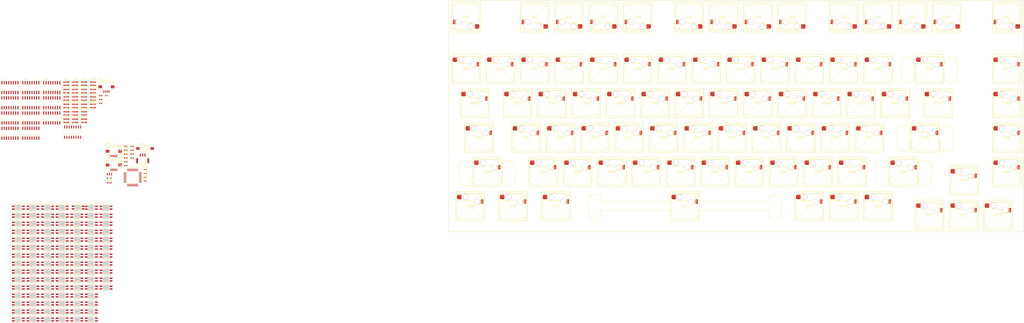
<source format=kicad_pcb>
(kicad_pcb (version 20240108) (generator "pcbnew") (generator_version "8.0")
  (layers (0 "F.Cu" signal) (31 "B.Cu" signal) (34 "B.Paste" user) (35 "F.Paste" user) (36 "B.SilkS" user "B.Silkscreen") (37 "F.SilkS" user "F.Silkscreen") (38 "B.Mask" user) (39 "F.Mask" user) (44 "Edge.Cuts" user))
  (net 0 "")
  (net 1 "GND")
  (net 2 "Net-(U12-C1)")
  (net 3 "Net-(U12-CSEL)")
  (net 4 "Net-(U12-VDD)")
  (net 5 "+5V")
  (net 6 "+3V3")
  (net 7 "/MCU/NRST")
  (net 8 "/MCU/SWCLK")
  (net 9 "/MCU/SWDIO")
  (net 10 "Net-(U12-PAD5)")
  (net 11 "Net-(U12-PAD0)")
  (net 12 "Net-(U12-PAD4)")
  (net 13 "Net-(U12-PAD2)")
  (net 14 "Net-(U12-PAD3)")
  (net 15 "Net-(U12-PAD1)")
  (net 16 "/MCU/USB_PORT_P")
  (net 17 "/MCU/UART_TX")
  (net 18 "/MCU/USB_PORT_N")
  (net 19 "/MCU/UART_RX")
  (net 20 "/MCU/I2C1_SDA")
  (net 21 "/MCU/I2C2_SCL")
  (net 22 "/MCU/I2C1_SCL")
  (net 23 "/MCU/I2C2_SDA")
  (net 24 "Net-(U1-D5)")
  (net 25 "Net-(U1-D1)")
  (net 26 "Net-(U1-D0)")
  (net 27 "Net-(U2-D7)")
  (net 28 "Net-(U2-D6)")
  (net 29 "Net-(U2-D5)")
  (net 30 "Net-(U2-D4)")
  (net 31 "Net-(U2-D3)")
  (net 32 "Net-(U2-D2)")
  (net 33 "Net-(U2-D1)")
  (net 34 "Net-(U2-D0)")
  (net 35 "Net-(U3-D7)")
  (net 36 "Net-(U3-D6)")
  (net 37 "Net-(U3-D5)")
  (net 38 "Net-(U3-D4)")
  (net 39 "Net-(U3-D3)")
  (net 40 "Net-(U3-D2)")
  (net 41 "Net-(U3-D1)")
  (net 42 "Net-(U3-D0)")
  (net 43 "Net-(U4-D4)")
  (net 44 "Net-(U4-D0)")
  (net 45 "Net-(U5-D7)")
  (net 46 "Net-(U5-D6)")
  (net 47 "Net-(U5-D5)")
  (net 48 "Net-(U5-D4)")
  (net 49 "Net-(U5-D3)")
  (net 50 "Net-(U5-D2)")
  (net 51 "Net-(U5-D1)")
  (net 52 "Net-(U5-D0)")
  (net 53 "Net-(U6-D7)")
  (net 54 "Net-(U6-D6)")
  (net 55 "Net-(U6-D5)")
  (net 56 "Net-(U6-D4)")
  (net 57 "Net-(U6-D3)")
  (net 58 "Net-(U6-D2)")
  (net 59 "Net-(U6-D1)")
  (net 60 "Net-(U6-D0)")
  (net 61 "Net-(U7-D7)")
  (net 62 "Net-(U7-D6)")
  (net 63 "Net-(U7-D5)")
  (net 64 "Net-(U7-D4)")
  (net 65 "Net-(U7-D3)")
  (net 66 "Net-(U7-D2)")
  (net 67 "Net-(U7-D1)")
  (net 68 "Net-(U7-D0)")
  (net 69 "Net-(U8-D7)")
  (net 70 "Net-(U8-D6)")
  (net 71 "Net-(U8-D5)")
  (net 72 "Net-(U8-D4)")
  (net 73 "Net-(U8-D3)")
  (net 74 "Net-(U8-D2)")
  (net 75 "Net-(U8-D1)")
  (net 76 "Net-(U8-D0)")
  (net 77 "Net-(U9-D7)")
  (net 78 "Net-(U9-D6)")
  (net 79 "Net-(U9-D5)")
  (net 80 "Net-(U9-D4)")
  (net 81 "Net-(U9-D3)")
  (net 82 "Net-(U9-D2)")
  (net 83 "Net-(U9-D1)")
  (net 84 "Net-(U9-D0)")
  (net 85 "Net-(U10-D7)")
  (net 86 "Net-(U10-D6)")
  (net 87 "Net-(U10-D5)")
  (net 88 "Net-(U10-D4)")
  (net 89 "Net-(U10-D3)")
  (net 90 "Net-(U10-D2)")
  (net 91 "Net-(U10-D1)")
  (net 92 "Net-(U10-D0)")
  (net 93 "Net-(U11-D7)")
  (net 94 "Net-(U11-D6)")
  (net 95 "Net-(LED1-DOUT)")
  (net 96 "/LED/LED_CE")
  (net 97 "Net-(LED2-DOUT)")
  (net 98 "Net-(LED3-DOUT)")
  (net 99 "Net-(LED4-DOUT)")
  (net 100 "Net-(LED5-DOUT)")
  (net 101 "Net-(LED6-DOUT)")
  (net 102 "Net-(LED7-DOUT)")
  (net 103 "Net-(LED8-DOUT)")
  (net 104 "Net-(LED10-DIN)")
  (net 105 "Net-(LED10-DOUT)")
  (net 106 "Net-(LED11-DOUT)")
  (net 107 "LED1")
  (net 108 "Net-(LED13-DOUT)")
  (net 109 "Net-(LED14-DOUT)")
  (net 110 "Net-(LED15-DOUT)")
  (net 111 "Net-(LED16-DOUT)")
  (net 112 "Net-(LED17-DOUT)")
  (net 113 "Net-(LED18-DOUT)")
  (net 114 "Net-(LED19-DOUT)")
  (net 115 "Net-(LED20-DOUT)")
  (net 116 "Net-(LED21-DOUT)")
  (net 117 "Net-(LED22-DOUT)")
  (net 118 "Net-(LED23-DOUT)")
  (net 119 "LED2")
  (net 120 "Net-(LED25-DOUT)")
  (net 121 "Net-(LED26-DOUT)")
  (net 122 "Net-(LED27-DOUT)")
  (net 123 "Net-(LED28-DOUT)")
  (net 124 "Net-(LED29-DOUT)")
  (net 125 "Net-(LED30-DOUT)")
  (net 126 "Net-(LED31-DOUT)")
  (net 127 "Net-(LED32-DOUT)")
  (net 128 "Net-(LED33-DOUT)")
  (net 129 "Net-(LED34-DOUT)")
  (net 130 "Net-(LED35-DOUT)")
  (net 131 "LED3")
  (net 132 "Net-(LED37-DOUT)")
  (net 133 "Net-(LED38-DOUT)")
  (net 134 "Net-(LED39-DOUT)")
  (net 135 "Net-(LED40-DOUT)")
  (net 136 "Net-(LED41-DOUT)")
  (net 137 "Net-(LED42-DOUT)")
  (net 138 "Net-(LED43-DOUT)")
  (net 139 "Net-(LED44-DOUT)")
  (net 140 "Net-(LED45-DOUT)")
  (net 141 "Net-(LED46-DOUT)")
  (net 142 "Net-(LED47-DOUT)")
  (net 143 "LED4")
  (net 144 "Net-(LED49-DOUT)")
  (net 145 "Net-(LED50-DOUT)")
  (net 146 "Net-(LED51-DOUT)")
  (net 147 "Net-(LED52-DOUT)")
  (net 148 "Net-(LED53-DOUT)")
  (net 149 "Net-(LED54-DOUT)")
  (net 150 "Net-(LED55-DOUT)")
  (net 151 "Net-(LED56-DOUT)")
  (net 152 "Net-(LED57-DOUT)")
  (net 153 "Net-(LED58-DOUT)")
  (net 154 "Net-(LED59-DOUT)")
  (net 155 "LED5")
  (net 156 "Net-(LED61-DOUT)")
  (net 157 "Net-(LED62-DOUT)")
  (net 158 "Net-(LED63-DOUT)")
  (net 159 "Net-(LED64-DOUT)")
  (net 160 "Net-(LED65-DOUT)")
  (net 161 "Net-(LED66-DOUT)")
  (net 162 "Net-(LED67-DOUT)")
  (net 163 "Net-(LED68-DOUT)")
  (net 164 "Net-(LED69-DOUT)")
  (net 165 "Net-(LED70-DOUT)")
  (net 166 "Net-(LED71-DOUT)")
  (net 167 "LED6")
  (net 168 "Net-(LED73-DOUT)")
  (net 169 "Net-(LED74-DOUT)")
  (net 170 "Net-(LED75-DOUT)")
  (net 171 "Net-(LED76-DOUT)")
  (net 172 "Net-(LED77-DOUT)")
  (net 173 "Net-(LED78-DOUT)")
  (net 174 "Net-(LED79-DOUT)")
  (net 175 "Net-(LED80-DOUT)")
  (net 176 "Net-(LED81-DOUT)")
  (net 177 "Net-(LED82-DOUT)")
  (net 178 "Net-(LED83-DOUT)")
  (net 179 "LED7")
  (net 180 "Net-(LED85-DOUT)")
  (net 181 "Net-(LED86-DOUT)")
  (net 182 "Net-(LED87-DOUT)")
  (net 183 "Net-(LED88-DOUT)")
  (net 184 "Net-(LED89-DOUT)")
  (net 185 "Net-(LED90-DOUT)")
  (net 186 "Net-(LED91-DOUT)")
  (net 187 "Net-(LED92-DOUT)")
  (net 188 "Net-(LED93-DOUT)")
  (net 189 "Net-(LED94-DOUT)")
  (net 190 "Net-(LED95-DOUT)")
  (net 191 "LED8")
  (net 192 "Net-(LED97-DOUT)")
  (net 193 "Net-(LED98-DOUT)")
  (net 194 "Net-(LED100-DIN)")
  (net 195 "Net-(LED100-DOUT)")
  (net 197 "Net-(U11-D4)")
  (net 198 "Net-(U11-D5)")
  (net 199 "Net-(U11-D3)")
  (net 200 "Net-(U11-D1)")
  (net 201 "Net-(U11-D0)")
  (net 202 "Net-(U11-D2)")
  (net 203 "/MCU/USB_D_N")
  (net 204 "/MCU/USB_D_P")
  (net 205 "Net-(U1-DS)")
  (net 206 "/KEY/PL")
  (net 207 "/KEY/SPI1_MISO")
  (net 208 "/KEY/SPI1_CLK")
  (net 210 "/KEY/CE")
  (net 211 "Net-(U2-DS)")
  (net 213 "Net-(U3-DS)")
  (net 215 "/KEY/DS2")
  (net 218 "Net-(U5-DS)")
  (net 219 "Net-(U6-DS)")
  (net 222 "Net-(U7-DS)")
  (net 223 "/KEY/DS1")
  (net 225 "Net-(U10-Q7)")
  (net 227 "Net-(U10-DS)")
  (net 241 "/MCU/OSC_OUT")
  (net 248 "/MCU/OSC_IN")
  (net 252 "/MCU/SPI2_SCK")
  (footprint "persional_library:LED-SMD_L3.2-W2.8_YO-WS2812B-3528" (layer "F.Cu") (at 109 131.015)
    (property "Reference" "LED79")
    (property "Value" "~" (hide yes))
    (fp_poly (pts (xy -1.4 1.6005) (xy -1.4125 1.6005) (xy -1.4065 1.6)) (fill solid) (layer "Edge.Cuts"))
    (fp_poly (pts (arc (start 1.8 1.2005) (mid 1.682843 1.483343) (end 1.4 1.6005)) (xy 1.4 1.6) (xy -1.4 1.6) (arc (start -1.4065 1.6) (mid -1.684815 1.480719) (end -1.8 1.2005)) (xy -1.8 1.2) (arc (start -1.8 -1.2) (mid -1.682843 -1.482843) (end -1.4 -1.6)) (arc (start 1.4 -1.6) (mid 1.682843 -1.482843) (end 1.8 -1.2))) (fill solid) (layer "Edge.Cuts"))
  )
  (footprint "persional_library:MX-KEY-INSTALLED" (layer "F.Cu") (at 578.79965 59.6996)
    (property "Reference" "KEY42")
    (property "Value" "~")
  )
  (footprint "persional_library:LED-SMD_L3.2-W2.8_YO-WS2812B-3528" (layer "F.Cu") (at 117.1 117.725)
    (property "Reference" "LED91")
    (property "Value" "~" (hide yes))
    (fp_poly (pts (xy -1.4 1.6005) (xy -1.4125 1.6005) (xy -1.4065 1.6)) (fill solid) (layer "Edge.Cuts"))
    (fp_poly (pts (arc (start 1.8 1.2005) (mid 1.682843 1.483343) (end 1.4 1.6005)) (xy 1.4 1.6) (xy -1.4 1.6) (arc (start -1.4065 1.6) (mid -1.684815 1.480719) (end -1.8 1.2005)) (xy -1.8 1.2) (arc (start -1.8 -1.2) (mid -1.682843 -1.482843) (end -1.4 -1.6)) (arc (start 1.4 -1.6) (mid 1.682843 -1.482843) (end 1.8 -1.2))) (fill solid) (layer "Edge.Cuts"))
  )
  (footprint "persional_library:SOIC-16_L9.9-W3.9-P1.27-LS6.0-BL" (layer "F.Cu") (at 75.41625 51.051)
    (property "Reference" "U5")
    (property "Value" "~" (hide yes))
  )
  (footprint "persional_library:MX-KEY-INSTALLED" (layer "F.Cu") (at 526.4118 12.0744 180)
    (property "Reference" "KEY10")
    (property "Value" "~")
  )
  (footprint "persional_library:MX-KEY-INSTALLED" (layer "F.Cu") (at 374.01165 12.0744 180)
    (property "Reference" "KEY3")
    (property "Value" "~")
  )
  (footprint "persional_library:MX-KEY-INSTALLED" (layer "F.Cu") (at 407.34965 78.7496)
    (property "Reference" "KEY47")
    (property "Value" "~")
  )
  (footprint "persional_library:RES-ARRAY-SMD_0603-8P-L3.2-W1.6-BL" (layer "F.Cu") (at 104.9715 57.14)
    (property "Reference" "R15")
    (property "Value" "10kΩ" (hide yes))
  )
  (footprint "persional_library:RES-ARRAY-SMD_0603-8P-L3.2-W1.6-BL" (layer "F.Cu") (at 100.031 57.14)
    (property "Reference" "R9")
    (property "Value" "10kΩ" (hide yes))
  )
  (footprint "persional_library:LED-SMD_L3.2-W2.8_YO-WS2812B-3528" (layer "F.Cu") (at 117.1 139.875)
    (property "Reference" "LED96")
    (property "Value" "~" (hide yes))
    (fp_poly (pts (xy -1.4 1.6005) (xy -1.4125 1.6005) (xy -1.4065 1.6)) (fill solid) (layer "Edge.Cuts"))
    (fp_poly (pts (arc (start 1.8 1.2005) (mid 1.682843 1.483343) (end 1.4 1.6005)) (xy 1.4 1.6) (xy -1.4 1.6) (arc (start -1.4065 1.6) (mid -1.684815 1.480719) (end -1.8 1.2005)) (xy -1.8 1.2) (arc (start -1.8 -1.2) (mid -1.682843 -1.482843) (end -1.4 -1.6)) (arc (start 1.4 -1.6) (mid 1.682843 -1.482843) (end 1.8 -1.2))) (fill solid) (layer "Edge.Cuts"))
  )
  (footprint "persional_library:MX-KEY-INSTALLED" (layer "F.Cu") (at 593.08665 121.61227)
    (property "Reference" "KEY77")
    (property "Value" "~")
  )
  (footprint "persional_library:LED-SMD_L3.2-W2.8_YO-WS2812B-3528" (layer "F.Cu") (at 92.8 153.165)
    (property "Reference" "LED54")
    (property "Value" "~" (hide yes))
    (fp_poly (pts (xy -1.4 1.6005) (xy -1.4125 1.6005) (xy -1.4065 1.6)) (fill solid) (layer "Edge.Cuts"))
    (fp_poly (pts (arc (start 1.8 1.2005) (mid 1.682843 1.483343) (end 1.4 1.6005)) (xy 1.4 1.6) (xy -1.4 1.6) (arc (start -1.4065 1.6) (mid -1.684815 1.480719) (end -1.8 1.2005)) (xy -1.8 1.2) (arc (start -1.8 -1.2) (mid -1.682843 -1.482843) (end -1.4 -1.6)) (arc (start 1.4 -1.6) (mid 1.682843 -1.482843) (end 1.8 -1.2))) (fill solid) (layer "Edge.Cuts"))
  )
  (footprint "persional_library:SOIC-16_L9.9-W3.9-P1.27-LS6.0-BL" (layer "F.Cu") (at 63.807 67.935)
    (property "Reference" "U3")
    (property "Value" "~" (hide yes))
  )
  (footprint "persional_library:MX-KEY-INSTALLED" (layer "F.Cu") (at 593.08665 102.5623)
    (property "Reference" "KEY76")
    (property "Value" "~")
  )
  (footprint "persional_library:MX-KEY-INSTALLED" (layer "F.Cu") (at 521.64965 78.7496)
    (property "Reference" "KEY53")
    (property "Value" "~")
  )
  (footprint "persional_library:LED-SMD_L3.2-W2.8_YO-WS2812B-3528" (layer "F.Cu") (at 109 126.585)
    (property "Reference" "LED78")
    (property "Value" "~" (hide yes))
    (fp_poly (pts (xy -1.4 1.6005) (xy -1.4125 1.6005) (xy -1.4065 1.6)) (fill solid) (layer "Edge.Cuts"))
    (fp_poly (pts (arc (start 1.8 1.2005) (mid 1.682843 1.483343) (end 1.4 1.6005)) (xy 1.4 1.6) (xy -1.4 1.6) (arc (start -1.4065 1.6) (mid -1.684815 1.480719) (end -1.8 1.2005)) (xy -1.8 1.2) (arc (start -1.8 -1.2) (mid -1.682843 -1.482843) (end -1.4 -1.6)) (arc (start 1.4 -1.6) (mid 1.682843 -1.482843) (end 1.8 -1.2))) (fill solid) (layer "Edge.Cuts"))
  )
  (footprint "persional_library:SOIC-16_L9.9-W3.9-P1.27-LS6.0-BL" (layer "F.Cu") (at 75.41625 59.493)
    (property "Reference" "U6")
    (property "Value" "~" (hide yes))
  )
  (footprint "persional_library:LED-SMD_L3.2-W2.8_YO-WS2812B-3528" (layer "F.Cu") (at 100.9 131.015)
    (property "Reference" "LED64")
    (property "Value" "~" (hide yes))
    (fp_poly (pts (xy -1.4 1.6005) (xy -1.4125 1.6005) (xy -1.4065 1.6)) (fill solid) (layer "Edge.Cuts"))
    (fp_poly (pts (arc (start 1.8 1.2005) (mid 1.682843 1.483343) (end 1.4 1.6005)) (xy 1.4 1.6) (xy -1.4 1.6) (arc (start -1.4065 1.6) (mid -1.684815 1.480719) (end -1.8 1.2005)) (xy -1.8 1.2) (arc (start -1.8 -1.2) (mid -1.682843 -1.482843) (end -1.4 -1.6)) (arc (start 1.4 -1.6) (mid 1.682843 -1.482843) (end 1.8 -1.2))) (fill solid) (layer "Edge.Cuts"))
  )
  (footprint "persional_library:C0402" (layer "F.Cu") (at 131.634254 85.81425)
    (property "Reference" "C11")
    (property "Value" "100nF" (hide yes))
  )
  (footprint "persional_library:MX-KEY-INSTALLED" (layer "F.Cu") (at 435.92465 97.7998)
    (property "Reference" "KEY61")
    (property "Value" "~")
  )
  (footprint "persional_library:LED-SMD_L3.2-W2.8_YO-WS2812B-3528" (layer "F.Cu") (at 76.6 179.745)
    (property "Reference" "LED30")
    (property "Value" "~" (hide yes))
    (fp_poly (pts (xy -1.4 1.6005) (xy -1.4125 1.6005) (xy -1.4065 1.6)) (fill solid) (layer "Edge.Cuts"))
    (fp_poly (pts (arc (start 1.8 1.2005) (mid 1.682843 1.483343) (end 1.4 1.6005)) (xy 1.4 1.6) (xy -1.4 1.6) (arc (start -1.4065 1.6) (mid -1.684815 1.480719) (end -1.8 1.2005)) (xy -1.8 1.2) (arc (start -1.8 -1.2) (mid -1.682843 -1.482843) (end -1.4 -1.6)) (arc (start 1.4 -1.6) (mid 1.682843 -1.482843) (end 1.8 -1.2))) (fill solid) (layer "Edge.Cuts"))
  )
  (footprint "persional_library:LED-SMD_L3.2-W2.8_YO-WS2812B-3528" (layer "F.Cu") (at 109 122.155)
    (property "Reference" "LED77")
    (property "Value" "~" (hide yes))
    (fp_poly (pts (xy -1.4 1.6005) (xy -1.4125 1.6005) (xy -1.4065 1.6)) (fill solid) (layer "Edge.Cuts"))
    (fp_poly (pts (arc (start 1.8 1.2005) (mid 1.682843 1.483343) (end 1.4 1.6005)) (xy 1.4 1.6) (xy -1.4 1.6) (arc (start -1.4065 1.6) (mid -1.684815 1.480719) (end -1.8 1.2005)) (xy -1.8 1.2) (arc (start -1.8 -1.2) (mid -1.682843 -1.482843) (end -1.4 -1.6)) (arc (start 1.4 -1.6) (mid 1.682843 -1.482843) (end 1.8 -1.2))) (fill solid) (layer "Edge.Cuts"))
  )
  (footprint "persional_library:MX-KEY-INSTALLED" (layer "F.Cu") (at 583.5618 12.0744 180)
    (property "Reference" "KEY13")
    (property "Value" "~")
  )
  (footprint "persional_library:RES-ARRAY-SMD_0603-8P-L3.2-W1.6-BL" (layer "F.Cu") (at 109.912 61.26)
    (property "Reference" "R22")
    (property "Value" "10kΩ" (hide yes))
  )
  (footprint "persional_library:SW-SMD_L6.0-W3.3-LS8.0" (layer "F.Cu") (at 138.82 84.849)
    (property "Reference" "SW1")
    (property "Value" "~" (hide yes))
  )
  (footprint "persional_library:MX-KEY-INSTALLED" (layer "F.Cu") (at 369.24915 78.7496)
    (property "Reference" "KEY45")
    (property "Value" "~")
  )
  (footprint "persional_library:LED-SMD_L3.2-W2.8_YO-WS2812B-3528" (layer "F.Cu") (at 84.7 162.025)
    (property "Reference" "LED41")
    (property "Value" "~" (hide yes))
    (fp_poly (pts (xy -1.4 1.6005) (xy -1.4125 1.6005) (xy -1.4065 1.6)) (fill solid) (layer "Edge.Cuts"))
    (fp_poly (pts (arc (start 1.8 1.2005) (mid 1.682843 1.483343) (end 1.4 1.6005)) (xy 1.4 1.6) (xy -1.4 1.6) (arc (start -1.4065 1.6) (mid -1.684815 1.480719) (end -1.8 1.2005)) (xy -1.8 1.2) (arc (start -1.8 -1.2) (mid -1.682843 -1.482843) (end -1.4 -1.6)) (arc (start 1.4 -1.6) (mid 1.682843 -1.482843) (end 1.8 -1.2))) (fill solid) (layer "Edge.Cuts"))
  )
  (footprint "persional_library:LED-SMD_L3.2-W2.8_YO-WS2812B-3528" (layer "F.Cu") (at 76.6 135.445)
    (property "Reference" "LED20")
    (property "Value" "~" (hide yes))
    (fp_poly (pts (xy -1.4 1.6005) (xy -1.4125 1.6005) (xy -1.4065 1.6)) (fill solid) (layer "Edge.Cuts"))
    (fp_poly (pts (arc (start 1.8 1.2005) (mid 1.682843 1.483343) (end 1.4 1.6005)) (xy 1.4 1.6) (xy -1.4 1.6) (arc (start -1.4065 1.6) (mid -1.684815 1.480719) (end -1.8 1.2005)) (xy -1.8 1.2) (arc (start -1.8 -1.2) (mid -1.682843 -1.482843) (end -1.4 -1.6)) (arc (start 1.4 -1.6) (mid 1.682843 -1.482843) (end 1.8 -1.2))) (fill solid) (layer "Edge.Cuts"))
  )
  (footprint "persional_library:LED-SMD_L3.2-W2.8_YO-WS2812B-3528" (layer "F.Cu") (at 117.1 135.445)
    (property "Reference" "LED95")
    (property "Value" "~" (hide yes))
    (fp_poly (pts (xy -1.4 1.6005) (xy -1.4125 1.6005) (xy -1.4065 1.6)) (fill solid) (layer "Edge.Cuts"))
    (fp_poly (pts (arc (start 1.8 1.2005) (mid 1.682843 1.483343) (end 1.4 1.6005)) (xy 1.4 1.6) (xy -1.4 1.6) (arc (start -1.4065 1.6) (mid -1.684815 1.480719) (end -1.8 1.2005)) (xy -1.8 1.2) (arc (start -1.8 -1.2) (mid -1.682843 -1.482843) (end -1.4 -1.6)) (arc (start 1.4 -1.6) (mid 1.682843 -1.482843) (end 1.8 -1.2))) (fill solid) (layer "Edge.Cuts"))
  )
  (footprint "persional_library:LED-SMD_L3.2-W2.8_YO-WS2812B-3528" (layer "F.Cu") (at 84.7 135.445)
    (property "Reference" "LED35")
    (property "Value" "~" (hide yes))
    (fp_poly (pts (xy -1.4 1.6005) (xy -1.4125 1.6005) (xy -1.4065 1.6)) (fill solid) (layer "Edge.Cuts"))
    (fp_poly (pts (arc (start 1.8 1.2005) (mid 1.682843 1.483343) (end 1.4 1.6005)) (xy 1.4 1.6) (xy -1.4 1.6) (arc (start -1.4065 1.6) (mid -1.684815 1.480719) (end -1.8 1.2005)) (xy -1.8 1.2) (arc (start -1.8 -1.2) (mid -1.682843 -1.482843) (end -1.4 -1.6)) (arc (start 1.4 -1.6) (mid 1.682843 -1.482843) (end 1.8 -1.2))) (fill solid) (layer "Edge.Cuts"))
  )
  (footprint "persional_library:MX-KEY-INSTALLED" (layer "F.Cu") (at 440.68665 59.6996)
    (property "Reference" "KEY35")
    (property "Value" "~")
  )
  (footprint "persional_library:LED-SMD_L3.2-W2.8_YO-WS2812B-3528" (layer "F.Cu") (at 92.8 148.735)
    (property "Reference" "LED53")
    (property "Value" "~" (hide yes))
    (fp_poly (pts (xy -1.4 1.6005) (xy -1.4125 1.6005) (xy -1.4065 1.6)) (fill solid) (layer "Edge.Cuts"))
    (fp_poly (pts (arc (start 1.8 1.2005) (mid 1.682843 1.483343) (end 1.4 1.6005)) (xy 1.4 1.6) (xy -1.4 1.6) (arc (start -1.4065 1.6) (mid -1.684815 1.480719) (end -1.8 1.2005)) (xy -1.8 1.2) (arc (start -1.8 -1.2) (mid -1.682843 -1.482843) (end -1.4 -1.6)) (arc (start 1.4 -1.6) (mid 1.682843 -1.482843) (end 1.8 -1.2))) (fill solid) (layer "Edge.Cuts"))
  )
  (footprint "persional_library:RES-ARRAY-SMD_0603-8P-L3.2-W1.6-BL" (layer "F.Cu") (at 109.912 48.9)
    (property "Reference" "R19")
    (property "Value" "10kΩ" (hide yes))
  )
  (footprint "persional_library:R0402" (layer "F.Cu") (at 138.92025 100.85375)
    (property "Reference" "R26")
    (property "Value" "22Ω" (hide yes))
  )
  (footprint "persional_library:MX-KEY-INSTALLED" (layer "F.Cu") (at 393.06165 12.0744 180)
    (property "Reference" "KEY4")
    (property "Value" "~")
  )
  (footprint "persional_library:MX-KEY-INSTALLED" (layer "F.Cu") (at 421.63665 59.6996)
    (property "Reference" "KEY34")
    (property "Value" "~")
  )
  (footprint "persional_library:MX-KEY-INSTALLED" (layer "F.Cu") (at 574.03665 40.6496)
    (property "Reference" "KEY28")
    (property "Value" "~")
  )
  (footprint "persional_library:LED-SMD_L3.2-W2.8_YO-WS2812B-3528" (layer "F.Cu") (at 68.5 157.595)
    (property "Reference" "LED10")
    (property "Value" "~" (hide yes))
    (fp_poly (pts (xy -1.4 1.6005) (xy -1.4125 1.6005) (xy -1.4065 1.6)) (fill solid) (layer "Edge.Cuts"))
    (fp_poly (pts (arc (start 1.8 1.2005) (mid 1.682843 1.483343) (end 1.4 1.6005)) (xy 1.4 1.6) (xy -1.4 1.6) (arc (start -1.4065 1.6) (mid -1.684815 1.480719) (end -1.8 1.2005)) (xy -1.8 1.2) (arc (start -1.8 -1.2) (mid -1.682843 -1.482843) (end -1.4 -1.6)) (arc (start 1.4 -1.6) (mid 1.682843 -1.482843) (end 1.8 -1.2))) (fill solid) (layer "Edge.Cuts"))
  )
  (footprint "persional_library:MX-KEY-INSTALLED" (layer "F.Cu") (at 397.82415 97.7998)
    (property "Reference" "KEY59")
    (property "Value" "~")
  )
  (footprint "persional_library:MX-KEY-INSTALLED" (layer "F.Cu") (at 493.07465 97.7998)
    (property "Reference" "KEY64")
    (property "Value" "~")
  )
  (footprint "persional_library:RES-ARRAY-SMD_0603-8P-L3.2-W1.6-BL" (layer "F.Cu") (at 104.9715 61.26)
    (property "Reference" "R16")
    (property "Value" "10kΩ" (hide yes))
  )
  (footprint "persional_library:MX-KEY-INSTALLED" (layer "F.Cu") (at 412.11095 12.0744 180)
    (property "Reference" "KEY5")
    (property "Value" "~")
  )
  (footprint "persional_library:LED-SMD_L3.2-W2.8_YO-WS2812B-3528" (layer "F.Cu") (at 117.1 148.735)
    (property "Reference" "LED98")
    (property "Value" "~" (hide yes))
    (fp_poly (pts (xy -1.4 1.6005) (xy -1.4125 1.6005) (xy -1.4065 1.6)) (fill solid) (layer "Edge.Cuts"))
    (fp_poly (pts (arc (start 1.8 1.2005) (mid 1.682843 1.483343) (end 1.4 1.6005)) (xy 1.4 1.6) (xy -1.4 1.6) (arc (start -1.4065 1.6) (mid -1.684815 1.480719) (end -1.8 1.2005)) (xy -1.8 1.2) (arc (start -1.8 -1.2) (mid -1.682843 -1.482843) (end -1.4 -1.6)) (arc (start 1.4 -1.6) (mid 1.682843 -1.482843) (end 1.8 -1.2))) (fill solid) (layer "Edge.Cuts"))
  )
  (footprint "persional_library:MX-KEY-INSTALLED" (layer "F.Cu") (at 526.41165 116.84978)
    (property "Reference" "KEY73")
    (property "Value" "~")
  )
  (footprint "persional_library:LED-SMD_L3.2-W2.8_YO-WS2812B-3528" (layer "F.Cu") (at 117.1 144.305)
    (property "Reference" "LED97")
    (property "Value" "~" (hide yes))
    (fp_poly (pts (xy -1.4 1.6005) (xy -1.4125 1.6005) (xy -1.4065 1.6)) (fill solid) (layer "Edge.Cuts"))
    (fp_poly (pts (arc (start 1.8 1.2005) (mid 1.682843 1.483343) (end 1.4 1.6005)) (xy 1.4 1.6) (xy -1.4 1.6) (arc (start -1.4065 1.6) (mid -1.684815 1.480719) (end -1.8 1.2005)) (xy -1.8 1.2) (arc (start -1.8 -1.2) (mid -1.682843 -1.482843) (end -1.4 -1.6)) (arc (start 1.4 -1.6) (mid 1.682843 -1.482843) (end 1.8 -1.2))) (fill solid) (layer "Edge.Cuts"))
  )
  (footprint "persional_library:MX-KEY-INSTALLED" (layer "F.Cu") (at 474.02465 97.7998)
    (property "Reference" "KEY63")
    (property "Value" "~")
  )
  (footprint "persional_library:LED-SMD_L3.2-W2.8_YO-WS2812B-3528" (layer "F.Cu") (at 92.8 117.725)
    (property "Reference" "LED46")
    (property "Value" "~" (hide yes))
    (fp_poly (pts (xy -1.4 1.6005) (xy -1.4125 1.6005) (xy -1.4065 1.6)) (fill solid) (layer "Edge.Cuts"))
    (fp_poly (pts (arc (start 1.8 1.2005) (mid 1.682843 1.483343) (end 1.4 1.6005)) (xy 1.4 1.6) (xy -1.4 1.6) (arc (start -1.4065 1.6) (mid -1.684815 1.480719) (end -1.8 1.2005)) (xy -1.8 1.2) (arc (start -1.8 -1.2) (mid -1.682843 -1.482843) (end -1.4 -1.6)) (arc (start 1.4 -1.6) (mid 1.682843 -1.482843) (end 1.8 -1.2))) (fill solid) (layer "Edge.Cuts"))
  )
  (footprint "persional_library:LED-SMD_L3.2-W2.8_YO-WS2812B-3528" (layer "F.Cu") (at 92.8 175.315)
    (property "Reference" "LED59")
    (property "Value" "~" (hide yes))
    (fp_poly (pts (xy -1.4 1.6005) (xy -1.4125 1.6005) (xy -1.4065 1.6)) (fill solid) (layer "Edge.Cuts"))
    (fp_poly (pts (arc (start 1.8 1.2005) (mid 1.682843 1.483343) (end 1.4 1.6005)) (xy 1.4 1.6) (xy -1.4 1.6) (arc (start -1.4065 1.6) (mid -1.684815 1.480719) (end -1.8 1.2005)) (xy -1.8 1.2) (arc (start -1.8 -1.2) (mid -1.682843 -1.482843) (end -1.4 -1.6)) (arc (start 1.4 -1.6) (mid 1.682843 -1.482843) (end 1.8 -1.2))) (fill solid) (layer "Edge.Cuts"))
  )
  (footprint "persional_library:MX-KEY-INSTALLED" (layer "F.Cu") (at 321.62435 59.6996)
    (property "Reference" "KEY29")
    (property "Value" "~")
  )
  (footprint "persional_library:MX-KEY-INSTALLED" (layer "F.Cu") (at 554.98665 59.6996)
    (property "Reference" "KEY41")
    (property "Value" "~")
  )
  (footprint "persional_library:MX-KEY-INSTALLED" (layer "F.Cu") (at 445.44965 78.7496)
    (property "Reference" "KEY49")
    (property "Value" "~")
  )
  (footprint "persional_library:LED-SMD_L3.2-W2.8_YO-WS2812B-3528" (layer "F.Cu") (at 100.9 162.025)
    (property "Reference" "LED71")
    (property "Value" "~" (hide yes))
    (fp_poly (pts (xy -1.4 1.6005) (xy -1.4125 1.6005) (xy -1.4065 1.6)) (fill solid) (layer "Edge.Cuts"))
    (fp_poly (pts (arc (start 1.8 1.2005) (mid 1.682843 1.483343) (end 1.4 1.6005)) (xy 1.4 1.6) (xy -1.4 1.6) (arc (start -1.4065 1.6) (mid -1.684815 1.480719) (end -1.8 1.2005)) (xy -1.8 1.2) (arc (start -1.8 -1.2) (mid -1.682843 -1.482843) (end -1.4 -1.6)) (arc (start 1.4 -1.6) (mid 1.682843 -1.482843) (end 1.8 -1.2))) (fill solid) (layer "Edge.Cuts"))
  )
  (footprint "persional_library:SOP-16_L10.0-W3.9-P1.27-LS6.0-BL" (layer "F.Cu") (at 98.598 75.795)
    (property "Reference" "U12")
    (property "Value" "~" (hide yes))
  )
  (footprint "persional_library:SOIC-16_L9.9-W3.9-P1.27-LS6.0-BL" (layer "F.Cu") (at 63.807 76.377)
    (property "Reference" "U4")
    (property "Value" "~" (hide yes))
  )
  (footprint "persional_library:LED-SMD_L3.2-W2.8_YO-WS2812B-3528" (layer "F.Cu") (at 68.5 135.445)
    (property "Reference" "LED5")
    (property "Value" "~" (hide yes))
    (fp_poly (pts (xy -1.4 1.6005) (xy -1.4125 1.6005) (xy -1.4065 1.6)) (fill solid) (layer "Edge.Cuts"))
    (fp_poly (pts (arc (start 1.8 1.2005) (mid 1.682843 1.483343) (end 1.4 1.6005)) (xy 1.4 1.6) (xy -1.4 1.6) (arc (start -1.4065 1.6) (mid -1.684815 1.480719) (end -1.8 1.2005)) (xy -1.8 1.2) (arc (start -1.8 -1.2) (mid -1.682843 -1.482843) (end -1.4 -1.6)) (arc (start 1.4 -1.6) (mid 1.682843 -1.482843) (end 1.8 -1.2))) (fill solid) (layer "Edge.Cuts"))
  )
  (footprint "persional_library:C0402" (layer "F.Cu") (at 128.144752 94.41225)
    (property "Reference" "C9")
    (property "Value" "100nF" (hide yes))
  )
  (footprint "persional_library:LED-SMD_L3.2-W2.8_YO-WS2812B-3528" (layer "F.Cu") (at 117.1 157.595)
    (property "Reference" "LED100")
    (property "Value" "~" (hide yes))
    (fp_poly (pts (xy -1.4 1.6005) (xy -1.4125 1.6005) (xy -1.4065 1.6)) (fill solid) (layer "Edge.Cuts"))
    (fp_poly (pts (arc (start 1.8 1.2005) (mid 1.682843 1.483343) (end 1.4 1.6005)) (xy 1.4 1.6) (xy -1.4 1.6) (arc (start -1.4065 1.6) (mid -1.684815 1.480719) (end -1.8 1.2005)) (xy -1.8 1.2) (arc (start -1.8 -1.2) (mid -1.682843 -1.482843) (end -1.4 -1.6)) (arc (start 1.4 -1.6) (mid 1.682843 -1.482843) (end 1.8 -1.2))) (fill solid) (layer "Edge.Cuts"))
  )
  (footprint "persional_library:LED-SMD_L3.2-W2.8_YO-WS2812B-3528" (layer "F.Cu") (at 92.8 144.305)
    (property "Reference" "LED52")
    (property "Value" "~" (hide yes))
    (fp_poly (pts (xy -1.4 1.6005) (xy -1.4125 1.6005) (xy -1.4065 1.6)) (fill solid) (layer "Edge.Cuts"))
    (fp_poly (pts (arc (start 1.8 1.2005) (mid 1.682843 1.483343) (end 1.4 1.6005)) (xy 1.4 1.6) (xy -1.4 1.6) (arc (start -1.4065 1.6) (mid -1.684815 1.480719) (end -1.8 1.2005)) (xy -1.8 1.2) (arc (start -1.8 -1.2) (mid -1.682843 -1.482843) (end -1.4 -1.6)) (arc (start 1.4 -1.6) (mid 1.682843 -1.482843) (end 1.8 -1.2))) (fill solid) (layer "Edge.Cuts"))
  )
  (footprint "persional_library:MX-KEY-INSTALLED" (layer "F.Cu") (at 540.69965 78.7496)
    (property "Reference" "KEY54")
    (property "Value" "~")
  )
  (footprint "persional_library:MX-KEY-INSTALLED" (layer "F.Cu") (at 354.96165 12.0744 180)
    (property "Reference" "KEY2")
    (property "Value" "~")
  )
  (footprint "persional_library:LED-SMD_L3.2-W2.8_YO-WS2812B-3528" (layer "F.Cu") (at 109 157.595)
    (property "Reference" "LED85")
    (property "Value" "~" (hide yes))
    (fp_poly (pts (xy -1.4 1.6005) (xy -1.4125 1.6005) (xy -1.4065 1.6)) (fill solid) (layer "Edge.Cuts"))
    (fp_poly (pts (arc (start 1.8 1.2005) (mid 1.682843 1.483343) (end 1.4 1.6005)) (xy 1.4 1.6) (xy -1.4 1.6) (arc (start -1.4065 1.6) (mid -1.684815 1.480719) (end -1.8 1.2005)) (xy -1.8 1.2) (arc (start -1.8 -1.2) (mid -1.682843 -1.482843) (end -1.4 -1.6)) (arc (start 1.4 -1.6) (mid 1.682843 -1.482843) (end 1.8 -1.2))) (fill solid) (layer "Edge.Cuts"))
  )
  (footprint "persional_library:RES-ARRAY-SMD_0603-8P-L3.2-W1.6-BL" (layer "F.Cu") (at 100.031 61.26)
    (property "Reference" "R10")
    (property "Value" "10kΩ" (hide yes))
  )
  (footprint "persional_library:LED-SMD_L3.2-W2.8_YO-WS2812B-3528" (layer "F.Cu") (at 117.1 162.025)
    (property "Reference" "LED101")
    (property "Value" "~" (hide yes))
    (fp_poly (pts (xy -1.4 1.6005) (xy -1.4125 1.6005) (xy -1.4065 1.6)) (fill solid) (layer "Edge.Cuts"))
    (fp_poly (pts (arc (start 1.8 1.2005) (mid 1.682843 1.483343) (end 1.4 1.6005)) (xy 1.4 1.6) (xy -1.4 1.6) (arc (start -1.4065 1.6) (mid -1.684815 1.480719) (end -1.8 1.2005)) (xy -1.8 1.2) (arc (start -1.8 -1.2) (mid -1.682843 -1.482843) (end -1.4 -1.6)) (arc (start 1.4 -1.6) (mid 1.682843 -1.482843) (end 1.8 -1.2))) (fill solid) (layer "Edge.Cuts"))
  )
  (footprint "persional_library:MX-KEY-INSTALLED" (layer "F.Cu") (at 488.31165 40.6496)
    (property "Reference" "KEY24")
    (property "Value" "~")
  )
  (footprint "persional_library:LED-SMD_L3.2-W2.8_YO-WS2812B-3528" (layer "F.Cu") (at 92.8 166.455)
    (property "Reference" "LED57")
    (property "Value" "~" (hide yes))
    (fp_poly (pts (xy -1.4 1.6005) (xy -1.4125 1.6005) (xy -1.4065 1.6)) (fill solid) (layer "Edge.Cuts"))
    (fp_poly (pts (arc (start 1.8 1.2005) (mid 1.682843 1.483343) (end 1.4 1.6005)) (xy 1.4 1.6) (xy -1.4 1.6) (arc (start -1.4065 1.6) (mid -1.684815 1.480719) (end -1.8 1.2005)) (xy -1.8 1.2) (arc (start -1.8 -1.2) (mid -1.682843 -1.482843) (end -1.4 -1.6)) (arc (start 1.4 -1.6) (mid 1.682843 -1.482843) (end 1.8 -1.2))) (fill solid) (layer "Edge.Cuts"))
  )
  (footprint "persional_library:R0402" (layer "F.Cu") (at 138.92025 98.70425)
    (property "Reference" "R25")
    (property "Value" "22Ω" (hide yes))
  )
  (footprint "persional_library:MX-KEY-INSTALLED" (layer "F.Cu") (at 343.05545 116.84978)
    (property "Reference" "KEY69")
    (property "Value" "~")
  )
  (footprint "persional_library:MX-KEY-INSTALLED" (layer "F.Cu") (at 438.30565 116.84978)
    (property "Reference" "KEY71")
    (property "Value" "~")
  )
  (footprint "persional_library:LED-SMD_L3.2-W2.8_YO-WS2812B-3528" (layer "F.Cu") (at 84.7 126.585)
    (property "Reference" "LED33")
    (property "Value" "~" (hide yes))
    (fp_poly (pts (xy -1.4 1.6005) (xy -1.4125 1.6005) (xy -1.4065 1.6)) (fill solid) (layer "Edge.Cuts"))
    (fp_poly (pts (arc (start 1.8 1.2005) (mid 1.682843 1.483343) (end 1.4 1.6005)) (xy 1.4 1.6) (xy -1.4 1.6) (arc (start -1.4065 1.6) (mid -1.684815 1.480719) (end -1.8 1.2005)) (xy -1.8 1.2) (arc (start -1.8 -1.2) (mid -1.682843 -1.482843) (end -1.4 -1.6)) (arc (start 1.4 -1.6) (mid 1.682843 -1.482843) (end 1.8 -1.2))) (fill solid) (layer "Edge.Cuts"))
  )
  (footprint "persional_library:FPC-SMD_P0.50-8P_FGS-XJ-H2.0" (layer "F.Cu") (at 121.45 95.334)
    (property "Reference" "FPC3")
    (property "Value" "~" (hide yes))
  )
  (footprint "persional_library:MX-KEY-INSTALLED" (layer "F.Cu") (at 316.861725 12.0744 180)
    (property "Reference" "KEY1")
    (property "Value" "~")
  )
  (footprint "persional_library:LED-SMD_L3.2-W2.8_YO-WS2812B-3528" (layer "F.Cu") (at 84.7 139.875)
    (property "Reference" "LED36")
    (property "Value" "~" (hide yes))
    (fp_poly (pts (xy -1.4 1.6005) (xy -1.4125 1.6005) (xy -1.4065 1.6)) (fill solid) (layer "Edge.Cuts"))
    (fp_poly (pts (arc (start 1.8 1.2005) (mid 1.682843 1.483343) (end 1.4 1.6005)) (xy 1.4 1.6) (xy -1.4 1.6) (arc (start -1.4065 1.6) (mid -1.684815 1.480719) (end -1.8 1.2005)) (xy -1.8 1.2) (arc (start -1.8 -1.2) (mid -1.682843 -1.482843) (end -1.4 -1.6)) (arc (start 1.4 -1.6) (mid 1.682843 -1.482843) (end 1.8 -1.2))) (fill solid) (layer "Edge.Cuts"))
  )
  (footprint "persional_library:RES-ARRAY-SMD_0603-8P-L3.2-W1.6-BL" (layer "F.Cu") (at 95.0905 57.14)
    (property "Reference" "R3")
    (property "Value" "10kΩ" (hide yes))
  )
  (footprint "persional_library:MX-KEY-INSTALLED" (layer "F.Cu") (at 616.89965 78.7496)
    (property "Reference" "KEY81")
    (property "Value" "~")
  )
  (footprint "persional_library:MX-KEY-INSTALLED" (layer "F.Cu") (at 454.97465 97.7998)
    (property "Reference" "KEY62")
    (property "Value" "~")
  )
  (footprint "persional_library:C0402" (layer "F.Cu") (at 128.144752 90.11325)
    (property "Reference" "C7")
    (property "Value" "100nF" (hide yes))
  )
  (footprint "persional_library:MX-KEY-INSTALLED" (layer "F.Cu") (at 531.17465 97.7998)
    (property "Reference" "KEY66")
    (property "Value" "~")
  )
  (footprint "persional_library:LED-SMD_L3.2-W2.8_YO-WS2812B-3528" (layer "F.Cu") (at 76.6 139.875)
    (property "Reference" "LED21")
    (property "Value" "~" (hide yes))
    (fp_poly (pts (xy -1.4 1.6005) (xy -1.4125 1.6005) (xy -1.4065 1.6)) (fill solid) (layer "Edge.Cuts"))
    (fp_poly (pts (arc (start 1.8 1.2005) (mid 1.682843 1.483343) (end 1.4 1.6005)) (xy 1.4 1.6) (xy -1.4 1.6) (arc (start -1.4065 1.6) (mid -1.684815 1.480719) (end -1.8 1.2005)) (xy -1.8 1.2) (arc (start -1.8 -1.2) (mid -1.682843 -1.482843) (end -1.4 -1.6)) (arc (start 1.4 -1.6) (mid 1.682843 -1.482843) (end 1.8 -1.2))) (fill solid) (layer "Edge.Cuts"))
  )
  (footprint "persional_library:LED-SMD_L3.2-W2.8_YO-WS2812B-3528" (layer "F.Cu") (at 109 170.885)
    (property "Reference" "LED88")
    (property "Value" "~" (hide yes))
    (fp_poly (pts (xy -1.4 1.6005) (xy -1.4125 1.6005) (xy -1.4065 1.6)) (fill solid) (layer "Edge.Cuts"))
    (fp_poly (pts (arc (start 1.8 1.2005) (mid 1.682843 1.483343) (end 1.4 1.6005)) (xy 1.4 1.6) (xy -1.4 1.6) (arc (start -1.4065 1.6) (mid -1.684815 1.480719) (end -1.8 1.2005)) (xy -1.8 1.2) (arc (start -1.8 -1.2) (mid -1.682843 -1.482843) (end -1.4 -1.6)) (arc (start 1.4 -1.6) (mid 1.682843 -1.482843) (end 1.8 -1.2))) (fill solid) (layer "Edge.Cuts"))
  )
  (footprint "persional_library:LED-SMD_L3.2-W2.8_YO-WS2812B-3528" (layer "F.Cu") (at 76.6 126.585)
    (property "Reference" "LED18")
    (property "Value" "~" (hide yes))
    (fp_poly (pts (xy -1.4 1.6005) (xy -1.4125 1.6005) (xy -1.4065 1.6)) (fill solid) (layer "Edge.Cuts"))
    (fp_poly (pts (arc (start 1.8 1.2005) (mid 1.682843 1.483343) (end 1.4 1.6005)) (xy 1.4 1.6) (xy -1.4 1.6) (arc (start -1.4065 1.6) (mid -1.684815 1.480719) (end -1.8 1.2005)) (xy -1.8 1.2) (arc (start -1.8 -1.2) (mid -1.682843 -1.482843) (end -1.4 -1.6)) (arc (start 1.4 -1.6) (mid 1.682843 -1.482843) (end 1.8 -1.2))) (fill solid) (layer "Edge.Cuts"))
  )
  (footprint "persional_library:LED-SMD_L3.2-W2.8_YO-WS2812B-3528" (layer "F.Cu") (at 68.5 162.025)
    (property "Reference" "LED11")
    (property "Value" "~" (hide yes))
    (fp_poly (pts (xy -1.4 1.6005) (xy -1.4125 1.6005) (xy -1.4065 1.6)) (fill solid) (layer "Edge.Cuts"))
    (fp_poly (pts (arc (start 1.8 1.2005) (mid 1.682843 1.483343) (end 1.4 1.6005)) (xy 1.4 1.6) (xy -1.4 1.6) (arc (start -1.4065 1.6) (mid -1.684815 1.480719) (end -1.8 1.2005)) (xy -1.8 1.2) (arc (start -1.8 -1.2) (mid -1.682843 -1.482843) (end -1.4 -1.6)) (arc (start 1.4 -1.6) (mid 1.682843 -1.482843) (end 1.8 -1.2))) (fill solid) (layer "Edge.Cuts"))
  )
  (footprint "persional_library:MX-KEY-INSTALLED" (layer "F.Cu") (at 316.861725 40.6496)
    (property "Reference" "KEY15")
    (property "Value" "~")
  )
  (footprint "persional_library:SOIC-16_L9.9-W3.9-P1.27-LS6.0-BL" (layer "F.Cu") (at 63.807 51.051)
    (property "Reference" "U1")
    (property "Value" "~" (hide yes))
  )
  (footprint "persional_library:MX-KEY-INSTALLED" (layer "F.Cu") (at 345.43665 59.6996)
    (property "Reference" "KEY30")
    (property "Value" "~")
  )
  (footprint "persional_library:RES-ARRAY-SMD_0603-8P-L3.2-W1.6-BL" (layer "F.Cu") (at 95.0905 61.26)
    (property "Reference" "R4")
    (property "Value" "10kΩ" (hide yes))
  )
  (footprint "persional_library:C0402" (layer "F.Cu") (at 128.144752 87.96375)
    (property "Reference" "C6")
    (property "Value" "100nF" (hide yes))
  )
  (footprint "persional_library:LED-SMD_L3.2-W2.8_YO-WS2812B-3528" (layer "F.Cu") (at 117.1 153.165)
    (property "Reference" "LED99")
    (property "Value" "~" (hide yes))
    (fp_poly (pts (xy -1.4 1.6005) (xy -1.4125 1.6005) (xy -1.4065 1.6)) (fill solid) (layer "Edge.Cuts"))
    (fp_poly (pts (arc (start 1.8 1.2005) (mid 1.682843 1.483343) (end 1.4 1.6005)) (xy 1.4 1.6) (xy -1.4 1.6) (arc (start -1.4065 1.6) (mid -1.684815 1.480719) (end -1.8 1.2005)) (xy -1.8 1.2) (arc (start -1.8 -1.2) (mid -1.682843 -1.482843) (end -1.4 -1.6)) (arc (start 1.4 -1.6) (mid 1.682843 -1.482843) (end 1.8 -1.2))) (fill solid) (layer "Edge.Cuts"))
  )
  (footprint "persional_library:RES-ARRAY-SMD_0603-8P-L3.2-W1.6-BL" (layer "F.Cu") (at 95.0905 65.38)
    (property "Reference" "R5")
    (property "Value" "10kΩ" (hide yes))
  )
  (footprint "persional_library:LED-SMD_L3.2-W2.8_YO-WS2812B-3528" (layer "F.Cu") (at 100.9 126.585)
    (property "Reference" "LED63")
    (property "Value" "~" (hide yes))
    (fp_poly (pts (xy -1.4 1.6005) (xy -1.4125 1.6005) (xy -1.4065 1.6)) (fill solid) (layer "Edge.Cuts"))
    (fp_poly (pts (arc (start 1.8 1.2005) (mid 1.682843 1.483343) (end 1.4 1.6005)) (xy 1.4 1.6) (xy -1.4 1.6) (arc (start -1.4065 1.6) (mid -1.684815 1.480719) (end -1.8 1.2005)) (xy -1.8 1.2) (arc (start -1.8 -1.2) (mid -1.682843 -1.482843) (end -1.4 -1.6)) (arc (start 1.4 -1.6) (mid 1.682843 -1.482843) (end 1.8 -1.2))) (fill solid) (layer "Edge.Cuts"))
  )
  (footprint "persional_library:RES-ARRAY-SMD_0603-8P-L3.2-W1.6-BL" (layer "F.Cu") (at 109.912 57.14)
    (property "Reference" "R21")
    (property "Value" "10kΩ" (hide yes))
  )
  (footprint "persional_library:LED-SMD_L3.2-W2.8_YO-WS2812B-3528" (layer "F.Cu") (at 84.7 166.455)
    (property "Reference" "LED42")
    (property "Value" "~" (hide yes))
    (fp_poly (pts (xy -1.4 1.6005) (xy -1.4125 1.6005) (xy -1.4065 1.6)) (fill solid) (layer "Edge.Cuts"))
    (fp_poly (pts (arc (start 1.8 1.2005) (mid 1.682843 1.483343) (end 1.4 1.6005)) (xy 1.4 1.6) (xy -1.4 1.6) (arc (start -1.4065 1.6) (mid -1.684815 1.480719) (end -1.8 1.2005)) (xy -1.8 1.2) (arc (start -1.8 -1.2) (mid -1.682843 -1.482843) (end -1.4 -1.6)) (arc (start 1.4 -1.6) (mid 1.682843 -1.482843) (end 1.8 -1.2))) (fill solid) (layer "Edge.Cuts"))
  )
  (footprint "persional_library:MX-KEY-INSTALLED" (layer "F.Cu") (at 497.8368 12.0744 180)
    (property "Reference" "KEY9")
    (property "Value" "~")
  )
  (footprint "persional_library:LED-SMD_L3.2-W2.8_YO-WS2812B-3528" (layer "F.Cu") (at 76.6 122.155)
    (property "Reference" "LED17")
    (property "Value" "~" (hide yes))
    (fp_poly (pts (xy -1.4 1.6005) (xy -1.4125 1.6005) (xy -1.4065 1.6)) (fill solid) (layer "Edge.Cuts"))
    (fp_poly (pts (arc (start 1.8 1.2005) (mid 1.682843 1.483343) (end 1.4 1.6005)) (xy 1.4 1.6) (xy -1.4 1.6) (arc (start -1.4065 1.6) (mid -1.684815 1.480719) (end -1.8 1.2005)) (xy -1.8 1.2) (arc (start -1.8 -1.2) (mid -1.682843 -1.482843) (end -1.4 -1.6)) (arc (start 1.4 -1.6) (mid 1.682843 -1.482843) (end 1.8 -1.2))) (fill solid) (layer "Edge.Cuts"))
  )
  (footprint "persional_library:RES-ARRAY-SMD_0603-8P-L3.2-W1.6-BL" (layer "F.Cu") (at 104.9715 69.5)
    (property "Reference" "R18")
    (property "Value" "10kΩ" (hide yes))
  )
  (footprint "persional_library:MX-KEY-INSTALLED" (layer "F.Cu") (at 616.8993 12.0744 180)
    (property "Reference" "KEY14")
    (property "Value" "~")
  )
  (footprint "persional_library:LED-SMD_L3.2-W2.8_YO-WS2812B-3528" (layer "F.Cu") (at 100.9 166.455)
    (property "Reference" "LED72")
    (property "Value" "~" (hide yes))
    (fp_poly (pts (xy -1.4 1.6005) (xy -1.4125 1.6005) (xy -1.4065 1.6)) (fill solid) (layer "Edge.Cuts"))
    (fp_poly (pts (arc (start 1.8 1.2005) (mid 1.682843 1.483343) (end 1.4 1.6005)) (xy 1.4 1.6) (xy -1.4 1.6) (arc (start -1.4065 1.6) (mid -1.684815 1.480719) (end -1.8 1.2005)) (xy -1.8 1.2) (arc (start -1.8 -1.2) (mid -1.682843 -1.482843) (end -1.4 -1.6)) (arc (start 1.4 -1.6) (mid 1.682843 -1.482843) (end 1.8 -1.2))) (fill solid) (layer "Edge.Cuts"))
  )
  (footprint "persional_library:LED-SMD_L3.2-W2.8_YO-WS2812B-3528" (layer "F.Cu") (at 92.8 126.585)
    (property "Reference" "LED48")
    (property "Value" "~" (hide yes))
    (fp_poly (pts (xy -1.4 1.6005) (xy -1.4125 1.6005) (xy -1.4065 1.6)) (fill solid) (layer "Edge.Cuts"))
    (fp_poly (pts (arc (start 1.8 1.2005) (mid 1.682843 1.483343) (end 1.4 1.6005)) (xy 1.4 1.6) (xy -1.4 1.6) (arc (start -1.4065 1.6) (mid -1.684815 1.480719) (end -1.8 1.2005)) (xy -1.8 1.2) (arc (start -1.8 -1.2) (mid -1.682843 -1.482843) (end -1.4 -1.6)) (arc (start 1.4 -1.6) (mid 1.682843 -1.482843) (end 1.8 -1.2))) (fill solid) (layer "Edge.Cuts"))
  )
  (footprint "persional_library:LED-SMD_L3.2-W2.8_YO-WS2812B-3528" (layer "F.Cu") (at 100.9 179.745)
    (property "Reference" "LED75")
    (property "Value" "~" (hide yes))
    (fp_poly (pts (xy -1.4 1.6005) (xy -1.4125 1.6005) (xy -1.4065 1.6)) (fill solid) (layer "Edge.Cuts"))
    (fp_poly (pts (arc (start 1.8 1.2005) (mid 1.682843 1.483343) (end 1.4 1.6005)) (xy 1.4 1.6) (xy -1.4 1.6) (arc (start -1.4065 1.6) (mid -1.684815 1.480719) (end -1.8 1.2005)) (xy -1.8 1.2) (arc (start -1.8 -1.2) (mid -1.682843 -1.482843) (end -1.4 -1.6)) (arc (start 1.4 -1.6) (mid 1.682843 -1.482843) (end 1.8 -1.2))) (fill solid) (layer "Edge.Cuts"))
  )
  (footprint "persional_library:LED-SMD_L3.2-W2.8_YO-WS2812B-3528" (layer "F.Cu") (at 76.6 162.025)
    (property "Reference" "LED26")
    (property "Value" "~" (hide yes))
    (fp_poly (pts (xy -1.4 1.6005) (xy -1.4125 1.6005) (xy -1.4065 1.6)) (fill solid) (layer "Edge.Cuts"))
    (fp_poly (pts (arc (start 1.8 1.2005) (mid 1.682843 1.483343) (end 1.4 1.6005)) (xy 1.4 1.6) (xy -1.4 1.6) (arc (start -1.4065 1.6) (mid -1.684815 1.480719) (end -1.8 1.2005)) (xy -1.8 1.2) (arc (start -1.8 -1.2) (mid -1.682843 -1.482843) (end -1.4 -1.6)) (arc (start 1.4 -1.6) (mid 1.682843 -1.482843) (end 1.8 -1.2))) (fill solid) (layer "Edge.Cuts"))
  )
  (footprint "persional_library:LED-SMD_L3.2-W2.8_YO-WS2812B-3528" (layer "F.Cu") (at 84.7 170.885)
    (property "Reference" "LED43")
    (property "Value" "~" (hide yes))
    (fp_poly (pts (xy -1.4 1.6005) (xy -1.4125 1.6005) (xy -1.4065 1.6)) (fill solid) (layer "Edge.Cuts"))
    (fp_poly (pts (arc (start 1.8 1.2005) (mid 1.682843 1.483343) (end 1.4 1.6005)) (xy 1.4 1.6) (xy -1.4 1.6) (arc (start -1.4065 1.6) (mid -1.684815 1.480719) (end -1.8 1.2005)) (xy -1.8 1.2) (arc (start -1.8 -1.2) (mid -1.682843 -1.482843) (end -1.4 -1.6)) (arc (start 1.4 -1.6) (mid 1.682843 -1.482843) (end 1.8 -1.2))) (fill solid) (layer "Edge.Cuts"))
  )
  (footprint "persional_library:RES-ARRAY-SMD_0603-8P-L3.2-W1.6-BL" (layer "F.Cu") (at 109.912 53.02)
    (property "Reference" "R20")
    (property "Value" "10kΩ" (hide yes))
  )
  (footprint "persional_library:MX-KEY-INSTALLED" (layer "F.Cu") (at 507.36165 116.84978)
    (property "Reference" "KEY72")
    (property "Value" "~")
  )
  (footprint "persional_library:LED-SMD_L3.2-W2.8_YO-WS2812B-3528" (layer "F.Cu") (at 76.6 117.725)
    (property "Reference" "LED16")
    (property "Value" "~" (hide yes))
    (fp_poly (pts (xy -1.4 1.6005) (xy -1.4125 1.6005) (xy -1.4065 1.6)) (fill solid) (layer "Edge.Cuts"))
    (fp_poly (pts (arc (start 1.8 1.2005) (mid 1.682843 1.483343) (end 1.4 1.6005)) (xy 1.4 1.6) (xy -1.4 1.6) (arc (start -1.4065 1.6) (mid -1.684815 1.480719) (end -1.8 1.2005)) (xy -1.8 1.2) (arc (start -1.8 -1.2) (mid -1.682843 -1.482843) (end -1.4 -1.6)) (arc (start 1.4 -1.6) (mid 1.682843 -1.482843) (end 1.8 -1.2))) (fill solid) (layer "Edge.Cuts"))
  )
  (footprint "persional_library:LED-SMD_L3.2-W2.8_YO-WS2812B-3528" (layer "F.Cu") (at 109 175.315)
    (property "Reference" "LED89")
    (property "Value" "~" (hide yes))
    (fp_poly (pts (xy -1.4 1.6005) (xy -1.4125 1.6005) (xy -1.4065 1.6)) (fill solid) (layer "Edge.Cuts"))
    (fp_poly (pts (arc (start 1.8 1.2005) (mid 1.682843 1.483343) (end 1.4 1.6005)) (xy 1.4 1.6) (xy -1.4 1.6) (arc (start -1.4065 1.6) (mid -1.684815 1.480719) (end -1.8 1.2005)) (xy -1.8 1.2) (arc (start -1.8 -1.2) (mid -1.682843 -1.482843) (end -1.4 -1.6)) (arc (start 1.4 -1.6) (mid 1.682843 -1.482843) (end 1.8 -1.2))) (fill solid) (layer "Edge.Cuts"))
  )
  (footprint "persional_library:MX-KEY-INSTALLED" (layer "F.Cu") (at 497.83665 59.6996)
    (property "Reference" "KEY38")
    (property "Value" "~")
  )
  (footprint "persional_library:MX-KEY-INSTALLED" (layer "F.Cu") (at 459.73665 59.6996)
    (property "Reference" "KEY36")
    (property "Value" "~")
  )
  (footprint "persional_library:R0402" (layer "F.Cu") (at 117.38025 55.51475)
    (property "Reference" "R23")
    (property "Value" "20Ω" (hide yes))
  )
  (footprint "persional_library:MX-KEY-INSTALLED" (layer "F.Cu") (at 359.72415 97.7998)
    (property "Reference" "KEY57")
    (property "Value" "~")
  )
  (footprint "persional_library:RES-ARRAY-SMD_0603-8P-L3.2-W1.6-BL" (layer "F.Cu") (at 95.0905 53.02)
    (property "Reference" "R2")
    (property "Value" "10kΩ" (hide yes))
  )
  (footprint "persional_library:LED-SMD_L3.2-W2.8_YO-WS2812B-3528" (layer "F.Cu") (at 100.9 135.445)
    (property "Reference" "LED65")
    (property "Value" "~" (hide yes))
    (fp_poly (pts (xy -1.4 1.6005) (xy -1.4125 1.6005) (xy -1.4065 1.6)) (fill solid) (layer "Edge.Cuts"))
    (fp_poly (pts (arc (start 1.8 1.2005) (mid 1.682843 1.483343) (end 1.4 1.6005)) (xy 1.4 1.6) (xy -1.4 1.6) (arc (start -1.4065 1.6) (mid -1.684815 1.480719) (end -1.8 1.2005)) (xy -1.8 1.2) (arc (start -1.8 -1.2) (mid -1.682843 -1.482843) (end -1.4 -1.6)) (arc (start 1.4 -1.6) (mid 1.682843 -1.482843) (end 1.8 -1.2))) (fill solid) (layer "Edge.Cuts"))
  )
  (footprint "persional_library:R0402" (layer "F.Cu") (at 138.92025 103.00325)
    (property "Reference" "R27")
    (property "Value" "1.5kΩ" (hide yes))
  )
  (footprint "persional_library:LED-SMD_L3.2-W2.8_YO-WS2812B-3528" (layer "F.Cu") (at 68.5 175.315)
    (property "Reference" "LED14")
    (property "Value" "~" (hide yes))
    (fp_poly (pts (xy -1.4 1.6005) (xy -1.4125 1.6005) (xy -1.4065 1.6)) (fill solid) (layer "Edge.Cuts"))
    (fp_poly (pts (arc (start 1.8 1.2005) (mid 1.682843 1.483343) (end 1.4 1.6005)) (xy 1.4 1.6) (xy -1.4 1.6) (arc (start -1.4065 1.6) (mid -1.684815 1.480719) (end -1.8 1.2005)) (xy -1.8 1.2) (arc (start -1.8 -1.2) (mid -1.682843 -1.482843) (end -1.4 -1.6)) (arc (start 1.4 -1.6) (mid 1.682843 -1.482843) (end 1.8 -1.2))) (fill solid) (layer "Edge.Cuts"))
  )
  (footprint "persional_library:C0402" (layer "F.Cu") (at 114.124752 57.66425)
    (property "Reference" "C2")
    (property "Value" "5pF" (hide yes))
  )
  (footprint "persional_library:LED-SMD_L3.2-W2.8_YO-WS2812B-3528" (layer "F.Cu") (at 100.9 139.875)
    (property "Reference" "LED66")
    (property "Value" "~" (hide yes))
    (fp_poly (pts (xy -1.4 1.6005) (xy -1.4125 1.6005) (xy -1.4065 1.6)) (fill solid) (layer "Edge.Cuts"))
    (fp_poly (pts (arc (start 1.8 1.2005) (mid 1.682843 1.483343) (end 1.4 1.6005)) (xy 1.4 1.6) (xy -1.4 1.6) (arc (start -1.4065 1.6) (mid -1.684815 1.480719) (end -1.8 1.2005)) (xy -1.8 1.2) (arc (start -1.8 -1.2) (mid -1.682843 -1.482843) (end -1.4 -1.6)) (arc (start 1.4 -1.6) (mid 1.682843 -1.482843) (end 1.8 -1.2))) (fill solid) (layer "Edge.Cuts"))
  )
  (footprint "persional_library:LED-SMD_L3.2-W2.8_YO-WS2812B-3528" (layer "F.Cu") (at 117.1 131.015)
    (property "Reference" "LED94")
    (property "Value" "~" (hide yes))
    (fp_poly (pts (xy -1.4 1.6005) (xy -1.4125 1.6005) (xy -1.4065 1.6)) (fill solid) (layer "Edge.Cuts"))
    (fp_poly (pts (arc (start 1.8 1.2005) (mid 1.682843 1.483343) (end 1.4 1.6005)) (xy 1.4 1.6) (xy -1.4 1.6) (arc (start -1.4065 1.6) (mid -1.684815 1.480719) (end -1.8 1.2005)) (xy -1.8 1.2) (arc (start -1.8 -1.2) (mid -1.682843 -1.482843) (end -1.4 -1.6)) (arc (start 1.4 -1.6) (mid 1.682843 -1.482843) (end 1.8 -1.2))) (fill solid) (layer "Edge.Cuts"))
  )
  (footprint "persional_library:MX-KEY-INSTALLED" (layer "F.Cu") (at 416.87465 97.7998)
    (property "Reference" "KEY60")
    (property "Value" "~")
  )
  (footprint "persional_library:MX-KEY-INSTALLED" (layer "F.Cu") (at 335.911525 40.6496)
    (property "Reference" "KEY16")
    (property "Value" "~")
  )
  (footprint "persional_library:C0402" (layer "F.Cu") (at 114.124752 55.51475)
    (property "Reference" "C1")
    (property "Value" "4.7nF" (hide yes))
  )
  (footprint "persional_library:MX-KEY-INSTALLED" (layer "F.Cu") (at 616.89965 97.7998)
    (property "Reference" "KEY82")
    (property "Value" "~")
  )
  (footprint "persional_library:MX-KEY-INSTALLED" (layer "F.Cu") (at 412.11165 40.6496)
    (property "Reference" "KEY20")
    (property "Value" "~")
  )
  (footprint "persional_library:C0402" (layer "F.Cu") (at 114.124752 59.81375)
    (property "Reference" "C3")
    (property "Value" "100nF" (hide yes))
  )
  (footprint "persional_library:CONN-TH_3P-P1.25_GH1.25" (layer "F.Cu") (at 137.47 90.065)
    (property "Reference" "CN1")
    (property "Value" "~" (hide yes))
  )
  (footprint "persional_library:MX-KEY-INSTALLED" (layer "F.Cu") (at 535.93665 59.6996)
    (property "Reference" "KEY40")
    (property "Value" "~")
  )
  (footprint "persional_library:LED-SMD_L3.2-W2.8_YO-WS2812B-3528" (layer "F.Cu") (at 109 117.725)
    (property "Reference" "LED76")
    (property "Value" "~" (hide yes))
    (fp_poly (pts (xy -1.4 1.6005) (xy -1.4125 1.6005) (xy -1.4065 1.6)) (fill solid) (layer "Edge.Cuts"))
    (fp_poly (pts (arc (start 1.8 1.2005) (mid 1.682843 1.483343) (end 1.4 1.6005)) (xy 1.4 1.6) (xy -1.4 1.6) (arc (start -1.4065 1.6) (mid -1.684815 1.480719) (end -1.8 1.2005)) (xy -1.8 1.2) (arc (start -1.8 -1.2) (mid -1.682843 -1.482843) (end -1.4 -1.6)) (arc (start 1.4 -1.6) (mid 1.682843 -1.482843) (end 1.8 -1.2))) (fill solid) (layer "Edge.Cuts"))
  )
  (footprint "persional_library:LED-SMD_L3.2-W2.8_YO-WS2812B-3528" (layer "F.Cu") (at 117.1 122.155)
    (property "Reference" "LED92")
    (property "Value" "~" (hide yes))
    (fp_poly (pts (xy -1.4 1.6005) (xy -1.4125 1.6005) (xy -1.4065 1.6)) (fill solid) (layer "Edge.Cuts"))
    (fp_poly (pts (arc (start 1.8 1.2005) (mid 1.682843 1.483343) (end 1.4 1.6005)) (xy 1.4 1.6) (xy -1.4 1.6) (arc (start -1.4065 1.6) (mid -1.684815 1.480719) (end -1.8 1.2005)) (xy -1.8 1.2) (arc (start -1.8 -1.2) (mid -1.682843 -1.482843) (end -1.4 -1.6)) (arc (start 1.4 -1.6) (mid 1.682843 -1.482843) (end 1.8 -1.2))) (fill solid) (layer "Edge.Cuts"))
  )
  (footprint "persional_library:LED-SMD_L3.2-W2.8_YO-WS2812B-3528" (layer "F.Cu") (at 84.7 179.745)
    (property "Reference" "LED45")
    (property "Value" "~" (hide yes))
    (fp_poly (pts (xy -1.4 1.6005) (xy -1.4125 1.6005) (xy -1.4065 1.6)) (fill solid) (layer "Edge.Cuts"))
    (fp_poly (pts (arc (start 1.8 1.2005) (mid 1.682843 1.483343) (end 1.4 1.6005)) (xy 1.4 1.6) (xy -1.4 1.6) (arc (start -1.4065 1.6) (mid -1.684815 1.480719) (end -1.8 1.2005)) (xy -1.8 1.2) (arc (start -1.8 -1.2) (mid -1.682843 -1.482843) (end -1.4 -1.6)) (arc (start 1.4 -1.6) (mid 1.682843 -1.482843) (end 1.8 -1.2))) (fill solid) (layer "Edge.Cuts"))
  )
  (footprint "persional_library:LED-SMD_L3.2-W2.8_YO-WS2812B-3528" (layer "F.Cu") (at 68.5 139.875)
    (property "Reference" "LED6")
    (property "Value" "~" (hide yes))
    (fp_poly (pts (xy -1.4 1.6005) (xy -1.4125 1.6005) (xy -1.4065 1.6)) (fill solid) (layer "Edge.Cuts"))
    (fp_poly (pts (arc (start 1.8 1.2005) (mid 1.682843 1.483343) (end 1.4 1.6005)) (xy 1.4 1.6) (xy -1.4 1.6) (arc (start -1.4065 1.6) (mid -1.684815 1.480719) (end -1.8 1.2005)) (xy -1.8 1.2) (arc (start -1.8 -1.2) (mid -1.682843 -1.482843) (end -1.4 -1.6)) (arc (start 1.4 -1.6) (mid 1.682843 -1.482843) (end 1.8 -1.2))) (fill solid) (layer "Edge.Cuts"))
  )
  (footprint "persional_library:MX-KEY-INSTALLED" (layer "F.Cu") (at 612.13665 121.61227)
    (property "Reference" "KEY78")
    (property "Value" "~")
  )
  (footprint "persional_library:LQFP-48_L7.0-W7.0-P0.50-LS9.0-BL" (layer "F.Cu") (at 131.9 100.98)
    (property "Reference" "U13")
    (property "Value" "~" (hide yes))
  )
  (footprint "persional_library:LED-SMD_L3.2-W2.8_YO-WS2812B-3528" (layer "F.Cu") (at 109 166.455)
    (property "Reference" "LED87")
    (property "Value" "~" (hide yes))
    (fp_poly (pts (xy -1.4 1.6005) (xy -1.4125 1.6005) (xy -1.4065 1.6)) (fill solid) (layer "Edge.Cuts"))
    (fp_poly (pts (arc (start 1.8 1.2005) (mid 1.682843 1.483343) (end 1.4 1.6005)) (xy 1.4 1.6) (xy -1.4 1.6) (arc (start -1.4065 1.6) (mid -1.684815 1.480719) (end -1.8 1.2005)) (xy -1.8 1.2) (arc (start -1.8 -1.2) (mid -1.682843 -1.482843) (end -1.4 -1.6)) (arc (start 1.4 -1.6) (mid 1.682843 -1.482843) (end 1.8 -1.2))) (fill solid) (layer "Edge.Cuts"))
  )
  (footprint "persional_library:MX-KEY-INSTALLED" (layer "F.Cu") (at 469.26165 40.6496)
    (property "Reference" "KEY23")
    (property "Value" "~")
  )
  (footprint "persional_library:MX-KEY-INSTALLED" (layer "F.Cu") (at 574.03665 121.61227)
    (property "Reference" "KEY75")
    (property "Value" "~")
  )
  (footprint "persional_library:LED-SMD_L3.2-W2.8_YO-WS2812B-3528" (layer "F.Cu") (at 100.9 122.155)
    (property "Reference" "LED62")
    (property "Value" "~" (hide yes))
    (fp_poly (pts (xy -1.4 1.6005) (xy -1.4125 1.6005) (xy -1.4065 1.6)) (fill solid) (layer "Edge.Cuts"))
    (fp_poly (pts (arc (start 1.8 1.2005) (mid 1.682843 1.483343) (end 1.4 1.6005)) (xy 1.4 1.6) (xy -1.4 1.6) (arc (start -1.4065 1.6) (mid -1.684815 1.480719) (end -1.8 1.2005)) (xy -1.8 1.2) (arc (start -1.8 -1.2) (mid -1.682843 -1.482843) (end -1.4 -1.6)) (arc (start 1.4 -1.6) (mid 1.682843 -1.482843) (end 1.8 -1.2))) (fill solid) (layer "Edge.Cuts"))
  )
  (footprint "persional_library:MX-KEY-INSTALLED" (layer "F.Cu") (at 512.12465 97.7998)
    (property "Reference" "KEY65")
    (property "Value" "~")
  )
  (footprint "persional_library:C0402" (layer "F.Cu") (at 128.144752 92.26275)
    (property "Reference" "C8")
    (property "Value" "10uF" (hide yes))
  )
  (footprint "persional_library:MX-KEY-INSTALLED" (layer "F.Cu") (at 426.39965 78.7496)
    (property "Reference" "KEY48")
    (property "Value" "~")
  )
  (footprint "persional_library:MX-KEY-INSTALLED" (layer "F.Cu") (at 545.46165 40.6496)
    (property "Reference" "KEY27")
    (property "Value" "~")
  )
  (footprint "persional_library:LED-SMD_L3.2-W2.8_YO-WS2812B-3528" (layer "F.Cu") (at 84.7 117.725)
    (property "Reference" "LED31")
    (property "Value" "~" (hide yes))
    (fp_poly (pts (xy -1.4 1.6005) (xy -1.4125 1.6005) (xy -1.4065 1.6)) (fill solid) (layer "Edge.Cuts"))
    (fp_poly (pts (arc (start 1.8 1.2005) (mid 1.682843 1.483343) (end 1.4 1.6005)) (xy 1.4 1.6) (xy -1.4 1.6) (arc (start -1.4065 1.6) (mid -1.684815 1.480719) (end -1.8 1.2005)) (xy -1.8 1.2) (arc (start -1.8 -1.2) (mid -1.682843 -1.482843) (end -1.4 -1.6)) (arc (start 1.4 -1.6) (mid 1.682843 -1.482843) (end 1.8 -1.2))) (fill solid) (layer "Edge.Cuts"))
  )
  (footprint "persional_library:C0402" (layer "F.Cu") (at 131.634254 83.66475)
    (property "Reference" "C10")
    (property "Value" "100nF" (hide yes))
  )
  (footprint "persional_library:MX-KEY-INSTALLED" (layer "F.Cu") (at 402.58665 59.6996)
    (property "Reference" "KEY33")
    (property "Value" "~")
  )
  (footprint "persional_library:MX-KEY-INSTALLED" (layer "F.Cu") (at 616.89965 59.6996)
    (property "Reference" "KEY80")
    (property "Value" "~")
  )
  (footprint "persional_library:LED-SMD_L3.2-W2.8_YO-WS2812B-3528" (layer "F.Cu") (at 109 144.305)
    (property "Reference" "LED82")
    (property "Value" "~" (hide yes))
    (fp_poly (pts (xy -1.4 1.6005) (xy -1.4125 1.6005) (xy -1.4065 1.6)) (fill solid) (layer "Edge.Cuts"))
    (fp_poly (pts (arc (start 1.8 1.2005) (mid 1.682843 1.483343) (end 1.4 1.6005)) (xy 1.4 1.6) (xy -1.4 1.6) (arc (start -1.4065 1.6) (mid -1.684815 1.480719) (end -1.8 1.2005)) (xy -1.8 1.2) (arc (start -1.8 -1.2) (mid -1.682843 -1.482843) (end -1.4 -1.6)) (arc (start 1.4 -1.6) (mid 1.682843 -1.482843) (end 1.8 -1.2))) (fill solid) (layer "Edge.Cuts"))
  )
  (footprint "persional_library:LED-SMD_L3.2-W2.8_YO-WS2812B-3528" (layer "F.Cu") (at 100.9 157.595)
    (property "Reference" "LED70")
    (property "Value" "~" (hide yes))
    (fp_poly (pts (xy -1.4 1.6005) (xy -1.4125 1.6005) (xy -1.4065 1.6)) (fill solid) (layer "Edge.Cuts"))
    (fp_poly (pts (arc (start 1.8 1.2005) (mid 1.682843 1.483343) (end 1.4 1.6005)) (xy 1.4 1.6) (xy -1.4 1.6) (arc (start -1.4065 1.6) (mid -1.684815 1.480719) (end -1.8 1.2005)) (xy -1.8 1.2) (arc (start -1.8 -1.2) (mid -1.682843 -1.482843) (end -1.4 -1.6)) (arc (start 1.4 -1.6) (mid 1.682843 -1.482843) (end 1.8 -1.2))) (fill solid) (layer "Edge.Cuts"))
  )
  (footprint "persional_library:RES-ARRAY-SMD_0603-8P-L3.2-W1.6-BL" (layer "F.Cu") (at 100.031 69.5)
    (property "Reference" "R12")
    (property "Value" "10kΩ" (hide yes))
  )
  (footprint "persional_library:MX-KEY-INSTALLED" (layer "F.Cu") (at 507.36165 40.6496)
    (property "Reference" "KEY25")
    (property "Value" "~")
  )
  (footprint "persional_library:MX-KEY-INSTALLED" (layer "F.Cu") (at 364.48665 59.6996)
    (property "Reference" "KEY31")
    (property "Value" "~")
  )
  (footprint "persional_library:LED-SMD_L3.2-W2.8_YO-WS2812B-3528" (layer "F.Cu") (at 68.5 148.735)
    (property "Reference" "LED8")
    (property "Value" "~" (hide yes))
    (fp_poly (pts (xy -1.4 1.6005) (xy -1.4125 1.6005) (xy -1.4065 1.6)) (fill solid) (layer "Edge.Cuts"))
    (fp_poly (pts (arc (start 1.8 1.2005) (mid 1.682843 1.483343) (end 1.4 1.6005)) (xy 1.4 1.6) (xy -1.4 1.6) (arc (start -1.4065 1.6) (mid -1.684815 1.480719) (end -1.8 1.2005)) (xy -1.8 1.2) (arc (start -1.8 -1.2) (mid -1.682843 -1.482843) (end -1.4 -1.6)) (arc (start 1.4 -1.6) (mid 1.682843 -1.482843) (end 1.8 -1.2))) (fill solid) (layer "Edge.Cuts"))
  )
  (footprint "persional_library:LED-SMD_L3.2-W2.8_YO-WS2812B-3528" (layer "F.Cu") (at 100.9 148.735)
    (property "Reference" "LED68")
    (property "Value" "~" (hide yes))
    (fp_poly (pts (xy -1.4 1.6005) (xy -1.4125 1.6005) (xy -1.4065 1.6)) (fill solid) (layer "Edge.Cuts"))
    (fp_poly (pts (arc (start 1.8 1.2005) (mid 1.682843 1.483343) (end 1.4 1.6005)) (xy 1.4 1.6) (xy -1.4 1.6) (arc (start -1.4065 1.6) (mid -1.684815 1.480719) (end -1.8 1.2005)) (xy -1.8 1.2) (arc (start -1.8 -1.2) (mid -1.682843 -1.482843) (end -1.4 -1.6)) (arc (start 1.4 -1.6) (mid 1.682843 -1.482843) (end 1.8 -1.2))) (fill solid) (layer "Edge.Cuts"))
  )
  (footprint "persional_library:LED-SMD_L3.2-W2.8_YO-WS2812B-3528" (layer "F.Cu") (at 68.5 179.745)
    (property "Reference" "LED15")
    (property "Value" "~" (hide yes))
    (fp_poly (pts (xy -1.4 1.6005) (xy -1.4125 1.6005) (xy -1.4065 1.6)) (fill solid) (layer "Edge.Cuts"))
    (fp_poly (pts (arc (start 1.8 1.2005) (mid 1.682843 1.483343) (end 1.4 1.6005)) (xy 1.4 1.6) (xy -1.4 1.6) (arc (start -1.4065 1.6) (mid -1.684815 1.480719) (end -1.8 1.2005)) (xy -1.8 1.2) (arc (start -1.8 -1.2) (mid -1.682843 -1.482843) (end -1.4 -1.6)) (arc (start 1.4 -1.6) (mid 1.682843 -1.482843) (end 1.8 -1.2))) (fill solid) (layer "Edge.Cuts"))
  )
  (footprint "persional_library:LED-SMD_L3.2-W2.8_YO-WS2812B-3528" (layer "F.Cu") (at 84.7 157.595)
    (property "Reference" "LED40")
    (property "Value" "~" (hide yes))
    (fp_poly (pts (xy -1.4 1.6005) (xy -1.4125 1.6005) (xy -1.4065 1.6)) (fill solid) (layer "Edge.Cuts"))
    (fp_poly (pts (arc (start 1.8 1.2005) (mid 1.682843 1.483343) (end 1.4 1.6005)) (xy 1.4 1.6) (xy -1.4 1.6) (arc (start -1.4065 1.6) (mid -1.684815 1.480719) (end -1.8 1.2005)) (xy -1.8 1.2) (arc (start -1.8 -1.2) (mid -1.682843 -1.482843) (end -1.4 -1.6)) (arc (start 1.4 -1.6) (mid 1.682843 -1.482843) (end 1.8 -1.2))) (fill solid) (layer "Edge.Cuts"))
  )
  (footprint "persional_library:MX-KEY-INSTALLED" (layer "F.Cu") (at 366.86795 116.84978)
    (property "Reference" "KEY70")
    (property "Value" "~")
  )
  (footprint "persional_library:MX-KEY-INSTALLED" (layer "F.Cu") (at 328.76805 97.7998)
    (property "Reference" "KEY56")
    (property "Value" "~")
  )
  (footprint "persional_library:MX-KEY-INSTALLED" (layer "F.Cu") (at 564.5118 12.0744 180)
    (property "Reference" "KEY12")
    (property "Value" "~")
  )
  (footprint "persional_library:LED-SMD_L3.2-W2.8_YO-WS2812B-3528" (layer "F.Cu") (at 109 162.025)
    (property "Reference" "LED86")
    (property "Value" "~" (hide yes))
    (fp_poly (pts (xy -1.4 1.6005) (xy -1.4125 1.6005) (xy -1.4065 1.6)) (fill solid) (layer "Edge.Cuts"))
    (fp_poly (pts (arc (start 1.8 1.2005) (mid 1.682843 1.483343) (end 1.4 1.6005)) (xy 1.4 1.6) (xy -1.4 1.6) (arc (start -1.4065 1.6) (mid -1.684815 1.480719) (end -1.8 1.2005)) (xy -1.8 1.2) (arc (start -1.8 -1.2) (mid -1.682843 -1.482843) (end -1.4 -1.6)) (arc (start 1.4 -1.6) (mid 1.682843 -1.482843) (end 1.8 -1.2))) (fill solid) (layer "Edge.Cuts"))
  )
  (footprint "persional_library:MX-KEY-INSTALLED" (layer "F.Cu") (at 374.01165 40.6496)
    (property "Reference" "KEY18")
    (property "Value" "~")
  )
  (footprint "persional_library:LED-SMD_L3.2-W2.8_YO-WS2812B-3528" (layer "F.Cu") (at 100.9 153.165)
    (property "Reference" "LED69")
    (property "Value" "~" (hide yes))
    (fp_poly (pts (xy -1.4 1.6005) (xy -1.4125 1.6005) (xy -1.4065 1.6)) (fill solid) (layer "Edge.Cuts"))
    (fp_poly (pts (arc (start 1.8 1.2005) (mid 1.682843 1.483343) (end 1.4 1.6005)) (xy 1.4 1.6) (xy -1.4 1.6) (arc (start -1.4065 1.6) (mid -1.684815 1.480719) (end -1.8 1.2005)) (xy -1.8 1.2) (arc (start -1.8 -1.2) (mid -1.682843 -1.482843) (end -1.4 -1.6)) (arc (start 1.4 -1.6) (mid 1.682843 -1.482843) (end 1.8 -1.2))) (fill solid) (layer "Edge.Cuts"))
  )
  (footprint "persional_library:MX-KEY-INSTALLED" (layer "F.Cu") (at 440.6868 12.0744 180)
    (property "Reference" "KEY6")
    (property "Value" "~")
  )
  (footprint "persional_library:C0402" (layer "F.Cu") (at 131.634254 90.11325)
    (property "Reference" "C13")
    (property "Value" "100nF" (hide yes))
  )
  (footprint "persional_library:LED-SMD_L3.2-W2.8_YO-WS2812B-3528" (layer "F.Cu") (at 76.6 170.885)
    (property "Reference" "LED28")
    (property "Value" "~" (hide yes))
    (fp_poly (pts (xy -1.4 1.6005) (xy -1.4125 1.6005) (xy -1.4065 1.6)) (fill solid) (layer "Edge.Cuts"))
    (fp_poly (pts (arc (start 1.8 1.2005) (mid 1.682843 1.483343) (end 1.4 1.6005)) (xy 1.4 1.6) (xy -1.4 1.6) (arc (start -1.4065 1.6) (mid -1.684815 1.480719) (end -1.8 1.2005)) (xy -1.8 1.2) (arc (start -1.8 -1.2) (mid -1.682843 -1.482843) (end -1.4 -1.6)) (arc (start 1.4 -1.6) (mid 1.682843 -1.482843) (end 1.8 -1.2))) (fill solid) (layer "Edge.Cuts"))
  )
  (footprint "persional_library:LED-SMD_L3.2-W2.8_YO-WS2812B-3528" (layer "F.Cu") (at 68.5 122.155)
    (property "Reference" "LED2")
    (property "Value" "~" (hide yes))
    (fp_poly (pts (xy -1.4 1.6005) (xy -1.4125 1.6005) (xy -1.4065 1.6)) (fill solid) (layer "Edge.Cuts"))
    (fp_poly (pts (arc (start 1.8 1.2005) (mid 1.682843 1.483343) (end 1.4 1.6005)) (xy 1.4 1.6) (xy -1.4 1.6) (arc (start -1.4065 1.6) (mid -1.684815 1.480719) (end -1.8 1.2005)) (xy -1.8 1.2) (arc (start -1.8 -1.2) (mid -1.682843 -1.482843) (end -1.4 -1.6)) (arc (start 1.4 -1.6) (mid 1.682843 -1.482843) (end 1.8 -1.2))) (fill solid) (layer "Edge.Cuts"))
  )
  (footprint "persional_library:MX-KEY-INSTALLED" (layer "F.Cu") (at 545.46165 116.84978)
    (property "Reference" "KEY74")
    (property "Value" "~")
  )
  (footprint "persional_library:MX-KEY-INSTALLED" (layer "F.Cu") (at 478.78665 59.6996)
    (property "Reference" "KEY37")
    (property "Value" "~")
  )
  (footprint "persional_library:MX-KEY-INSTALLED" (layer "F.Cu") (at 354.96165 40.6496)
    (property "Reference" "KEY17")
    (property "Value" "~")
  )
  (footprint "persional_library:MX-KEY-INSTALLED" (layer "F.Cu") (at 450.21165 40.6496)
    (property "Reference" "KEY22")
    (property "Value" "~")
  )
  (footprint "persional_library:SOIC-16_L9.9-W3.9-P1.27-LS6.0-BL" (layer "F.Cu") (at 87.0255 59.493)
    (property "Reference" "U10")
    (property "Value" "~" (hide yes))
  )
  (footprint "persional_library:LED-SMD_L3.2-W2.8_YO-WS2812B-3528" (layer "F.Cu") (at 92.8 135.445)
    (property "Reference" "LED50")
    (property "Value" "~" (hide yes))
    (fp_poly (pts (xy -1.4 1.6005) (xy -1.4125 1.6005) (xy -1.4065 1.6)) (fill solid) (layer "Edge.Cuts"))
    (fp_poly (pts (arc (start 1.8 1.2005) (mid 1.682843 1.483343) (end 1.4 1.6005)) (xy 1.4 1.6) (xy -1.4 1.6) (arc (start -1.4065 1.6) (mid -1.684815 1.480719) (end -1.8 1.2005)) (xy -1.8 1.2) (arc (start -1.8 -1.2) (mid -1.682843 -1.482843) (end -1.4 -1.6)) (arc (start 1.4 -1.6) (mid 1.682843 -1.482843) (end 1.8 -1.2))) (fill solid) (layer "Edge.Cuts"))
  )
  (footprint "persional_library:OSC-SMD_3P-L3.2-W1.3-P1.20" (layer "F.Cu") (at 119.035 99.07)
    (property "Reference" "X1")
    (property "Value" "8MHz" (hide yes))
  )
  (footprint "persional_library:MX-KEY-INSTALLED" (layer "F.Cu") (at 616.89965 40.6496)
    (property "Reference" "KEY79")
    (property "Value" "~")
  )
  (footprint "persional_library:MX-KEY-INSTALLED" (layer "F.Cu") (at 393.06165 40.6496)
    (property "Reference" "KEY19")
    (property "Value" "~")
  )
  (footprint "persional_library:MX-KEY-INSTALLED" (layer "F.Cu") (at 459.7368 12.0744 180)
    (property "Reference" "KEY7")
    (property "Value" "~")
  )
  (footprint "persional_library:MX-KEY-INSTALLED" (layer "F.Cu") (at 545.4618 12.0744 180)
    (property "Reference" "KEY11")
    (property "Value" "~")
  )
  (footprint "persional_library:SOT-25_L3.0-W1.6-P0.95-LS2.8-BL" (layer "F.Cu") (at 118.905 102.57)
    (property "Reference" "U14")
    (property "Value" "~")
  )
  (footprint "persional_library:LED-SMD_L3.2-W2.8_YO-WS2812B-3528" (layer "F.Cu") (at 76.6 148.735)
    (property "Reference" "LED23")
    (property "Value" "~" (hide yes))
    (fp_poly (pts (xy -1.4 1.6005) (xy -1.4125 1.6005) (xy -1.4065 1.6)) (fill solid) (layer "Edge.Cuts"))
    (fp_poly (pts (arc (start 1.8 1.2005) (mid 1.682843 1.483343) (end 1.4 1.6005)) (xy 1.4 1.6) (xy -1.4 1.6) (arc (start -1.4065 1.6) (mid -1.684815 1.480719) (end -1.8 1.2005)) (xy -1.8 1.2) (arc (start -1.8 -1.2) (mid -1.682843 -1.482843) (end -1.4 -1.6)) (arc (start 1.4 -1.6) (mid 1.682843 -1.482843) (end 1.8 -1.2))) (fill solid) (layer "Edge.Cuts"))
  )
  (footprint "persional_library:LED-SMD_L3.2-W2.8_YO-WS2812B-3528" (layer "F.Cu") (at 92.8 122.155)
    (property "Reference" "LED47")
    (property "Value" "~" (hide yes))
    (fp_poly (pts (xy -1.4 1.6005) (xy -1.4125 1.6005) (xy -1.4065 1.6)) (fill solid) (layer "Edge.Cuts"))
    (fp_poly (pts (arc (start 1.8 1.2005) (mid 1.682843 1.483343) (end 1.4 1.6005)) (xy 1.4 1.6) (xy -1.4 1.6) (arc (start -1.4065 1.6) (mid -1.684815 1.480719) (end -1.8 1.2005)) (xy -1.8 1.2) (arc (start -1.8 -1.2) (mid -1.682843 -1.482843) (end -1.4 -1.6)) (arc (start 1.4 -1.6) (mid 1.682843 -1.482843) (end 1.8 -1.2))) (fill solid) (layer "Edge.Cuts"))
  )
  (footprint "persional_library:LED-SMD_L3.2-W2.8_YO-WS2812B-3528" (layer "F.Cu") (at 100.9 170.885)
    (property "Reference" "LED73")
    (property "Value" "~" (hide yes))
    (fp_poly (pts (xy -1.4 1.6005) (xy -1.4125 1.6005) (xy -1.4065 1.6)) (fill solid) (layer "Edge.Cuts"))
    (fp_poly (pts (arc (start 1.8 1.2005) (mid 1.682843 1.483343) (end 1.4 1.6005)) (xy 1.4 1.6) (xy -1.4 1.6) (arc (start -1.4065 1.6) (mid -1.684815 1.480719) (end -1.8 1.2005)) (xy -1.8 1.2) (arc (start -1.8 -1.2) (mid -1.682843 -1.482843) (end -1.4 -1.6)) (arc (start 1.4 -1.6) (mid 1.682843 -1.482843) (end 1.8 -1.2))) (fill solid) (layer "Edge.Cuts"))
  )
  (footprint "persional_library:LED-SMD_L3.2-W2.8_YO-WS2812B-3528" (layer "F.Cu") (at 76.6 131.015)
    (property "Reference" "LED19")
    (property "Value" "~" (hide yes))
    (fp_poly (pts (xy -1.4 1.6005) (xy -1.4125 1.6005) (xy -1.4065 1.6)) (fill solid) (layer "Edge.Cuts"))
    (fp_poly (pts (arc (start 1.8 1.2005) (mid 1.682843 1.483343) (end 1.4 1.6005)) (xy 1.4 1.6) (xy -1.4 1.6) (arc (start -1.4065 1.6) (mid -1.684815 1.480719) (end -1.8 1.2005)) (xy -1.8 1.2) (arc (start -1.8 -1.2) (mid -1.682843 -1.482843) (end -1.4 -1.6)) (arc (start 1.4 -1.6) (mid 1.682843 -1.482843) (end 1.8 -1.2))) (fill solid) (layer "Edge.Cuts"))
  )
  (footprint "persional_library:MX-KEY-INSTALLED" (layer "F.Cu") (at 559.74965 97.7998)
    (property "Reference" "KEY67")
    (property "Value" "~")
  )
  (footprint "persional_library:MX-KEY-INSTALLED" (layer "F.Cu") (at 319.24305 116.84978)
    (property "Reference" "KEY68")
    (property "Value" "~")
  )
  (footprint "persional_library:LED-SMD_L3.2-W2.8_YO-WS2812B-3528" (layer "F.Cu") (at 92.8 179.745)
    (property "Reference" "LED60")
    (property "Value" "~" (hide yes))
    (fp_poly (pts (xy -1.4 1.6005) (xy -1.4125 1.6005) (xy -1.4065 1.6)) (fill solid) (layer "Edge.Cuts"))
    (fp_poly (pts (arc (start 1.8 1.2005) (mid 1.682843 1.483343) (end 1.4 1.6005)) (xy 1.4 1.6) (xy -1.4 1.6) (arc (start -1.4065 1.6) (mid -1.684815 1.480719) (end -1.8 1.2005)) (xy -1.8 1.2) (arc (start -1.8 -1.2) (mid -1.682843 -1.482843) (end -1.4 -1.6)) (arc (start 1.4 -1.6) (mid 1.682843 -1.482843) (end 1.8 -1.2))) (fill solid) (layer "Edge.Cuts"))
  )
  (footprint "persional_library:FPC-SMD_P0.50-8P_FGS-XJ-H2.0" (layer "F.Cu") (at 121.45 87.717)
    (property "Reference" "FPC2")
    (property "Value" "~" (hide yes))
  )
  (footprint "persional_library:MX-KEY-INSTALLED" (layer "F.Cu") (at 502.59965 78.7496)
    (property "Reference" "KEY52")
    (property "Value" "~")
  )
  (footprint "persional_library:LED-SMD_L3.2-W2.8_YO-WS2812B-3528" (layer "F.Cu") (at 84.7 122.155)
    (property "Reference" "LED32")
    (property "Value" "~" (hide yes))
    (fp_poly (pts (xy -1.4 1.6005) (xy -1.4125 1.6005) (xy -1.4065 1.6)) (fill solid) (layer "Edge.Cuts"))
    (fp_poly (pts (arc (start 1.8 1.2005) (mid 1.682843 1.483343) (end 1.4 1.6005)) (xy 1.4 1.6) (xy -1.4 1.6) (arc (start -1.4065 1.6) (mid -1.684815 1.480719) (end -1.8 1.2005)) (xy -1.8 1.2) (arc (start -1.8 -1.2) (mid -1.682843 -1.482843) (end -1.4 -1.6)) (arc (start 1.4 -1.6) (mid 1.682843 -1.482843) (end 1.8 -1.2))) (fill solid) (layer "Edge.Cuts"))
  )
  (footprint "persional_library:RES-ARRAY-SMD_0603-8P-L3.2-W1.6-BL" (layer "F.Cu") (at 100.031 53.02)
    (property "Reference" "R8")
    (property "Value" "10kΩ" (hide yes))
  )
  (footprint "persional_library:R0402" (layer "F.Cu") (at 138.92025 96.55475)
    (property "Reference" "R24")
    (property "Value" "10kΩ" (hide yes))
  )
  (footprint "persional_library:MX-KEY-INSTALLED" (layer "F.Cu") (at 526.41165 40.6496)
    (property "Reference" "KEY26")
    (property "Value" "~")
  )
  (footprint "persional_library:LED-SMD_L3.2-W2.8_YO-WS2812B-3528" (layer "F.Cu") (at 84.7 148.735)
    (property "Reference" "LED38")
    (property "Value" "~" (hide yes))
    (fp_poly (pts (xy -1.4 1.6005) (xy -1.4125 1.6005) (xy -1.4065 1.6)) (fill solid) (layer "Edge.Cuts"))
    (fp_poly (pts (arc (start 1.8 1.2005) (mid 1.682843 1.483343) (end 1.4 1.6005)) (xy 1.4 1.6) (xy -1.4 1.6) (arc (start -1.4065 1.6) (mid -1.684815 1.480719) (end -1.8 1.2005)) (xy -1.8 1.2) (arc (start -1.8 -1.2) (mid -1.682843 -1.482843) (end -1.4 -1.6)) (arc (start 1.4 -1.6) (mid 1.682843 -1.482843) (end 1.8 -1.2))) (fill solid) (layer "Edge.Cuts"))
  )
  (footprint "persional_library:RES-ARRAY-SMD_0603-8P-L3.2-W1.6-BL" (layer "F.Cu") (at 100.031 48.9)
    (property "Reference" "R7")
    (property "Value" "10kΩ" (hide yes))
  )
  (footprint "persional_library:LED-SMD_L3.2-W2.8_YO-WS2812B-3528" (layer "F.Cu") (at 109 139.875)
    (property "Reference" "LED81")
    (property "Value" "~" (hide yes))
    (fp_poly (pts (xy -1.4 1.6005) (xy -1.4125 1.6005) (xy -1.4065 1.6)) (fill solid) (layer "Edge.Cuts"))
    (fp_poly (pts (arc (start 1.8 1.2005) (mid 1.682843 1.483343) (end 1.4 1.6005)) (xy 1.4 1.6) (xy -1.4 1.6) (arc (start -1.4065 1.6) (mid -1.684815 1.480719) (end -1.8 1.2005)) (xy -1.8 1.2) (arc (start -1.8 -1.2) (mid -1.682843 -1.482843) (end -1.4 -1.6)) (arc (start 1.4 -1.6) (mid 1.682843 -1.482843) (end 1.8 -1.2))) (fill solid) (layer "Edge.Cuts"))
  )
  (footprint "persional_library:LED-SMD_L3.2-W2.8_YO-WS2812B-3528" (layer "F.Cu") (at 76.6 166.455)
    (property "Reference" "LED27")
    (property "Value" "~" (hide yes))
    (fp_poly (pts (xy -1.4 1.6005) (xy -1.4125 1.6005) (xy -1.4065 1.6)) (fill solid) (layer "Edge.Cuts"))
    (fp_poly (pts (arc (start 1.8 1.2005) (mid 1.682843 1.483343) (end 1.4 1.6005)) (xy 1.4 1.6) (xy -1.4 1.6) (arc (start -1.4065 1.6) (mid -1.684815 1.480719) (end -1.8 1.2005)) (xy -1.8 1.2) (arc (start -1.8 -1.2) (mid -1.682843 -1.482843) (end -1.4 -1.6)) (arc (start 1.4 -1.6) (mid 1.682843 -1.482843) (end 1.8 -1.2))) (fill solid) (layer "Edge.Cuts"))
  )
  (footprint "persional_library:LED-SMD_L3.2-W2.8_YO-WS2812B-3528" (layer "F.Cu") (at 109 135.445)
    (property "Reference" "LED80")
    (property "Value" "~" (hide yes))
    (fp_poly (pts (xy -1.4 1.6005) (xy -1.4125 1.6005) (xy -1.4065 1.6)) (fill solid) (layer "Edge.Cuts"))
    (fp_poly (pts (arc (start 1.8 1.2005) (mid 1.682843 1.483343) (end 1.4 1.6005)) (xy 1.4 1.6) (xy -1.4 1.6) (arc (start -1.4065 1.6) (mid -1.684815 1.480719) (end -1.8 1.2005)) (xy -1.8 1.2) (arc (start -1.8 -1.2) (mid -1.682843 -1.482843) (end -1.4 -1.6)) (arc (start 1.4 -1.6) (mid 1.682843 -1.482843) (end 1.8 -1.2))) (fill solid) (layer "Edge.Cuts"))
  )
  (footprint "persional_library:MX-KEY-INSTALLED" (layer "F.Cu") (at 350.19915 78.7496)
    (property "Reference" "KEY44")
    (property "Value" "~")
  )
  (footprint "persional_library:LED-SMD_L3.2-W2.8_YO-WS2812B-3528" (layer "F.Cu") (at 100.9 175.315)
    (property "Reference" "LED74")
    (property "Value" "~" (hide yes))
    (fp_poly (pts (xy -1.4 1.6005) (xy -1.4125 1.6005) (xy -1.4065 1.6)) (fill solid) (layer "Edge.Cuts"))
    (fp_poly (pts (arc (start 1.8 1.2005) (mid 1.682843 1.483343) (end 1.4 1.6005)) (xy 1.4 1.6) (xy -1.4 1.6) (arc (start -1.4065 1.6) (mid -1.684815 1.480719) (end -1.8 1.2005)) (xy -1.8 1.2) (arc (start -1.8 -1.2) (mid -1.682843 -1.482843) (end -1.4 -1.6)) (arc (start 1.4 -1.6) (mid 1.682843 -1.482843) (end 1.8 -1.2))) (fill solid) (layer "Edge.Cuts"))
  )
  (footprint "persional_library:LED-SMD_L3.2-W2.8_YO-WS2812B-3528" (layer "F.Cu") (at 68.5 166.455)
    (property "Reference" "LED12")
    (property "Value" "~" (hide yes))
    (fp_poly (pts (xy -1.4 1.6005) (xy -1.4125 1.6005) (xy -1.4065 1.6)) (fill solid) (layer "Edge.Cuts"))
    (fp_poly (pts (arc (start 1.8 1.2005) (mid 1.682843 1.483343) (end 1.4 1.6005)) (xy 1.4 1.6) (xy -1.4 1.6) (arc (start -1.4065 1.6) (mid -1.684815 1.480719) (end -1.8 1.2005)) (xy -1.8 1.2) (arc (start -1.8 -1.2) (mid -1.682843 -1.482843) (end -1.4 -1.6)) (arc (start 1.4 -1.6) (mid 1.682843 -1.482843) (end 1.8 -1.2))) (fill solid) (layer "Edge.Cuts"))
  )
  (footprint "persional_library:LED-SMD_L3.2-W2.8_YO-WS2812B-3528" (layer "F.Cu") (at 92.8 162.025)
    (property "Reference" "LED56")
    (property "Value" "~" (hide yes))
    (fp_poly (pts (xy -1.4 1.6005) (xy -1.4125 1.6005) (xy -1.4065 1.6)) (fill solid) (layer "Edge.Cuts"))
    (fp_poly (pts (arc (start 1.8 1.2005) (mid 1.682843 1.483343) (end 1.4 1.6005)) (xy 1.4 1.6) (xy -1.4 1.6) (arc (start -1.4065 1.6) (mid -1.684815 1.480719) (end -1.8 1.2005)) (xy -1.8 1.2) (arc (start -1.8 -1.2) (mid -1.682843 -1.482843) (end -1.4 -1.6)) (arc (start 1.4 -1.6) (mid 1.682843 -1.482843) (end 1.8 -1.2))) (fill solid) (layer "Edge.Cuts"))
  )
  (footprint "persional_library:LED-SMD_L3.2-W2.8_YO-WS2812B-3528" (layer "F.Cu") (at 76.6 144.305)
    (property "Reference" "LED22")
    (property "Value" "~" (hide yes))
    (fp_poly (pts (xy -1.4 1.6005) (xy -1.4125 1.6005) (xy -1.4065 1.6)) (fill solid) (layer "Edge.Cuts"))
    (fp_poly (pts (arc (start 1.8 1.2005) (mid 1.682843 1.483343) (end 1.4 1.6005)) (xy 1.4 1.6) (xy -1.4 1.6) (arc (start -1.4065 1.6) (mid -1.684815 1.480719) (end -1.8 1.2005)) (xy -1.8 1.2) (arc (start -1.8 -1.2) (mid -1.682843 -1.482843) (end -1.4 -1.6)) (arc (start 1.4 -1.6) (mid 1.682843 -1.482843) (end 1.8 -1.2))) (fill solid) (layer "Edge.Cuts"))
  )
  (footprint "persional_library:LED-SMD_L3.2-W2.8_YO-WS2812B-3528" (layer "F.Cu") (at 100.9 144.305)
    (property "Reference" "LED67")
    (property "Value" "~" (hide yes))
    (fp_poly (pts (xy -1.4 1.6005) (xy -1.4125 1.6005) (xy -1.4065 1.6)) (fill solid) (layer "Edge.Cuts"))
    (fp_poly (pts (arc (start 1.8 1.2005) (mid 1.682843 1.483343) (end 1.4 1.6005)) (xy 1.4 1.6) (xy -1.4 1.6) (arc (start -1.4065 1.6) (mid -1.684815 1.480719) (end -1.8 1.2005)) (xy -1.8 1.2) (arc (start -1.8 -1.2) (mid -1.682843 -1.482843) (end -1.4 -1.6)) (arc (start 1.4 -1.6) (mid 1.682843 -1.482843) (end 1.8 -1.2))) (fill solid) (layer "Edge.Cuts"))
  )
  (footprint "persional_library:MX-KEY-INSTALLED" (layer "F.Cu") (at 431.16165 40.6496)
    (property "Reference" "KEY21")
    (property "Value" "~")
  )
  (footprint "persional_library:MX-KEY-INSTALLED" (layer "F.Cu") (at 483.54965 78.7496)
    (property "Reference" "KEY51")
    (property "Value" "~")
  )
  (footprint "persional_library:LED-SMD_L3.2-W2.8_YO-WS2812B-3528" (layer "F.Cu") (at 101.65 117.635)
    (property "Reference" "LED61")
    (property "Value" "~" (hide yes))
    (fp_poly (pts (xy -1.4 1.6005) (xy -1.4125 1.6005) (xy -1.4065 1.6)) (fill solid) (layer "Edge.Cuts"))
    (fp_poly (pts (arc (start 1.8 1.2005) (mid 1.682843 1.483343) (end 1.4 1.6005)) (xy 1.4 1.6) (xy -1.4 1.6) (arc (start -1.4065 1.6) (mid -1.684815 1.480719) (end -1.8 1.2005)) (xy -1.8 1.2) (arc (start -1.8 -1.2) (mid -1.682843 -1.482843) (end -1.4 -1.6)) (arc (start 1.4 -1.6) (mid 1.682843 -1.482843) (end 1.8 -1.2))) (fill solid) (layer "Edge.Cuts"))
  )
  (footprint "persional_library:MX-KEY-INSTALLED" (layer "F.Cu") (at 378.77415 97.7998)
    (property "Reference" "KEY58")
    (property "Value" "~")
  )
  (footprint "persional_library:LED-SMD_L3.2-W2.8_YO-WS2812B-3528" (layer "F.Cu") (at 68.5 126.585)
    (property "Reference" "LED3")
    (property "Value" "~" (hide yes))
    (fp_poly (pts (xy -1.4 1.6005) (xy -1.4125 1.6005) (xy -1.4065 1.6)) (fill solid) (layer "Edge.Cuts"))
    (fp_poly (pts (arc (start 1.8 1.2005) (mid 1.682843 1.483343) (end 1.4 1.6005)) (xy 1.4 1.6) (xy -1.4 1.6) (arc (start -1.4065 1.6) (mid -1.684815 1.480719) (end -1.8 1.2005)) (xy -1.8 1.2) (arc (start -1.8 -1.2) (mid -1.682843 -1.482843) (end -1.4 -1.6)) (arc (start 1.4 -1.6) (mid 1.682843 -1.482843) (end 1.8 -1.2))) (fill solid) (layer "Edge.Cuts"))
  )
  (footprint "persional_library:LED-SMD_L3.2-W2.8_YO-WS2812B-3528" (layer "F.Cu") (at 76.6 175.315)
    (property "Reference" "LED29")
    (property "Value" "~" (hide yes))
    (fp_poly (pts (xy -1.4 1.6005) (xy -1.4125 1.6005) (xy -1.4065 1.6)) (fill solid) (layer "Edge.Cuts"))
    (fp_poly (pts (arc (start 1.8 1.2005) (mid 1.682843 1.483343) (end 1.4 1.6005)) (xy 1.4 1.6) (xy -1.4 1.6) (arc (start -1.4065 1.6) (mid -1.684815 1.480719) (end -1.8 1.2005)) (xy -1.8 1.2) (arc (start -1.8 -1.2) (mid -1.682843 -1.482843) (end -1.4 -1.6)) (arc (start 1.4 -1.6) (mid 1.682843 -1.482843) (end 1.8 -1.2))) (fill solid) (layer "Edge.Cuts"))
  )
  (footprint "persional_library:LED-SMD_L3.2-W2.8_YO-WS2812B-3528" (layer "F.Cu") (at 92.8 157.595)
    (property "Reference" "LED55")
    (property "Value" "~" (hide yes))
    (fp_poly (pts (xy -1.4 1.6005) (xy -1.4125 1.6005) (xy -1.4065 1.6)) (fill solid) (layer "Edge.Cuts"))
    (fp_poly (pts (arc (start 1.8 1.2005) (mid 1.682843 1.483343) (end 1.4 1.6005)) (xy 1.4 1.6) (xy -1.4 1.6) (arc (start -1.4065 1.6) (mid -1.684815 1.480719) (end -1.8 1.2005)) (xy -1.8 1.2) (arc (start -1.8 -1.2) (mid -1.682843 -1.482843) (end -1.4 -1.6)) (arc (start 1.4 -1.6) (mid 1.682843 -1.482843) (end 1.8 -1.2))) (fill solid) (layer "Edge.Cuts"))
  )
  (footprint "persional_library:RES-ARRAY-SMD_0603-8P-L3.2-W1.6-BL" (layer "F.Cu") (at 95.0905 69.5)
    (property "Reference" "R6")
    (property "Value" "10kΩ" (hide yes))
  )
  (footprint "persional_library:LED-SMD_L3.2-W2.8_YO-WS2812B-3528" (layer "F.Cu") (at 76.6 157.595)
    (property "Reference" "LED25")
    (property "Value" "~" (hide yes))
    (fp_poly (pts (xy -1.4 1.6005) (xy -1.4125 1.6005) (xy -1.4065 1.6)) (fill solid) (layer "Edge.Cuts"))
    (fp_poly (pts (arc (start 1.8 1.2005) (mid 1.682843 1.483343) (end 1.4 1.6005)) (xy 1.4 1.6) (xy -1.4 1.6) (arc (start -1.4065 1.6) (mid -1.684815 1.480719) (end -1.8 1.2005)) (xy -1.8 1.2) (arc (start -1.8 -1.2) (mid -1.682843 -1.482843) (end -1.4 -1.6)) (arc (start 1.4 -1.6) (mid 1.682843 -1.482843) (end 1.8 -1.2))) (fill solid) (layer "Edge.Cuts"))
  )
  (footprint "persional_library:LED-SMD_L3.2-W2.8_YO-WS2812B-3528" (layer "F.Cu") (at 68.5 153.165)
    (property "Reference" "LED9")
    (property "Value" "~" (hide yes))
    (fp_poly (pts (xy -1.4 1.6005) (xy -1.4125 1.6005) (xy -1.4065 1.6)) (fill solid) (layer "Edge.Cuts"))
    (fp_poly (pts (arc (start 1.8 1.2005) (mid 1.682843 1.483343) (end 1.4 1.6005)) (xy 1.4 1.6) (xy -1.4 1.6) (arc (start -1.4065 1.6) (mid -1.684815 1.480719) (end -1.8 1.2005)) (xy -1.8 1.2) (arc (start -1.8 -1.2) (mid -1.682843 -1.482843) (end -1.4 -1.6)) (arc (start 1.4 -1.6) (mid 1.682843 -1.482843) (end 1.8 -1.2))) (fill solid) (layer "Edge.Cuts"))
  )
  (footprint "persional_library:LED-SMD_L3.2-W2.8_YO-WS2812B-3528" (layer "F.Cu") (at 109 179.745)
    (property "Reference" "LED90")
    (property "Value" "~" (hide yes))
    (fp_poly (pts (xy -1.4 1.6005) (xy -1.4125 1.6005) (xy -1.4065 1.6)) (fill solid) (layer "Edge.Cuts"))
    (fp_poly (pts (arc (start 1.8 1.2005) (mid 1.682843 1.483343) (end 1.4 1.6005)) (xy 1.4 1.6) (xy -1.4 1.6) (arc (start -1.4065 1.6) (mid -1.684815 1.480719) (end -1.8 1.2005)) (xy -1.8 1.2) (arc (start -1.8 -1.2) (mid -1.682843 -1.482843) (end -1.4 -1.6)) (arc (start 1.4 -1.6) (mid 1.682843 -1.482843) (end 1.8 -1.2))) (fill solid) (layer "Edge.Cuts"))
  )
  (footprint "persional_library:C0402" (layer "F.Cu") (at 128.144752 83.66475)
    (property "Reference" "C4")
    (property "Value" "10uF" (hide yes))
  )
  (footprint "persional_library:SOIC-16_L9.9-W3.9-P1.27-LS6.0-BL" (layer "F.Cu") (at 87.0255 51.051)
    (property "Reference" "U9")
    (property "Value" "~" (hide yes))
  )
  (footprint "persional_library:RES-ARRAY-SMD_0603-8P-L3.2-W1.6-BL" (layer "F.Cu") (at 104.9715 65.38)
    (property "Reference" "R17")
    (property "Value" "10kΩ" (hide yes))
  )
  (footprint "persional_library:MX-KEY-INSTALLED" (layer "F.Cu") (at 383.53665 59.6996)
    (property "Reference" "KEY32")
    (property "Value" "~")
  )
  (footprint "persional_library:MX-KEY-INSTALLED" (layer "F.Cu") (at 516.88665 59.6996)
    (property "Reference" "KEY39")
    (property "Value" "~")
  )
  (footprint "persional_library:LED-SMD_L3.2-W2.8_YO-WS2812B-3528" (layer "F.Cu") (at 109 153.165)
    (property "Reference" "LED84")
    (property "Value" "~" (hide yes))
    (fp_poly (pts (xy -1.4 1.6005) (xy -1.4125 1.6005) (xy -1.4065 1.6)) (fill solid) (layer "Edge.Cuts"))
    (fp_poly (pts (arc (start 1.8 1.2005) (mid 1.682843 1.483343) (end 1.4 1.6005)) (xy 1.4 1.6) (xy -1.4 1.6) (arc (start -1.4065 1.6) (mid -1.684815 1.480719) (end -1.8 1.2005)) (xy -1.8 1.2) (arc (start -1.8 -1.2) (mid -1.682843 -1.482843) (end -1.4 -1.6)) (arc (start 1.4 -1.6) (mid 1.682843 -1.482843) (end 1.8 -1.2))) (fill solid) (layer "Edge.Cuts"))
  )
  (footprint "persional_library:LED-SMD_L3.2-W2.8_YO-WS2812B-3528" (layer "F.Cu") (at 76.6 153.165)
    (property "Reference" "LED24")
    (property "Value" "~" (hide yes))
    (fp_poly (pts (xy -1.4 1.6005) (xy -1.4125 1.6005) (xy -1.4065 1.6)) (fill solid) (layer "Edge.Cuts"))
    (fp_poly (pts (arc (start 1.8 1.2005) (mid 1.682843 1.483343) (end 1.4 1.6005)) (xy 1.4 1.6) (xy -1.4 1.6) (arc (start -1.4065 1.6) (mid -1.684815 1.480719) (end -1.8 1.2005)) (xy -1.8 1.2) (arc (start -1.8 -1.2) (mid -1.682843 -1.482843) (end -1.4 -1.6)) (arc (start 1.4 -1.6) (mid 1.682843 -1.482843) (end 1.8 -1.2))) (fill solid) (layer "Edge.Cuts"))
  )
  (footprint "persional_library:LED-SMD_L3.2-W2.8_YO-WS2812B-3528" (layer "F.Cu") (at 68.5 131.015)
    (property "Reference" "LED4")
    (property "Value" "~" (hide yes))
    (fp_poly (pts (xy -1.4 1.6005) (xy -1.4125 1.6005) (xy -1.4065 1.6)) (fill solid) (layer "Edge.Cuts"))
    (fp_poly (pts (arc (start 1.8 1.2005) (mid 1.682843 1.483343) (end 1.4 1.6005)) (xy 1.4 1.6) (xy -1.4 1.6) (arc (start -1.4065 1.6) (mid -1.684815 1.480719) (end -1.8 1.2005)) (xy -1.8 1.2) (arc (start -1.8 -1.2) (mid -1.682843 -1.482843) (end -1.4 -1.6)) (arc (start 1.4 -1.6) (mid 1.682843 -1.482843) (end 1.8 -1.2))) (fill solid) (layer "Edge.Cuts"))
  )
  (footprint "persional_library:MX-KEY-INSTALLED" (layer "F.Cu") (at 571.65565 78.7496)
    (property "Reference" "KEY55")
    (property "Value" "~")
  )
  (footprint "persional_library:LED-SMD_L3.2-W2.8_YO-WS2812B-3528" (layer "F.Cu") (at 109 148.735)
    (property "Reference" "LED83")
    (property "Value" "~" (hide yes))
    (fp_poly (pts (xy -1.4 1.6005) (xy -1.4125 1.6005) (xy -1.4065 1.6)) (fill solid) (layer "Edge.Cuts"))
    (fp_poly (pts (arc (start 1.8 1.2005) (mid 1.682843 1.483343) (end 1.4 1.6005)) (xy 1.4 1.6) (xy -1.4 1.6) (arc (start -1.4065 1.6) (mid -1.684815 1.480719) (end -1.8 1.2005)) (xy -1.8 1.2) (arc (start -1.8 -1.2) (mid -1.682843 -1.482843) (end -1.4 -1.6)) (arc (start 1.4 -1.6) (mid 1.682843 -1.482843) (end 1.8 -1.2))) (fill solid) (layer "Edge.Cuts"))
  )
  (footprint "persional_library:LED-SMD_L3.2-W2.8_YO-WS2812B-3528" (layer "F.Cu") (at 84.7 153.165)
    (property "Reference" "LED39")
    (property "Value" "~" (hide yes))
    (fp_poly (pts (xy -1.4 1.6005) (xy -1.4125 1.6005) (xy -1.4065 1.6)) (fill solid) (layer "Edge.Cuts"))
    (fp_poly (pts (arc (start 1.8 1.2005) (mid 1.682843 1.483343) (end 1.4 1.6005)) (xy 1.4 1.6) (xy -1.4 1.6) (arc (start -1.4065 1.6) (mid -1.684815 1.480719) (end -1.8 1.2005)) (xy -1.8 1.2) (arc (start -1.8 -1.2) (mid -1.682843 -1.482843) (end -1.4 -1.6)) (arc (start 1.4 -1.6) (mid 1.682843 -1.482843) (end 1.8 -1.2))) (fill solid) (layer "Edge.Cuts"))
  )
  (footprint "persional_library:FPC-SMD_P0.50-8P_FGS-XJ-H2.0" (layer "F.Cu") (at 117.33 51.957)
    (property "Reference" "FPC1")
    (property "Value" "~" (hide yes))
  )
  (footprint "persional_library:SOIC-16_L9.9-W3.9-P1.27-LS6.0-BL" (layer "F.Cu") (at 75.41625 67.935)
    (property "Reference" "U7")
    (property "Value" "~" (hide yes))
  )
  (footprint "persional_library:MX-KEY-INSTALLED" (layer "F.Cu") (at 478.7868 12.0744 180)
    (property "Reference" "KEY8")
    (property "Value" "~")
  )
  (footprint "persional_library:LED-SMD_L3.2-W2.8_YO-WS2812B-3528" (layer "F.Cu") (at 68.5 117.725)
    (property "Reference" "LED1")
    (property "Value" "~" (hide yes))
    (fp_poly (pts (xy -1.4 1.6005) (xy -1.4125 1.6005) (xy -1.4065 1.6)) (fill solid) (layer "Edge.Cuts"))
    (fp_poly (pts (arc (start 1.8 1.2005) (mid 1.682843 1.483343) (end 1.4 1.6005)) (xy 1.4 1.6) (xy -1.4 1.6) (arc (start -1.4065 1.6) (mid -1.684815 1.480719) (end -1.8 1.2005)) (xy -1.8 1.2) (arc (start -1.8 -1.2) (mid -1.682843 -1.482843) (end -1.4 -1.6)) (arc (start 1.4 -1.6) (mid 1.682843 -1.482843) (end 1.8 -1.2))) (fill solid) (layer "Edge.Cuts"))
  )
  (footprint "persional_library:LED-SMD_L3.2-W2.8_YO-WS2812B-3528" (layer "F.Cu") (at 68.5 170.885)
    (property "Reference" "LED13")
    (property "Value" "~" (hide yes))
    (fp_poly (pts (xy -1.4 1.6005) (xy -1.4125 1.6005) (xy -1.4065 1.6)) (fill solid) (layer "Edge.Cuts"))
    (fp_poly (pts (arc (start 1.8 1.2005) (mid 1.682843 1.483343) (end 1.4 1.6005)) (xy 1.4 1.6) (xy -1.4 1.6) (arc (start -1.4065 1.6) (mid -1.684815 1.480719) (end -1.8 1.2005)) (xy -1.8 1.2) (arc (start -1.8 -1.2) (mid -1.682843 -1.482843) (end -1.4 -1.6)) (arc (start 1.4 -1.6) (mid 1.682843 -1.482843) (end 1.8 -1.2))) (fill solid) (layer "Edge.Cuts"))
  )
  (footprint "persional_library:LED-SMD_L3.2-W2.8_YO-WS2812B-3528" (layer "F.Cu") (at 92.8 139.875)
    (property "Reference" "LED51")
    (property "Value" "~" (hide yes))
    (fp_poly (pts (xy -1.4 1.6005) (xy -1.4125 1.6005) (xy -1.4065 1.6)) (fill solid) (layer "Edge.Cuts"))
    (fp_poly (pts (arc (start 1.8 1.2005) (mid 1.682843 1.483343) (end 1.4 1.6005)) (xy 1.4 1.6) (xy -1.4 1.6) (arc (start -1.4065 1.6) (mid -1.684815 1.480719) (end -1.8 1.2005)) (xy -1.8 1.2) (arc (start -1.8 -1.2) (mid -1.682843 -1.482843) (end -1.4 -1.6)) (arc (start 1.4 -1.6) (mid 1.682843 -1.482843) (end 1.8 -1.2))) (fill solid) (layer "Edge.Cuts"))
  )
  (footprint "persional_library:LED-SMD_L3.2-W2.8_YO-WS2812B-3528" (layer "F.Cu") (at 68.5 144.305)
    (property "Reference" "LED7")
    (property "Value" "~" (hide yes))
    (fp_poly (pts (xy -1.4 1.6005) (xy -1.4125 1.6005) (xy -1.4065 1.6)) (fill solid) (layer "Edge.Cuts"))
    (fp_poly (pts (arc (start 1.8 1.2005) (mid 1.682843 1.483343) (end 1.4 1.6005)) (xy 1.4 1.6) (xy -1.4 1.6) (arc (start -1.4065 1.6) (mid -1.684815 1.480719) (end -1.8 1.2005)) (xy -1.8 1.2) (arc (start -1.8 -1.2) (mid -1.682843 -1.482843) (end -1.4 -1.6)) (arc (start 1.4 -1.6) (mid 1.682843 -1.482843) (end 1.8 -1.2))) (fill solid) (layer "Edge.Cuts"))
  )
  (footprint "persional_library:MX-KEY-INSTALLED" (layer "F.Cu") (at 464.49965 78.7496)
    (property "Reference" "KEY50")
    (property "Value" "~")
  )
  (footprint "persional_library:RES-ARRAY-SMD_0603-8P-L3.2-W1.6-BL" (layer "F.Cu") (at 104.9715 48.9)
    (property "Reference" "R13")
    (property "Value" "10kΩ" (hide yes))
  )
  (footprint "persional_library:LED-SMD_L3.2-W2.8_YO-WS2812B-3528" (layer "F.Cu") (at 92.8 170.885)
    (property "Reference" "LED58")
    (property "Value" "~" (hide yes))
    (fp_poly (pts (xy -1.4 1.6005) (xy -1.4125 1.6005) (xy -1.4065 1.6)) (fill solid) (layer "Edge.Cuts"))
    (fp_poly (pts (arc (start 1.8 1.2005) (mid 1.682843 1.483343) (end 1.4 1.6005)) (xy 1.4 1.6) (xy -1.4 1.6) (arc (start -1.4065 1.6) (mid -1.684815 1.480719) (end -1.8 1.2005)) (xy -1.8 1.2) (arc (start -1.8 -1.2) (mid -1.682843 -1.482843) (end -1.4 -1.6)) (arc (start 1.4 -1.6) (mid 1.682843 -1.482843) (end 1.8 -1.2))) (fill solid) (layer "Edge.Cuts"))
  )
  (footprint "persional_library:LED-SMD_L3.2-W2.8_YO-WS2812B-3528" (layer "F.Cu") (at 84.7 175.315)
    (property "Reference" "LED44")
    (property "Value" "~" (hide yes))
    (fp_poly (pts (xy -1.4 1.6005) (xy -1.4125 1.6005) (xy -1.4065 1.6)) (fill solid) (layer "Edge.Cuts"))
    (fp_poly (pts (arc (start 1.8 1.2005) (mid 1.682843 1.483343) (end 1.4 1.6005)) (xy 1.4 1.6) (xy -1.4 1.6) (arc (start -1.4065 1.6) (mid -1.684815 1.480719) (end -1.8 1.2005)) (xy -1.8 1.2) (arc (start -1.8 -1.2) (mid -1.682843 -1.482843) (end -1.4 -1.6)) (arc (start 1.4 -1.6) (mid 1.682843 -1.482843) (end 1.8 -1.2))) (fill solid) (layer "Edge.Cuts"))
  )
  (footprint "persional_library:RES-ARRAY-SMD_0603-8P-L3.2-W1.6-BL" (layer "F.Cu") (at 104.9715 53.02)
    (property "Reference" "R14")
    (property "Value" "10kΩ" (hide yes))
  )
  (footprint "persional_library:LED-SMD_L3.2-W2.8_YO-WS2812B-3528" (layer "F.Cu") (at 92.8 131.015)
    (property "Reference" "LED49")
    (property "Value" "~" (hide yes))
    (fp_poly (pts (xy -1.4 1.6005) (xy -1.4125 1.6005) (xy -1.4065 1.6)) (fill solid) (layer "Edge.Cuts"))
    (fp_poly (pts (arc (start 1.8 1.2005) (mid 1.682843 1.483343) (end 1.4 1.6005)) (xy 1.4 1.6) (xy -1.4 1.6) (arc (start -1.4065 1.6) (mid -1.684815 1.480719) (end -1.8 1.2005)) (xy -1.8 1.2) (arc (start -1.8 -1.2) (mid -1.682843 -1.482843) (end -1.4 -1.6)) (arc (start 1.4 -1.6) (mid 1.682843 -1.482843) (end 1.8 -1.2))) (fill solid) (layer "Edge.Cuts"))
  )
  (footprint "persional_library:LED-SMD_L3.2-W2.8_YO-WS2812B-3528" (layer "F.Cu") (at 84.7 131.015)
    (property "Reference" "LED34")
    (property "Value" "~" (hide yes))
    (fp_poly (pts (xy -1.4 1.6005) (xy -1.4125 1.6005) (xy -1.4065 1.6)) (fill solid) (layer "Edge.Cuts"))
    (fp_poly (pts (arc (start 1.8 1.2005) (mid 1.682843 1.483343) (end 1.4 1.6005)) (xy 1.4 1.6) (xy -1.4 1.6) (arc (start -1.4065 1.6) (mid -1.684815 1.480719) (end -1.8 1.2005)) (xy -1.8 1.2) (arc (start -1.8 -1.2) (mid -1.682843 -1.482843) (end -1.4 -1.6)) (arc (start 1.4 -1.6) (mid 1.682843 -1.482843) (end 1.8 -1.2))) (fill solid) (layer "Edge.Cuts"))
  )
  (footprint "persional_library:SOIC-16_L9.9-W3.9-P1.27-LS6.0-BL" (layer "F.Cu") (at 63.807 59.493)
    (property "Reference" "U2")
    (property "Value" "~" (hide yes))
  )
  (footprint "persional_library:MX-KEY-INSTALLED" (layer "F.Cu") (at 388.29915 78.7496)
    (property "Reference" "KEY46")
    (property "Value" "~")
  )
  (footprint "persional_library:MX-KEY-INSTALLED" (layer "F.Cu") (at 324.00555 78.7496)
    (property "Reference" "KEY43")
    (property "Value" "~")
  )
  (footprint "persional_library:RES-ARRAY-SMD_0603-8P-L3.2-W1.6-BL" (layer "F.Cu") (at 100.031 65.38)
    (property "Reference" "R11")
    (property "Value" "10kΩ" (hide yes))
  )
  (footprint "persional_library:C0402" (layer "F.Cu") (at 131.634254 87.96375)
    (property "Reference" "C12")
    (property "Value" "100nF" (hide yes))
  )
  (footprint "persional_library:SOIC-16_L9.9-W3.9-P1.27-LS6.0-BL" (layer "F.Cu") (at 75.41625 76.377)
    (property "Reference" "U8")
    (property "Value" "~" (hide yes))
  )
  (footprint "persional_library:SOIC-16_L9.9-W3.9-P1.27-LS6.0-BL" (layer "F.Cu") (at 87.0255 67.935)
    (property "Reference" "U11")
    (property "Value" "~" (hide yes))
  )
  (footprint "persional_library:RES-ARRAY-SMD_0603-8P-L3.2-W1.6-BL" (layer "F.Cu") (at 95.0905 48.9)
    (property "Reference" "R1")
    (property "Value" "10kΩ" (hide yes))
  )
  (footprint "persional_library:LED-SMD_L3.2-W2.8_YO-WS2812B-3528" (layer "F.Cu") (at 84.7 144.305)
    (property "Reference" "LED37")
    (property "Value" "~" (hide yes))
    (fp_poly (pts (xy -1.4 1.6005) (xy -1.4125 1.6005) (xy -1.4065 1.6)) (fill solid) (layer "Edge.Cuts"))
    (fp_poly (pts (arc (start 1.8 1.2005) (mid 1.682843 1.483343) (end 1.4 1.6005)) (xy 1.4 1.6) (xy -1.4 1.6) (arc (start -1.4065 1.6) (mid -1.684815 1.480719) (end -1.8 1.2005)) (xy -1.8 1.2) (arc (start -1.8 -1.2) (mid -1.682843 -1.482843) (end -1.4 -1.6)) (arc (start 1.4 -1.6) (mid 1.682843 -1.482843) (end 1.8 -1.2))) (fill solid) (layer "Edge.Cuts"))
  )
  (footprint "persional_library:C0402" (layer "F.Cu") (at 128.144752 85.81425)
    (property "Reference" "C5")
    (property "Value" "10uF" (hide yes))
  )
  (footprint "persional_library:LED-SMD_L3.2-W2.8_YO-WS2812B-3528" (layer "F.Cu") (at 117.1 126.585)
    (property "Reference" "LED93")
    (property "Value" "~" (hide yes))
    (fp_poly (pts (xy -1.4 1.6005) (xy -1.4125 1.6005) (xy -1.4065 1.6)) (fill solid) (layer "Edge.Cuts"))
    (fp_poly (pts (arc (start 1.8 1.2005) (mid 1.682843 1.483343) (end 1.4 1.6005)) (xy 1.4 1.6) (xy -1.4 1.6) (arc (start -1.4065 1.6) (mid -1.684815 1.480719) (end -1.8 1.2005)) (xy -1.8 1.2) (arc (start -1.8 -1.2) (mid -1.682843 -1.482843) (end -1.4 -1.6)) (arc (start 1.4 -1.6) (mid 1.682843 -1.482843) (end 1.8 -1.2))) (fill solid) (layer "Edge.Cuts"))
  )
  (gr_line (start 312.24321 109.8499) (end 312.24321 110.8503) (stroke (width 0.1778)) (layer "F.SilkS"))
  (gr_line (start 532.8983 72.7504) (end 532.8983 75.8496) (stroke (width 0.1778)) (layer "F.SilkS"))
  (gr_line (start 532.8983 84.7502) (end 533.6993 84.7502) (stroke (width 0.1778)) (layer "F.SilkS"))
  (gr_line (start 533.6993 85.7492) (end 547.6993 85.7492) (stroke (width 0.1778)) (layer "F.SilkS"))
  (gr_line (start 361.4487 75.8496) (end 362.2495 75.8496) (stroke (width 0.1778)) (layer "F.SilkS"))
  (gr_line (start 357.1988 85.7492) (end 357.1988 84.7502) (stroke (width 0.1778)) (layer "F.SilkS"))
  (gr_line (start 357.487 66.6992) (end 371.4863 66.6992) (stroke (width 0.1778)) (layer "F.SilkS"))
  (gr_line (start 558.7623 41.1493) (end 558.7623 47.4192) (stroke (width 0.1778)) (layer "F.SilkS"))
  (gr_line (start 605.1373 128.61187) (end 619.1363 128.61187) (stroke (width 0.1778)) (layer "F.SilkS"))
  (gr_line (start 447.6863 9.1749) (end 448.4873 9.1749) (stroke (width 0.1778)) (layer "F.SilkS"))
  (gr_line (start 485.7863 53.7004) (end 485.7863 52.7) (stroke (width 0.1778)) (layer "F.SilkS"))
  (gr_line (start 326.2427 119.7497) (end 326.2427 113.9496) (stroke (width 0.1778)) (layer "F.SilkS"))
  (gr_line (start 312.24321 123.84938) (end 326.2427 123.84938) (stroke (width 0.1778)) (layer "F.SilkS"))
  (gr_line (start 537.6613 18.0749) (end 538.4623 18.0749) (stroke (width 0.1778)) (layer "F.SilkS"))
  (gr_line (start 471.7873 65.7002) (end 471.7873 66.6992) (stroke (width 0.1778)) (layer "F.SilkS"))
  (gr_line (start 486.6543 110.3997) (end 486.6543 111.3202) (stroke (width 0.1778)) (layer "F.SilkS"))
  (gr_line (start 567.5483 103.8003) (end 567.5483 100.6997) (stroke (width 0.1778)) (layer "F.SilkS"))
  (gr_line (start 394.7862 65.7002) (end 395.587 65.7002) (stroke (width 0.1778)) (layer "F.SilkS"))
  (gr_line (start 578.6553 81.6496) (end 578.6553 81.0502) (stroke (width 0.1778)) (layer "F.SilkS"))
  (gr_line (start 328.624 66.6992) (end 328.624 65.7002) (stroke (width 0.1778)) (layer "F.SilkS"))
  (gr_line (start 533.4113 14.9749) (end 533.4113 9.1749) (stroke (width 0.1778)) (layer "F.SilkS"))
  (gr_line (start 311.44258 113.9496) (end 312.24321 113.9496) (stroke (width 0.1778)) (layer "F.SilkS"))
  (gr_line (start 327.0433 119.7497) (end 326.2427 119.7497) (stroke (width 0.1778)) (layer "F.SilkS"))
  (gr_line (start 433.3993 84.7502) (end 434.1983 84.7502) (stroke (width 0.1778)) (layer "F.SilkS"))
  (gr_line (start 544.4743 98.2992) (end 544.4743 104.5692) (stroke (width 0.1778)) (layer "F.SilkS"))
  (gr_line (start 582.5623 42.9502) (end 582.5623 47.4192) (stroke (width 0.1778)) (layer "F.SilkS"))
  (gr_line (start 409.0733 100.6997) (end 409.0733 103.8003) (stroke (width 0.1778)) (layer "F.SilkS"))
  (gr_line (start 419.9103 18.0749) (end 419.9103 14.9749) (stroke (width 0.1778)) (layer "F.SilkS"))
  (gr_line (start 580.1793 73.2203) (end 580.1793 76.4504) (stroke (width 0.1778)) (layer "F.SilkS"))
  (gr_line (start 490.0363 18.0749) (end 490.8373 18.0749) (stroke (width 0.1778)) (layer "F.SilkS"))
  (gr_line (start 395.2988 75.8496) (end 396.0982 75.8496) (stroke (width 0.1778)) (layer "F.SilkS"))
  (gr_line (start 326.2427 113.9496) (end 327.0433 113.9496) (stroke (width 0.1778)) (layer "F.SilkS"))
  (gr_line (start 361.9613 34.6504) (end 361.9613 33.65) (stroke (width 0.1778)) (layer "F.SilkS"))
  (gr_line (start 371.4863 53.7004) (end 371.4863 52.7) (stroke (width 0.1778)) (layer "F.SilkS"))
  (gr_line (start 491.3483 75.8496) (end 491.3483 72.7504) (stroke (width 0.1778)) (layer "F.SilkS"))
  (gr_line (start 309.86195 5.0749) (end 309.86195 6.0759) (stroke (width 0.1778)) (layer "F.SilkS"))
  (gr_line (start 371.4863 56.7996) (end 372.2871 56.7996) (stroke (width 0.1778)) (layer "F.SilkS"))
  (gr_line (start 623.8993 103.8003) (end 624.6983 103.8003) (stroke (width 0.1778)) (layer "F.SilkS"))
  (gr_line (start 371.7745 104.7994) (end 385.7738 104.7994) (stroke (width 0.1778)) (layer "F.SilkS"))
  (gr_line (start 529.4483 72.7504) (end 528.6493 72.7504) (stroke (width 0.1778)) (layer "F.SilkS"))
  (gr_line (start 491.6803 123.61923) (end 491.6803 117.3492) (stroke (width 0.1778)) (layer "F.SilkS"))
  (gr_line (start 419.3993 71.75) (end 419.3993 72.7504) (stroke (width 0.1778)) (layer "F.SilkS"))
  (gr_line (start 457.4993 84.7502) (end 457.4993 85.7492) (stroke (width 0.1778)) (layer "F.SilkS"))
  (gr_line (start 344.8682 98.2992) (end 344.8682 95.5004) (stroke (width 0.1778)) (layer "F.SilkS"))
  (gr_line (start 609.8993 103.8003) (end 609.8993 104.7994) (stroke (width 0.1778)) (layer "F.SilkS"))
  (gr_line (start 624.6983 14.9749) (end 623.8993 14.9749) (stroke (width 0.1778)) (layer "F.SilkS"))
  (gr_line (start 556.7113 6.0759) (end 556.7113 9.1749) (stroke (width 0.1778)) (layer "F.SilkS"))
  (gr_line (start 533.4113 113.9496) (end 534.2123 113.9496) (stroke (width 0.1778)) (layer "F.SilkS"))
  (gr_line (start 518.6113 9.1749) (end 519.4123 9.1749) (stroke (width 0.1778)) (layer "F.SilkS"))
  (gr_line (start 576.5623 9.1749) (end 576.5623 14.9749) (stroke (width 0.1778)) (layer "F.SilkS"))
  (gr_line (start 477.0623 37.7496) (end 477.0623 34.6504) (stroke (width 0.1778)) (layer "F.SilkS"))
  (gr_line (start 342.9113 37.7496) (end 343.7121 37.7496) (stroke (width 0.1778)) (layer "F.SilkS"))
  (gr_line (start 471.7873 53.7004) (end 470.9863 53.7004) (stroke (width 0.1778)) (layer "F.SilkS"))
  (gr_line (start 405.1106 18.0749) (end 405.1106 19.0739) (stroke (width 0.1778)) (layer "F.SilkS"))
  (gr_line (start 321.7682 104.7994) (end 335.7677 104.7994) (stroke (width 0.1778)) (layer "F.SilkS"))
  (gr_line (start 457.4993 81.6496) (end 456.6983 81.6496) (stroke (width 0.1778)) (layer "F.SilkS"))
  (gr_line (start 377.0482 75.8496) (end 377.0482 72.7504) (stroke (width 0.1778)) (layer "F.SilkS"))
  (gr_line (start 381.8121 14.9749) (end 381.0113 14.9749) (stroke (width 0.1778)) (layer "F.SilkS"))
  (gr_line (start 567.0373 34.6504) (end 566.2363 34.6504) (stroke (width 0.1778)) (layer "F.SilkS"))
  (gr_line (start 600.8873 115.6115) (end 600.0863 115.6115) (stroke (width 0.1778)) (layer "F.SilkS"))
  (gr_line (start 347.962 19.0739) (end 361.9613 19.0739) (stroke (width 0.1778)) (layer "F.SilkS"))
  (gr_line (start 609.8993 37.7496) (end 609.8993 43.5496) (stroke (width 0.1778)) (layer "F.SilkS"))
  (gr_line (start 443.2123 46.6502) (end 443.2123 47.6492) (stroke (width 0.1778)) (layer "F.SilkS"))
  (gr_line (start 500.0743 104.7994) (end 500.0743 103.8003) (stroke (width 0.1778)) (layer "F.SilkS"))
  (gr_line (start 557.5123 19.0739) (end 571.5113 5.0749) (stroke (width 0.1)) (layer "F.SilkS"))
  (gr_line (start 509.5993 75.8496) (end 510.3983 75.8496) (stroke (width 0.1778)) (layer "F.SilkS"))
  (gr_line (start 447.6863 19.0739) (end 447.6863 18.0749) (stroke (width 0.1778)) (layer "F.SilkS"))
  (gr_line (start 317.00433 81.6496) (end 316.20508 81.6496) (stroke (width 0.1778)) (layer "F.SilkS"))
  (gr_line (start 373.8676 123.84938) (end 373.8676 122.85028) (stroke (width 0.1778)) (layer "F.SilkS"))
  (gr_line (start 549.4983 92.2703) (end 549.4983 91.3496) (stroke (width 0.1778)) (layer "F.SilkS"))
  (gr_line (start 357.1988 81.6496) (end 357.1988 75.8496) (stroke (width 0.1778)) (layer "F.SilkS"))
  (gr_line (start 404.8238 100.6997) (end 404.8238 94.8996) (stroke (width 0.1778)) (layer "F.SilkS"))
  (gr_line (start 564.6543 71.75) (end 564.6543 72.7504) (stroke (width 0.1778)) (layer "F.SilkS"))
  (gr_line (start 586.087 95.5627) (end 600.0863 109.5619) (stroke (width 0.1)) (layer "F.SilkS"))
  (gr_line (start 313.82383 62.5996) (end 313.82383 65.7002) (stroke (width 0.1778)) (layer "F.SilkS"))
  (gr_line (start 567.0373 33.65) (end 567.0373 34.6504) (stroke (width 0.1778)) (layer "F.SilkS"))
  (gr_line (start 471.7873 56.7996) (end 471.7873 62.5996) (stroke (width 0.1778)) (layer "F.SilkS"))
  (gr_line (start 466.7363 53.7004) (end 466.7363 52.7) (stroke (width 0.1778)) (layer "F.SilkS"))
  (gr_line (start 424.1603 46.6502) (end 424.1603 47.6492) (stroke (width 0.1778)) (layer "F.SilkS"))
  (gr_line (start 564.6543 75.8496) (end 564.6543 76.4504) (stroke (width 0.1778)) (layer "F.SilkS"))
  (gr_line (start 410.3873 53.7004) (end 409.5863 53.7004) (stroke (width 0.1778)) (layer "F.SilkS"))
  (gr_line (start 514.3613 110.8503) (end 514.3613 109.8499) (stroke (width 0.1778)) (layer "F.SilkS"))
  (gr_line (start 605.137 114.61267) (end 619.1363 128.61187) (stroke (width 0.1)) (layer "F.SilkS"))
  (gr_line (start 351.9237 103.8003) (end 352.7245 103.8003) (stroke (width 0.1778)) (layer "F.SilkS"))
  (gr_line (start 419.9103 6.0759) (end 419.1113 6.0759) (stroke (width 0.1778)) (layer "F.SilkS"))
  (gr_line (start 400.8607 34.6504) (end 400.0613 34.6504) (stroke (width 0.1778)) (layer "F.SilkS"))
  (gr_line (start 390.5363 56.7996) (end 391.3371 56.7996) (stroke (width 0.1778)) (layer "F.SilkS"))
  (gr_line (start 409.5863 56.7996) (end 410.3873 56.7996) (stroke (width 0.1778)) (layer "F.SilkS"))
  (gr_line (start 432.8863 18.0749) (end 433.6873 18.0749) (stroke (width 0.1778)) (layer "F.SilkS"))
  (gr_line (start 624.6983 75.8496) (end 624.6983 72.7504) (stroke (width 0.1778)) (layer "F.SilkS"))
  (gr_line (start 580.1793 85.5192) (end 581.9043 85.5192) (stroke (width 0.1778)) (layer "F.SilkS"))
  (gr_line (start 335.7677 91.8004) (end 335.7677 90.8) (stroke (width 0.1778)) (layer "F.SilkS"))
  (gr_line (start 575.8483 95.5004) (end 575.0243 95.5004) (stroke (width 0.1778)) (layer "F.SilkS"))
  (gr_line (start 538.1743 94.8996) (end 538.9733 94.8996) (stroke (width 0.1778)) (layer "F.SilkS"))
  (gr_line (start 571.5113 6.0759) (end 571.5113 5.0749) (stroke (width 0.1778)) (layer "F.SilkS"))
  (gr_line (start 453.2483 81.6496) (end 452.4493 81.6496) (stroke (width 0.1778)) (layer "F.SilkS"))
  (gr_line (start 470.9863 62.5996) (end 470.9863 65.7002) (stroke (width 0.1778)) (layer "F.SilkS"))
  (gr_line (start 320.9676 91.8004) (end 320.9676 94.8996) (stroke (width 0.1778)) (layer "F.SilkS"))
  (gr_line (start 586.0873 99.6621) (end 586.0873 105.4622) (stroke (width 0.1778)) (layer "F.SilkS"))
  (gr_line (start 571.7993 56.7996) (end 571.7993 62.5996) (stroke (width 0.1778)) (layer "F.SilkS"))
  (gr_line (start 481.3123 34.6504) (end 480.5113 34.6504) (stroke (width 0.1778)) (layer "F.SilkS"))
  (gr_line (start 538.9733 94.8996) (end 538.9733 91.8004) (stroke (width 0.1778)) (layer "F.SilkS"))
  (gr_line (start 423.8743 94.8996) (end 424.6733 94.8996) (stroke (width 0.1778)) (layer "F.SilkS"))
  (gr_line (start 385.2612 46.6502) (end 386.062 46.6502) (stroke (width 0.1778)) (layer "F.SilkS"))
  (gr_line (start 447.6863 52.7) (end 433.6873 52.7) (stroke (width 0.1778)) (layer "F.SilkS"))
  (gr_line (start 312.24321 119.7497) (end 311.44258 119.7497) (stroke (width 0.1778)) (layer "F.SilkS"))
  (gr_line (start 467.025 90.8002) (end 481.0243 104.7994) (stroke (width 0.1)) (layer "F.SilkS"))
  (gr_line (start 552.75 90.8002) (end 566.7493 104.7994) (stroke (width 0.1)) (layer "F.SilkS"))
  (gr_line (start 317.00433 84.7502) (end 317.00433 85.7492) (stroke (width 0.1778)) (layer "F.SilkS"))
  (gr_line (start 562.7873 56.7996) (end 562.7873 53.7004) (stroke (width 0.1778)) (layer "F.SilkS"))
  (gr_line (start 505.6373 9.1749) (end 505.6373 6.0759) (stroke (width 0.1778)) (layer "F.SilkS"))
  (gr_line (start 609.8993 47.6492) (end 623.8993 47.6492) (stroke (width 0.1778)) (layer "F.SilkS"))
  (gr_line (start 553.2623 6.0759) (end 552.4613 6.0759) (stroke (width 0.1778)) (layer "F.SilkS"))
  (gr_line (start 538.4623 109.8499) (end 538.4623 110.8503) (stroke (width 0.1778)) (layer "F.SilkS"))
  (gr_line (start 481.3123 46.6502) (end 481.3123 47.6492) (stroke (width 0.1778)) (layer "F.SilkS"))
  (gr_line (start 386.062 19.0739) (end 400.0613 19.0739) (stroke (width 0.1778)) (layer "F.SilkS"))
  (gr_line (start 381.0113 43.5496) (end 381.0113 37.7496) (stroke (width 0.1778)) (layer "F.SilkS"))
  (gr_line (start 381.0113 19.0739) (end 381.0113 18.0749) (stroke (width 0.1778)) (layer "F.SilkS"))
  (gr_line (start 431.3043 113.9496) (end 431.3043 114.5504) (stroke (width 0.1778)) (layer "F.SilkS"))
  (gr_line (start 581.8373 124.51222) (end 581.0363 124.51222) (stroke (width 0.1778)) (layer "F.SilkS"))
  (gr_line (start 366.2112 6.0759) (end 366.2112 9.1749) (stroke (width 0.1778)) (layer "F.SilkS"))
  (gr_line (start 336.5683 94.8996) (end 336.5683 91.8004) (stroke (width 0.1778)) (layer "F.SilkS"))
  (gr_line (start 371.7745 90.8) (end 371.7745 91.8004) (stroke (width 0.1778)) (layer "F.SilkS"))
  (gr_line (start 405.1106 43.5496) (end 404.3112 43.5496) (stroke (width 0.1778)) (layer "F.SilkS"))
  (gr_line (start 386.5732 91.8004) (end 385.7738 91.8004) (stroke (width 0.1778)) (layer "F.SilkS"))
  (gr_line (start 321.7684 90.8002) (end 335.7677 104.7994) (stroke (width 0.1)) (layer "F.SilkS"))
  (gr_line (start 586.0873 124.51222) (end 585.2863 124.51222) (stroke (width 0.1778)) (layer "F.SilkS"))
  (gr_line (start 395.587 66.6992) (end 409.5863 66.6992) (stroke (width 0.1778)) (layer "F.SilkS"))
  (gr_line (start 466.2233 94.8996) (end 467.0243 94.8996) (stroke (width 0.1778)) (layer "F.SilkS"))
  (gr_line (start 466.2233 103.8003) (end 467.0243 103.8003) (stroke (width 0.1778)) (layer "F.SilkS"))
  (gr_line (start 445.3053 119.1503) (end 484.9293 119.1503) (stroke (width 0.1778)) (layer "F.SilkS"))
  (gr_line (start 385.2612 37.7496) (end 386.062 37.7496) (stroke (width 0.1778)) (layer "F.SilkS"))
  (gr_line (start 514.65 71.75) (end 528.6493 85.7492) (stroke (width 0.1)) (layer "F.SilkS"))
  (gr_line (start 430.5053 119.7497) (end 430.5053 122.85028) (stroke (width 0.1778)) (layer "F.SilkS"))
  (gr_line (start 438.4493 71.75) (end 438.4493 72.7504) (stroke (width 0.1778)) (layer "F.SilkS"))
  (gr_line (start 466.7363 18.0749) (end 467.5373 18.0749) (stroke (width 0.1778)) (layer "F.SilkS"))
  (gr_line (start 351.9237 100.6997) (end 351.9237 103.8003) (stroke (width 0.1778)) (layer "F.SilkS"))
  (gr_line (start 524.6873 56.7996) (end 524.6873 53.7004) (stroke (width 0.1778)) (layer "F.SilkS"))
  (gr_line (start 317.00433 85.7492) (end 331.0052 85.7492) (stroke (width 0.1778)) (layer "F.SilkS"))
  (gr_line (start 609.8993 94.8996) (end 609.8993 100.6997) (stroke (width 0.1778)) (layer "F.SilkS"))
  (gr_line (start 381.8121 34.6504) (end 381.0113 34.6504) (stroke (width 0.1778)) (layer "F.SilkS"))
  (gr_line (start 563.8533 75.8496) (end 564.6543 75.8496) (stroke (width 0.1778)) (layer "F.SilkS"))
  (gr_line (start 433.6873 56.7996) (end 433.6873 62.5996) (stroke (width 0.1778)) (layer "F.SilkS"))
  (gr_line (start 385.2612 34.6504) (end 385.2612 37.7496) (stroke (width 0.1778)) (layer "F.SilkS"))
  (gr_line (start 374.6684 122.85028) (end 374.6684 119.7497) (stroke (width 0.1778)) (layer "F.SilkS"))
  (gr_line (start 600.0863 127.61141) (end 600.8873 127.61141) (stroke (width 0.1778)) (layer "F.SilkS"))
  (gr_line (start 344.8682 95.5004) (end 344.0427 95.5004) (stroke (width 0.1778)) (layer "F.SilkS"))
  (gr_line (start 438.4493 72.7504) (end 437.6483 72.7504) (stroke (width 0.1778)) (layer "F.SilkS"))
  (gr_line (start 538.1743 100.6997) (end 538.1743 94.8996) (stroke (width 0.1778)) (layer "F.SilkS"))
  (gr_line (start 309.86195 37.7496) (end 309.86195 43.5496) (stroke (width 0.1778)) (layer "F.SilkS"))
  (gr_line (start 551.2243 95.5004) (end 551.2243 92.2703) (stroke (width 0.1778)) (layer "F.SilkS"))
  (gr_line (start 590.5613 5.0749) (end 576.5623 5.0749) (stroke (width 0.1778)) (layer "F.SilkS"))
  (gr_line (start 433.687 52.7) (end 447.6863 66.6992) (stroke (width 0.1)) (layer "F.SilkS"))
  (gr_line (start 431.3043 119.1503) (end 431.3043 119.7497) (stroke (width 0.1778)) (layer "F.SilkS"))
  (gr_line (start 370.9737 91.8004) (end 370.9737 94.8996) (stroke (width 0.1778)) (layer "F.SilkS"))
  (gr_line (start 538.462 33.65) (end 552.4613 47.6492) (stroke (width 0.1)) (layer "F.SilkS"))
  (gr_line (start 342.9113 43.5496) (end 342.9113 37.7496) (stroke (width 0.1778)) (layer "F.SilkS"))
  (gr_line (start 457.5 71.75) (end 471.4993 85.7492) (stroke (width 0.1)) (layer "F.SilkS"))
  (gr_line (start 361.4487 81.6496) (end 361.4487 84.7502) (stroke (width 0.1778)) (layer "F.SilkS"))
  (gr_line (start 448.4873 56.7996) (end 448.4873 53.7004) (stroke (width 0.1778)) (layer "F.SilkS"))
  (gr_line (start 547.9873 52.7) (end 547.9873 53.7004) (stroke (width 0.1778)) (layer "F.SilkS"))
  (gr_line (start 590.5613 14.9749) (end 590.5613 9.1749) (stroke (width 0.1778)) (layer "F.SilkS"))
  (gr_line (start 447.1733 94.8996) (end 447.9743 94.8996) (stroke (width 0.1778)) (layer "F.SilkS"))
  (gr_line (start 442.9243 90.8) (end 428.9243 90.8) (stroke (width 0.1778)) (layer "F.SilkS"))
  (gr_line (start 381.8121 6.0759) (end 381.0113 6.0759) (stroke (width 0.1778)) (layer "F.SilkS"))
  (gr_line (start 623.8993 56.7996) (end 624.6983 56.7996) (stroke (width 0.1778)) (layer "F.SilkS"))
  (gr_line (start 467.5373 6.0759) (end 466.7363 6.0759) (stroke (width 0.1778)) (layer "F.SilkS"))
  (gr_line (start 481.0243 104.7994) (end 481.0243 103.8003) (stroke (width 0.1778)) (layer "F.SilkS"))
  (gr_line (start 537.6613 46.6502) (end 538.4623 46.6502) (stroke (width 0.1778)) (layer "F.SilkS"))
  (gr_line (start 447.6863 5.0749) (end 433.6873 5.0749) (stroke (width 0.1778)) (layer "F.SilkS"))
  (gr_line (start 569.9983 104.5692) (end 569.9983 105.5504) (stroke (width 0.1778)) (layer "F.SilkS"))
  (gr_line (start 533.4113 122.85028) (end 534.2123 122.85028) (stroke (width 0.1778)) (layer "F.SilkS"))
  (gr_line (start 609.8993 33.65) (end 609.8993 34.6504) (stroke (width 0.1778)) (layer "F.SilkS"))
  (gr_line (start 518.6113 37.7496) (end 519.4123 37.7496) (stroke (width 0.1778)) (layer "F.SilkS"))
  (gr_line (start 585.7993 62.5996) (end 585.7993 56.7996) (stroke (width 0.1778)) (layer "F.SilkS"))
  (gr_line (start 590.1373 41.1493) (end 590.1373 38.3504) (stroke (width 0.1778)) (layer "F.SilkS"))
  (gr_line (start 490.8373 65.7002) (end 490.8373 66.6992) (stroke (width 0.1778)) (layer "F.SilkS"))
  (gr_line (start 564.6543 84.7502) (end 564.6543 85.7492) (stroke (width 0.1778)) (layer "F.SilkS"))
  (gr_line (start 352.4363 65.7002) (end 353.2371 65.7002) (stroke (width 0.1778)) (layer "F.SilkS"))
  (gr_line (start 578.6553 81.0502) (end 580.1793 81.0502) (stroke (width 0.1778)) (layer "F.SilkS"))
  (gr_line (start 489.9553 110.3997) (end 486.6543 110.3997) (stroke (width 0.1778)) (layer "F.SilkS"))
  (gr_line (start 581.8373 115.6115) (end 581.0363 115.6115) (stroke (width 0.1778)) (layer "F.SilkS"))
  (gr_line (start 528.1363 53.7004) (end 528.1363 56.7996) (stroke (width 0.1778)) (layer "F.SilkS"))
  (gr_line (start 528.6493 85.7492) (end 528.6493 84.7502) (stroke (width 0.1778)) (layer "F.SilkS"))
  (gr_line (start 390.8245 90.8) (end 390.8245 91.8004) (stroke (width 0.1778)) (layer "F.SilkS"))
  (gr_line (start 336.0543 113.9496) (end 336.0543 119.7497) (stroke (width 0.1778)) (layer "F.SilkS"))
  (gr_line (start 361.9613 5.0749) (end 347.962 19.0739) (stroke (width 0.1)) (layer "F.SilkS"))
  (gr_line (start 428.9243 104.7994) (end 442.9243 104.7994) (stroke (width 0.1778)) (layer "F.SilkS"))
  (gr_line (start 448.4873 62.5996) (end 447.6863 62.5996) (stroke (width 0.1778)) (layer "F.SilkS"))
  (gr_line (start 352.7245 103.8003) (end 352.7245 104.7994) (stroke (width 0.1778)) (layer "F.SilkS"))
  (gr_line (start 404.3112 18.0749) (end 405.1106 18.0749) (stroke (width 0.1778)) (layer "F.SilkS"))
  (gr_line (start 376.537 52.7) (end 376.537 53.7004) (stroke (width 0.1778)) (layer "F.SilkS"))
  (gr_line (start 623.8993 33.65) (end 609.8993 33.65) (stroke (width 0.1778)) (layer "F.SilkS"))
  (gr_line (start 485.7863 9.1749) (end 486.5873 9.1749) (stroke (width 0.1778)) (layer "F.SilkS"))
  (gr_line (start 442.4113 37.7496) (end 443.2123 37.7496) (stroke (width 0.1778)) (layer "F.SilkS"))
  (gr_line (start 490.8373 62.5996) (end 490.0363 62.5996) (stroke (width 0.1778)) (layer "F.SilkS"))
  (gr_line (start 447.975 90.8002) (end 461.9743 104.7994) (stroke (width 0.1)) (layer "F.SilkS"))
  (gr_line (start 609.0983 14.9749) (end 609.0983 18.0749) (stroke (width 0.1778)) (layer "F.SilkS"))
  (gr_line (start 414.3493 84.7502) (end 415.1483 84.7502) (stroke (width 0.1778)) (layer "F.SilkS"))
  (gr_line (start 320.9676 100.6997) (end 320.9676 103.8003) (stroke (width 0.1778)) (layer "F.SilkS"))
  (gr_line (start 504.8363 5.0749) (end 490.8373 19.0739) (stroke (width 0.1)) (layer "F.SilkS"))
  (gr_line (start 324.6621 18.0749) (end 324.6621 14.9749) (stroke (width 0.1778)) (layer "F.SilkS"))
  (gr_line (start 457.2113 37.7496) (end 458.0123 37.7496) (stroke (width 0.1778)) (layer "F.SilkS"))
  (gr_line (start 537.6613 14.9749) (end 537.6613 18.0749) (stroke (width 0.1778)) (layer "F.SilkS"))
  (gr_line (start 484.9293 111.3202) (end 484.9293 114.5504) (stroke (width 0.1778)) (layer "F.SilkS"))
  (gr_line (start 376.2488 84.7502) (end 377.0482 84.7502) (stroke (width 0.1778)) (layer "F.SilkS"))
  (gr_line (start 490.5493 71.75) (end 476.5493 71.75) (stroke (width 0.1778)) (layer "F.SilkS"))
  (gr_line (start 328.1113 37.7496) (end 328.912 37.7496) (stroke (width 0.1778)) (layer "F.SilkS"))
  (gr_line (start 619.1363 127.61141) (end 619.9373 127.61141) (stroke (width 0.1778)) (layer "F.SilkS"))
  (gr_line (start 400.0613 5.0749) (end 386.062 19.0739) (stroke (width 0.1)) (layer "F.SilkS"))
  (gr_line (start 552.4613 34.6504) (end 552.4613 33.65) (stroke (width 0.1778)) (layer "F.SilkS"))
  (gr_line (start 327.0433 110.8503) (end 326.2427 110.8503) (stroke (width 0.1778)) (layer "F.SilkS"))
  (gr_line (start 496.1123 34.6504) (end 495.3113 34.6504) (stroke (width 0.1778)) (layer "F.SilkS"))
  (gr_line (start 433.687 66.6992) (end 447.6863 52.7) (stroke (width 0.1)) (layer "F.SilkS"))
  (gr_line (start 438.4493 75.8496) (end 438.4493 81.6496) (stroke (width 0.1778)) (layer "F.SilkS"))
  (gr_line (start 519.4123 18.0749) (end 519.4123 19.0739) (stroke (width 0.1778)) (layer "F.SilkS"))
  (gr_line (start 424.1603 33.65) (end 424.1603 34.6504) (stroke (width 0.1778)) (layer "F.SilkS"))
  (gr_line (start 528.937 66.6992) (end 542.9363 52.7) (stroke (width 0.1)) (layer "F.SilkS"))
  (gr_line (start 390.8245 100.6997) (end 390.0237 100.6997) (stroke (width 0.1778)) (layer "F.SilkS"))
  (gr_line (start 456.6983 84.7502) (end 457.4993 84.7502) (stroke (width 0.1778)) (layer "F.SilkS"))
  (gr_line (start 623.8993 72.7504) (end 623.8993 71.75) (stroke (width 0.1778)) (layer "F.SilkS"))
  (gr_line (start 394.7862 53.7004) (end 394.7862 56.7996) (stroke (width 0.1778)) (layer "F.SilkS"))
  (gr_line (start 519.9233 103.8003) (end 519.9233 100.6997) (stroke (width 0.1778)) (layer "F.SilkS"))
  (gr_line (start 428.6363 52.7) (end 414.6373 52.7) (stroke (width 0.1778)) (layer "F.SilkS"))
  (gr_line (start 586.5983 65.7002) (end 586.5983 62.5996) (stroke (width 0.1778)) (layer "F.SilkS"))
  (gr_line (start 609.9 47.6492) (end 623.8993 33.65) (stroke (width 0.1)) (layer "F.SilkS"))
  (gr_line (start 343.1995 85.7492) (end 357.1988 71.75) (stroke (width 0.1)) (layer "F.SilkS"))
  (gr_line (start 357.487 52.7) (end 371.4863 66.6992) (stroke (width 0.1)) (layer "F.SilkS"))
  (gr_line (start 623.8993 9.1749) (end 624.6983 9.1749) (stroke (width 0.1778)) (layer "F.SilkS"))
  (gr_line (start 509.8873 65.7002) (end 509.8873 66.6992) (stroke (width 0.1778)) (layer "F.SilkS"))
  (gr_line (start 335.2551 113.9496) (end 336.0543 113.9496) (stroke (width 0.1778)) (layer "F.SilkS"))
  (gr_line (start 390.0237 91.8004) (end 390.0237 94.8996) (stroke (width 0.1778)) (layer "F.SilkS"))
  (gr_line (start 564.6543 72.7504) (end 563.8533 72.7504) (stroke (width 0.1778)) (layer "F.SilkS"))
  (gr_line (start 385.7738 94.8996) (end 386.5732 94.8996) (stroke (width 0.1778)) (layer "F.SilkS"))
  (gr_line (start 313.82383 56.7996) (end 314.62446 56.7996) (stroke (width 0.1778)) (layer "F.SilkS"))
  (gr_line (start 362.7621 43.5496) (end 361.9613 43.5496) (stroke (width 0.1778)) (layer "F.SilkS"))
  (gr_line (start 371.7745 104.7994) (end 385.7738 90.8002) (stroke (width 0.1)) (layer "F.SilkS"))
  (gr_line (start 352.4363 52.7) (end 338.437 52.7) (stroke (width 0.1778)) (layer "F.SilkS"))
  (gr_line (start 390.8245 104.7994) (end 404.8238 90.8002) (stroke (width 0.1)) (layer "F.SilkS"))
  (gr_line (start 605.1373 115.6115) (end 604.3363 115.6115) (stroke (width 0.1778)) (layer "F.SilkS"))
  (gr_line (start 404.8238 90.8) (end 390.8245 90.8) (stroke (width 0.1778)) (layer "F.SilkS"))
  (gr_line (start 400.0613 33.65) (end 386.062 33.65) (stroke (width 0.1778)) (layer "F.SilkS"))
  (gr_line (start 555.5553 79.2493) (end 556.3793 79.2493) (stroke (width 0.1778)) (layer "F.SilkS"))
  (gr_line (start 347.962 46.6502) (end 347.962 47.6492) (stroke (width 0.1778)) (layer "F.SilkS"))
  (gr_line (start 569.9983 92.2703) (end 568.2743 92.2703) (stroke (width 0.1778)) (layer "F.SilkS"))
  (gr_line (start 329.4232 65.7002) (end 329.4232 62.5996) (stroke (width 0.1778)) (layer "F.SilkS"))
  (gr_line (start 342.3988 81.6496) (end 342.3988 84.7502) (stroke (width 0.1778)) (layer "F.SilkS"))
  (gr_line (start 538.4623 43.5496) (end 537.6613 43.5496) (stroke (width 0.1778)) (layer "F.SilkS"))
  (gr_line (start 347.962 6.0759) (end 347.1612 6.0759) (stroke (width 0.1778)) (layer "F.SilkS"))
  (gr_line (start 357.487 65.7002) (end 357.487 66.6992) (stroke (width 0.1778)) (layer "F.SilkS"))
  (gr_line (start 446.1043 122.85028) (end 446.1043 119.7497) (stroke (width 0.1778)) (layer "F.SilkS"))
  (gr_line (start 500.0743 100.6997) (end 500.0743 94.8996) (stroke (width 0.1778)) (layer "F.SilkS"))
  (gr_line (start 538.4623 47.6492) (end 552.4613 47.6492) (stroke (width 0.1778)) (layer "F.SilkS"))
  (gr_line (start 581.8373 43.5496) (end 581.0363 43.5496) (stroke (width 0.1778)) (layer "F.SilkS"))
  (gr_line (start 331.8045 75.8496) (end 331.8045 72.7504) (stroke (width 0.1778)) (layer "F.SilkS"))
  (gr_line (start 533.4113 6.0759) (end 533.4113 5.0749) (stroke (width 0.1778)) (layer "F.SilkS"))
  (gr_line (start 367.012 14.9749) (end 366.2112 14.9749) (stroke (width 0.1778)) (layer "F.SilkS"))
  (gr_line (start 335.2551 119.7497) (end 335.2551 122.85028) (stroke (width 0.1778)) (layer "F.SilkS"))
  (gr_line (start 376.2488 85.7492) (end 376.2488 84.7502) (stroke (width 0.1778)) (layer "F.SilkS"))
  (gr_line (start 553.2623 37.7496) (end 553.2623 34.6504) (stroke (width 0.1778)) (layer "F.SilkS"))
  (gr_line (start 342.3175 91.3496) (end 339.0171 91.3496) (stroke (width 0.1778)) (layer "F.SilkS"))
  (gr_line (start 538.9733 91.8004) (end 538.1743 91.8004) (stroke (width 0.1778)) (layer "F.SilkS"))
  (gr_line (start 515.1623 113.9496) (end 515.1623 110.8503) (stroke (width 0.1778)) (layer "F.SilkS"))
  (gr_line (start 381.8121 43.5496) (end 381.0113 43.5496) (stroke (width 0.1778)) (layer "F.SilkS"))
  (gr_line (start 419.3993 75.8496) (end 419.3993 81.6496) (stroke (width 0.1778)) (layer "F.SilkS"))
  (gr_line (start 405.6232 91.8004) (end 404.8238 91.8004) (stroke (width 0.1778)) (layer "F.SilkS"))
  (gr_line (start 350.0551 109.8499) (end 336.0543 109.8499) (stroke (width 0.1778)) (layer "F.SilkS"))
  (gr_line (start 452.7373 14.9749) (end 451.9363 14.9749) (stroke (width 0.1778)) (layer "F.SilkS"))
  (gr_line (start 547.9873 56.7996) (end 547.9873 62.5996) (stroke (width 0.1778)) (layer "F.SilkS"))
  (gr_line (start 514.6493 75.8496) (end 514.6493 81.6496) (stroke (width 0.1778)) (layer "F.SilkS"))
  (gr_line (start 452.7373 18.0749) (end 452.7373 19.0739) (stroke (width 0.1778)) (layer "F.SilkS"))
  (gr_line (start 328.912 46.6502) (end 328.912 47.6492) (stroke (width 0.1778)) (layer "F.SilkS"))
  (gr_line (start 519.4123 113.9496) (end 519.4123 119.7497) (stroke (width 0.1778)) (layer "F.SilkS"))
  (gr_line (start 558.1043 85.5192) (end 558.1043 86.5003) (stroke (width 0.1778)) (layer "F.SilkS"))
  (gr_line (start 499.5613 122.85028) (end 500.3623 122.85028) (stroke (width 0.1778)) (layer "F.SilkS"))
  (gr_line (start 490.0363 56.7996) (end 490.8373 56.7996) (stroke (width 0.1778)) (layer "F.SilkS"))
  (gr_line (start 399.5487 75.8496) (end 400.3495 75.8496) (stroke (width 0.1778)) (layer "F.SilkS"))
  (gr_line (start 461.4613 46.6502) (end 462.2623 46.6502) (stroke (width 0.1778)) (layer "F.SilkS"))
  (gr_line (start 467.5373 56.7996) (end 467.5373 53.7004) (stroke (width 0.1778)) (layer "F.SilkS"))
  (gr_line (start 586.0873 105.4622) (end 585.2863 105.4622) (stroke (width 0.1778)) (layer "F.SilkS"))
  (gr_line (start 567.0373 42.9502) (end 567.0373 43.5496) (stroke (width 0.1778)) (layer "F.SilkS"))
  (gr_line (start 462.262 33.65) (end 476.2613 47.6492) (stroke (width 0.1)) (layer "F.SilkS"))
  (gr_line (start 419.1113 14.9749) (end 419.1113 9.1749) (stroke (width 0.1778)) (layer "F.SilkS"))
  (gr_line (start 324.6621 14.9749) (end 323.8615 14.9749) (stroke (width 0.1778)) (layer "F.SilkS"))
  (gr_line (start 386.5732 100.6997) (end 385.7738 100.6997) (stroke (width 0.1778)) (layer "F.SilkS"))
  (gr_line (start 546.1983 105.5504) (end 549.4983 105.5504) (stroke (width 0.1778)) (layer "F.SilkS"))
  (gr_line (start 624.6983 81.6496) (end 623.8993 81.6496) (stroke (width 0.1778)) (layer "F.SilkS"))
  (gr_line (start 500.0743 94.8996) (end 500.8733 94.8996) (stroke (width 0.1778)) (layer "F.SilkS"))
  (gr_line (start 476.2613 43.5496) (end 476.2613 37.7496) (stroke (width 0.1778)) (layer "F.SilkS"))
  (gr_line (start 490.8373 19.0739) (end 504.8363 19.0739) (stroke (width 0.1778)) (layer "F.SilkS"))
  (gr_line (start 624.6983 103.8003) (end 624.6983 100.6997) (stroke (width 0.1778)) (layer "F.SilkS"))
  (gr_line (start 532.8983 75.8496) (end 533.6993 75.8496) (stroke (width 0.1778)) (layer "F.SilkS"))
  (gr_line (start 433.6873 19.0739) (end 447.6863 19.0739) (stroke (width 0.1778)) (layer "F.SilkS"))
  (gr_line (start 309.06131 46.6502) (end 309.86195 46.6502) (stroke (width 0.1778)) (layer "F.SilkS"))
  (gr_line (start 453.2483 84.7502) (end 453.2483 81.6496) (stroke (width 0.1778)) (layer "F.SilkS"))
  (gr_line (start 609.8993 56.7996) (end 609.8993 62.5996) (stroke (width 0.1778)) (layer "F.SilkS"))
  (gr_line (start 558.1043 72.2996) (end 558.1043 73.2203) (stroke (width 0.1778)) (layer "F.SilkS"))
  (gr_line (start 471.7873 14.9749) (end 470.9863 14.9749) (stroke (width 0.1778)) (layer "F.SilkS"))
  (gr_line (start 623.8993 43.5496) (end 623.8993 37.7496) (stroke (width 0.1778)) (layer "F.SilkS"))
  (gr_line (start 443.2123 37.7496) (end 443.2123 43.5496) (stroke (width 0.1778)) (layer "F.SilkS"))
  (gr_line (start 419.9103 43.5496) (end 419.1113 43.5496) (stroke (width 0.1778)) (layer "F.SilkS"))
  (gr_line (start 433.6873 6.0759) (end 432.8863 6.0759) (stroke (width 0.1778)) (layer "F.SilkS"))
  (gr_line (start 372.2871 62.5996) (end 371.4863 62.5996) (stroke (width 0.1778)) (layer "F.SilkS"))
  (gr_line (start 433.6873 62.5996) (end 432.8863 62.5996) (stroke (width 0.1778)) (layer "F.SilkS"))
  (gr_line (start 323.8615 33.65) (end 309.86195 33.65) (stroke (width 0.1778)) (layer "F.SilkS"))
  (gr_line (start 400.8607 6.0759) (end 400.0613 6.0759) (stroke (width 0.1778)) (layer "F.SilkS"))
  (gr_line (start 561.9863 56.7996) (end 562.7873 56.7996) (stroke (width 0.1778)) (layer "F.SilkS"))
  (gr_line (start 423.8743 103.8003) (end 424.6733 103.8003) (stroke (width 0.1778)) (layer "F.SilkS"))
  (gr_line (start 343.7121 46.6502) (end 343.7121 43.5496) (stroke (width 0.1778)) (layer "F.SilkS"))
  (gr_line (start 528.6493 71.75) (end 514.6493 71.75) (stroke (width 0.1778)) (layer "F.SilkS"))
  (gr_line (start 485.7863 66.6992) (end 485.7863 65.7002) (stroke (width 0.1778)) (layer "F.SilkS"))
  (gr_line (start 533.6993 81.6496) (end 532.8983 81.6496) (stroke (width 0.1778)) (layer "F.SilkS"))
  (gr_line (start 367.012 47.6492) (end 381.0113 33.65) (stroke (width 0.1)) (layer "F.SilkS"))
  (gr_line (start 538.4623 46.6502) (end 538.4623 47.6492) (stroke (width 0.1778)) (layer "F.SilkS"))
  (gr_line (start 537.6613 110.8503) (end 537.6613 113.9496) (stroke (width 0.1778)) (layer "F.SilkS"))
  (gr_line (start 556.3793 85.5192) (end 558.1043 85.5192) (stroke (width 0.1778)) (layer "F.SilkS"))
  (gr_line (start 514.3613 37.7496) (end 515.1623 37.7496) (stroke (width 0.1778)) (layer "F.SilkS"))
  (gr_line (start 430.5053 113.9496) (end 431.3043 113.9496) (stroke (width 0.1778)) (layer "F.SilkS"))
  (gr_line (start 623.8993 19.0739) (end 609.8993 5.0749) (stroke (width 0.1)) (layer "F.SilkS"))
  (gr_line (start 519.1243 94.8996) (end 519.9233 94.8996) (stroke (width 0.1778)) (layer "F.SilkS"))
  (gr_line (start 424.6733 91.8004) (end 423.8743 91.8004) (stroke (width 0.1778)) (layer "F.SilkS"))
  (gr_line (start 419.1113 19.0739) (end 419.1113 18.0749) (stroke (width 0.1778)) (layer "F.SilkS"))
  (gr_line (start 495.3113 47.6492) (end 495.3113 46.6502) (stroke (width 0.1778)) (layer "F.SilkS"))
  (gr_line (start 600.0863 99.6621) (end 600.8873 99.6621) (stroke (width 0.1778)) (layer "F.SilkS"))
  (gr_line (start 395.2988 71.75) (end 381.2995 71.75) (stroke (width 0.1778)) (layer "F.SilkS"))
  (gr_line (start 533.4113 34.6504) (end 533.4113 33.65) (stroke (width 0.1778)) (layer "F.SilkS"))
  (gr_line (start 370.9737 94.8996) (end 371.7745 94.8996) (stroke (width 0.1778)) (layer "F.SilkS"))
  (gr_line (start 490.8373 14.9749) (end 490.0363 14.9749) (stroke (width 0.1778)) (layer "F.SilkS"))
  (gr_line (start 551.2243 100.1003) (end 552.7493 100.1003) (stroke (width 0.1778)) (layer "F.SilkS"))
  (gr_line (start 505.1243 100.6997) (end 504.3233 100.6997) (stroke (width 0.1778)) (layer "F.SilkS"))
  (gr_line (start 605.1373 114.6124) (end 605.1373 115.6115) (stroke (width 0.1778)) (layer "F.SilkS"))
  (gr_line (start 586.0873 109.5619) (end 600.0863 109.5619) (stroke (width 0.1778)) (layer "F.SilkS"))
  (gr_line (start 451.9363 14.9749) (end 451.9363 18.0749) (stroke (width 0.1778)) (layer "F.SilkS"))
  (gr_line (start 476.2613 33.65) (end 462.2623 33.65) (stroke (width 0.1778)) (layer "F.SilkS"))
  (gr_line (start 309.06131 6.0759) (end 309.06131 9.1749) (stroke (width 0.1778)) (layer "F.SilkS"))
  (gr_line (start 314.6247 66.6992) (end 328.624 52.7) (stroke (width 0.1)) (layer "F.SilkS"))
  (gr_line (start 362.2495 71.75) (end 362.2495 72.7504) (stroke (width 0.1778)) (layer "F.SilkS"))
  (gr_line (start 542.9363 53.7004) (end 542.9363 52.7) (stroke (width 0.1778)) (layer "F.SilkS"))
  (gr_line (start 623.8993 75.8496) (end 624.6983 75.8496) (stroke (width 0.1778)) (layer "F.SilkS"))
  (gr_line (start 390.8245 91.8004) (end 390.0237 91.8004) (stroke (width 0.1778)) (layer "F.SilkS"))
  (gr_line (start 490.8373 52.7) (end 490.8373 53.7004) (stroke (width 0.1778)) (layer "F.SilkS"))
  (gr_line (start 563.8533 84.7502) (end 564.6543 84.7502) (stroke (width 0.1778)) (layer "F.SilkS"))
  (gr_line (start 552.4613 19.0739) (end 538.4623 5.0749) (stroke (width 0.1)) (layer "F.SilkS"))
  (gr_line (start 533.4113 123.84938) (end 533.4113 122.85028) (stroke (width 0.1778)) (layer "F.SilkS"))
  (gr_line (start 409.5863 65.7002) (end 410.3873 65.7002) (stroke (width 0.1778)) (layer "F.SilkS"))
  (gr_line (start 561.9863 53.7004) (end 561.9863 52.7) (stroke (width 0.1778)) (layer "F.SilkS"))
  (gr_line (start 327.0433 113.9496) (end 327.0433 110.8503) (stroke (width 0.1778)) (layer "F.SilkS"))
  (gr_line (start 513.8483 84.7502) (end 514.6493 84.7502) (stroke (width 0.1778)) (layer "F.SilkS"))
  (gr_line (start 462.2623 33.65) (end 462.2623 34.6504) (stroke (width 0.1778)) (layer "F.SilkS"))
  (gr_line (start 357.1988 72.7504) (end 357.1988 71.75) (stroke (width 0.1778)) (layer "F.SilkS"))
  (gr_line (start 560.4853 34.1996) (end 560.4853 35.1203) (stroke (width 0.1778)) (layer "F.SilkS"))
  (gr_line (start 552.4613 110.8503) (end 552.4613 109.8499) (stroke (width 0.1778)) (layer "F.SilkS"))
  (gr_line (start 624.6983 65.7002) (end 624.6983 62.5996) (stroke (width 0.1778)) (layer "F.SilkS"))
  (gr_line (start 467.0243 100.6997) (end 466.2233 100.6997) (stroke (width 0.1778)) (layer "F.SilkS"))
  (gr_line (start 573.2993 104.5692) (end 575.0243 104.5692) (stroke (width 0.1778)) (layer "F.SilkS"))
  (gr_line (start 390.8245 90.8002) (end 404.8238 104.7994) (stroke (width 0.1)) (layer "F.SilkS"))
  (gr_line (start 609.8993 71.75) (end 609.8993 72.7504) (stroke (width 0.1778)) (layer "F.SilkS"))
  (gr_line (start 514.6493 84.7502) (end 514.6493 85.7492) (stroke (width 0.1778)) (layer "F.SilkS"))
  (gr_line (start 518.6113 14.9749) (end 518.6113 18.0749) (stroke (width 0.1778)) (layer "F.SilkS"))
  (gr_line (start 344.0427 92.2703) (end 342.3175 92.2703) (stroke (width 0.1778)) (layer "F.SilkS"))
  (gr_line (start 476.2613 47.6492) (end 476.2613 46.6502) (stroke (width 0.1778)) (layer "F.SilkS"))
  (gr_line (start 584.2873 35.1203) (end 582.5623 35.1203) (stroke (width 0.1778)) (layer "F.SilkS"))
  (gr_line (start 336.0543 122.85028) (end 336.0543 123.84938) (stroke (width 0.1778)) (layer "F.SilkS"))
  (gr_line (start 471.7873 66.6992) (end 485.7863 66.6992) (stroke (width 0.1778)) (layer "F.SilkS"))
  (gr_line (start 609.8993 6.0759) (end 609.0983 6.0759) (stroke (width 0.1778)) (layer "F.SilkS"))
  (gr_line (start 514.3613 109.8499) (end 500.3623 109.8499) (stroke (width 0.1778)) (layer "F.SilkS"))
  (gr_line (start 524.6873 65.7002) (end 524.6873 62.5996) (stroke (width 0.1778)) (layer "F.SilkS"))
  (gr_line (start 415.1483 81.6496) (end 414.3493 81.6496) (stroke (width 0.1778)) (layer "F.SilkS"))
  (gr_line (start 515.1623 43.5496) (end 514.3613 43.5496) (stroke (width 0.1778)) (layer "F.SilkS"))
  (gr_line (start 619.1363 115.6115) (end 619.1363 114.6124) (stroke (width 0.1778)) (layer "F.SilkS"))
  (gr_line (start 433.3993 72.7504) (end 433.3993 71.75) (stroke (width 0.1778)) (layer "F.SilkS"))
  (gr_line (start 309.86195 33.65) (end 309.86195 34.6504) (stroke (width 0.1778)) (layer "F.SilkS"))
  (gr_line (start 343.1995 85.7492) (end 357.1988 85.7492) (stroke (width 0.1778)) (layer "F.SilkS"))
  (gr_line (start 561.9863 52.7) (end 547.9873 52.7) (stroke (width 0.1778)) (layer "F.SilkS"))
  (gr_line (start 543.7373 56.7996) (end 543.7373 53.7004) (stroke (width 0.1778)) (layer "F.SilkS"))
  (gr_line (start 451.9363 53.7004) (end 451.9363 56.7996) (stroke (width 0.1778)) (layer "F.SilkS"))
  (gr_line (start 428.925 90.8002) (end 442.9243 104.7994) (stroke (width 0.1)) (layer "F.SilkS"))
  (gr_line (start 587.7543 76.4504) (end 586.9303 76.4504) (stroke (width 0.1778)) (layer "F.SilkS"))
  (gr_line (start 514.6493 72.7504) (end 513.8483 72.7504) (stroke (width 0.1778)) (layer "F.SilkS"))
  (gr_line (start 529.4483 81.6496) (end 528.6493 81.6496) (stroke (width 0.1778)) (layer "F.SilkS"))
  (gr_line (start 342.3175 105.5504) (end 342.3175 104.5692) (stroke (width 0.1778)) (layer "F.SilkS"))
  (gr_line (start 623.8993 34.6504) (end 623.8993 33.65) (stroke (width 0.1778)) (layer "F.SilkS"))
  (gr_line (start 367.012 6.0759) (end 366.2112 6.0759) (stroke (width 0.1778)) (layer "F.SilkS"))
  (gr_line (start 586.0873 96.5615) (end 585.2863 96.5615) (stroke (width 0.1778)) (layer "F.SilkS"))
  (gr_line (start 523.8863 53.7004) (end 523.8863 52.7) (stroke (width 0.1778)) (layer "F.SilkS"))
  (gr_line (start 571.5113 18.0749) (end 572.3123 18.0749) (stroke (width 0.1778)) (layer "F.SilkS"))
  (gr_line (start 567.0373 38.3504) (end 565.5113 38.3504) (stroke (width 0.1778)) (layer "F.SilkS"))
  (gr_line (start 343.1995 71.75) (end 343.1995 72.7504) (stroke (width 0.1778)) (layer "F.SilkS"))
  (gr_line (start 552.4613 113.9496) (end 553.2623 113.9496) (stroke (width 0.1778)) (layer "F.SilkS"))
  (gr_line (start 543.6493 95.5004) (end 543.6493 98.2992) (stroke (width 0.1778)) (layer "F.SilkS"))
  (gr_line (start 461.4613 37.7496) (end 462.2623 37.7496) (stroke (width 0.1778)) (layer "F.SilkS"))
  (gr_line (start 475.7483 72.7504) (end 475.7483 75.8496) (stroke (width 0.1778)) (layer "F.SilkS"))
  (gr_line (start 565.5113 35.1203) (end 563.7863 35.1203) (stroke (width 0.1778)) (layer "F.SilkS"))
  (gr_line (start 367.012 19.0739) (end 381.0113 19.0739) (stroke (width 0.1778)) (layer "F.SilkS"))
  (gr_line (start 480.5113 43.5496) (end 480.5113 46.6502) (stroke (width 0.1778)) (layer "F.SilkS"))
  (gr_line (start 600.8873 96.5615) (end 600.0863 96.5615) (stroke (width 0.1778)) (layer "F.SilkS"))
  (gr_line (start 538.4623 33.65) (end 538.4623 34.6504) (stroke (width 0.1778)) (layer "F.SilkS"))
  (gr_line (start 433.6873 5.0749) (end 447.6863 19.0739) (stroke (width 0.1)) (layer "F.SilkS"))
  (gr_line (start 357.1988 71.75) (end 343.1995 71.75) (stroke (width 0.1778)) (layer "F.SilkS"))
  (gr_line (start 377.0482 81.6496) (end 376.2488 81.6496) (stroke (width 0.1778)) (layer "F.SilkS"))
  (gr_line (start 353.2371 62.5996) (end 352.4363 62.5996) (stroke (width 0.1778)) (layer "F.SilkS"))
  (gr_line (start 371.4863 52.7) (end 357.487 52.7) (stroke (width 0.1778)) (layer "F.SilkS"))
  (gr_line (start 528.6493 72.7504) (end 528.6493 71.75) (stroke (width 0.1778)) (layer "F.SilkS"))
  (gr_line (start 414.637 66.6992) (end 428.6363 52.7) (stroke (width 0.1)) (layer "F.SilkS"))
  (gr_line (start 400.3495 85.7492) (end 414.3493 85.7492) (stroke (width 0.1778)) (layer "F.SilkS"))
  (gr_line (start 624.6983 9.1749) (end 624.6983 6.0759) (stroke (width 0.1778)) (layer "F.SilkS"))
  (gr_line (start 600.0863 96.5615) (end 600.0863 95.5625) (stroke (width 0.1778)) (layer "F.SilkS"))
  (gr_line (start 391.6804 114.5504) (end 391.6804 111.3202) (stroke (width 0.1778)) (layer "F.SilkS"))
  (gr_line (start 585.7993 53.7004) (end 585.7993 52.7) (stroke (width 0.1778)) (layer "F.SilkS"))
  (gr_line (start 533.6993 71.75) (end 533.6993 72.7504) (stroke (width 0.1778)) (layer "F.SilkS"))
  (gr_line (start 320.2427 92.2703) (end 318.5174 92.2703) (stroke (width 0.1778)) (layer "F.SilkS"))
  (gr_line (start 359.0675 110.8503) (end 359.0675 113.9496) (stroke (width 0.1778)) (layer "F.SilkS"))
  (gr_line (start 567.0373 118.7121) (end 567.0373 124.51222) (stroke (width 0.1778)) (layer "F.SilkS"))
  (gr_line (start 570.9983 56.7996) (end 571.7993 56.7996) (stroke (width 0.1778)) (layer "F.SilkS"))
  (gr_line (start 400.0613 19.0739) (end 400.0613 18.0749) (stroke (width 0.1778)) (layer "F.SilkS"))
  (gr_line (start 557.5123 9.1749) (end 557.5123 14.9749) (stroke (width 0.1778)) (layer "F.SilkS"))
  (gr_line (start 323.8615 5.0749) (end 309.86195 5.0749) (stroke (width 0.1778)) (layer "F.SilkS"))
  (gr_line (start 604.3363 118.7121) (end 605.1373 118.7121) (stroke (width 0.1778)) (layer "F.SilkS"))
  (gr_line (start 557.9363 38.3504) (end 557.9363 41.1493) (stroke (width 0.1778)) (layer "F.SilkS"))
  (gr_line (start 500.362 109.85018) (end 514.3613 123.84938) (stroke (width 0.1)) (layer "F.SilkS"))
  (gr_line (start 486.5873 14.9749) (end 485.7863 14.9749) (stroke (width 0.1778)) (layer "F.SilkS"))
  (gr_line (start 466.7363 6.0759) (end 466.7363 5.0749) (stroke (width 0.1778)) (layer "F.SilkS"))
  (gr_line (start 575.7613 18.0749) (end 576.5623 18.0749) (stroke (width 0.1778)) (layer "F.SilkS"))
  (gr_line (start 553.2623 46.6502) (end 553.2623 43.5496) (stroke (width 0.1778)) (layer "F.SilkS"))
  (gr_line (start 538.4623 5.0749) (end 538.4623 6.0759) (stroke (width 0.1778)) (layer "F.SilkS"))
  (gr_line (start 337.6363 62.5996) (end 337.6363 65.7002) (stroke (width 0.1778)) (layer "F.SilkS"))
  (gr_line (start 390.5363 66.6992) (end 390.5363 65.7002) (stroke (width 0.1778)) (layer "F.SilkS"))
  (gr_line (start 400.0613 34.6504) (end 400.0613 33.65) (stroke (width 0.1778)) (layer "F.SilkS"))
  (gr_line (start 544.4743 104.5692) (end 546.1983 104.5692) (stroke (width 0.1778)) (layer "F.SilkS"))
  (gr_line (start 490.5493 85.7492) (end 490.5493 84.7502) (stroke (width 0.1778)) (layer "F.SilkS"))
  (gr_line (start 321.7682 100.1003) (end 321.7682 100.6997) (stroke (width 0.1778)) (layer "F.SilkS"))
  (gr_line (start 490.5493 81.6496) (end 490.5493 75.8496) (stroke (width 0.1778)) (layer "F.SilkS"))
  (gr_line (start 336.5683 91.8004) (end 335.7677 91.8004) (stroke (width 0.1778)) (layer "F.SilkS"))
  (gr_line (start 432.8863 65.7002) (end 433.6873 65.7002) (stroke (width 0.1778)) (layer "F.SilkS"))
  (gr_line (start 500.3623 122.85028) (end 500.3623 123.84938) (stroke (width 0.1778)) (layer "F.SilkS"))
  (gr_line (start 366.2112 14.9749) (end 366.2112 18.0749) (stroke (width 0.1778)) (layer "F.SilkS"))
  (gr_line (start 431.3043 123.84938) (end 445.3053 123.84938) (stroke (width 0.1778)) (layer "F.SilkS"))
  (gr_line (start 409.5863 52.7) (end 395.587 52.7) (stroke (width 0.1778)) (layer "F.SilkS"))
  (gr_line (start 437.6483 84.7502) (end 438.4493 84.7502) (stroke (width 0.1778)) (layer "F.SilkS"))
  (gr_line (start 311.44258 122.85028) (end 312.24321 122.85028) (stroke (width 0.1778)) (layer "F.SilkS"))
  (gr_line (start 371.7745 94.8996) (end 371.7745 100.6997) (stroke (width 0.1778)) (layer "F.SilkS"))
  (gr_line (start 361.9613 19.0739) (end 361.9613 18.0749) (stroke (width 0.1778)) (layer "F.SilkS"))
  (gr_line (start 466.7363 62.5996) (end 466.7363 56.7996) (stroke (width 0.1778)) (layer "F.SilkS"))
  (gr_line (start 438.45 85.7492) (end 452.4493 71.75) (stroke (width 0.1)) (layer "F.SilkS"))
  (gr_line (start 389.9549 124.59904) (end 389.9549 123.61923) (stroke (width 0.1778)) (layer "F.SilkS"))
  (gr_line (start 386.062 33.65) (end 386.062 34.6504) (stroke (width 0.1778)) (layer "F.SilkS"))
  (gr_line (start 312.24321 113.9496) (end 312.24321 119.7497) (stroke (width 0.1778)) (layer "F.SilkS"))
  (gr_line (start 432.8863 56.7996) (end 433.6873 56.7996) (stroke (width 0.1778)) (layer "F.SilkS"))
  (gr_line (start 604.3363 115.6115) (end 604.3363 118.7121) (stroke (width 0.1778)) (layer "F.SilkS"))
  (gr_line (start 448.4873 65.7002) (end 448.4873 62.5996) (stroke (width 0.1778)) (layer "F.SilkS"))
  (gr_line (start 359.0675 122.85028) (end 359.8683 122.85028) (stroke (width 0.1778)) (layer "F.SilkS"))
  (gr_line (start 519.9233 100.6997) (end 519.1243 100.6997) (stroke (width 0.1778)) (layer "F.SilkS"))
  (gr_line (start 347.1612 46.6502) (end 347.962 46.6502) (stroke (width 0.1778)) (layer "F.SilkS"))
  (gr_line (start 351.9237 94.8996) (end 352.7245 94.8996) (stroke (width 0.1778)) (layer "F.SilkS"))
  (gr_line (start 437.6483 81.6496) (end 437.6483 84.7502) (stroke (width 0.1778)) (layer "F.SilkS"))
  (gr_line (start 352.7245 104.7994) (end 366.7238 90.8002) (stroke (width 0.1)) (layer "F.SilkS"))
  (gr_line (start 452.7373 19.0739) (end 466.7363 19.0739) (stroke (width 0.1778)) (layer "F.SilkS"))
  (gr_line (start 552.4613 6.0759) (end 552.4613 5.0749) (stroke (width 0.1778)) (layer "F.SilkS"))
  (gr_line (start 623.8993 65.7002) (end 624.6983 65.7002) (stroke (width 0.1778)) (layer "F.SilkS"))
  (gr_line (start 467.5373 62.5996) (end 466.7363 62.5996) (stroke (width 0.1778)) (layer "F.SilkS"))
  (gr_line (start 423.3613 43.5496) (end 423.3613 46.6502) (stroke (width 0.1778)) (layer "F.SilkS"))
  (gr_line (start 342.3175 92.2703) (end 342.3175 91.3496) (stroke (width 0.1778)) (layer "F.SilkS"))
  (gr_line (start 600.8873 127.61141) (end 600.8873 124.51222) (stroke (width 0.1778)) (layer "F.SilkS"))
  (gr_line (start 538.462 47.6492) (end 552.4613 33.65) (stroke (width 0.1)) (layer "F.SilkS"))
  (gr_line (start 335.2551 110.8503) (end 335.2551 113.9496) (stroke (width 0.1778)) (layer "F.SilkS"))
  (gr_line (start 329.4232 62.5996) (end 328.624 62.5996) (stroke (width 0.1778)) (layer "F.SilkS"))
  (gr_line (start 572.3123 6.0759) (end 571.5113 6.0759) (stroke (width 0.1778)) (layer "F.SilkS"))
  (gr_line (start 362.2495 72.7504) (end 361.4487 72.7504) (stroke (width 0.1778)) (layer "F.SilkS"))
  (gr_line (start 489.9553 111.3202) (end 489.9553 110.3997) (stroke (width 0.1778)) (layer "F.SilkS"))
  (gr_line (start 366.7238 104.7994) (end 366.7238 103.8003) (stroke (width 0.1778)) (layer "F.SilkS"))
  (gr_line (start 566.7493 95.5004) (end 566.7493 94.8996) (stroke (width 0.1778)) (layer "F.SilkS"))
  (gr_line (start 471.7873 19.0739) (end 485.7863 5.0749) (stroke (width 0.1)) (layer "F.SilkS"))
  (gr_line (start 428.6363 62.5996) (end 428.6363 56.7996) (stroke (width 0.1778)) (layer "F.SilkS"))
  (gr_line (start 357.487 56.7996) (end 357.487 62.5996) (stroke (width 0.1778)) (layer "F.SilkS"))
  (gr_line (start 499.5613 34.6504) (end 499.5613 37.7496) (stroke (width 0.1778)) (layer "F.SilkS"))
  (gr_line (start 419.1113 18.0749) (end 419.9103 18.0749) (stroke (width 0.1778)) (layer "F.SilkS"))
  (gr_line (start 324.6621 43.5496) (end 323.8615 43.5496) (stroke (width 0.1778)) (layer "F.SilkS"))
  (gr_line (start 309.06131 37.7496) (end 309.86195 37.7496) (stroke (width 0.1778)) (layer "F.SilkS"))
  (gr_line (start 414.6373 65.7002) (end 414.6373 66.6992) (stroke (width 0.1778)) (layer "F.SilkS"))
  (gr_line (start 386.6543 111.3202) (end 384.9293 111.3202) (stroke (width 0.1778)) (layer "F.SilkS"))
  (gr_line (start 552.4613 47.6492) (end 552.4613 46.6502) (stroke (width 0.1778)) (layer "F.SilkS"))
  (gr_line (start 537.6613 6.0759) (end 537.6613 9.1749) (stroke (width 0.1778)) (layer "F.SilkS"))
  (gr_line (start 386.062 9.1749) (end 386.062 14.9749) (stroke (width 0.1778)) (layer "F.SilkS"))
  (gr_line (start 434.1983 75.8496) (end 434.1983 72.7504) (stroke (width 0.1778)) (layer "F.SilkS"))
  (gr_line (start 443.7233 91.8004) (end 442.9243 91.8004) (stroke (width 0.1778)) (layer "F.SilkS"))
  (gr_line (start 331.8045 84.7502) (end 331.8045 81.6496) (stroke (width 0.1778)) (layer "F.SilkS"))
  (gr_line (start 529.4483 75.8496) (end 529.4483 72.7504) (stroke (width 0.1778)) (layer "F.SilkS"))
  (gr_line (start 390.5363 53.7004) (end 390.5363 52.7) (stroke (width 0.1778)) (layer "F.SilkS"))
  (gr_line (start 467.5373 9.1749) (end 467.5373 6.0759) (stroke (width 0.1778)) (layer "F.SilkS"))
  (gr_line (start 585.2863 124.51222) (end 585.2863 127.61141) (stroke (width 0.1778)) (layer "F.SilkS"))
  (gr_line (start 384.9293 117.3492) (end 384.9293 123.61923) (stroke (width 0.1778)) (layer "F.SilkS"))
  (gr_line (start 575.7613 14.9749) (end 575.7613 18.0749) (stroke (width 0.1778)) (layer "F.SilkS"))
  (gr_line (start 553.2623 110.8503) (end 552.4613 110.8503) (stroke (width 0.1778)) (layer "F.SilkS"))
  (gr_line (start 386.6543 124.59904) (end 389.9549 124.59904) (stroke (width 0.1778)) (layer "F.SilkS"))
  (gr_line (start 547.987 52.7) (end 561.9863 66.6992) (stroke (width 0.1)) (layer "F.SilkS"))
  (gr_line (start 542.9363 56.7996) (end 543.7373 56.7996) (stroke (width 0.1778)) (layer "F.SilkS"))
  (gr_line (start 585.2053 85.5192) (end 586.9303 85.5192) (stroke (width 0.1778)) (layer "F.SilkS"))
  (gr_line (start 491.3483 81.6496) (end 490.5493 81.6496) (stroke (width 0.1778)) (layer "F.SilkS"))
  (gr_line (start 523.8863 56.7996) (end 524.6873 56.7996) (stroke (width 0.1778)) (layer "F.SilkS"))
  (gr_line (start 538.4623 18.0749) (end 538.4623 19.0739) (stroke (width 0.1778)) (layer "F.SilkS"))
  (gr_line (start 581.8373 118.7121) (end 581.8373 115.6115) (stroke (width 0.1778)) (layer "F.SilkS"))
  (gr_line (start 563.1303 85.5192) (end 563.1303 81.0502) (stroke (width 0.1778)) (layer "F.SilkS"))
  (gr_line (start 347.962 18.0749) (end 347.962 19.0739) (stroke (width 0.1778)) (layer "F.SilkS"))
  (gr_line (start 532.8983 81.6496) (end 532.8983 84.7502) (stroke (width 0.1778)) (layer "F.SilkS"))
  (gr_line (start 423.8743 90.8) (end 409.8743 90.8) (stroke (width 0.1778)) (layer "F.SilkS"))
  (gr_line (start 519.1243 103.8003) (end 519.9233 103.8003) (stroke (width 0.1778)) (layer "F.SilkS"))
  (gr_line (start 384.9293 111.3202) (end 384.9293 114.5504) (stroke (width 0.1778)) (layer "F.SilkS"))
  (gr_line (start 385.7738 91.8004) (end 385.7738 90.8) (stroke (width 0.1778)) (layer "F.SilkS"))
  (gr_line (start 447.6863 66.6992) (end 447.6863 65.7002) (stroke (width 0.1778)) (layer "F.SilkS"))
  (gr_line (start 519.4123 123.84938) (end 533.4113 123.84938) (stroke (width 0.1778)) (layer "F.SilkS"))
  (gr_line (start 447.9743 90.8) (end 447.9743 91.8004) (stroke (width 0.1778)) (layer "F.SilkS"))
  (gr_line (start 317.00433 72.7504) (end 316.20508 72.7504) (stroke (width 0.1778)) (layer "F.SilkS"))
  (gr_line (start 328.1113 43.5496) (end 328.1113 46.6502) (stroke (width 0.1778)) (layer "F.SilkS"))
  (gr_line (start 395.587 52.7) (end 409.5863 66.6992) (stroke (width 0.1)) (layer "F.SilkS"))
  (gr_line (start 589.3113 41.1493) (end 590.1373 41.1493) (stroke (width 0.1778)) (layer "F.SilkS"))
  (gr_line (start 604.3363 127.61141) (end 605.1373 127.61141) (stroke (width 0.1778)) (layer "F.SilkS"))
  (gr_line (start 509.5993 84.7502) (end 510.3983 84.7502) (stroke (width 0.1778)) (layer "F.SilkS"))
  (gr_line (start 428.9243 91.8004) (end 428.1233 91.8004) (stroke (width 0.1778)) (layer "F.SilkS"))
  (gr_line (start 331.0052 72.7504) (end 331.0052 71.75) (stroke (width 0.1778)) (layer "F.SilkS"))
  (gr_line (start 495.3113 37.7496) (end 496.1123 37.7496) (stroke (width 0.1778)) (layer "F.SilkS"))
  (gr_line (start 623.8993 81.6496) (end 623.8993 75.8496) (stroke (width 0.1778)) (layer "F.SilkS"))
  (gr_line (start 447.6863 56.7996) (end 448.4873 56.7996) (stroke (width 0.1778)) (layer "F.SilkS"))
  (gr_line (start 624.6983 56.7996) (end 624.6983 53.7004) (stroke (width 0.1778)) (layer "F.SilkS"))
  (gr_line (start 377.0482 84.7502) (end 377.0482 81.6496) (stroke (width 0.1778)) (layer "F.SilkS"))
  (gr_line (start 405.1106 9.1749) (end 405.1106 14.9749) (stroke (width 0.1778)) (layer "F.SilkS"))
  (gr_line (start 400.0613 18.0749) (end 400.8607 18.0749) (stroke (width 0.1778)) (layer "F.SilkS"))
  (gr_line (start 374.6684 119.7497) (end 373.8676 119.7497) (stroke (width 0.1778)) (layer "F.SilkS"))
  (gr_line (start 567.0373 37.7496) (end 567.0373 38.3504) (stroke (width 0.1778)) (layer "F.SilkS"))
  (gr_line (start 350.0551 122.85028) (end 350.8545 122.85028) (stroke (width 0.1778)) (layer "F.SilkS"))
  (gr_line (start 461.9743 94.8996) (end 462.7733 94.8996) (stroke (width 0.1778)) (layer "F.SilkS"))
  (gr_line (start 547.9873 66.6992) (end 561.9863 66.6992) (stroke (width 0.1778)) (layer "F.SilkS"))
  (gr_line (start 323.8615 14.9749) (end 323.8615 9.1749) (stroke (width 0.1778)) (layer "F.SilkS"))
  (gr_line (start 471.7873 62.5996) (end 470.9863 62.5996) (stroke (width 0.1778)) (layer "F.SilkS"))
  (gr_line (start 476.55 85.7492) (end 490.5493 71.75) (stroke (width 0.1)) (layer "F.SilkS"))
  (gr_line (start 586.0873 114.6124) (end 586.0873 115.6115) (stroke (width 0.1778)) (layer "F.SilkS"))
  (gr_line (start 400.0613 6.0759) (end 400.0613 5.0749) (stroke (width 0.1778)) (layer "F.SilkS"))
  (gr_line (start 467.0243 91.8004) (end 466.2233 91.8004) (stroke (width 0.1778)) (layer "F.SilkS"))
  (gr_line (start 352.7245 91.8004) (end 351.9237 91.8004) (stroke (width 0.1778)) (layer "F.SilkS"))
  (gr_line (start 372.2871 56.7996) (end 372.2871 53.7004) (stroke (width 0.1778)) (layer "F.SilkS"))
  (gr_line (start 419.1113 6.0759) (end 419.1113 5.0749) (stroke (width 0.1778)) (layer "F.SilkS"))
  (gr_line (start 558.1043 86.5003) (end 561.4033 86.5003) (stroke (width 0.1778)) (layer "F.SilkS"))
  (gr_line (start 495.5993 75.8496) (end 495.5993 81.6496) (stroke (width 0.1778)) (layer "F.SilkS"))
  (gr_line (start 434.1983 81.6496) (end 433.3993 81.6496) (stroke (width 0.1778)) (layer "F.SilkS"))
  (gr_line (start 433.3993 75.8496) (end 434.1983 75.8496) (stroke (width 0.1778)) (layer "F.SilkS"))
  (gr_line (start 446.1043 110.8503) (end 445.3053 110.8503) (stroke (width 0.1778)) (layer "F.SilkS"))
  (gr_line (start 458.0123 43.5496) (end 457.2113 43.5496) (stroke (width 0.1778)) (layer "F.SilkS"))
  (gr_line (start 471.4993 81.6496) (end 471.4993 75.8496) (stroke (width 0.1778)) (layer "F.SilkS"))
  (gr_line (start 486.075 90.8002) (end 500.0743 104.7994) (stroke (width 0.1)) (layer "F.SilkS"))
  (gr_line (start 431.3043 114.5504) (end 391.6804 114.5504) (stroke (width 0.1778)) (layer "F.SilkS"))
  (gr_line (start 623.8993 5.0749) (end 609.8993 19.0739) (stroke (width 0.1)) (layer "F.SilkS"))
  (gr_line (start 359.8683 109.85018) (end 373.8676 123.84938) (stroke (width 0.1)) (layer "F.SilkS"))
  (gr_line (start 309.86195 33.65) (end 323.8615 47.6492) (stroke (width 0.1)) (layer "F.SilkS"))
  (gr_line (start 623.8993 19.0739) (end 623.8993 18.0749) (stroke (width 0.1778)) (layer "F.SilkS"))
  (gr_line (start 557.9363 41.1493) (end 558.7623 41.1493) (stroke (width 0.1778)) (layer "F.SilkS"))
  (gr_line (start 552.7493 100.1003) (end 552.7493 100.6997) (stroke (width 0.1778)) (layer "F.SilkS"))
  (gr_line (start 438.4493 84.7502) (end 438.4493 85.7492) (stroke (width 0.1778)) (layer "F.SilkS"))
  (gr_line (start 409.8743 100.6997) (end 409.0733 100.6997) (stroke (width 0.1778)) (layer "F.SilkS"))
  (gr_line (start 476.2613 37.7496) (end 477.0623 37.7496) (stroke (width 0.1778)) (layer "F.SilkS"))
  (gr_line (start 451.9363 56.7996) (end 452.7373 56.7996) (stroke (width 0.1778)) (layer "F.SilkS"))
  (gr_line (start 428.9243 90.8) (end 428.9243 91.8004) (stroke (width 0.1778)) (layer "F.SilkS"))
  (gr_line (start 534.2123 37.7496) (end 534.2123 34.6504) (stroke (width 0.1778)) (layer "F.SilkS"))
  (gr_line (start 431.3043 122.85028) (end 431.3043 123.84938) (stroke (width 0.1778)) (layer "F.SilkS"))
  (gr_line (start 579.4543 81.6496) (end 578.6553 81.6496) (stroke (width 0.1778)) (layer "F.SilkS"))
  (gr_line (start 486.5873 62.5996) (end 485.7863 62.5996) (stroke (width 0.1778)) (layer "F.SilkS"))
  (gr_line (start 313.82383 65.7002) (end 314.62446 65.7002) (stroke (width 0.1778)) (layer "F.SilkS"))
  (gr_line (start 490.8373 56.7996) (end 490.8373 62.5996) (stroke (width 0.1778)) (layer "F.SilkS"))
  (gr_line (start 543.7373 65.7002) (end 543.7373 62.5996) (stroke (width 0.1778)) (layer "F.SilkS"))
  (gr_line (start 538.4623 113.9496) (end 538.4623 119.7497) (stroke (width 0.1778)) (layer "F.SilkS"))
  (gr_line (start 443.7233 94.8996) (end 443.7233 91.8004) (stroke (width 0.1778)) (layer "F.SilkS"))
  (gr_line (start 551.2243 92.2703) (end 549.4983 92.2703) (stroke (width 0.1778)) (layer "F.SilkS"))
  (gr_line (start 500.362 33.65) (end 514.3613 47.6492) (stroke (width 0.1)) (layer "F.SilkS"))
  (gr_line (start 347.962 47.6492) (end 361.9613 47.6492) (stroke (width 0.1778)) (layer "F.SilkS"))
  (gr_line (start 410.3873 56.7996) (end 410.3873 53.7004) (stroke (width 0.1778)) (layer "F.SilkS"))
  (gr_line (start 523.3733 91.8004) (end 523.3733 94.8996) (stroke (width 0.1778)) (layer "F.SilkS"))
  (gr_line (start 500.3623 110.8503) (end 499.5613 110.8503) (stroke (width 0.1778)) (layer "F.SilkS"))
  (gr_line (start 396.0982 84.7502) (end 396.0982 81.6496) (stroke (width 0.1778)) (layer "F.SilkS"))
  (gr_line (start 351.9237 91.8004) (end 351.9237 94.8996) (stroke (width 0.1778)) (layer "F.SilkS"))
  (gr_line (start 543.7373 62.5996) (end 542.9363 62.5996) (stroke (width 0.1778)) (layer "F.SilkS"))
  (gr_line (start 590.5613 9.1749) (end 591.3623 9.1749) (stroke (width 0.1778)) (layer "F.SilkS"))
  (gr_line (start 494.7983 72.7504) (end 494.7983 75.8496) (stroke (width 0.1778)) (layer "F.SilkS"))
  (gr_line (start 563.7863 34.1996) (end 560.4853 34.1996) (stroke (width 0.1778)) (layer "F.SilkS"))
  (gr_line (start 438.1613 33.65) (end 424.1603 33.65) (stroke (width 0.1778)) (layer "F.SilkS"))
  (gr_line (start 523.3733 103.8003) (end 524.1743 103.8003) (stroke (width 0.1778)) (layer "F.SilkS"))
  (gr_line (start 390.5363 52.7) (end 376.537 52.7) (stroke (width 0.1778)) (layer "F.SilkS"))
  (gr_line (start 428.6363 53.7004) (end 428.6363 52.7) (stroke (width 0.1778)) (layer "F.SilkS"))
  (gr_line (start 585.7993 66.6992) (end 585.7993 65.7002) (stroke (width 0.1778)) (layer "F.SilkS"))
  (gr_line (start 581.0363 118.7121) (end 581.8373 118.7121) (stroke (width 0.1778)) (layer "F.SilkS"))
  (gr_line (start 357.1988 84.7502) (end 357.9982 84.7502) (stroke (width 0.1778)) (layer "F.SilkS"))
  (gr_line (start 585.7993 56.7996) (end 586.5983 56.7996) (stroke (width 0.1778)) (layer "F.SilkS"))
  (gr_line (start 538.4623 19.0739) (end 552.4613 19.0739) (stroke (width 0.1778)) (layer "F.SilkS"))
  (gr_line (start 350.8545 110.8503) (end 350.0551 110.8503) (stroke (width 0.1778)) (layer "F.SilkS"))
  (gr_line (start 423.8743 91.8004) (end 423.8743 90.8) (stroke (width 0.1778)) (layer "F.SilkS"))
  (gr_line (start 395.587 66.6992) (end 409.5863 52.7) (stroke (width 0.1)) (layer "F.SilkS"))
  (gr_line (start 438.4493 85.7492) (end 452.4493 85.7492) (stroke (width 0.1778)) (layer "F.SilkS"))
  (gr_line (start 384.9293 114.5504) (end 384.1052 114.5504) (stroke (width 0.1778)) (layer "F.SilkS"))
  (gr_line (start 505.1243 90.8) (end 505.1243 91.8004) (stroke (width 0.1778)) (layer "F.SilkS"))
  (gr_line (start 566.7493 94.8996) (end 567.5483 94.8996) (stroke (width 0.1778)) (layer "F.SilkS"))
  (gr_line (start 367.012 18.0749) (end 367.012 19.0739) (stroke (width 0.1778)) (layer "F.SilkS"))
  (gr_line (start 470.9863 14.9749) (end 470.9863 18.0749) (stroke (width 0.1778)) (layer "F.SilkS"))
  (gr_line (start 624.6983 94.8996) (end 624.6983 91.8004) (stroke (width 0.1778)) (layer "F.SilkS"))
  (gr_line (start 350.8545 113.9496) (end 350.8545 110.8503) (stroke (width 0.1778)) (layer "F.SilkS"))
  (gr_line (start 485.7863 5.0749) (end 471.7873 5.0749) (stroke (width 0.1778)) (layer "F.SilkS"))
  (gr_line (start 336.0543 123.84938) (end 350.0551 123.84938) (stroke (width 0.1778)) (layer "F.SilkS"))
  (gr_line (start 413.8363 62.5996) (end 413.8363 65.7002) (stroke (width 0.1778)) (layer "F.SilkS"))
  (gr_line (start 514.3613 113.9496) (end 515.1623 113.9496) (stroke (width 0.1778)) (layer "F.SilkS"))
  (gr_line (start 519.412 123.84938) (end 533.4113 109.85018) (stroke (width 0.1)) (layer "F.SilkS"))
  (gr_line (start 484.9293 123.61923) (end 486.6543 123.61923) (stroke (width 0.1778)) (layer "F.SilkS"))
  (gr_line (start 385.7738 103.8003) (end 386.5732 103.8003) (stroke (width 0.1778)) (layer "F.SilkS"))
  (gr_line (start 553.2623 113.9496) (end 553.2623 110.8503) (stroke (width 0.1778)) (layer "F.SilkS"))
  (gr_line (start 353.2371 65.7002) (end 353.2371 62.5996) (stroke (width 0.1778)) (layer "F.SilkS"))
  (gr_line (start 533.6993 75.8496) (end 533.6993 81.6496) (stroke (width 0.1778)) (layer "F.SilkS"))
  (gr_line (start 476.2613 46.6502) (end 477.0623 46.6502) (stroke (width 0.1778)) (layer "F.SilkS"))
  (gr_line (start 338.437 53.7004) (end 337.6363 53.7004) (stroke (width 0.1778)) (layer "F.SilkS"))
  (gr_line (start 619.1363 118.7121) (end 619.9373 118.7121) (stroke (width 0.1778)) (layer "F.SilkS"))
  (gr_line (start 576.5623 19.0739) (end 590.5613 19.0739) (stroke (width 0.1778)) (layer "F.SilkS"))
  (gr_line (start 518.6113 6.0759) (end 518.6113 9.1749) (stroke (width 0.1778)) (layer "F.SilkS"))
  (gr_line (start 580.1793 81.0502) (end 580.1793 85.5192) (stroke (width 0.1778)) (layer "F.SilkS"))
  (gr_line (start 480.5113 37.7496) (end 481.3123 37.7496) (stroke (width 0.1778)) (layer "F.SilkS"))
  (gr_line (start 361.9613 37.7496) (end 362.7621 37.7496) (stroke (width 0.1778)) (layer "F.SilkS"))
  (gr_line (start 571.5113 5.0749) (end 557.5123 5.0749) (stroke (width 0.1778)) (layer "F.SilkS"))
  (gr_line (start 505.6373 53.7004) (end 504.8363 53.7004) (stroke (width 0.1778)) (layer "F.SilkS"))
  (gr_line (start 567.5483 91.8004) (end 566.7493 91.8004) (stroke (width 0.1778)) (layer "F.SilkS"))
  (gr_line (start 558.7623 38.3504) (end 557.9363 38.3504) (stroke (width 0.1778)) (layer "F.SilkS"))
  (gr_line (start 320.9676 103.8003) (end 321.7682 103.8003) (stroke (width 0.1778)) (layer "F.SilkS"))
  (gr_line (start 586.0873 108.5614) (end 586.0873 109.5619) (stroke (width 0.1778)) (layer "F.SilkS"))
  (gr_line (start 551.2243 104.5692) (end 551.2243 100.1003) (stroke (width 0.1778)) (layer "F.SilkS"))
  (gr_line (start 582.5623 38.3504) (end 581.0363 38.3504) (stroke (width 0.1778)) (layer "F.SilkS"))
  (gr_line (start 564.6543 85.7492) (end 578.6553 85.7492) (stroke (width 0.1778)) (layer "F.SilkS"))
  (gr_line (start 409.5863 53.7004) (end 409.5863 52.7) (stroke (width 0.1778)) (layer "F.SilkS"))
  (gr_line (start 485.2733 94.8996) (end 486.0743 94.8996) (stroke (width 0.1778)) (layer "F.SilkS"))
  (gr_line (start 528.1363 65.7002) (end 528.9373 65.7002) (stroke (width 0.1778)) (layer "F.SilkS"))
  (gr_line (start 328.1113 46.6502) (end 328.912 46.6502) (stroke (width 0.1778)) (layer "F.SilkS"))
  (gr_line (start 337.6363 65.7002) (end 338.437 65.7002) (stroke (width 0.1778)) (layer "F.SilkS"))
  (gr_line (start 433.6873 9.1749) (end 433.6873 14.9749) (stroke (width 0.1778)) (layer "F.SilkS"))
  (gr_line (start 313.4931 104.5692) (end 315.21839 104.5692) (stroke (width 0.1778)) (layer "F.SilkS"))
  (gr_line (start 413.8363 65.7002) (end 414.6373 65.7002) (stroke (width 0.1778)) (layer "F.SilkS"))
  (gr_line (start 544.4743 95.5004) (end 543.6493 95.5004) (stroke (width 0.1778)) (layer "F.SilkS"))
  (gr_line (start 424.162 47.6492) (end 438.1613 33.65) (stroke (width 0.1)) (layer "F.SilkS"))
  (gr_line (start 442.9243 91.8004) (end 442.9243 90.8) (stroke (width 0.1778)) (layer "F.SilkS"))
  (gr_line (start 328.1113 34.6504) (end 328.1113 37.7496) (stroke (width 0.1778)) (layer "F.SilkS"))
  (gr_line (start 551.9483 103.8003) (end 552.7493 103.8003) (stroke (width 0.1778)) (layer "F.SilkS"))
  (gr_line (start 519.9233 94.8996) (end 519.9233 91.8004) (stroke (width 0.1778)) (layer "F.SilkS"))
  (gr_line (start 504.8363 62.5996) (end 504.8363 56.7996) (stroke (width 0.1778)) (layer "F.SilkS"))
  (gr_line (start 347.1612 9.1749) (end 347.962 9.1749) (stroke (width 0.1778)) (layer "F.SilkS"))
  (gr_line (start 556.7113 18.0749) (end 557.5123 18.0749) (stroke (width 0.1778)) (layer "F.SilkS"))
  (gr_line (start 528.9373 65.7002) (end 528.9373 66.6992) (stroke (width 0.1778)) (layer "F.SilkS"))
  (gr_line (start 564.656 71.75) (end 578.6553 85.7492) (stroke (width 0.1)) (layer "F.SilkS"))
  (gr_line (start 321.7682 103.8003) (end 321.7682 104.7994) (stroke (width 0.1778)) (layer "F.SilkS"))
  (gr_line (start 589.3113 35.1203) (end 587.5863 35.1203) (stroke (width 0.1778)) (layer "F.SilkS"))
  (gr_line (start 453.2483 72.7504) (end 452.4493 72.7504) (stroke (width 0.1778)) (layer "F.SilkS"))
  (gr_line (start 624.6983 43.5496) (end 623.8993 43.5496) (stroke (width 0.1778)) (layer "F.SilkS"))
  (gr_line (start 309.86195 46.6502) (end 309.86195 47.6492) (stroke (width 0.1778)) (layer "F.SilkS"))
  (gr_line (start 578.6553 72.7504) (end 578.6553 71.75) (stroke (width 0.1778)) (layer "F.SilkS"))
  (gr_line (start 486.0743 104.7994) (end 500.0743 104.7994) (stroke (width 0.1778)) (layer "F.SilkS"))
  (gr_line (start 567.0373 43.5496) (end 566.2363 43.5496) (stroke (width 0.1778)) (layer "F.SilkS"))
  (gr_line (start 472.2983 84.7502) (end 472.2983 81.6496) (stroke (width 0.1778)) (layer "F.SilkS"))
  (gr_line (start 367.5232 100.6997) (end 366.7238 100.6997) (stroke (width 0.1778)) (layer "F.SilkS"))
  (gr_line (start 518.6113 43.5496) (end 518.6113 46.6502) (stroke (width 0.1778)) (layer "F.SilkS"))
  (gr_line (start 429.4373 62.5996) (end 428.6363 62.5996) (stroke (width 0.1778)) (layer "F.SilkS"))
  (gr_line (start 481.8233 103.8003) (end 481.8233 100.6997) (stroke (width 0.1778)) (layer "F.SilkS"))
  (gr_line (start 328.624 56.7996) (end 329.4232 56.7996) (stroke (width 0.1778)) (layer "F.SilkS"))
  (gr_line (start 619.9373 127.61141) (end 619.9373 124.51222) (stroke (width 0.1778)) (layer "F.SilkS"))
  (gr_line (start 538.9733 100.6997) (end 538.1743 100.6997) (stroke (width 0.1778)) (layer "F.SilkS"))
  (gr_line (start 471.787 66.6992) (end 485.7863 52.7) (stroke (width 0.1)) (layer "F.SilkS"))
  (gr_line (start 542.9363 65.7002) (end 543.7373 65.7002) (stroke (width 0.1778)) (layer "F.SilkS"))
  (gr_line (start 343.1995 81.6496) (end 342.3988 81.6496) (stroke (width 0.1778)) (layer "F.SilkS"))
  (gr_line (start 381.0113 6.0759) (end 381.0113 5.0749) (stroke (width 0.1778)) (layer "F.SilkS"))
  (gr_line (start 544.4743 92.2703) (end 544.4743 95.5004) (stroke (width 0.1778)) (layer "F.SilkS"))
  (gr_line (start 495.5993 72.7504) (end 494.7983 72.7504) (stroke (width 0.1778)) (layer "F.SilkS"))
  (gr_line (start 542.9363 62.5996) (end 542.9363 56.7996) (stroke (width 0.1778)) (layer "F.SilkS"))
  (gr_line (start 335.7677 104.7994) (end 335.7677 103.8003) (stroke (width 0.1778)) (layer "F.SilkS"))
  (gr_line (start 494.7983 81.6496) (end 494.7983 84.7502) (stroke (width 0.1778)) (layer "F.SilkS"))
  (gr_line (start 419.4 85.7492) (end 433.3993 71.75) (stroke (width 0.1)) (layer "F.SilkS"))
  (gr_line (start 462.7733 94.8996) (end 462.7733 91.8004) (stroke (width 0.1778)) (layer "F.SilkS"))
  (gr_line (start 309.86195 47.6492) (end 323.8615 33.65) (stroke (width 0.1)) (layer "F.SilkS"))
  (gr_line (start 505.6373 6.0759) (end 504.8363 6.0759) (stroke (width 0.1778)) (layer "F.SilkS"))
  (gr_line (start 570.9983 65.7002) (end 571.7993 65.7002) (stroke (width 0.1778)) (layer "F.SilkS"))
  (gr_line (start 347.1612 18.0749) (end 347.962 18.0749) (stroke (width 0.1778)) (layer "F.SilkS"))
  (gr_line (start 490.8373 53.7004) (end 490.0363 53.7004) (stroke (width 0.1778)) (layer "F.SilkS"))
  (gr_line (start 609.9 33.65) (end 623.8993 47.6492) (stroke (width 0.1)) (layer "F.SilkS"))
  (gr_line (start 433.3993 81.6496) (end 433.3993 75.8496) (stroke (width 0.1778)) (layer "F.SilkS"))
  (gr_line (start 409.0733 94.8996) (end 409.8743 94.8996) (stroke (width 0.1778)) (layer "F.SilkS"))
  (gr_line (start 549.4983 104.5692) (end 551.2243 104.5692) (stroke (width 0.1778)) (layer "F.SilkS"))
  (gr_line (start 542.9363 66.6992) (end 542.9363 65.7002) (stroke (width 0.1778)) (layer "F.SilkS"))
  (gr_line (start 451.9363 65.7002) (end 452.7373 65.7002) (stroke (width 0.1778)) (layer "F.SilkS"))
  (gr_line (start 471.4993 85.7492) (end 471.4993 84.7502) (stroke (width 0.1778)) (layer "F.SilkS"))
  (gr_line (start 484.9293 119.1503) (end 484.9293 123.61923) (stroke (width 0.1778)) (layer "F.SilkS"))
  (gr_line (start 391.6804 111.3202) (end 389.9549 111.3202) (stroke (width 0.1778)) (layer "F.SilkS"))
  (gr_line (start 385.7738 104.7994) (end 385.7738 103.8003) (stroke (width 0.1778)) (layer "F.SilkS"))
  (gr_line (start 575.0243 92.2703) (end 573.2993 92.2703) (stroke (width 0.1778)) (layer "F.SilkS"))
  (gr_line (start 579.4543 72.7504) (end 578.6553 72.7504) (stroke (width 0.1778)) (layer "F.SilkS"))
  (gr_line (start 352.4363 56.7996) (end 353.2371 56.7996) (stroke (width 0.1778)) (layer "F.SilkS"))
  (gr_line (start 519.4123 46.6502) (end 519.4123 47.6492) (stroke (width 0.1778)) (layer "F.SilkS"))
  (gr_line (start 458.0123 46.6502) (end 458.0123 43.5496) (stroke (width 0.1778)) (layer "F.SilkS"))
  (gr_line (start 324.6621 46.6502) (end 324.6621 43.5496) (stroke (width 0.1778)) (layer "F.SilkS"))
  (gr_line (start 477.0623 34.6504) (end 476.2613 34.6504) (stroke (width 0.1778)) (layer "F.SilkS"))
  (gr_line (start 486.5873 56.7996) (end 486.5873 53.7004) (stroke (width 0.1778)) (layer "F.SilkS"))
  (gr_line (start 587.7543 79.2493) (end 587.7543 76.4504) (stroke (width 0.1778)) (layer "F.SilkS"))
  (gr_line (start 623.8993 94.8996) (end 624.6983 94.8996) (stroke (width 0.1778)) (layer "F.SilkS"))
  (gr_line (start 514.3613 34.6504) (end 514.3613 33.65) (stroke (width 0.1778)) (layer "F.SilkS"))
  (gr_line (start 431.3043 109.8499) (end 431.3043 110.8503) (stroke (width 0.1778)) (layer "F.SilkS"))
  (gr_line (start 366.2112 18.0749) (end 367.012 18.0749) (stroke (width 0.1778)) (layer "F.SilkS"))
  (gr_line (start 476.5493 71.75) (end 476.5493 72.7504) (stroke (width 0.1778)) (layer "F.SilkS"))
  (gr_line (start 514.3613 47.6492) (end 514.3613 46.6502) (stroke (width 0.1778)) (layer "F.SilkS"))
  (gr_line (start 390.8245 104.7994) (end 404.8238 104.7994) (stroke (width 0.1778)) (layer "F.SilkS"))
  (gr_line (start 524.1743 94.8996) (end 524.1743 100.6997) (stroke (width 0.1778)) (layer "F.SilkS"))
  (gr_line (start 609.0983 75.8496) (end 609.8993 75.8496) (stroke (width 0.1778)) (layer "F.SilkS"))
  (gr_line (start 587.5863 34.1996) (end 584.2873 34.1996) (stroke (width 0.1778)) (layer "F.SilkS"))
  (gr_line (start 418.5983 72.7504) (end 418.5983 75.8496) (stroke (width 0.1778)) (layer "F.SilkS"))
  (gr_line (start 331.0052 84.7502) (end 331.8045 84.7502) (stroke (width 0.1778)) (layer "F.SilkS"))
  (gr_line (start 428.9243 100.6997) (end 428.1233 100.6997) (stroke (width 0.1778)) (layer "F.SilkS"))
  (gr_line (start 581.8373 46.6502) (end 581.8373 43.5496) (stroke (width 0.1778)) (layer "F.SilkS"))
  (gr_line (start 586.9303 79.2493) (end 587.7543 79.2493) (stroke (width 0.1778)) (layer "F.SilkS"))
  (gr_line (start 600.0863 105.4622) (end 600.0863 99.6621) (stroke (width 0.1778)) (layer "F.SilkS"))
  (gr_line (start 448.4873 14.9749) (end 447.6863 14.9749) (stroke (width 0.1778)) (layer "F.SilkS"))
  (gr_line (start 513.8483 81.6496) (end 513.8483 84.7502) (stroke (width 0.1778)) (layer "F.SilkS"))
  (gr_line (start 533.4113 119.7497) (end 533.4113 113.9496) (stroke (width 0.1778)) (layer "F.SilkS"))
  (gr_line (start 452.7373 9.1749) (end 452.7373 14.9749) (stroke (width 0.1778)) (layer "F.SilkS"))
  (gr_line (start 432.8863 62.5996) (end 432.8863 65.7002) (stroke (width 0.1778)) (layer "F.SilkS"))
  (gr_line (start 336.5683 103.8003) (end 336.5683 100.6997) (stroke (width 0.1778)) (layer "F.SilkS"))
  (gr_line (start 466.7363 19.0739) (end 466.7363 18.0749) (stroke (width 0.1778)) (layer "F.SilkS"))
  (gr_line (start 585.2053 86.5003) (end 585.2053 85.5192) (stroke (width 0.1778)) (layer "F.SilkS"))
  (gr_line (start 386.062 47.6492) (end 400.0613 47.6492) (stroke (width 0.1778)) (layer "F.SilkS"))
  (gr_line (start 533.4113 9.1749) (end 534.2123 9.1749) (stroke (width 0.1778)) (layer "F.SilkS"))
  (gr_line (start 476.5493 85.7492) (end 490.5493 85.7492) (stroke (width 0.1778)) (layer "F.SilkS"))
  (gr_line (start 384.1052 117.3492) (end 384.9293 117.3492) (stroke (width 0.1778)) (layer "F.SilkS"))
  (gr_line (start 485.7863 18.0749) (end 486.5873 18.0749) (stroke (width 0.1778)) (layer "F.SilkS"))
  (gr_line (start 347.962 33.65) (end 361.9613 47.6492) (stroke (width 0.1)) (layer "F.SilkS"))
  (gr_line (start 390.5363 65.7002) (end 391.3371 65.7002) (stroke (width 0.1778)) (layer "F.SilkS"))
  (gr_line (start 524.1743 90.8) (end 524.1743 91.8004) (stroke (width 0.1778)) (layer "F.SilkS"))
  (gr_line (start 485.2733 91.8004) (end 485.2733 94.8996) (stroke (width 0.1778)) (layer "F.SilkS"))
  (gr_line (start 505.125 104.7994) (end 519.1243 90.8002) (stroke (width 0.1)) (layer "F.SilkS"))
  (gr_line (start 569.9983 91.3496) (end 569.9983 92.2703) (stroke (width 0.1778)) (layer "F.SilkS"))
  (gr_line (start 385.7738 90.8) (end 371.7745 90.8) (stroke (width 0.1778)) (layer "F.SilkS"))
  (gr_line (start 476.5493 84.7502) (end 476.5493 85.7492) (stroke (width 0.1778)) (layer "F.SilkS"))
  (gr_line (start 495.3113 34.6504) (end 495.3113 33.65) (stroke (width 0.1778)) (layer "F.SilkS"))
  (gr_line (start 400.0613 9.1749) (end 400.8607 9.1749) (stroke (width 0.1778)) (layer "F.SilkS"))
  (gr_line (start 575.0243 95.5004) (end 575.0243 92.2703) (stroke (width 0.1778)) (layer "F.SilkS"))
  (gr_line (start 447.6863 14.9749) (end 447.6863 9.1749) (stroke (width 0.1778)) (layer "F.SilkS"))
  (gr_line (start 571.7993 66.6992) (end 585.7993 66.6992) (stroke (width 0.1778)) (layer "F.SilkS"))
  (gr_line (start 315.21839 105.5504) (end 318.5174 105.5504) (stroke (width 0.1778)) (layer "F.SilkS"))
  (gr_line (start 486.5873 18.0749) (end 486.5873 14.9749) (stroke (width 0.1778)) (layer "F.SilkS"))
  (gr_line (start 367.012 37.7496) (end 367.012 43.5496) (stroke (width 0.1778)) (layer "F.SilkS"))
  (gr_line (start 432.8863 14.9749) (end 432.8863 18.0749) (stroke (width 0.1778)) (layer "F.SilkS"))
  (gr_line (start 457.2113 46.6502) (end 458.0123 46.6502) (stroke (width 0.1778)) (layer "F.SilkS"))
  (gr_line (start 362.2495 85.7492) (end 376.2488 71.75) (stroke (width 0.1)) (layer "F.SilkS"))
  (gr_line (start 338.437 66.6992) (end 352.4363 52.7) (stroke (width 0.1)) (layer "F.SilkS"))
  (gr_line (start 523.8863 65.7002) (end 524.6873 65.7002) (stroke (width 0.1778)) (layer "F.SilkS"))
  (gr_line (start 557.5123 18.0749) (end 557.5123 19.0739) (stroke (width 0.1778)) (layer "F.SilkS"))
  (gr_line (start 328.912 47.6492) (end 342.9113 47.6492) (stroke (width 0.1778)) (layer "F.SilkS"))
  (gr_line (start 490.8373 9.1749) (end 490.8373 14.9749) (stroke (width 0.1778)) (layer "F.SilkS"))
  (gr_line (start 384.1052 114.5504) (end 384.1052 117.3492) (stroke (width 0.1778)) (layer "F.SilkS"))
  (gr_line (start 623.8993 14.9749) (end 623.8993 9.1749) (stroke (width 0.1778)) (layer "F.SilkS"))
  (gr_line (start 581.0363 37.7496) (end 581.8373 37.7496) (stroke (width 0.1778)) (layer "F.SilkS"))
  (gr_line (start 447.6863 65.7002) (end 448.4873 65.7002) (stroke (width 0.1778)) (layer "F.SilkS"))
  (gr_line (start 419.1113 9.1749) (end 419.9103 9.1749) (stroke (width 0.1778)) (layer "F.SilkS"))
  (gr_line (start 366.7238 94.8996) (end 367.5232 94.8996) (stroke (width 0.1778)) (layer "F.SilkS"))
  (gr_line (start 314.62446 53.7004) (end 313.82383 53.7004) (stroke (width 0.1778)) (layer "F.SilkS"))
  (gr_line (start 549.4983 91.3496) (end 546.1983 91.3496) (stroke (width 0.1778)) (layer "F.SilkS"))
  (gr_line (start 567.037 33.65) (end 581.0363 47.6492) (stroke (width 0.1)) (layer "F.SilkS"))
  (gr_line (start 361.9613 6.0759) (end 361.9613 5.0749) (stroke (width 0.1778)) (layer "F.SilkS"))
  (gr_line (start 552.4613 14.9749) (end 552.4613 9.1749) (stroke (width 0.1778)) (layer "F.SilkS"))
  (gr_line (start 528.9373 56.7996) (end 528.9373 62.5996) (stroke (width 0.1778)) (layer "F.SilkS"))
  (gr_line (start 472.2983 72.7504) (end 471.4993 72.7504) (stroke (width 0.1778)) (layer "F.SilkS"))
  (gr_line (start 317.0059 85.7492) (end 331.0052 71.75) (stroke (width 0.1)) (layer "F.SilkS"))
  (gr_line (start 414.3493 81.6496) (end 414.3493 75.8496) (stroke (width 0.1778)) (layer "F.SilkS"))
  (gr_line (start 307.337385 131.137818) (end 307.337385 2.5509) (stroke (width 0.1778)) (layer "F.SilkS"))
  (gr_line (start 362.2495 85.7492) (end 376.2488 85.7492) (stroke (width 0.1778)) (layer "F.SilkS"))
  (gr_line (start 446.1043 113.9496) (end 446.1043 110.8503) (stroke (width 0.1778)) (layer "F.SilkS"))
  (gr_line (start 581.0363 114.6124) (end 567.0373 114.6124) (stroke (width 0.1778)) (layer "F.SilkS"))
  (gr_line (start 461.9743 100.6997) (end 461.9743 94.8996) (stroke (width 0.1778)) (layer "F.SilkS"))
  (gr_line (start 534.2123 43.5496) (end 533.4113 43.5496) (stroke (width 0.1778)) (layer "F.SilkS"))
  (gr_line (start 533.4113 37.7496) (end 534.2123 37.7496) (stroke (width 0.1778)) (layer "F.SilkS"))
  (gr_line (start 600.8873 124.51222) (end 600.0863 124.51222) (stroke (width 0.1778)) (layer "F.SilkS"))
  (gr_line (start 400.0613 46.6502) (end 400.8607 46.6502) (stroke (width 0.1778)) (layer "F.SilkS"))
  (gr_line (start 423.3613 46.6502) (end 424.1603 46.6502) (stroke (width 0.1778)) (layer "F.SilkS"))
  (gr_line (start 371.4863 65.7002) (end 372.2871 65.7002) (stroke (width 0.1778)) (layer "F.SilkS"))
  (gr_line (start 356.6862 53.7004) (end 356.6862 56.7996) (stroke (width 0.1778)) (layer "F.SilkS"))
  (gr_line (start 499.5613 37.7496) (end 500.3623 37.7496) (stroke (width 0.1778)) (layer "F.SilkS"))
  (gr_line (start 362.7621 37.7496) (end 362.7621 34.6504) (stroke (width 0.1778)) (layer "F.SilkS"))
  (gr_line (start 513.8483 72.7504) (end 513.8483 75.8496) (stroke (width 0.1778)) (layer "F.SilkS"))
  (gr_line (start 566.2363 37.7496) (end 567.0373 37.7496) (stroke (width 0.1778)) (layer "F.SilkS"))
  (gr_line (start 585.2053 72.2996) (end 581.9043 72.2996) (stroke (width 0.1778)) (layer "F.SilkS"))
  (gr_line (start 361.4487 72.7504) (end 361.4487 75.8496) (stroke (width 0.1778)) (layer "F.SilkS"))
  (gr_line (start 396.0982 72.7504) (end 395.2988 72.7504) (stroke (width 0.1778)) (layer "F.SilkS"))
  (gr_line (start 386.062 34.6504) (end 385.2612 34.6504) (stroke (width 0.1778)) (layer "F.SilkS"))
  (gr_line (start 579.4543 75.8496) (end 579.4543 72.7504) (stroke (width 0.1778)) (layer "F.SilkS"))
  (gr_line (start 495.3113 33.65) (end 481.3123 33.65) (stroke (width 0.1778)) (layer "F.SilkS"))
  (gr_line (start 331.0052 71.75) (end 317.00433 71.75) (stroke (width 0.1778)) (layer "F.SilkS"))
  (gr_line (start 490.8373 66.6992) (end 504.8363 66.6992) (stroke (width 0.1778)) (layer "F.SilkS"))
  (gr_line (start 367.012 43.5496) (end 366.2112 43.5496) (stroke (width 0.1778)) (layer "F.SilkS"))
  (gr_line (start 548.4983 75.8496) (end 548.4983 72.7504) (stroke (width 0.1778)) (layer "F.SilkS"))
  (gr_line (start 467.025 104.7994) (end 481.0243 90.8002) (stroke (width 0.1)) (layer "F.SilkS"))
  (gr_line (start 514.6493 71.75) (end 514.6493 72.7504) (stroke (width 0.1778)) (layer "F.SilkS"))
  (gr_line (start 575.8483 98.2992) (end 575.8483 95.5004) (stroke (width 0.1778)) (layer "F.SilkS"))
  (gr_line (start 336.0543 109.8499) (end 336.0543 110.8503) (stroke (width 0.1778)) (layer "F.SilkS"))
  (gr_line (start 366.7238 103.8003) (end 367.5232 103.8003) (stroke (width 0.1778)) (layer "F.SilkS"))
  (gr_line (start 424.1603 47.6492) (end 438.1613 47.6492) (stroke (width 0.1778)) (layer "F.SilkS"))
  (gr_line (start 394.7862 62.5996) (end 394.7862 65.7002) (stroke (width 0.1778)) (layer "F.SilkS"))
  (gr_line (start 448.4873 6.0759) (end 447.6863 6.0759) (stroke (width 0.1778)) (layer "F.SilkS"))
  (gr_line (start 509.0863 65.7002) (end 509.8873 65.7002) (stroke (width 0.1778)) (layer "F.SilkS"))
  (gr_line (start 619.9373 115.6115) (end 619.1363 115.6115) (stroke (width 0.1778)) (layer "F.SilkS"))
  (gr_line (start 331.0052 75.8496) (end 331.8045 75.8496) (stroke (width 0.1778)) (layer "F.SilkS"))
  (gr_line (start 419.9103 9.1749) (end 419.9103 6.0759) (stroke (width 0.1778)) (layer "F.SilkS"))
  (gr_line (start 576.5623 14.9749) (end 575.7613 14.9749) (stroke (width 0.1778)) (layer "F.SilkS"))
  (gr_line (start 509.8873 56.7996) (end 509.8873 62.5996) (stroke (width 0.1778)) (layer "F.SilkS"))
  (gr_line (start 490.0363 62.5996) (end 490.0363 65.7002) (stroke (width 0.1778)) (layer "F.SilkS"))
  (gr_line (start 414.6373 62.5996) (end 413.8363 62.5996) (stroke (width 0.1778)) (layer "F.SilkS"))
  (gr_line (start 589.3113 47.4192) (end 589.3113 41.1493) (stroke (width 0.1778)) (layer "F.SilkS"))
  (gr_line (start 609.9 52.7) (end 623.8993 66.6992) (stroke (width 0.1)) (layer "F.SilkS"))
  (gr_line (start 609.8993 5.0749) (end 609.8993 6.0759) (stroke (width 0.1778)) (layer "F.SilkS"))
  (gr_line (start 524.1743 100.6997) (end 523.3733 100.6997) (stroke (width 0.1778)) (layer "F.SilkS"))
  (gr_line (start 338.437 65.7002) (end 338.437 66.6992) (stroke (width 0.1778)) (layer "F.SilkS"))
  (gr_line (start 390.0237 103.8003) (end 390.8245 103.8003) (stroke (width 0.1778)) (layer "F.SilkS"))
  (gr_line (start 404.3112 34.6504) (end 404.3112 37.7496) (stroke (width 0.1778)) (layer "F.SilkS"))
  (gr_line (start 357.1988 75.8496) (end 357.9982 75.8496) (stroke (width 0.1778)) (layer "F.SilkS"))
  (gr_line (start 562.7873 65.7002) (end 562.7873 62.5996) (stroke (width 0.1778)) (layer "F.SilkS"))
  (gr_line (start 489.9553 123.61923) (end 491.6803 123.61923) (stroke (width 0.1778)) (layer "F.SilkS"))
  (gr_line (start 538.4623 122.85028) (end 538.4623 123.84938) (stroke (width 0.1778)) (layer "F.SilkS"))
  (gr_line (start 624.6983 100.6997) (end 623.8993 100.6997) (stroke (width 0.1778)) (layer "F.SilkS"))
  (gr_line (start 466.2233 100.6997) (end 466.2233 103.8003) (stroke (width 0.1778)) (layer "F.SilkS"))
  (gr_line (start 519.4123 109.8499) (end 519.4123 110.8503) (stroke (width 0.1778)) (layer "F.SilkS"))
  (gr_line (start 552.4613 109.8499) (end 538.4623 109.8499) (stroke (width 0.1778)) (layer "F.SilkS"))
  (gr_line (start 462.7733 100.6997) (end 461.9743 100.6997) (stroke (width 0.1778)) (layer "F.SilkS"))
  (gr_line (start 376.2488 81.6496) (end 376.2488 75.8496) (stroke (width 0.1778)) (layer "F.SilkS"))
  (gr_line (start 538.4623 14.9749) (end 537.6613 14.9749) (stroke (width 0.1778)) (layer "F.SilkS"))
  (gr_line (start 537.6613 9.1749) (end 538.4623 9.1749) (stroke (width 0.1778)) (layer "F.SilkS"))
  (gr_line (start 481.312 33.65) (end 495.3113 47.6492) (stroke (width 0.1)) (layer "F.SilkS"))
  (gr_line (start 609.0983 65.7002) (end 609.8993 65.7002) (stroke (width 0.1778)) (layer "F.SilkS"))
  (gr_line (start 437.6483 75.8496) (end 438.4493 75.8496) (stroke (width 0.1778)) (layer "F.SilkS"))
  (gr_line (start 519.412 33.65) (end 533.4113 47.6492) (stroke (width 0.1)) (layer "F.SilkS"))
  (gr_line (start 400.3495 71.75) (end 400.3495 72.7504) (stroke (width 0.1778)) (layer "F.SilkS"))
  (gr_line (start 429.4373 53.7004) (end 428.6363 53.7004) (stroke (width 0.1778)) (layer "F.SilkS"))
  (gr_line (start 623.8993 90.8) (end 609.8993 90.8) (stroke (width 0.1778)) (layer "F.SilkS"))
  (gr_line (start 623.8993 46.6502) (end 624.6983 46.6502) (stroke (width 0.1778)) (layer "F.SilkS"))
  (gr_line (start 434.1983 84.7502) (end 434.1983 81.6496) (stroke (width 0.1778)) (layer "F.SilkS"))
  (gr_line (start 529.4483 84.7502) (end 529.4483 81.6496) (stroke (width 0.1778)) (layer "F.SilkS"))
  (gr_line (start 581.0363 34.6504) (end 581.0363 33.65) (stroke (width 0.1778)) (layer "F.SilkS"))
  (gr_line (start 366.2112 37.7496) (end 367.012 37.7496) (stroke (width 0.1778)) (layer "F.SilkS"))
  (gr_line (start 609.0983 91.8004) (end 609.0983 94.8996) (stroke (width 0.1778)) (layer "F.SilkS"))
  (gr_line (start 357.9982 75.8496) (end 357.9982 72.7504) (stroke (width 0.1778)) (layer "F.SilkS"))
  (gr_line (start 320.2427 95.5004) (end 320.2427 92.2703) (stroke (width 0.1778)) (layer "F.SilkS"))
  (gr_line (start 609.9 104.7994) (end 623.8993 90.8002) (stroke (width 0.1)) (layer "F.SilkS"))
  (gr_line (start 533.4113 43.5496) (end 533.4113 37.7496) (stroke (width 0.1778)) (layer "F.SilkS"))
  (gr_line (start 361.9613 18.0749) (end 362.7621 18.0749) (stroke (width 0.1778)) (layer "F.SilkS"))
  (gr_line (start 565.5113 42.9502) (end 567.0373 42.9502) (stroke (width 0.1778)) (layer "F.SilkS"))
  (gr_line (start 490.0363 6.0759) (end 490.0363 9.1749) (stroke (width 0.1778)) (layer "F.SilkS"))
  (gr_line (start 533.4113 33.65) (end 519.4123 33.65) (stroke (width 0.1778)) (layer "F.SilkS"))
  (gr_line (start 576.5623 5.0749) (end 576.5623 6.0759) (stroke (width 0.1778)) (layer "F.SilkS"))
  (gr_line (start 428.6363 65.7002) (end 429.4373 65.7002) (stroke (width 0.1778)) (layer "F.SilkS"))
  (gr_line (start 481.8233 91.8004) (end 481.0243 91.8004) (stroke (width 0.1778)) (layer "F.SilkS"))
  (gr_line (start 485.2733 103.8003) (end 486.0743 103.8003) (stroke (width 0.1778)) (layer "F.SilkS"))
  (gr_line (start 328.91175 47.6492) (end 342.9113 33.65) (stroke (width 0.1)) (layer "F.SilkS"))
  (gr_line (start 390.8245 94.8996) (end 390.8245 100.6997) (stroke (width 0.1778)) (layer "F.SilkS"))
  (gr_line (start 585.2863 127.61141) (end 586.0873 127.61141) (stroke (width 0.1778)) (layer "F.SilkS"))
  (gr_line (start 504.8363 53.7004) (end 504.8363 52.7) (stroke (width 0.1778)) (layer "F.SilkS"))
  (gr_line (start 490.8373 5.0749) (end 490.8373 6.0759) (stroke (width 0.1778)) (layer "F.SilkS"))
  (gr_line (start 451.9363 6.0759) (end 451.9363 9.1749) (stroke (width 0.1778)) (layer "F.SilkS"))
  (gr_line (start 419.9103 46.6502) (end 419.9103 43.5496) (stroke (width 0.1778)) (layer "F.SilkS"))
  (gr_line (start 448.4873 18.0749) (end 448.4873 14.9749) (stroke (width 0.1778)) (layer "F.SilkS"))
  (gr_line (start 571.8 52.7) (end 585.7993 66.6992) (stroke (width 0.1)) (layer "F.SilkS"))
  (gr_line (start 609.0983 46.6502) (end 609.8993 46.6502) (stroke (width 0.1778)) (layer "F.SilkS"))
  (gr_line (start 486.5873 9.1749) (end 486.5873 6.0759) (stroke (width 0.1778)) (layer "F.SilkS"))
  (gr_line (start 476.5493 72.7504) (end 475.7483 72.7504) (stroke (width 0.1778)) (layer "F.SilkS"))
  (gr_line (start 566.2363 34.6504) (end 566.2363 37.7496) (stroke (width 0.1778)) (layer "F.SilkS"))
  (gr_line (start 404.8238 103.8003) (end 405.6232 103.8003) (stroke (width 0.1778)) (layer "F.SilkS"))
  (gr_line (start 419.1113 43.5496) (end 419.1113 37.7496) (stroke (width 0.1778)) (layer "F.SilkS"))
  (gr_line (start 567.0373 114.6124) (end 567.0373 115.6115) (stroke (width 0.1778)) (layer "F.SilkS"))
  (gr_line (start 470.9863 9.1749) (end 471.7873 9.1749) (stroke (width 0.1778)) (layer "F.SilkS"))
  (gr_line (start 376.2488 75.8496) (end 377.0482 75.8496) (stroke (width 0.1778)) (layer "F.SilkS"))
  (gr_line (start 311.44258 119.7497) (end 311.44258 122.85028) (stroke (width 0.1778)) (layer "F.SilkS"))
  (gr_line (start 362.7621 9.1749) (end 362.7621 6.0759) (stroke (width 0.1778)) (layer "F.SilkS"))
  (gr_line (start 609.8993 18.0749) (end 609.8993 19.0739) (stroke (width 0.1778)) (layer "F.SilkS"))
  (gr_line (start 586.0873 95.5625) (end 586.0873 96.5615) (stroke (width 0.1778)) (layer "F.SilkS"))
  (gr_line (start 413.8363 56.7996) (end 414.6373 56.7996) (stroke (width 0.1778)) (layer "F.SilkS"))
  (gr_line (start 609.8993 66.6992) (end 623.8993 66.6992) (stroke (width 0.1778)) (layer "F.SilkS"))
  (gr_line (start 337.2932 100.1003) (end 337.2932 104.5692) (stroke (width 0.1778)) (layer "F.SilkS"))
  (gr_line (start 367.012 9.1749) (end 367.012 14.9749) (stroke (width 0.1778)) (layer "F.SilkS"))
  (gr_line (start 534.2123 113.9496) (end 534.2123 110.8503) (stroke (width 0.1778)) (layer "F.SilkS"))
  (gr_line (start 538.462 109.85018) (end 552.4613 123.84938) (stroke (width 0.1)) (layer "F.SilkS"))
  (gr_line (start 528.9373 52.7) (end 528.9373 53.7004) (stroke (width 0.1778)) (layer "F.SilkS"))
  (gr_line (start 405.1106 33.65) (end 405.1106 34.6504) (stroke (width 0.1778)) (layer "F.SilkS"))
  (gr_line (start 481.0243 91.8004) (end 481.0243 90.8) (stroke (width 0.1778)) (layer "F.SilkS"))
  (gr_line (start 342.9113 34.6504) (end 342.9113 33.65) (stroke (width 0.1778)) (layer "F.SilkS"))
  (gr_line (start 466.7363 9.1749) (end 467.5373 9.1749) (stroke (width 0.1778)) (layer "F.SilkS"))
  (gr_line (start 320.9676 94.8996) (end 321.7682 94.8996) (stroke (width 0.1778)) (layer "F.SilkS"))
  (gr_line (start 404.3112 43.5496) (end 404.3112 46.6502) (stroke (width 0.1778)) (layer "F.SilkS"))
  (gr_line (start 561.4033 73.2203) (end 561.4033 72.2996) (stroke (width 0.1778)) (layer "F.SilkS"))
  (gr_line (start 347.962 43.5496) (end 347.1612 43.5496) (stroke (width 0.1778)) (layer "F.SilkS"))
  (gr_line (start 359.8683 109.8499) (end 359.8683 110.8503) (stroke (width 0.1778)) (layer "F.SilkS"))
  (gr_line (start 352.7245 90.8002) (end 366.7238 104.7994) (stroke (width 0.1)) (layer "F.SilkS"))
  (gr_line (start 515.1623 34.6504) (end 514.3613 34.6504) (stroke (width 0.1778)) (layer "F.SilkS"))
  (gr_line (start 312.66763 95.5004) (end 312.66763 98.2992) (stroke (width 0.1778)) (layer "F.SilkS"))
  (gr_line (start 419.3993 81.6496) (end 418.5983 81.6496) (stroke (width 0.1778)) (layer "F.SilkS"))
  (gr_line (start 504.8363 6.0759) (end 504.8363 5.0749) (stroke (width 0.1778)) (layer "F.SilkS"))
  (gr_line (start 590.5613 19.0739) (end 576.5623 5.0749) (stroke (width 0.1)) (layer "F.SilkS"))
  (gr_line (start 480.5113 34.6504) (end 480.5113 37.7496) (stroke (width 0.1778)) (layer "F.SilkS"))
  (gr_line (start 385.2612 9.1749) (end 386.062 9.1749) (stroke (width 0.1778)) (layer "F.SilkS"))
  (gr_line (start 510.3983 84.7502) (end 510.3983 81.6496) (stroke (width 0.1778)) (layer "F.SilkS"))
  (gr_line (start 496.1123 43.5496) (end 495.3113 43.5496) (stroke (width 0.1778)) (layer "F.SilkS"))
  (gr_line (start 375.7362 53.7004) (end 375.7362 56.7996) (stroke (width 0.1778)) (layer "F.SilkS"))
  (gr_line (start 504.3233 100.6997) (end 504.3233 103.8003) (stroke (width 0.1778)) (layer "F.SilkS"))
  (gr_line (start 323.8615 47.6492) (end 323.8615 46.6502) (stroke (width 0.1778)) (layer "F.SilkS"))
  (gr_line (start 471.4993 84.7502) (end 472.2983 84.7502) (stroke (width 0.1778)) (layer "F.SilkS"))
  (gr_line (start 467.0243 94.8996) (end 467.0243 100.6997) (stroke (width 0.1778)) (layer "F.SilkS"))
  (gr_line (start 586.9303 73.2203) (end 585.2053 73.2203) (stroke (width 0.1778)) (layer "F.SilkS"))
  (gr_line (start 547.6993 71.75) (end 533.6993 71.75) (stroke (width 0.1778)) (layer "F.SilkS"))
  (gr_line (start 437.6483 72.7504) (end 437.6483 75.8496) (stroke (width 0.1778)) (layer "F.SilkS"))
  (gr_line (start 462.7733 103.8003) (end 462.7733 100.6997) (stroke (width 0.1778)) (layer "F.SilkS"))
  (gr_line (start 320.2427 100.1003) (end 321.7682 100.1003) (stroke (width 0.1778)) (layer "F.SilkS"))
  (gr_line (start 519.4123 19.0739) (end 533.4113 19.0739) (stroke (width 0.1778)) (layer "F.SilkS"))
  (gr_line (start 623.8993 66.6992) (end 623.8993 65.7002) (stroke (width 0.1778)) (layer "F.SilkS"))
  (gr_line (start 552.4613 46.6502) (end 553.2623 46.6502) (stroke (width 0.1778)) (layer "F.SilkS"))
  (gr_line (start 461.9743 90.8) (end 447.9743 90.8) (stroke (width 0.1778)) (layer "F.SilkS"))
  (gr_line (start 538.4623 37.7496) (end 538.4623 43.5496) (stroke (width 0.1778)) (layer "F.SilkS"))
  (gr_line (start 481.0243 103.8003) (end 481.8233 103.8003) (stroke (width 0.1778)) (layer "F.SilkS"))
  (gr_line (start 564.6543 81.0502) (end 564.6543 81.6496) (stroke (width 0.1778)) (layer "F.SilkS"))
  (gr_line (start 543.7373 53.7004) (end 542.9363 53.7004) (stroke (width 0.1778)) (layer "F.SilkS"))
  (gr_line (start 414.3493 71.75) (end 400.3495 71.75) (stroke (width 0.1778)) (layer "F.SilkS"))
  (gr_line (start 619.9373 124.51222) (end 619.1363 124.51222) (stroke (width 0.1778)) (layer "F.SilkS"))
  (gr_line (start 438.1613 43.5496) (end 438.1613 37.7496) (stroke (width 0.1778)) (layer "F.SilkS"))
  (gr_line (start 352.4363 66.6992) (end 352.4363 65.7002) (stroke (width 0.1778)) (layer "F.SilkS"))
  (gr_line (start 414.3493 72.7504) (end 414.3493 71.75) (stroke (width 0.1778)) (layer "F.SilkS"))
  (gr_line (start 567.0373 127.61141) (end 567.0373 128.61187) (stroke (width 0.1778)) (layer "F.SilkS"))
  (gr_line (start 381.2995 71.75) (end 395.2988 85.7492) (stroke (width 0.1)) (layer "F.SilkS"))
  (gr_line (start 448.4873 9.1749) (end 448.4873 6.0759) (stroke (width 0.1778)) (layer "F.SilkS"))
  (gr_line (start 563.7863 35.1203) (end 563.7863 34.1996) (stroke (width 0.1778)) (layer "F.SilkS"))
  (gr_line (start 386.062 6.0759) (end 385.2612 6.0759) (stroke (width 0.1778)) (layer "F.SilkS"))
  (gr_line (start 471.4993 75.8496) (end 472.2983 75.8496) (stroke (width 0.1778)) (layer "F.SilkS"))
  (gr_line (start 528.9373 62.5996) (end 528.1363 62.5996) (stroke (width 0.1778)) (layer "F.SilkS"))
  (gr_line (start 309.86195 18.0749) (end 309.86195 19.0739) (stroke (width 0.1778)) (layer "F.SilkS"))
  (gr_line (start 590.5613 19.0739) (end 590.5613 18.0749) (stroke (width 0.1778)) (layer "F.SilkS"))
  (gr_line (start 600.0863 109.5619) (end 600.0863 108.5614) (stroke (width 0.1778)) (layer "F.SilkS"))
  (gr_line (start 400.0613 14.9749) (end 400.0613 9.1749) (stroke (width 0.1778)) (layer "F.SilkS"))
  (gr_line (start 400.3495 72.7504) (end 399.5487 72.7504) (stroke (width 0.1778)) (layer "F.SilkS"))
  (gr_line (start 571.7993 53.7004) (end 570.9983 53.7004) (stroke (width 0.1778)) (layer "F.SilkS"))
  (gr_line (start 347.962 5.0749) (end 361.9613 19.0739) (stroke (width 0.1)) (layer "F.SilkS"))
  (gr_line (start 323.8615 5.0749) (end 309.86195 19.0739) (stroke (width 0.1)) (layer "F.SilkS"))
  (gr_line (start 509.8873 52.7) (end 509.8873 53.7004) (stroke (width 0.1778)) (layer "F.SilkS"))
  (gr_line (start 312.24321 110.8503) (end 311.44258 110.8503) (stroke (width 0.1778)) (layer "F.SilkS"))
  (gr_line (start 428.1233 91.8004) (end 428.1233 94.8996) (stroke (width 0.1778)) (layer "F.SilkS"))
  (gr_line (start 386.062 47.6492) (end 400.0613 33.65) (stroke (width 0.1)) (layer "F.SilkS"))
  (gr_line (start 366.7238 91.8004) (end 366.7238 90.8) (stroke (width 0.1778)) (layer "F.SilkS"))
  (gr_line (start 409.5863 66.6992) (end 409.5863 65.7002) (stroke (width 0.1778)) (layer "F.SilkS"))
  (gr_line (start 481.3123 43.5496) (end 480.5113 43.5496) (stroke (width 0.1778)) (layer "F.SilkS"))
  (gr_line (start 486.0743 103.8003) (end 486.0743 104.7994) (stroke (width 0.1778)) (layer "F.SilkS"))
  (gr_line (start 563.1303 73.2203) (end 561.4033 73.2203) (stroke (width 0.1778)) (layer "F.SilkS"))
  (gr_line (start 475.7483 75.8496) (end 476.5493 75.8496) (stroke (width 0.1778)) (layer "F.SilkS"))
  (gr_line (start 419.3993 72.7504) (end 418.5983 72.7504) (stroke (width 0.1778)) (layer "F.SilkS"))
  (gr_line (start 515.1623 122.85028) (end 515.1623 119.7497) (stroke (width 0.1778)) (layer "F.SilkS"))
  (gr_line (start 462.262 47.6492) (end 476.2613 33.65) (stroke (width 0.1)) (layer "F.SilkS"))
  (gr_line (start 315.21839 91.3496) (end 315.21839 92.2703) (stroke (width 0.1778)) (layer "F.SilkS"))
  (gr_line (start 563.1303 76.4504) (end 563.1303 73.2203) (stroke (width 0.1778)) (layer "F.SilkS"))
  (gr_line (start 428.6363 56.7996) (end 429.4373 56.7996) (stroke (width 0.1778)) (layer "F.SilkS"))
  (gr_line (start 309.06131 18.0749) (end 309.86195 18.0749) (stroke (width 0.1778)) (layer "F.SilkS"))
  (gr_line (start 359.0675 119.7497) (end 359.0675 122.85028) (stroke (width 0.1778)) (layer "F.SilkS"))
  (gr_line (start 318.5174 91.3496) (end 315.21839 91.3496) (stroke (width 0.1778)) (layer "F.SilkS"))
  (gr_line (start 538.9733 103.8003) (end 538.9733 100.6997) (stroke (width 0.1778)) (layer "F.SilkS"))
  (gr_line (start 486.5873 53.7004) (end 485.7863 53.7004) (stroke (width 0.1778)) (layer "F.SilkS"))
  (gr_line (start 405.1106 6.0759) (end 404.3112 6.0759) (stroke (width 0.1778)) (layer "F.SilkS"))
  (gr_line (start 624.6983 18.0749) (end 624.6983 14.9749) (stroke (width 0.1778)) (layer "F.SilkS"))
  (gr_line (start 395.587 52.7) (end 395.587 53.7004) (stroke (width 0.1778)) (layer "F.SilkS"))
  (gr_line (start 514.3613 123.84938) (end 514.3613 122.85028) (stroke (width 0.1778)) (layer "F.SilkS"))
  (gr_line (start 609.8993 14.9749) (end 609.0983 14.9749) (stroke (width 0.1778)) (layer "F.SilkS"))
  (gr_line (start 534.2123 14.9749) (end 533.4113 14.9749) (stroke (width 0.1778)) (layer "F.SilkS"))
  (gr_line (start 356.6862 62.5996) (end 356.6862 65.7002) (stroke (width 0.1778)) (layer "F.SilkS"))
  (gr_line (start 623.8993 6.0759) (end 623.8993 5.0749) (stroke (width 0.1778)) (layer "F.SilkS"))
  (gr_line (start 547.9873 62.5996) (end 547.1863 62.5996) (stroke (width 0.1778)) (layer "F.SilkS"))
  (gr_line (start 447.1733 100.6997) (end 447.1733 103.8003) (stroke (width 0.1778)) (layer "F.SilkS"))
  (gr_line (start 323.8615 37.7496) (end 324.6621 37.7496) (stroke (width 0.1778)) (layer "F.SilkS"))
  (gr_line (start 353.2371 53.7004) (end 352.4363 53.7004) (stroke (width 0.1778)) (layer "F.SilkS"))
  (gr_line (start 567.037 114.61267) (end 581.0363 128.61187) (stroke (width 0.1)) (layer "F.SilkS"))
  (gr_line (start 504.8363 9.1749) (end 505.6373 9.1749) (stroke (width 0.1778)) (layer "F.SilkS"))
  (gr_line (start 533.4113 47.6492) (end 533.4113 46.6502) (stroke (width 0.1778)) (layer "F.SilkS"))
  (gr_line (start 314.62446 65.7002) (end 314.62446 66.6992) (stroke (width 0.1778)) (layer "F.SilkS"))
  (gr_line (start 323.8615 43.5496) (end 323.8615 37.7496) (stroke (width 0.1778)) (layer "F.SilkS"))
  (gr_line (start 591.3623 18.0749) (end 591.3623 14.9749) (stroke (width 0.1778)) (layer "F.SilkS"))
  (gr_line (start 405.112 33.65) (end 419.1113 47.6492) (stroke (width 0.1)) (layer "F.SilkS"))
  (gr_line (start 443.212 47.6492) (end 457.2113 33.65) (stroke (width 0.1)) (layer "F.SilkS"))
  (gr_line (start 581.0363 115.6115) (end 581.0363 114.6124) (stroke (width 0.1778)) (layer "F.SilkS"))
  (gr_line (start 552.7493 103.8003) (end 552.7493 104.7994) (stroke (width 0.1778)) (layer "F.SilkS"))
  (gr_line (start 357.9982 72.7504) (end 357.1988 72.7504) (stroke (width 0.1778)) (layer "F.SilkS"))
  (gr_line (start 317.0059 71.75) (end 331.0052 85.7492) (stroke (width 0.1)) (layer "F.SilkS"))
  (gr_line (start 490.8373 5.0749) (end 504.8363 19.0739) (stroke (width 0.1)) (layer "F.SilkS"))
  (gr_line (start 524.175 104.7994) (end 538.1743 90.8002) (stroke (width 0.1)) (layer "F.SilkS"))
  (gr_line (start 509.8873 66.6992) (end 523.8863 66.6992) (stroke (width 0.1778)) (layer "F.SilkS"))
  (gr_line (start 557.5123 5.0749) (end 557.5123 6.0759) (stroke (width 0.1778)) (layer "F.SilkS"))
  (gr_line (start 338.437 62.5996) (end 337.6363 62.5996) (stroke (width 0.1778)) (layer "F.SilkS"))
  (gr_line (start 491.6803 111.3202) (end 489.9553 111.3202) (stroke (width 0.1778)) (layer "F.SilkS"))
  (gr_line (start 321.7684 104.7994) (end 335.7677 90.8002) (stroke (width 0.1)) (layer "F.SilkS"))
  (gr_line (start 519.1243 90.8) (end 505.1243 90.8) (stroke (width 0.1778)) (layer "F.SilkS"))
  (gr_line (start 490.5493 84.7502) (end 491.3483 84.7502) (stroke (width 0.1778)) (layer "F.SilkS"))
  (gr_line (start 551.9483 100.6997) (end 551.9483 103.8003) (stroke (width 0.1778)) (layer "F.SilkS"))
  (gr_line (start 623.8993 85.7492) (end 623.8993 84.7502) (stroke (width 0.1778)) (layer "F.SilkS"))
  (gr_line (start 624.6983 62.5996) (end 623.8993 62.5996) (stroke (width 0.1778)) (layer "F.SilkS"))
  (gr_line (start 547.9873 53.7004) (end 547.1863 53.7004) (stroke (width 0.1778)) (layer "F.SilkS"))
  (gr_line (start 578.6553 71.75) (end 564.6543 71.75) (stroke (width 0.1778)) (layer "F.SilkS"))
  (gr_line (start 312.2434 123.84938) (end 326.2427 109.85018) (stroke (width 0.1)) (layer "F.SilkS"))
  (gr_line (start 409.8743 104.7994) (end 423.8743 104.7994) (stroke (width 0.1778)) (layer "F.SilkS"))
  (gr_line (start 328.91175 33.65) (end 342.9113 47.6492) (stroke (width 0.1)) (layer "F.SilkS"))
  (gr_line (start 537.6613 119.7497) (end 537.6613 122.85028) (stroke (width 0.1778)) (layer "F.SilkS"))
  (gr_line (start 533.4113 18.0749) (end 534.2123 18.0749) (stroke (width 0.1778)) (layer "F.SilkS"))
  (gr_line (start 405.1106 37.7496) (end 405.1106 43.5496) (stroke (width 0.1778)) (layer "F.SilkS"))
  (gr_line (start 496.1123 46.6502) (end 496.1123 43.5496) (stroke (width 0.1778)) (layer "F.SilkS"))
  (gr_line (start 370.9737 103.8003) (end 371.7745 103.8003) (stroke (width 0.1778)) (layer "F.SilkS"))
  (gr_line (start 500.3623 34.6504) (end 499.5613 34.6504) (stroke (width 0.1778)) (layer "F.SilkS"))
  (gr_line (start 400.8607 43.5496) (end 400.0613 43.5496) (stroke (width 0.1778)) (layer "F.SilkS"))
  (gr_line (start 331.0052 81.6496) (end 331.0052 75.8496) (stroke (width 0.1778)) (layer "F.SilkS"))
  (gr_line (start 434.1983 72.7504) (end 433.3993 72.7504) (stroke (width 0.1778)) (layer "F.SilkS"))
  (gr_line (start 443.2123 43.5496) (end 442.4113 43.5496) (stroke (width 0.1778)) (layer "F.SilkS"))
  (gr_line (start 320.2427 104.5692) (end 320.2427 100.1003) (stroke (width 0.1778)) (layer "F.SilkS"))
  (gr_line (start 578.6553 76.4504) (end 578.6553 75.8496) (stroke (width 0.1778)) (layer "F.SilkS"))
  (gr_line (start 514.6493 81.6496) (end 513.8483 81.6496) (stroke (width 0.1778)) (layer "F.SilkS"))
  (gr_line (start 581.0363 43.5496) (end 581.0363 42.9502) (stroke (width 0.1778)) (layer "F.SilkS"))
  (gr_line (start 533.4113 109.8499) (end 519.4123 109.8499) (stroke (width 0.1778)) (layer "F.SilkS"))
  (gr_line (start 326.2427 109.8499) (end 312.24321 109.8499) (stroke (width 0.1778)) (layer "F.SilkS"))
  (gr_line (start 347.1612 43.5496) (end 347.1612 46.6502) (stroke (width 0.1778)) (layer "F.SilkS"))
  (gr_line (start 335.2551 122.85028) (end 336.0543 122.85028) (stroke (width 0.1778)) (layer "F.SilkS"))
  (gr_line (start 371.4863 66.6992) (end 371.4863 65.7002) (stroke (width 0.1778)) (layer "F.SilkS"))
  (gr_line (start 331.8045 81.6496) (end 331.0052 81.6496) (stroke (width 0.1778)) (layer "F.SilkS"))
  (gr_line (start 586.0873 118.7121) (end 586.0873 124.51222) (stroke (width 0.1778)) (layer "F.SilkS"))
  (gr_line (start 475.7483 81.6496) (end 475.7483 84.7502) (stroke (width 0.1778)) (layer "F.SilkS"))
  (gr_line (start 504.8363 5.0749) (end 490.8373 5.0749) (stroke (width 0.1778)) (layer "F.SilkS"))
  (gr_line (start 546.1983 104.5692) (end 546.1983 105.5504) (stroke (width 0.1778)) (layer "F.SilkS"))
  (gr_line (start 518.6113 18.0749) (end 519.4123 18.0749) (stroke (width 0.1778)) (layer "F.SilkS"))
  (gr_line (start 424.6733 103.8003) (end 424.6733 100.6997) (stroke (width 0.1778)) (layer "F.SilkS"))
  (gr_line (start 586.0873 128.61187) (end 600.0863 128.61187) (stroke (width 0.1778)) (layer "F.SilkS"))
  (gr_line (start 552.4613 119.7497) (end 552.4613 113.9496) (stroke (width 0.1778)) (layer "F.SilkS"))
  (gr_line (start 361.9613 43.5496) (end 361.9613 37.7496) (stroke (width 0.1778)) (layer "F.SilkS"))
  (gr_line (start 568.2743 100.1003) (end 568.2743 104.5692) (stroke (width 0.1778)) (layer "F.SilkS"))
  (gr_line (start 321.7682 91.8004) (end 320.9676 91.8004) (stroke (width 0.1778)) (layer "F.SilkS"))
  (gr_line (start 560.4853 35.1203) (end 558.7623 35.1203) (stroke (width 0.1778)) (layer "F.SilkS"))
  (gr_line (start 584.2873 48.4003) (end 587.5863 48.4003) (stroke (width 0.1778)) (layer "F.SilkS"))
  (gr_line (start 568.2743 92.2703) (end 568.2743 95.5004) (stroke (width 0.1778)) (layer "F.SilkS"))
  (gr_line (start 374.6684 113.9496) (end 374.6684 110.8503) (stroke (width 0.1778)) (layer "F.SilkS"))
  (gr_line (start 309.06131 34.6504) (end 309.06131 37.7496) (stroke (width 0.1778)) (layer "F.SilkS"))
  (gr_line (start 347.1612 14.9749) (end 347.1612 18.0749) (stroke (width 0.1778)) (layer "F.SilkS"))
  (gr_line (start 467.0243 103.8003) (end 467.0243 104.7994) (stroke (width 0.1778)) (layer "F.SilkS"))
  (gr_line (start 609.9 90.8002) (end 623.8993 104.7994) (stroke (width 0.1)) (layer "F.SilkS"))
  (gr_line (start 491.6803 114.5504) (end 491.6803 111.3202) (stroke (width 0.1778)) (layer "F.SilkS"))
  (gr_line (start 445.3053 123.84938) (end 445.3053 122.85028) (stroke (width 0.1778)) (layer "F.SilkS"))
  (gr_line (start 405.6232 103.8003) (end 405.6232 100.6997) (stroke (width 0.1778)) (layer "F.SilkS"))
  (gr_line (start 549.4983 105.5504) (end 549.4983 104.5692) (stroke (width 0.1778)) (layer "F.SilkS"))
  (gr_line (start 547.9873 65.7002) (end 547.9873 66.6992) (stroke (width 0.1778)) (layer "F.SilkS"))
  (gr_line (start 466.7363 65.7002) (end 467.5373 65.7002) (stroke (width 0.1778)) (layer "F.SilkS"))
  (gr_line (start 395.587 65.7002) (end 395.587 66.6992) (stroke (width 0.1778)) (layer "F.SilkS"))
  (gr_line (start 423.8743 100.6997) (end 423.8743 94.8996) (stroke (width 0.1778)) (layer "F.SilkS"))
  (gr_line (start 534.2123 110.8503) (end 533.4113 110.8503) (stroke (width 0.1778)) (layer "F.SilkS"))
  (gr_line (start 537.6613 43.5496) (end 537.6613 46.6502) (stroke (width 0.1778)) (layer "F.SilkS"))
  (gr_line (start 466.7363 5.0749) (end 452.7373 5.0749) (stroke (width 0.1778)) (layer "F.SilkS"))
  (gr_line (start 466.7363 66.6992) (end 466.7363 65.7002) (stroke (width 0.1778)) (layer "F.SilkS"))
  (gr_line (start 375.7362 65.7002) (end 376.537 65.7002) (stroke (width 0.1778)) (layer "F.SilkS"))
  (gr_line (start 418.5983 75.8496) (end 419.3993 75.8496) (stroke (width 0.1778)) (layer "F.SilkS"))
  (gr_line (start 343.7121 34.6504) (end 342.9113 34.6504) (stroke (width 0.1778)) (layer "F.SilkS"))
  (gr_line (start 504.8363 19.0739) (end 504.8363 18.0749) (stroke (width 0.1778)) (layer "F.SilkS"))
  (gr_line (start 624.6983 53.7004) (end 623.8993 53.7004) (stroke (width 0.1778)) (layer "F.SilkS"))
  (gr_line (start 562.7873 62.5996) (end 561.9863 62.5996) (stroke (width 0.1778)) (layer "F.SilkS"))
  (gr_line (start 309.86195 47.6492) (end 323.8615 47.6492) (stroke (width 0.1778)) (layer "F.SilkS"))
  (gr_line (start 350.0551 113.9496) (end 350.8545 113.9496) (stroke (width 0.1778)) (layer "F.SilkS"))
  (gr_line (start 547.1863 56.7996) (end 547.9873 56.7996) (stroke (width 0.1778)) (layer "F.SilkS"))
  (gr_line (start 424.162 33.65) (end 438.1613 47.6492) (stroke (width 0.1)) (layer "F.SilkS"))
  (gr_line (start 600.8873 99.6621) (end 600.8873 96.5615) (stroke (width 0.1778)) (layer "F.SilkS"))
  (gr_line (start 386.5732 103.8003) (end 386.5732 100.6997) (stroke (width 0.1778)) (layer "F.SilkS"))
  (gr_line (start 609.0983 72.7504) (end 609.0983 75.8496) (stroke (width 0.1778)) (layer "F.SilkS"))
  (gr_line (start 547.6993 72.7504) (end 547.6993 71.75) (stroke (width 0.1778)) (layer "F.SilkS"))
  (gr_line (start 328.912 33.65) (end 328.912 34.6504) (stroke (width 0.1778)) (layer "F.SilkS"))
  (gr_line (start 395.2988 84.7502) (end 396.0982 84.7502) (stroke (width 0.1778)) (layer "F.SilkS"))
  (gr_line (start 457.5 85.7492) (end 471.4993 71.75) (stroke (width 0.1)) (layer "F.SilkS"))
  (gr_line (start 564.6543 81.6496) (end 563.8533 81.6496) (stroke (width 0.1778)) (layer "F.SilkS"))
  (gr_line (start 328.624 52.7) (end 314.62446 52.7) (stroke (width 0.1778)) (layer "F.SilkS"))
  (gr_line (start 400.8607 14.9749) (end 400.0613 14.9749) (stroke (width 0.1778)) (layer "F.SilkS"))
  (gr_line (start 452.4493 75.8496) (end 453.2483 75.8496) (stroke (width 0.1778)) (layer "F.SilkS"))
  (gr_line (start 323.8615 18.0749) (end 324.6621 18.0749) (stroke (width 0.1778)) (layer "F.SilkS"))
  (gr_line (start 609.8993 72.7504) (end 609.0983 72.7504) (stroke (width 0.1778)) (layer "F.SilkS"))
  (gr_line (start 505.6373 56.7996) (end 505.6373 53.7004) (stroke (width 0.1778)) (layer "F.SilkS"))
  (gr_line (start 376.537 62.5996) (end 375.7362 62.5996) (stroke (width 0.1778)) (layer "F.SilkS"))
  (gr_line (start 572.3123 14.9749) (end 571.5113 14.9749) (stroke (width 0.1778)) (layer "F.SilkS"))
  (gr_line (start 581.0363 38.3504) (end 581.0363 37.7496) (stroke (width 0.1778)) (layer "F.SilkS"))
  (gr_line (start 438.4493 81.6496) (end 437.6483 81.6496) (stroke (width 0.1778)) (layer "F.SilkS"))
  (gr_line (start 538.4623 34.6504) (end 537.6613 34.6504) (stroke (width 0.1778)) (layer "F.SilkS"))
  (gr_line (start 339.0171 105.5504) (end 342.3175 105.5504) (stroke (width 0.1778)) (layer "F.SilkS"))
  (gr_line (start 447.9743 94.8996) (end 447.9743 100.6997) (stroke (width 0.1778)) (layer "F.SilkS"))
  (gr_line (start 404.8238 91.8004) (end 404.8238 90.8) (stroke (width 0.1778)) (layer "F.SilkS"))
  (gr_line (start 404.8238 104.7994) (end 404.8238 103.8003) (stroke (width 0.1778)) (layer "F.SilkS"))
  (gr_line (start 309.86195 43.5496) (end 309.06131 43.5496) (stroke (width 0.1778)) (layer "F.SilkS"))
  (gr_line (start 490.837 52.7) (end 504.8363 66.6992) (stroke (width 0.1)) (layer "F.SilkS"))
  (gr_line (start 623.8993 37.7496) (end 624.6983 37.7496) (stroke (width 0.1778)) (layer "F.SilkS"))
  (gr_line (start 495.5993 84.7502) (end 495.5993 85.7492) (stroke (width 0.1778)) (layer "F.SilkS"))
  (gr_line (start 490.5493 72.7504) (end 490.5493 71.75) (stroke (width 0.1778)) (layer "F.SilkS"))
  (gr_line (start 486.0743 94.8996) (end 486.0743 100.6997) (stroke (width 0.1778)) (layer "F.SilkS"))
  (gr_line (start 494.7983 84.7502) (end 495.5993 84.7502) (stroke (width 0.1778)) (layer "F.SilkS"))
  (gr_line (start 490.837 66.6992) (end 504.8363 52.7) (stroke (width 0.1)) (layer "F.SilkS"))
  (gr_line (start 566.2363 46.6502) (end 567.0373 46.6502) (stroke (width 0.1778)) (layer "F.SilkS"))
  (gr_line (start 500.3623 109.8499) (end 500.3623 110.8503) (stroke (width 0.1778)) (layer "F.SilkS"))
  (gr_line (start 552.7493 91.8004) (end 551.9483 91.8004) (stroke (width 0.1778)) (layer "F.SilkS"))
  (gr_line (start 586.5983 56.7996) (end 586.5983 53.7004) (stroke (width 0.1778)) (layer "F.SilkS"))
  (gr_line (start 452.737 52.7) (end 466.7363 66.6992) (stroke (width 0.1)) (layer "F.SilkS"))
  (gr_line (start 357.9982 81.6496) (end 357.1988 81.6496) (stroke (width 0.1778)) (layer "F.SilkS"))
  (gr_line (start 552.4613 123.84938) (end 552.4613 122.85028) (stroke (width 0.1778)) (layer "F.SilkS"))
  (gr_line (start 342.9113 33.65) (end 328.912 33.65) (stroke (width 0.1778)) (layer "F.SilkS"))
  (gr_line (start 445.3053 114.5504) (end 445.3053 113.9496) (stroke (width 0.1778)) (layer "F.SilkS"))
  (gr_line (start 461.9743 104.7994) (end 461.9743 103.8003) (stroke (width 0.1778)) (layer "F.SilkS"))
  (gr_line (start 443.2123 47.6492) (end 457.2113 47.6492) (stroke (width 0.1778)) (layer "F.SilkS"))
  (gr_line (start 357.487 66.6992) (end 371.4863 52.7) (stroke (width 0.1)) (layer "F.SilkS"))
  (gr_line (start 504.8363 66.6992) (end 504.8363 65.7002) (stroke (width 0.1778)) (layer "F.SilkS"))
  (gr_line (start 609.0983 43.5496) (end 609.0983 46.6502) (stroke (width 0.1778)) (layer "F.SilkS"))
  (gr_line (start 548.4983 81.6496) (end 547.6993 81.6496) (stroke (width 0.1778)) (layer "F.SilkS"))
  (gr_line (start 335.7677 103.8003) (end 336.5683 103.8003) (stroke (width 0.1778)) (layer "F.SilkS"))
  (gr_line (start 314.62446 62.5996) (end 313.82383 62.5996) (stroke (width 0.1778)) (layer "F.SilkS"))
  (gr_line (start 390.8245 103.8003) (end 390.8245 104.7994) (stroke (width 0.1778)) (layer "F.SilkS"))
  (gr_line (start 538.1743 104.7994) (end 538.1743 103.8003) (stroke (width 0.1778)) (layer "F.SilkS"))
  (gr_line (start 509.0863 62.5996) (end 509.0863 65.7002) (stroke (width 0.1778)) (layer "F.SilkS"))
  (gr_line (start 356.6862 65.7002) (end 357.487 65.7002) (stroke (width 0.1778)) (layer "F.SilkS"))
  (gr_line (start 324.6621 37.7496) (end 324.6621 34.6504) (stroke (width 0.1778)) (layer "F.SilkS"))
  (gr_line (start 381.2995 85.7492) (end 395.2988 71.75) (stroke (width 0.1)) (layer "F.SilkS"))
  (gr_line (start 395.587 53.7004) (end 394.7862 53.7004) (stroke (width 0.1778)) (layer "F.SilkS"))
  (gr_line (start 419.1113 37.7496) (end 419.9103 37.7496) (stroke (width 0.1778)) (layer "F.SilkS"))
  (gr_line (start 496.1123 37.7496) (end 496.1123 34.6504) (stroke (width 0.1778)) (layer "F.SilkS"))
  (gr_line (start 328.624 53.7004) (end 328.624 52.7) (stroke (width 0.1778)) (layer "F.SilkS"))
  (gr_line (start 307.337385 2.5509) (end 626.4253 2.5509) (stroke (width 0.1778)) (layer "F.SilkS"))
  (gr_line (start 471.4993 71.75) (end 457.4993 71.75) (stroke (width 0.1778)) (layer "F.SilkS"))
  (gr_line (start 609.0983 18.0749) (end 609.8993 18.0749) (stroke (width 0.1778)) (layer "F.SilkS"))
  (gr_line (start 366.2112 46.6502) (end 367.012 46.6502) (stroke (width 0.1778)) (layer "F.SilkS"))
  (gr_line (start 581.8373 37.7496) (end 581.8373 34.6504) (stroke (width 0.1778)) (layer "F.SilkS"))
  (gr_line (start 523.8863 52.7) (end 509.8873 52.7) (stroke (width 0.1778)) (layer "F.SilkS"))
  (gr_line (start 415.1483 72.7504) (end 414.3493 72.7504) (stroke (width 0.1778)) (layer "F.SilkS"))
  (gr_line (start 504.3233 91.8004) (end 504.3233 94.8996) (stroke (width 0.1778)) (layer "F.SilkS"))
  (gr_line (start 447.6863 53.7004) (end 447.6863 52.7) (stroke (width 0.1778)) (layer "F.SilkS"))
  (gr_line (start 533.6993 72.7504) (end 532.8983 72.7504) (stroke (width 0.1778)) (layer "F.SilkS"))
  (gr_line (start 567.5483 100.6997) (end 566.7493 100.6997) (stroke (width 0.1778)) (layer "F.SilkS"))
  (gr_line (start 316.20508 84.7502) (end 317.00433 84.7502) (stroke (width 0.1778)) (layer "F.SilkS"))
  (gr_line (start 505.6373 18.0749) (end 505.6373 14.9749) (stroke (width 0.1778)) (layer "F.SilkS"))
  (gr_line (start 495.5993 85.7492) (end 509.5993 85.7492) (stroke (width 0.1778)) (layer "F.SilkS"))
  (gr_line (start 553.2623 122.85028) (end 553.2623 119.7497) (stroke (width 0.1778)) (layer "F.SilkS"))
  (gr_line (start 575.0243 98.2992) (end 575.8483 98.2992) (stroke (width 0.1778)) (layer "F.SilkS"))
  (gr_line (start 491.6803 117.3492) (end 492.5043 117.3492) (stroke (width 0.1778)) (layer "F.SilkS"))
  (gr_line (start 419.1113 47.6492) (end 419.1113 46.6502) (stroke (width 0.1778)) (layer "F.SilkS"))
  (gr_line (start 581.0363 42.9502) (end 582.5623 42.9502) (stroke (width 0.1778)) (layer "F.SilkS"))
  (gr_line (start 467.5373 18.0749) (end 467.5373 14.9749) (stroke (width 0.1778)) (layer "F.SilkS"))
  (gr_line (start 445.3053 113.9496) (end 446.1043 113.9496) (stroke (width 0.1778)) (layer "F.SilkS"))
  (gr_line (start 571.7993 52.7) (end 571.7993 53.7004) (stroke (width 0.1778)) (layer "F.SilkS"))
  (gr_line (start 609.0983 94.8996) (end 609.8993 94.8996) (stroke (width 0.1778)) (layer "F.SilkS"))
  (gr_line (start 509.5993 72.7504) (end 509.5993 71.75) (stroke (width 0.1778)) (layer "F.SilkS"))
  (gr_line (start 524.1743 91.8004) (end 523.3733 91.8004) (stroke (width 0.1778)) (layer "F.SilkS"))
  (gr_line (start 359.0675 113.9496) (end 359.8683 113.9496) (stroke (width 0.1778)) (layer "F.SilkS"))
  (gr_line (start 431.306 123.84938) (end 445.3053 109.85018) (stroke (width 0.1)) (layer "F.SilkS"))
  (gr_line (start 586.0873 127.61141) (end 586.0873 128.61187) (stroke (width 0.1778)) (layer "F.SilkS"))
  (gr_line (start 600.0863 118.7121) (end 600.8873 118.7121) (stroke (width 0.1778)) (layer "F.SilkS"))
  (gr_line (start 309.86195 5.0749) (end 323.8615 19.0739) (stroke (width 0.1)) (layer "F.SilkS"))
  (gr_line (start 405.1106 14.9749) (end 404.3112 14.9749) (stroke (width 0.1778)) (layer "F.SilkS"))
  (gr_line (start 419.1113 46.6502) (end 419.9103 46.6502) (stroke (width 0.1778)) (layer "F.SilkS"))
  (gr_line (start 553.2623 14.9749) (end 552.4613 14.9749) (stroke (width 0.1778)) (layer "F.SilkS"))
  (gr_line (start 578.6553 85.7492) (end 578.6553 84.7502) (stroke (width 0.1778)) (layer "F.SilkS"))
  (gr_line (start 590.5613 18.0749) (end 591.3623 18.0749) (stroke (width 0.1778)) (layer "F.SilkS"))
  (gr_line (start 500.362 47.6492) (end 514.3613 33.65) (stroke (width 0.1)) (layer "F.SilkS"))
  (gr_line (start 609.8993 85.7492) (end 623.8993 85.7492) (stroke (width 0.1778)) (layer "F.SilkS"))
  (gr_line (start 519.412 47.6492) (end 533.4113 33.65) (stroke (width 0.1)) (layer "F.SilkS"))
  (gr_line (start 381.0113 5.0749) (end 367.012 5.0749) (stroke (width 0.1778)) (layer "F.SilkS"))
  (gr_line (start 328.912 34.6504) (end 328.1113 34.6504) (stroke (width 0.1778)) (layer "F.SilkS"))
  (gr_line (start 500.3623 43.5496) (end 499.5613 43.5496) (stroke (width 0.1778)) (layer "F.SilkS"))
  (gr_line (start 514.65 85.7492) (end 528.6493 71.75) (stroke (width 0.1)) (layer "F.SilkS"))
  (gr_line (start 600.0863 124.51222) (end 600.0863 118.7121) (stroke (width 0.1778)) (layer "F.SilkS"))
  (gr_line (start 324.6621 34.6504) (end 323.8615 34.6504) (stroke (width 0.1778)) (layer "F.SilkS"))
  (gr_line (start 609.8993 84.7502) (end 609.8993 85.7492) (stroke (width 0.1778)) (layer "F.SilkS"))
  (gr_line (start 553.2623 119.7497) (end 552.4613 119.7497) (stroke (width 0.1778)) (layer "F.SilkS"))
  (gr_line (start 581.8373 127.61141) (end 581.8373 124.51222) (stroke (width 0.1778)) (layer "F.SilkS"))
  (gr_line (start 587.5863 35.1203) (end 587.5863 34.1996) (stroke (width 0.1778)) (layer "F.SilkS"))
  (gr_line (start 499.5613 110.8503) (end 499.5613 113.9496) (stroke (width 0.1778)) (layer "F.SilkS"))
  (gr_line (start 326.2427 122.85028) (end 327.0433 122.85028) (stroke (width 0.1778)) (layer "F.SilkS"))
  (gr_line (start 381.0113 34.6504) (end 381.0113 33.65) (stroke (width 0.1778)) (layer "F.SilkS"))
  (gr_line (start 452.7373 66.6992) (end 466.7363 66.6992) (stroke (width 0.1778)) (layer "F.SilkS"))
  (gr_line (start 361.9613 46.6502) (end 362.7621 46.6502) (stroke (width 0.1778)) (layer "F.SilkS"))
  (gr_line (start 481.0243 100.6997) (end 481.0243 94.8996) (stroke (width 0.1778)) (layer "F.SilkS"))
  (gr_line (start 586.9303 76.4504) (end 586.9303 73.2203) (stroke (width 0.1778)) (layer "F.SilkS"))
  (gr_line (start 609.9 85.7492) (end 623.8993 71.75) (stroke (width 0.1)) (layer "F.SilkS"))
  (gr_line (start 500.362 123.84938) (end 514.3613 109.85018) (stroke (width 0.1)) (layer "F.SilkS"))
  (gr_line (start 384.9293 123.61923) (end 386.6543 123.61923) (stroke (width 0.1778)) (layer "F.SilkS"))
  (gr_line (start 395.2988 81.6496) (end 395.2988 75.8496) (stroke (width 0.1778)) (layer "F.SilkS"))
  (gr_line (start 566.7493 91.8004) (end 566.7493 90.8) (stroke (width 0.1778)) (layer "F.SilkS"))
  (gr_line (start 581.9043 72.2996) (end 581.9043 73.2203) (stroke (width 0.1778)) (layer "F.SilkS"))
  (gr_line (start 489.9553 124.59904) (end 489.9553 123.61923) (stroke (width 0.1778)) (layer "F.SilkS"))
  (gr_line (start 519.4123 5.0749) (end 519.4123 6.0759) (stroke (width 0.1778)) (layer "F.SilkS"))
  (gr_line (start 581.0363 124.51222) (end 581.0363 118.7121) (stroke (width 0.1778)) (layer "F.SilkS"))
  (gr_line (start 500.3623 113.9496) (end 500.3623 119.7497) (stroke (width 0.1778)) (layer "F.SilkS"))
  (gr_line (start 443.2123 34.6504) (end 442.4113 34.6504) (stroke (width 0.1778)) (layer "F.SilkS"))
  (gr_line (start 509.8873 53.7004) (end 509.0863 53.7004) (stroke (width 0.1778)) (layer "F.SilkS"))
  (gr_line (start 571.7993 62.5996) (end 570.9983 62.5996) (stroke (width 0.1778)) (layer "F.SilkS"))
  (gr_line (start 347.962 34.6504) (end 347.1612 34.6504) (stroke (width 0.1778)) (layer "F.SilkS"))
  (gr_line (start 486.5873 6.0759) (end 485.7863 6.0759) (stroke (width 0.1778)) (layer "F.SilkS"))
  (gr_line (start 414.637 52.7) (end 428.6363 66.6992) (stroke (width 0.1)) (layer "F.SilkS"))
  (gr_line (start 367.012 46.6502) (end 367.012 47.6492) (stroke (width 0.1778)) (layer "F.SilkS"))
  (gr_line (start 551.9483 91.8004) (end 551.9483 94.8996) (stroke (width 0.1778)) (layer "F.SilkS"))
  (gr_line (start 409.875 104.7994) (end 423.8743 90.8002) (stroke (width 0.1)) (layer "F.SilkS"))
  (gr_line (start 609.8993 104.7994) (end 623.8993 104.7994) (stroke (width 0.1778)) (layer "F.SilkS"))
  (gr_line (start 366.7238 90.8) (end 352.7245 90.8) (stroke (width 0.1778)) (layer "F.SilkS"))
  (gr_line (start 553.2623 43.5496) (end 552.4613 43.5496) (stroke (width 0.1778)) (layer "F.SilkS"))
  (gr_line (start 518.6113 46.6502) (end 519.4123 46.6502) (stroke (width 0.1778)) (layer "F.SilkS"))
  (gr_line (start 533.7 85.7492) (end 547.6993 71.75) (stroke (width 0.1)) (layer "F.SilkS"))
  (gr_line (start 357.9982 84.7502) (end 357.9982 81.6496) (stroke (width 0.1778)) (layer "F.SilkS"))
  (gr_line (start 419.9103 14.9749) (end 419.1113 14.9749) (stroke (width 0.1778)) (layer "F.SilkS"))
  (gr_line (start 609.8993 19.0739) (end 623.8993 19.0739) (stroke (width 0.1778)) (layer "F.SilkS"))
  (gr_line (start 499.5613 43.5496) (end 499.5613 46.6502) (stroke (width 0.1778)) (layer "F.SilkS"))
  (gr_line (start 447.9743 100.6997) (end 447.1733 100.6997) (stroke (width 0.1778)) (layer "F.SilkS"))
  (gr_line (start 373.8676 119.7497) (end 373.8676 113.9496) (stroke (width 0.1778)) (layer "F.SilkS"))
  (gr_line (start 524.175 90.8002) (end 538.1743 104.7994) (stroke (width 0.1)) (layer "F.SilkS"))
  (gr_line (start 424.1603 34.6504) (end 423.3613 34.6504) (stroke (width 0.1778)) (layer "F.SilkS"))
  (gr_line (start 585.2053 73.2203) (end 585.2053 72.2996) (stroke (width 0.1778)) (layer "F.SilkS"))
  (gr_line (start 329.4232 53.7004) (end 328.624 53.7004) (stroke (width 0.1778)) (layer "F.SilkS"))
  (gr_line (start 361.4487 84.7502) (end 362.2495 84.7502) (stroke (width 0.1778)) (layer "F.SilkS"))
  (gr_line (start 490.0363 65.7002) (end 490.8373 65.7002) (stroke (width 0.1778)) (layer "F.SilkS"))
  (gr_line (start 318.5174 104.5692) (end 320.2427 104.5692) (stroke (width 0.1778)) (layer "F.SilkS"))
  (gr_line (start 362.2495 84.7502) (end 362.2495 85.7492) (stroke (width 0.1778)) (layer "F.SilkS"))
  (gr_line (start 565.5113 38.3504) (end 565.5113 35.1203) (stroke (width 0.1778)) (layer "F.SilkS"))
  (gr_line (start 566.2363 118.7121) (end 567.0373 118.7121) (stroke (width 0.1778)) (layer "F.SilkS"))
  (gr_line (start 314.62446 56.7996) (end 314.62446 62.5996) (stroke (width 0.1778)) (layer "F.SilkS"))
  (gr_line (start 509.8873 62.5996) (end 509.0863 62.5996) (stroke (width 0.1778)) (layer "F.SilkS"))
  (gr_line (start 557.5123 6.0759) (end 556.7113 6.0759) (stroke (width 0.1778)) (layer "F.SilkS"))
  (gr_line (start 423.3613 37.7496) (end 424.1603 37.7496) (stroke (width 0.1778)) (layer "F.SilkS"))
  (gr_line (start 433.6873 52.7) (end 433.6873 53.7004) (stroke (width 0.1778)) (layer "F.SilkS"))
  (gr_line (start 350.0551 110.8503) (end 350.0551 109.8499) (stroke (width 0.1778)) (layer "F.SilkS"))
  (gr_line (start 553.2623 34.6504) (end 552.4613 34.6504) (stroke (width 0.1778)) (layer "F.SilkS"))
  (gr_line (start 432.8863 9.1749) (end 433.6873 9.1749) (stroke (width 0.1778)) (layer "F.SilkS"))
  (gr_line (start 338.437 52.7) (end 352.4363 66.6992) (stroke (width 0.1)) (layer "F.SilkS"))
  (gr_line (start 467.0243 90.8) (end 467.0243 91.8004) (stroke (width 0.1778)) (layer "F.SilkS"))
  (gr_line (start 350.0551 119.7497) (end 350.0551 113.9496) (stroke (width 0.1778)) (layer "F.SilkS"))
  (gr_line (start 457.2113 43.5496) (end 457.2113 37.7496) (stroke (width 0.1778)) (layer "F.SilkS"))
  (gr_line (start 562.7873 53.7004) (end 561.9863 53.7004) (stroke (width 0.1778)) (layer "F.SilkS"))
  (gr_line (start 462.2623 43.5496) (end 461.4613 43.5496) (stroke (width 0.1778)) (layer "F.SilkS"))
  (gr_line (start 495.6 85.7492) (end 509.5993 71.75) (stroke (width 0.1)) (layer "F.SilkS"))
  (gr_line (start 609.8993 46.6502) (end 609.8993 47.6492) (stroke (width 0.1778)) (layer "F.SilkS"))
  (gr_line (start 515.1623 46.6502) (end 515.1623 43.5496) (stroke (width 0.1778)) (layer "F.SilkS"))
  (gr_line (start 381.2995 71.75) (end 381.2995 72.7504) (stroke (width 0.1778)) (layer "F.SilkS"))
  (gr_line (start 452.4493 84.7502) (end 453.2483 84.7502) (stroke (width 0.1778)) (layer "F.SilkS"))
  (gr_line (start 400.35 85.7492) (end 414.3493 71.75) (stroke (width 0.1)) (layer "F.SilkS"))
  (gr_line (start 343.7121 43.5496) (end 342.9113 43.5496) (stroke (width 0.1778)) (layer "F.SilkS"))
  (gr_line (start 452.7373 56.7996) (end 452.7373 62.5996) (stroke (width 0.1778)) (layer "F.SilkS"))
  (gr_line (start 352.7245 94.8996) (end 352.7245 100.6997) (stroke (width 0.1778)) (layer "F.SilkS"))
  (gr_line (start 400.8607 18.0749) (end 400.8607 14.9749) (stroke (width 0.1778)) (layer "F.SilkS"))
  (gr_line (start 563.1303 81.0502) (end 564.6543 81.0502) (stroke (width 0.1778)) (layer "F.SilkS"))
  (gr_line (start 561.4033 86.5003) (end 561.4033 85.5192) (stroke (width 0.1778)) (layer "F.SilkS"))
  (gr_line (start 581.0363 46.6502) (end 581.8373 46.6502) (stroke (width 0.1778)) (layer "F.SilkS"))
  (gr_line (start 509.5993 81.6496) (end 509.5993 75.8496) (stroke (width 0.1778)) (layer "F.SilkS"))
  (gr_line (start 523.3733 100.6997) (end 523.3733 103.8003) (stroke (width 0.1778)) (layer "F.SilkS"))
  (gr_line (start 381.0113 14.9749) (end 381.0113 9.1749) (stroke (width 0.1778)) (layer "F.SilkS"))
  (gr_line (start 505.1243 91.8004) (end 504.3233 91.8004) (stroke (width 0.1778)) (layer "F.SilkS"))
  (gr_line (start 513.8483 75.8496) (end 514.6493 75.8496) (stroke (width 0.1778)) (layer "F.SilkS"))
  (gr_line (start 609.8993 81.6496) (end 609.0983 81.6496) (stroke (width 0.1778)) (layer "F.SilkS"))
  (gr_line (start 547.6993 81.6496) (end 547.6993 75.8496) (stroke (width 0.1778)) (layer "F.SilkS"))
  (gr_line (start 561.9863 65.7002) (end 562.7873 65.7002) (stroke (width 0.1778)) (layer "F.SilkS"))
  (gr_line (start 350.8545 119.7497) (end 350.0551 119.7497) (stroke (width 0.1778)) (layer "F.SilkS"))
  (gr_line (start 404.3112 37.7496) (end 405.1106 37.7496) (stroke (width 0.1778)) (layer "F.SilkS"))
  (gr_line (start 609.8993 34.6504) (end 609.0983 34.6504) (stroke (width 0.1778)) (layer "F.SilkS"))
  (gr_line (start 324.6621 6.0759) (end 323.8615 6.0759) (stroke (width 0.1778)) (layer "F.SilkS"))
  (gr_line (start 547.6993 85.7492) (end 547.6993 84.7502) (stroke (width 0.1778)) (layer "F.SilkS"))
  (gr_line (start 467.5373 14.9749) (end 466.7363 14.9749) (stroke (width 0.1778)) (layer "F.SilkS"))
  (gr_line (start 500.3623 46.6502) (end 500.3623 47.6492) (stroke (width 0.1778)) (layer "F.SilkS"))
  (gr_line (start 313.4931 95.5004) (end 312.66763 95.5004) (stroke (width 0.1778)) (layer "F.SilkS"))
  (gr_line (start 385.2612 14.9749) (end 385.2612 18.0749) (stroke (width 0.1778)) (layer "F.SilkS"))
  (gr_line (start 510.3983 75.8496) (end 510.3983 72.7504) (stroke (width 0.1778)) (layer "F.SilkS"))
  (gr_line (start 419.4 71.75) (end 433.3993 85.7492) (stroke (width 0.1)) (layer "F.SilkS"))
  (gr_line (start 432.8863 6.0759) (end 432.8863 9.1749) (stroke (width 0.1778)) (layer "F.SilkS"))
  (gr_line (start 587.5863 47.4192) (end 589.3113 47.4192) (stroke (width 0.1778)) (layer "F.SilkS"))
  (gr_line (start 376.2488 71.75) (end 362.2495 71.75) (stroke (width 0.1778)) (layer "F.SilkS"))
  (gr_line (start 317.00433 71.75) (end 317.00433 72.7504) (stroke (width 0.1778)) (layer "F.SilkS"))
  (gr_line (start 400.35 71.75) (end 414.3493 85.7492) (stroke (width 0.1)) (layer "F.SilkS"))
  (gr_line (start 518.6113 34.6504) (end 518.6113 37.7496) (stroke (width 0.1778)) (layer "F.SilkS"))
  (gr_line (start 623.8993 100.6997) (end 623.8993 94.8996) (stroke (width 0.1778)) (layer "F.SilkS"))
  (gr_line (start 553.2623 18.0749) (end 553.2623 14.9749) (stroke (width 0.1778)) (layer "F.SilkS"))
  (gr_line (start 376.2488 72.7504) (end 376.2488 71.75) (stroke (width 0.1778)) (layer "F.SilkS"))
  (gr_line (start 404.3112 14.9749) (end 404.3112 18.0749) (stroke (width 0.1778)) (layer "F.SilkS"))
  (gr_line (start 571.7993 65.7002) (end 571.7993 66.6992) (stroke (width 0.1778)) (layer "F.SilkS"))
  (gr_line (start 442.9243 94.8996) (end 443.7233 94.8996) (stroke (width 0.1778)) (layer "F.SilkS"))
  (gr_line (start 428.1233 94.8996) (end 428.9243 94.8996) (stroke (width 0.1778)) (layer "F.SilkS"))
  (gr_line (start 485.7863 52.7) (end 471.7873 52.7) (stroke (width 0.1778)) (layer "F.SilkS"))
  (gr_line (start 452.4493 81.6496) (end 452.4493 75.8496) (stroke (width 0.1778)) (layer "F.SilkS"))
  (gr_line (start 396.0982 75.8496) (end 396.0982 72.7504) (stroke (width 0.1778)) (layer "F.SilkS"))
  (gr_line (start 572.3123 18.0749) (end 572.3123 14.9749) (stroke (width 0.1778)) (layer "F.SilkS"))
  (gr_line (start 400.0613 37.7496) (end 400.8607 37.7496) (stroke (width 0.1778)) (layer "F.SilkS"))
  (gr_line (start 367.012 5.0749) (end 381.0113 19.0739) (stroke (width 0.1)) (layer "F.SilkS"))
  (gr_line (start 367.012 33.65) (end 367.012 34.6504) (stroke (width 0.1778)) (layer "F.SilkS"))
  (gr_line (start 619.1363 124.51222) (end 619.1363 118.7121) (stroke (width 0.1778)) (layer "F.SilkS"))
  (gr_line (start 462.7733 91.8004) (end 461.9743 91.8004) (stroke (width 0.1778)) (layer "F.SilkS"))
  (gr_line (start 409.8743 90.8) (end 409.8743 91.8004) (stroke (width 0.1778)) (layer "F.SilkS"))
  (gr_line (start 566.2363 124.51222) (end 566.2363 127.61141) (stroke (width 0.1778)) (layer "F.SilkS"))
  (gr_line (start 552.4613 18.0749) (end 553.2623 18.0749) (stroke (width 0.1778)) (layer "F.SilkS"))
  (gr_line (start 481.0243 90.8) (end 467.0243 90.8) (stroke (width 0.1778)) (layer "F.SilkS"))
  (gr_line (start 518.6113 113.9496) (end 519.4123 113.9496) (stroke (width 0.1778)) (layer "F.SilkS"))
  (gr_line (start 556.7113 14.9749) (end 556.7113 18.0749) (stroke (width 0.1778)) (layer "F.SilkS"))
  (gr_line (start 370.9737 100.6997) (end 370.9737 103.8003) (stroke (width 0.1778)) (layer "F.SilkS"))
  (gr_line (start 500.3623 33.65) (end 500.3623 34.6504) (stroke (width 0.1778)) (layer "F.SilkS"))
  (gr_line (start 566.7493 103.8003) (end 567.5483 103.8003) (stroke (width 0.1778)) (layer "F.SilkS"))
  (gr_line (start 453.2483 75.8496) (end 453.2483 72.7504) (stroke (width 0.1778)) (layer "F.SilkS"))
  (gr_line (start 381.2995 72.7504) (end 380.4987 72.7504) (stroke (width 0.1778)) (layer "F.SilkS"))
  (gr_line (start 534.2123 18.0749) (end 534.2123 14.9749) (stroke (width 0.1778)) (layer "F.SilkS"))
  (gr_line (start 561.4033 85.5192) (end 563.1303 85.5192) (stroke (width 0.1778)) (layer "F.SilkS"))
  (gr_line (start 339.0171 104.5692) (end 339.0171 105.5504) (stroke (width 0.1778)) (layer "F.SilkS"))
  (gr_line (start 471.4993 72.7504) (end 471.4993 71.75) (stroke (width 0.1778)) (layer "F.SilkS"))
  (gr_line (start 604.3363 124.51222) (end 604.3363 127.61141) (stroke (width 0.1778)) (layer "F.SilkS"))
  (gr_line (start 556.3793 79.2493) (end 556.3793 85.5192) (stroke (width 0.1778)) (layer "F.SilkS"))
  (gr_line (start 500.3623 123.84938) (end 514.3613 123.84938) (stroke (width 0.1778)) (layer "F.SilkS"))
  (gr_line (start 581.0363 127.61141) (end 581.8373 127.61141) (stroke (width 0.1778)) (layer "F.SilkS"))
  (gr_line (start 429.4373 65.7002) (end 429.4373 62.5996) (stroke (width 0.1778)) (layer "F.SilkS"))
  (gr_line (start 347.1612 34.6504) (end 347.1612 37.7496) (stroke (width 0.1778)) (layer "F.SilkS"))
  (gr_line (start 490.5493 75.8496) (end 491.3483 75.8496) (stroke (width 0.1778)) (layer "F.SilkS"))
  (gr_line (start 500.0743 90.8) (end 486.0743 90.8) (stroke (width 0.1778)) (layer "F.SilkS"))
  (gr_line (start 418.5983 81.6496) (end 418.5983 84.7502) (stroke (width 0.1778)) (layer "F.SilkS"))
  (gr_line (start 528.6493 75.8496) (end 529.4483 75.8496) (stroke (width 0.1778)) (layer "F.SilkS"))
  (gr_line (start 509.5993 85.7492) (end 509.5993 84.7502) (stroke (width 0.1778)) (layer "F.SilkS"))
  (gr_line (start 534.2123 122.85028) (end 534.2123 119.7497) (stroke (width 0.1778)) (layer "F.SilkS"))
  (gr_line (start 442.9243 103.8003) (end 443.7233 103.8003) (stroke (width 0.1778)) (layer "F.SilkS"))
  (gr_line (start 381.0113 18.0749) (end 381.8121 18.0749) (stroke (width 0.1778)) (layer "F.SilkS"))
  (gr_line (start 566.7493 100.6997) (end 566.7493 100.1003) (stroke (width 0.1778)) (layer "F.SilkS"))
  (gr_line (start 419.9103 34.6504) (end 419.1113 34.6504) (stroke (width 0.1778)) (layer "F.SilkS"))
  (gr_line (start 389.9549 110.3997) (end 386.6543 110.3997) (stroke (width 0.1778)) (layer "F.SilkS"))
  (gr_line (start 565.5113 47.4192) (end 565.5113 42.9502) (stroke (width 0.1778)) (layer "F.SilkS"))
  (gr_line (start 576.5623 18.0749) (end 576.5623 19.0739) (stroke (width 0.1778)) (layer "F.SilkS"))
  (gr_line (start 600.0863 128.61187) (end 600.0863 127.61141) (stroke (width 0.1778)) (layer "F.SilkS"))
  (gr_line (start 451.9363 62.5996) (end 451.9363 65.7002) (stroke (width 0.1778)) (layer "F.SilkS"))
  (gr_line (start 395.2988 72.7504) (end 395.2988 71.75) (stroke (width 0.1778)) (layer "F.SilkS"))
  (gr_line (start 481.3123 33.65) (end 481.3123 34.6504) (stroke (width 0.1778)) (layer "F.SilkS"))
  (gr_line (start 362.7621 34.6504) (end 361.9613 34.6504) (stroke (width 0.1778)) (layer "F.SilkS"))
  (gr_line (start 458.0123 34.6504) (end 457.2113 34.6504) (stroke (width 0.1778)) (layer "F.SilkS"))
  (gr_line (start 428.6363 66.6992) (end 428.6363 65.7002) (stroke (width 0.1778)) (layer "F.SilkS"))
  (gr_line (start 361.9613 47.6492) (end 361.9613 46.6502) (stroke (width 0.1778)) (layer "F.SilkS"))
  (gr_line (start 400.0613 47.6492) (end 400.0613 46.6502) (stroke (width 0.1778)) (layer "F.SilkS"))
  (gr_line (start 342.9113 47.6492) (end 342.9113 46.6502) (stroke (width 0.1778)) (layer "F.SilkS"))
  (gr_line (start 470.9863 56.7996) (end 471.7873 56.7996) (stroke (width 0.1778)) (layer "F.SilkS"))
  (gr_line (start 490.8373 18.0749) (end 490.8373 19.0739) (stroke (width 0.1778)) (layer "F.SilkS"))
  (gr_line (start 548.4983 84.7502) (end 548.4983 81.6496) (stroke (width 0.1778)) (layer "F.SilkS"))
  (gr_line (start 552.4613 43.5496) (end 552.4613 37.7496) (stroke (width 0.1778)) (layer "F.SilkS"))
  (gr_line (start 457.2113 47.6492) (end 457.2113 46.6502) (stroke (width 0.1778)) (layer "F.SilkS"))
  (gr_line (start 553.2623 9.1749) (end 553.2623 6.0759) (stroke (width 0.1778)) (layer "F.SilkS"))
  (gr_line (start 343.1995 75.8496) (end 343.1995 81.6496) (stroke (width 0.1778)) (layer "F.SilkS"))
  (gr_line (start 586.087 128.61187) (end 600.0863 114.61267) (stroke (width 0.1)) (layer "F.SilkS"))
  (gr_line (start 385.2612 43.5496) (end 385.2612 46.6502) (stroke (width 0.1778)) (layer "F.SilkS"))
  (gr_line (start 309.86195 34.6504) (end 309.06131 34.6504) (stroke (width 0.1778)) (layer "F.SilkS"))
  (gr_line (start 538.1743 90.8) (end 524.1743 90.8) (stroke (width 0.1778)) (layer "F.SilkS"))
  (gr_line (start 314.62446 52.7) (end 314.62446 53.7004) (stroke (width 0.1778)) (layer "F.SilkS"))
  (gr_line (start 462.2623 47.6492) (end 476.2613 47.6492) (stroke (width 0.1778)) (layer "F.SilkS"))
  (gr_line (start 510.3983 81.6496) (end 509.5993 81.6496) (stroke (width 0.1778)) (layer "F.SilkS"))
  (gr_line (start 623.8993 62.5996) (end 623.8993 56.7996) (stroke (width 0.1778)) (layer "F.SilkS"))
  (gr_line (start 466.7363 52.7) (end 452.7373 52.7) (stroke (width 0.1778)) (layer "F.SilkS"))
  (gr_line (start 316.20508 75.8496) (end 317.00433 75.8496) (stroke (width 0.1778)) (layer "F.SilkS"))
  (gr_line (start 391.3371 62.5996) (end 390.5363 62.5996) (stroke (width 0.1778)) (layer "F.SilkS"))
  (gr_line (start 560.4853 47.4192) (end 560.4853 48.4003) (stroke (width 0.1778)) (layer "F.SilkS"))
  (gr_line (start 528.9373 53.7004) (end 528.1363 53.7004) (stroke (width 0.1778)) (layer "F.SilkS"))
  (gr_line (start 335.7677 90.8) (end 321.7682 90.8) (stroke (width 0.1778)) (layer "F.SilkS"))
  (gr_line (start 447.1733 103.8003) (end 447.9743 103.8003) (stroke (width 0.1778)) (layer "F.SilkS"))
  (gr_line (start 352.7245 104.7994) (end 366.7238 104.7994) (stroke (width 0.1778)) (layer "F.SilkS"))
  (gr_line (start 386.062 5.0749) (end 400.0613 19.0739) (stroke (width 0.1)) (layer "F.SilkS"))
  (gr_line (start 451.9363 9.1749) (end 452.7373 9.1749) (stroke (width 0.1778)) (layer "F.SilkS"))
  (gr_line (start 400.3495 84.7502) (end 400.3495 85.7492) (stroke (width 0.1778)) (layer "F.SilkS"))
  (gr_line (start 619.1363 128.61187) (end 619.1363 127.61141) (stroke (width 0.1778)) (layer "F.SilkS"))
  (gr_line (start 353.2371 56.7996) (end 353.2371 53.7004) (stroke (width 0.1778)) (layer "F.SilkS"))
  (gr_line (start 571.5113 14.9749) (end 571.5113 9.1749) (stroke (width 0.1778)) (layer "F.SilkS"))
  (gr_line (start 446.1043 119.7497) (end 445.3053 119.7497) (stroke (width 0.1778)) (layer "F.SilkS"))
  (gr_line (start 336.5683 100.6997) (end 335.7677 100.6997) (stroke (width 0.1778)) (layer "F.SilkS"))
  (gr_line (start 438.45 71.75) (end 452.4493 85.7492) (stroke (width 0.1)) (layer "F.SilkS"))
  (gr_line (start 471.7873 52.7) (end 471.7873 53.7004) (stroke (width 0.1778)) (layer "F.SilkS"))
  (gr_line (start 538.1743 91.8004) (end 538.1743 90.8) (stroke (width 0.1778)) (layer "F.SilkS"))
  (gr_line (start 475.7483 84.7502) (end 476.5493 84.7502) (stroke (width 0.1778)) (layer "F.SilkS"))
  (gr_line (start 492.5043 114.5504) (end 491.6803 114.5504) (stroke (width 0.1778)) (layer "F.SilkS"))
  (gr_line (start 505.6373 65.7002) (end 505.6373 62.5996) (stroke (width 0.1778)) (layer "F.SilkS"))
  (gr_line (start 600.8873 118.7121) (end 600.8873 115.6115) (stroke (width 0.1778)) (layer "F.SilkS"))
  (gr_line (start 534.2123 119.7497) (end 533.4113 119.7497) (stroke (width 0.1778)) (layer "F.SilkS"))
  (gr_line (start 389.9549 111.3202) (end 389.9549 110.3997) (stroke (width 0.1778)) (layer "F.SilkS"))
  (gr_line (start 624.6983 84.7502) (end 624.6983 81.6496) (stroke (width 0.1778)) (layer "F.SilkS"))
  (gr_line (start 552.4613 33.65) (end 538.4623 33.65) (stroke (width 0.1778)) (layer "F.SilkS"))
  (gr_line (start 331.0052 85.7492) (end 331.0052 84.7502) (stroke (width 0.1778)) (layer "F.SilkS"))
  (gr_line (start 605.1373 127.61141) (end 605.1373 128.61187) (stroke (width 0.1778)) (layer "F.SilkS"))
  (gr_line (start 375.7362 56.7996) (end 376.537 56.7996) (stroke (width 0.1778)) (layer "F.SilkS"))
  (gr_line (start 609.8993 90.8) (end 609.8993 91.8004) (stroke (width 0.1778)) (layer "F.SilkS"))
  (gr_line (start 586.9303 85.5192) (end 586.9303 79.2493) (stroke (width 0.1778)) (layer "F.SilkS"))
  (gr_line (start 485.7863 56.7996) (end 486.5873 56.7996) (stroke (width 0.1778)) (layer "F.SilkS"))
  (gr_line (start 466.2233 91.8004) (end 466.2233 94.8996) (stroke (width 0.1778)) (layer "F.SilkS"))
  (gr_line (start 519.4123 34.6504) (end 518.6113 34.6504) (stroke (width 0.1778)) (layer "F.SilkS"))
  (gr_line (start 605.1373 124.51222) (end 604.3363 124.51222) (stroke (width 0.1778)) (layer "F.SilkS"))
  (gr_line (start 578.6553 84.7502) (end 579.4543 84.7502) (stroke (width 0.1778)) (layer "F.SilkS"))
  (gr_line (start 582.5623 35.1203) (end 582.5623 38.3504) (stroke (width 0.1778)) (layer "F.SilkS"))
  (gr_line (start 381.0113 33.65) (end 367.012 33.65) (stroke (width 0.1778)) (layer "F.SilkS"))
  (gr_line (start 376.537 65.7002) (end 376.537 66.6992) (stroke (width 0.1778)) (layer "F.SilkS"))
  (gr_line (start 481.312 47.6492) (end 495.3113 33.65) (stroke (width 0.1)) (layer "F.SilkS"))
  (gr_line (start 537.6613 122.85028) (end 538.4623 122.85028) (stroke (width 0.1778)) (layer "F.SilkS"))
  (gr_line (start 371.7745 103.8003) (end 371.7745 104.7994) (stroke (width 0.1778)) (layer "F.SilkS"))
  (gr_line (start 352.4363 62.5996) (end 352.4363 56.7996) (stroke (width 0.1778)) (layer "F.SilkS"))
  (gr_line (start 309.06131 14.9749) (end 309.06131 18.0749) (stroke (width 0.1778)) (layer "F.SilkS"))
  (gr_line (start 447.975 104.7994) (end 461.9743 90.8002) (stroke (width 0.1)) (layer "F.SilkS"))
  (gr_line (start 504.3233 94.8996) (end 505.1243 94.8996) (stroke (width 0.1778)) (layer "F.SilkS"))
  (gr_line (start 328.912 43.5496) (end 328.1113 43.5496) (stroke (width 0.1778)) (layer "F.SilkS"))
  (gr_line (start 486.0743 100.6997) (end 485.2733 100.6997) (stroke (width 0.1778)) (layer "F.SilkS"))
  (gr_line (start 480.5113 46.6502) (end 481.3123 46.6502) (stroke (width 0.1778)) (layer "F.SilkS"))
  (gr_line (start 481.3123 47.6492) (end 495.3113 47.6492) (stroke (width 0.1778)) (layer "F.SilkS"))
  (gr_line (start 438.1613 34.6504) (end 438.1613 33.65) (stroke (width 0.1778)) (layer "F.SilkS"))
  (gr_line (start 431.306 109.85018) (end 445.3053 123.84938) (stroke (width 0.1)) (layer "F.SilkS"))
  (gr_line (start 343.1995 84.7502) (end 343.1995 85.7492) (stroke (width 0.1778)) (layer "F.SilkS"))
  (gr_line (start 313.4931 98.2992) (end 313.4931 104.5692) (stroke (width 0.1778)) (layer "F.SilkS"))
  (gr_line (start 350.8545 122.85028) (end 350.8545 119.7497) (stroke (width 0.1778)) (layer "F.SilkS"))
  (gr_line (start 586.5983 62.5996) (end 585.7993 62.5996) (stroke (width 0.1778)) (layer "F.SilkS"))
  (gr_line (start 491.3483 72.7504) (end 490.5493 72.7504) (stroke (width 0.1778)) (layer "F.SilkS"))
  (gr_line (start 575.7613 6.0759) (end 575.7613 9.1749) (stroke (width 0.1778)) (layer "F.SilkS"))
  (gr_line (start 499.5613 113.9496) (end 500.3623 113.9496) (stroke (width 0.1778)) (layer "F.SilkS"))
  (gr_line (start 609.0983 34.6504) (end 609.0983 37.7496) (stroke (width 0.1778)) (layer "F.SilkS"))
  (gr_line (start 438.9623 37.7496) (end 438.9623 34.6504) (stroke (width 0.1778)) (layer "F.SilkS"))
  (gr_line (start 471.7873 9.1749) (end 471.7873 14.9749) (stroke (width 0.1778)) (layer "F.SilkS"))
  (gr_line (start 555.5553 76.4504) (end 555.5553 79.2493) (stroke (width 0.1778)) (layer "F.SilkS"))
  (gr_line (start 357.487 53.7004) (end 356.6862 53.7004) (stroke (width 0.1778)) (layer "F.SilkS"))
  (gr_line (start 471.7873 19.0739) (end 485.7863 19.0739) (stroke (width 0.1778)) (layer "F.SilkS"))
  (gr_line (start 428.925 104.7994) (end 442.9243 90.8002) (stroke (width 0.1)) (layer "F.SilkS"))
  (gr_line (start 381.0113 5.0749) (end 367.012 19.0739) (stroke (width 0.1)) (layer "F.SilkS"))
  (gr_line (start 533.6993 84.7502) (end 533.6993 85.7492) (stroke (width 0.1778)) (layer "F.SilkS"))
  (gr_line (start 377.0482 72.7504) (end 376.2488 72.7504) (stroke (width 0.1778)) (layer "F.SilkS"))
  (gr_line (start 551.9483 94.8996) (end 552.7493 94.8996) (stroke (width 0.1778)) (layer "F.SilkS"))
  (gr_line (start 470.9863 6.0759) (end 470.9863 9.1749) (stroke (width 0.1778)) (layer "F.SilkS"))
  (gr_line (start 561.9863 66.6992) (end 561.9863 65.7002) (stroke (width 0.1778)) (layer "F.SilkS"))
  (gr_line (start 309.86195 9.1749) (end 309.86195 14.9749) (stroke (width 0.1778)) (layer "F.SilkS"))
  (gr_line (start 404.3112 9.1749) (end 405.1106 9.1749) (stroke (width 0.1778)) (layer "F.SilkS"))
  (gr_line (start 485.7863 65.7002) (end 486.5873 65.7002) (stroke (width 0.1778)) (layer "F.SilkS"))
  (gr_line (start 367.5232 94.8996) (end 367.5232 91.8004) (stroke (width 0.1778)) (layer "F.SilkS"))
  (gr_line (start 359.8683 122.85028) (end 359.8683 123.84938) (stroke (width 0.1778)) (layer "F.SilkS"))
  (gr_line (start 609.8993 62.5996) (end 609.0983 62.5996) (stroke (width 0.1778)) (layer "F.SilkS"))
  (gr_line (start 509.887 52.7) (end 523.8863 66.6992) (stroke (width 0.1)) (layer "F.SilkS"))
  (gr_line (start 509.887 66.6992) (end 523.8863 52.7) (stroke (width 0.1)) (layer "F.SilkS"))
  (gr_line (start 485.7863 14.9749) (end 485.7863 9.1749) (stroke (width 0.1778)) (layer "F.SilkS"))
  (gr_line (start 514.3613 46.6502) (end 515.1623 46.6502) (stroke (width 0.1778)) (layer "F.SilkS"))
  (gr_line (start 359.8683 123.84938) (end 373.8676 109.85018) (stroke (width 0.1)) (layer "F.SilkS"))
  (gr_line (start 581.0363 128.61187) (end 581.0363 127.61141) (stroke (width 0.1778)) (layer "F.SilkS"))
  (gr_line (start 534.2123 34.6504) (end 533.4113 34.6504) (stroke (width 0.1778)) (layer "F.SilkS"))
  (gr_line (start 573.2993 105.5504) (end 573.2993 104.5692) (stroke (width 0.1778)) (layer "F.SilkS"))
  (gr_line (start 376.537 56.7996) (end 376.537 62.5996) (stroke (width 0.1778)) (layer "F.SilkS"))
  (gr_line (start 366.7238 100.6997) (end 366.7238 94.8996) (stroke (width 0.1778)) (layer "F.SilkS"))
  (gr_line (start 587.5863 48.4003) (end 587.5863 47.4192) (stroke (width 0.1778)) (layer "F.SilkS"))
  (gr_line (start 519.4123 122.85028) (end 519.4123 123.84938) (stroke (width 0.1778)) (layer "F.SilkS"))
  (gr_line (start 600.0863 115.6115) (end 600.0863 114.6124) (stroke (width 0.1778)) (layer "F.SilkS"))
  (gr_line (start 495.5993 71.75) (end 495.5993 72.7504) (stroke (width 0.1778)) (layer "F.SilkS"))
  (gr_line (start 337.6363 56.7996) (end 338.437 56.7996) (stroke (width 0.1778)) (layer "F.SilkS"))
  (gr_line (start 317.00433 75.8496) (end 317.00433 81.6496) (stroke (width 0.1778)) (layer "F.SilkS"))
  (gr_line (start 338.437 52.7) (end 338.437 53.7004) (stroke (width 0.1778)) (layer "F.SilkS"))
  (gr_line (start 357.487 62.5996) (end 356.6862 62.5996) (stroke (width 0.1778)) (layer "F.SilkS"))
  (gr_line (start 537.6613 34.6504) (end 537.6613 37.7496) (stroke (width 0.1778)) (layer "F.SilkS"))
  (gr_line (start 447.9743 104.7994) (end 461.9743 104.7994) (stroke (width 0.1778)) (layer "F.SilkS"))
  (gr_line (start 515.1623 119.7497) (end 514.3613 119.7497) (stroke (width 0.1778)) (layer "F.SilkS"))
  (gr_line (start 619.9373 118.7121) (end 619.9373 115.6115) (stroke (width 0.1778)) (layer "F.SilkS"))
  (gr_line (start 414.3493 85.7492) (end 414.3493 84.7502) (stroke (width 0.1778)) (layer "F.SilkS"))
  (gr_line (start 395.587 56.7996) (end 395.587 62.5996) (stroke (width 0.1778)) (layer "F.SilkS"))
  (gr_line (start 462.2623 37.7496) (end 462.2623 43.5496) (stroke (width 0.1778)) (layer "F.SilkS"))
  (gr_line (start 533.4113 5.0749) (end 519.4123 19.0739) (stroke (width 0.1)) (layer "F.SilkS"))
  (gr_line (start 336.0543 119.7497) (end 335.2551 119.7497) (stroke (width 0.1778)) (layer "F.SilkS"))
  (gr_line (start 485.7863 62.5996) (end 485.7863 56.7996) (stroke (width 0.1778)) (layer "F.SilkS"))
  (gr_line (start 567.0373 124.51222) (end 566.2363 124.51222) (stroke (width 0.1778)) (layer "F.SilkS"))
  (gr_line (start 467.0243 104.7994) (end 481.0243 104.7994) (stroke (width 0.1778)) (layer "F.SilkS"))
  (gr_line (start 486.5873 65.7002) (end 486.5873 62.5996) (stroke (width 0.1778)) (layer "F.SilkS"))
  (gr_line (start 424.6733 94.8996) (end 424.6733 91.8004) (stroke (width 0.1778)) (layer "F.SilkS"))
  (gr_line (start 533.7 71.75) (end 547.6993 85.7492) (stroke (width 0.1)) (layer "F.SilkS"))
  (gr_line (start 390.5363 62.5996) (end 390.5363 56.7996) (stroke (width 0.1778)) (layer "F.SilkS"))
  (gr_line (start 428.9243 94.8996) (end 428.9243 100.6997) (stroke (width 0.1778)) (layer "F.SilkS"))
  (gr_line (start 538.4623 119.7497) (end 537.6613 119.7497) (stroke (width 0.1778)) (layer "F.SilkS"))
  (gr_line (start 547.6993 75.8496) (end 548.4983 75.8496) (stroke (width 0.1778)) (layer "F.SilkS"))
  (gr_line (start 309.86195 19.0739) (end 323.8615 19.0739) (stroke (width 0.1778)) (layer "F.SilkS"))
  (gr_line (start 519.4123 9.1749) (end 519.4123 14.9749) (stroke (width 0.1778)) (layer "F.SilkS"))
  (gr_line (start 438.9623 43.5496) (end 438.1613 43.5496) (stroke (width 0.1778)) (layer "F.SilkS"))
  (gr_line (start 505.6373 14.9749) (end 504.8363 14.9749) (stroke (width 0.1778)) (layer "F.SilkS"))
  (gr_line (start 570.9983 53.7004) (end 570.9983 56.7996) (stroke (width 0.1778)) (layer "F.SilkS"))
  (gr_line (start 609.8993 91.8004) (end 609.0983 91.8004) (stroke (width 0.1778)) (layer "F.SilkS"))
  (gr_line (start 558.1043 73.2203) (end 556.3793 73.2203) (stroke (width 0.1778)) (layer "F.SilkS"))
  (gr_line (start 367.012 34.6504) (end 366.2112 34.6504) (stroke (width 0.1778)) (layer "F.SilkS"))
  (gr_line (start 361.9613 33.65) (end 347.962 33.65) (stroke (width 0.1778)) (layer "F.SilkS"))
  (gr_line (start 371.4863 62.5996) (end 371.4863 56.7996) (stroke (width 0.1778)) (layer "F.SilkS"))
  (gr_line (start 438.1613 37.7496) (end 438.9623 37.7496) (stroke (width 0.1778)) (layer "F.SilkS"))
  (gr_line (start 466.7363 14.9749) (end 466.7363 9.1749) (stroke (width 0.1778)) (layer "F.SilkS"))
  (gr_line (start 331.8045 72.7504) (end 331.0052 72.7504) (stroke (width 0.1778)) (layer "F.SilkS"))
  (gr_line (start 381.8121 46.6502) (end 381.8121 43.5496) (stroke (width 0.1778)) (layer "F.SilkS"))
  (gr_line (start 409.8743 103.8003) (end 409.8743 104.7994) (stroke (width 0.1778)) (layer "F.SilkS"))
  (gr_line (start 391.6804 119.1503) (end 431.3043 119.1503) (stroke (width 0.1778)) (layer "F.SilkS"))
  (gr_line (start 500.3623 47.6492) (end 514.3613 47.6492) (stroke (width 0.1778)) (layer "F.SilkS"))
  (gr_line (start 373.8676 109.8499) (end 359.8683 109.8499) (stroke (width 0.1778)) (layer "F.SilkS"))
  (gr_line (start 472.2983 75.8496) (end 472.2983 72.7504) (stroke (width 0.1778)) (layer "F.SilkS"))
  (gr_line (start 519.4123 110.8503) (end 518.6113 110.8503) (stroke (width 0.1778)) (layer "F.SilkS"))
  (gr_line (start 566.2363 115.6115) (end 566.2363 118.7121) (stroke (width 0.1778)) (layer "F.SilkS"))
  (gr_line (start 590.5613 6.0759) (end 590.5613 5.0749) (stroke (width 0.1778)) (layer "F.SilkS"))
  (gr_line (start 515.1623 37.7496) (end 515.1623 34.6504) (stroke (width 0.1778)) (layer "F.SilkS"))
  (gr_line (start 500.8733 94.8996) (end 500.8733 91.8004) (stroke (width 0.1778)) (layer "F.SilkS"))
  (gr_line (start 609.0983 56.7996) (end 609.8993 56.7996) (stroke (width 0.1778)) (layer "F.SilkS"))
  (gr_line (start 585.7993 65.7002) (end 586.5983 65.7002) (stroke (width 0.1778)) (layer "F.SilkS"))
  (gr_line (start 591.3623 6.0759) (end 590.5613 6.0759) (stroke (width 0.1778)) (layer "F.SilkS"))
  (gr_line (start 374.6684 110.8503) (end 373.8676 110.8503) (stroke (width 0.1778)) (layer "F.SilkS"))
  (gr_line (start 381.8121 37.7496) (end 381.8121 34.6504) (stroke (width 0.1778)) (layer "F.SilkS"))
  (gr_line (start 538.4623 9.1749) (end 538.4623 14.9749) (stroke (width 0.1778)) (layer "F.SilkS"))
  (gr_line (start 609.0983 9.1749) (end 609.8993 9.1749) (stroke (width 0.1778)) (layer "F.SilkS"))
  (gr_line (start 309.86195 14.9749) (end 309.06131 14.9749) (stroke (width 0.1778)) (layer "F.SilkS"))
  (gr_line (start 431.3043 119.7497) (end 430.5053 119.7497) (stroke (width 0.1778)) (layer "F.SilkS"))
  (gr_line (start 586.087 114.61267) (end 600.0863 128.61187) (stroke (width 0.1)) (layer "F.SilkS"))
  (gr_line (start 609.8993 65.7002) (end 609.8993 66.6992) (stroke (width 0.1778)) (layer "F.SilkS"))
  (gr_line (start 519.4123 14.9749) (end 518.6113 14.9749) (stroke (width 0.1778)) (layer "F.SilkS"))
  (gr_line (start 609.0983 81.6496) (end 609.0983 84.7502) (stroke (width 0.1778)) (layer "F.SilkS"))
  (gr_line (start 563.7863 47.4192) (end 565.5113 47.4192) (stroke (width 0.1778)) (layer "F.SilkS"))
  (gr_line (start 626.4253 2.5509) (end 626.4253 131.137818) (stroke (width 0.1778)) (layer "F.SilkS"))
  (gr_line (start 433.6873 66.6992) (end 447.6863 66.6992) (stroke (width 0.1778)) (layer "F.SilkS"))
  (gr_line (start 400.0613 43.5496) (end 400.0613 37.7496) (stroke (width 0.1778)) (layer "F.SilkS"))
  (gr_line (start 452.7373 65.7002) (end 452.7373 66.6992) (stroke (width 0.1778)) (layer "F.SilkS"))
  (gr_line (start 442.4113 46.6502) (end 443.2123 46.6502) (stroke (width 0.1778)) (layer "F.SilkS"))
  (gr_line (start 323.8615 9.1749) (end 324.6621 9.1749) (stroke (width 0.1778)) (layer "F.SilkS"))
  (gr_line (start 342.3175 104.5692) (end 344.0427 104.5692) (stroke (width 0.1778)) (layer "F.SilkS"))
  (gr_line (start 567.0373 46.6502) (end 567.0373 47.6492) (stroke (width 0.1778)) (layer "F.SilkS"))
  (gr_line (start 347.962 14.9749) (end 347.1612 14.9749) (stroke (width 0.1778)) (layer "F.SilkS"))
  (gr_line (start 400.8607 9.1749) (end 400.8607 6.0759) (stroke (width 0.1778)) (layer "F.SilkS"))
  (gr_line (start 409.875 90.8002) (end 423.8743 104.7994) (stroke (width 0.1)) (layer "F.SilkS"))
  (gr_line (start 573.2993 91.3496) (end 569.9983 91.3496) (stroke (width 0.1778)) (layer "F.SilkS"))
  (gr_line (start 447.6863 62.5996) (end 447.6863 56.7996) (stroke (width 0.1778)) (layer "F.SilkS"))
  (gr_line (start 605.137 128.61187) (end 619.1363 114.61267) (stroke (width 0.1)) (layer "F.SilkS"))
  (gr_line (start 623.8993 5.0749) (end 609.8993 5.0749) (stroke (width 0.1778)) (layer "F.SilkS"))
  (gr_line (start 519.4123 119.7497) (end 518.6113 119.7497) (stroke (width 0.1778)) (layer "F.SilkS"))
  (gr_line (start 452.7373 53.7004) (end 451.9363 53.7004) (stroke (width 0.1778)) (layer "F.SilkS"))
  (gr_line (start 433.3993 85.7492) (end 433.3993 84.7502) (stroke (width 0.1778)) (layer "F.SilkS"))
  (gr_line (start 533.4113 110.8503) (end 533.4113 109.8499) (stroke (width 0.1778)) (layer "F.SilkS"))
  (gr_line (start 499.5613 46.6502) (end 500.3623 46.6502) (stroke (width 0.1778)) (layer "F.SilkS"))
  (gr_line (start 567.5483 94.8996) (end 567.5483 91.8004) (stroke (width 0.1778)) (layer "F.SilkS"))
  (gr_line (start 461.4613 43.5496) (end 461.4613 46.6502) (stroke (width 0.1778)) (layer "F.SilkS"))
  (gr_line (start 609.8993 100.6997) (end 609.0983 100.6997) (stroke (width 0.1778)) (layer "F.SilkS"))
  (gr_line (start 576.5623 6.0759) (end 575.7613 6.0759) (stroke (width 0.1778)) (layer "F.SilkS"))
  (gr_line (start 461.9743 103.8003) (end 462.7733 103.8003) (stroke (width 0.1778)) (layer "F.SilkS"))
  (gr_line (start 528.937 52.7) (end 542.9363 66.6992) (stroke (width 0.1)) (layer "F.SilkS"))
  (gr_line (start 537.6613 37.7496) (end 538.4623 37.7496) (stroke (width 0.1778)) (layer "F.SilkS"))
  (gr_line (start 523.8863 66.6992) (end 523.8863 65.7002) (stroke (width 0.1778)) (layer "F.SilkS"))
  (gr_line (start 447.6863 5.0749) (end 433.6873 19.0739) (stroke (width 0.1)) (layer "F.SilkS"))
  (gr_line (start 386.062 14.9749) (end 385.2612 14.9749) (stroke (width 0.1778)) (layer "F.SilkS"))
  (gr_line (start 500.8733 91.8004) (end 500.0743 91.8004) (stroke (width 0.1778)) (layer "F.SilkS"))
  (gr_line (start 419.1113 5.0749) (end 405.1106 5.0749) (stroke (width 0.1778)) (layer "F.SilkS"))
  (gr_line (start 337.2932 92.2703) (end 337.2932 95.5004) (stroke (width 0.1778)) (layer "F.SilkS"))
  (gr_line (start 371.7745 90.8002) (end 385.7738 104.7994) (stroke (width 0.1)) (layer "F.SilkS"))
  (gr_line (start 359.8683 110.8503) (end 359.0675 110.8503) (stroke (width 0.1778)) (layer "F.SilkS"))
  (gr_line (start 585.2863 105.4622) (end 585.2863 108.5614) (stroke (width 0.1778)) (layer "F.SilkS"))
  (gr_line (start 394.7862 56.7996) (end 395.587 56.7996) (stroke (width 0.1778)) (layer "F.SilkS"))
  (gr_line (start 481.8233 94.8996) (end 481.8233 91.8004) (stroke (width 0.1778)) (layer "F.SilkS"))
  (gr_line (start 428.1233 103.8003) (end 428.9243 103.8003) (stroke (width 0.1778)) (layer "F.SilkS"))
  (gr_line (start 395.2988 85.7492) (end 395.2988 84.7502) (stroke (width 0.1778)) (layer "F.SilkS"))
  (gr_line (start 380.4987 75.8496) (end 381.2995 75.8496) (stroke (width 0.1778)) (layer "F.SilkS"))
  (gr_line (start 552.7493 94.8996) (end 552.7493 95.5004) (stroke (width 0.1778)) (layer "F.SilkS"))
  (gr_line (start 343.7121 37.7496) (end 343.7121 34.6504) (stroke (width 0.1778)) (layer "F.SilkS"))
  (gr_line (start 590.1373 38.3504) (end 589.3113 38.3504) (stroke (width 0.1778)) (layer "F.SilkS"))
  (gr_line (start 405.1106 5.0749) (end 419.1113 19.0739) (stroke (width 0.1)) (layer "F.SilkS"))
  (gr_line (start 347.1612 37.7496) (end 347.962 37.7496) (stroke (width 0.1778)) (layer "F.SilkS"))
  (gr_line (start 585.2863 96.5615) (end 585.2863 99.6621) (stroke (width 0.1778)) (layer "F.SilkS"))
  (gr_line (start 609.0983 100.6997) (end 609.0983 103.8003) (stroke (width 0.1778)) (layer "F.SilkS"))
  (gr_line (start 552.4613 5.0749) (end 538.4623 19.0739) (stroke (width 0.1)) (layer "F.SilkS"))
  (gr_line (start 424.1603 37.7496) (end 424.1603 43.5496) (stroke (width 0.1778)) (layer "F.SilkS"))
  (gr_line (start 477.0623 46.6502) (end 477.0623 43.5496) (stroke (width 0.1778)) (layer "F.SilkS"))
  (gr_line (start 438.1613 46.6502) (end 438.9623 46.6502) (stroke (width 0.1778)) (layer "F.SilkS"))
  (gr_line (start 533.4113 5.0749) (end 519.4123 5.0749) (stroke (width 0.1778)) (layer "F.SilkS"))
  (gr_line (start 452.4493 71.75) (end 438.4493 71.75) (stroke (width 0.1778)) (layer "F.SilkS"))
  (gr_line (start 405.1106 5.0749) (end 405.1106 6.0759) (stroke (width 0.1778)) (layer "F.SilkS"))
  (gr_line (start 415.1483 84.7502) (end 415.1483 81.6496) (stroke (width 0.1778)) (layer "F.SilkS"))
  (gr_line (start 445.3053 109.8499) (end 431.3043 109.8499) (stroke (width 0.1778)) (layer "F.SilkS"))
  (gr_line (start 568.2743 95.5004) (end 566.7493 95.5004) (stroke (width 0.1778)) (layer "F.SilkS"))
  (gr_line (start 558.7623 47.4192) (end 560.4853 47.4192) (stroke (width 0.1778)) (layer "F.SilkS"))
  (gr_line (start 414.6373 53.7004) (end 413.8363 53.7004) (stroke (width 0.1778)) (layer "F.SilkS"))
  (gr_line (start 419.1113 5.0749) (end 405.1106 19.0739) (stroke (width 0.1)) (layer "F.SilkS"))
  (gr_line (start 343.1995 71.75) (end 357.1988 85.7492) (stroke (width 0.1)) (layer "F.SilkS"))
  (gr_line (start 452.4493 85.7492) (end 452.4493 84.7502) (stroke (width 0.1778)) (layer "F.SilkS"))
  (gr_line (start 477.0623 43.5496) (end 476.2613 43.5496) (stroke (width 0.1778)) (layer "F.SilkS"))
  (gr_line (start 337.2932 104.5692) (end 339.0171 104.5692) (stroke (width 0.1778)) (layer "F.SilkS"))
  (gr_line (start 519.4123 43.5496) (end 518.6113 43.5496) (stroke (width 0.1778)) (layer "F.SilkS"))
  (gr_line (start 338.437 66.6992) (end 352.4363 66.6992) (stroke (width 0.1778)) (layer "F.SilkS"))
  (gr_line (start 336.0543 110.8503) (end 335.2551 110.8503) (stroke (width 0.1778)) (layer "F.SilkS"))
  (gr_line (start 538.4623 110.8503) (end 537.6613 110.8503) (stroke (width 0.1778)) (layer "F.SilkS"))
  (gr_line (start 414.6373 66.6992) (end 428.6363 66.6992) (stroke (width 0.1778)) (layer "F.SilkS"))
  (gr_line (start 462.2623 34.6504) (end 461.4613 34.6504) (stroke (width 0.1778)) (layer "F.SilkS"))
  (gr_line (start 372.2871 65.7002) (end 372.2871 62.5996) (stroke (width 0.1778)) (layer "F.SilkS"))
  (gr_line (start 528.1363 56.7996) (end 528.9373 56.7996) (stroke (width 0.1778)) (layer "F.SilkS"))
  (gr_line (start 386.6543 123.61923) (end 386.6543 124.59904) (stroke (width 0.1778)) (layer "F.SilkS"))
  (gr_line (start 461.4613 34.6504) (end 461.4613 37.7496) (stroke (width 0.1778)) (layer "F.SilkS"))
  (gr_line (start 471.7873 6.0759) (end 470.9863 6.0759) (stroke (width 0.1778)) (layer "F.SilkS"))
  (gr_line (start 586.087 109.5619) (end 600.0863 95.5627) (stroke (width 0.1)) (layer "F.SilkS"))
  (gr_line (start 624.6983 6.0759) (end 623.8993 6.0759) (stroke (width 0.1778)) (layer "F.SilkS"))
  (gr_line (start 359.8683 123.84938) (end 373.8676 123.84938) (stroke (width 0.1778)) (layer "F.SilkS"))
  (gr_line (start 433.6873 14.9749) (end 432.8863 14.9749) (stroke (width 0.1778)) (layer "F.SilkS"))
  (gr_line (start 452.7373 62.5996) (end 451.9363 62.5996) (stroke (width 0.1778)) (layer "F.SilkS"))
  (gr_line (start 362.7621 14.9749) (end 361.9613 14.9749) (stroke (width 0.1778)) (layer "F.SilkS"))
  (gr_line (start 557.5123 14.9749) (end 556.7113 14.9749) (stroke (width 0.1778)) (layer "F.SilkS"))
  (gr_line (start 485.7863 6.0759) (end 485.7863 5.0749) (stroke (width 0.1778)) (layer "F.SilkS"))
  (gr_line (start 312.2434 109.85018) (end 326.2427 123.84938) (stroke (width 0.1)) (layer "F.SilkS"))
  (gr_line (start 390.0237 100.6997) (end 390.0237 103.8003) (stroke (width 0.1778)) (layer "F.SilkS"))
  (gr_line (start 470.9863 65.7002) (end 471.7873 65.7002) (stroke (width 0.1778)) (layer "F.SilkS"))
  (gr_line (start 505.1243 104.7994) (end 519.1243 104.7994) (stroke (width 0.1778)) (layer "F.SilkS"))
  (gr_line (start 519.1243 100.6997) (end 519.1243 94.8996) (stroke (width 0.1778)) (layer "F.SilkS"))
  (gr_line (start 321.7682 100.6997) (end 320.9676 100.6997) (stroke (width 0.1778)) (layer "F.SilkS"))
  (gr_line (start 433.6873 18.0749) (end 433.6873 19.0739) (stroke (width 0.1778)) (layer "F.SilkS"))
  (gr_line (start 409.5863 62.5996) (end 409.5863 56.7996) (stroke (width 0.1778)) (layer "F.SilkS"))
  (gr_line (start 423.8743 104.7994) (end 423.8743 103.8003) (stroke (width 0.1778)) (layer "F.SilkS"))
  (gr_line (start 410.3873 65.7002) (end 410.3873 62.5996) (stroke (width 0.1778)) (layer "F.SilkS"))
  (gr_line (start 359.8683 113.9496) (end 359.8683 119.7497) (stroke (width 0.1778)) (layer "F.SilkS"))
  (gr_line (start 552.4613 122.85028) (end 553.2623 122.85028) (stroke (width 0.1778)) (layer "F.SilkS"))
  (gr_line (start 466.7363 19.0739) (end 452.7373 5.0749) (stroke (width 0.1)) (layer "F.SilkS"))
  (gr_line (start 404.8238 94.8996) (end 405.6232 94.8996) (stroke (width 0.1778)) (layer "F.SilkS"))
  (gr_line (start 538.4623 123.84938) (end 552.4613 123.84938) (stroke (width 0.1778)) (layer "F.SilkS"))
  (gr_line (start 556.3793 76.4504) (end 555.5553 76.4504) (stroke (width 0.1778)) (layer "F.SilkS"))
  (gr_line (start 347.962 5.0749) (end 347.962 6.0759) (stroke (width 0.1778)) (layer "F.SilkS"))
  (gr_line (start 391.6804 123.61923) (end 391.6804 119.1503) (stroke (width 0.1778)) (layer "F.SilkS"))
  (gr_line (start 414.3493 75.8496) (end 415.1483 75.8496) (stroke (width 0.1778)) (layer "F.SilkS"))
  (gr_line (start 585.2863 99.6621) (end 586.0873 99.6621) (stroke (width 0.1778)) (layer "F.SilkS"))
  (gr_line (start 316.20508 81.6496) (end 316.20508 84.7502) (stroke (width 0.1778)) (layer "F.SilkS"))
  (gr_line (start 452.7373 19.0739) (end 466.7363 5.0749) (stroke (width 0.1)) (layer "F.SilkS"))
  (gr_line (start 433.3993 71.75) (end 419.3993 71.75) (stroke (width 0.1778)) (layer "F.SilkS"))
  (gr_line (start 505.6373 62.5996) (end 504.8363 62.5996) (stroke (width 0.1778)) (layer "F.SilkS"))
  (gr_line (start 619.1363 114.6124) (end 605.1373 114.6124) (stroke (width 0.1778)) (layer "F.SilkS"))
  (gr_line (start 347.962 37.7496) (end 347.962 43.5496) (stroke (width 0.1778)) (layer "F.SilkS"))
  (gr_line (start 623.8993 47.6492) (end 623.8993 46.6502) (stroke (width 0.1778)) (layer "F.SilkS"))
  (gr_line (start 481.3123 37.7496) (end 481.3123 43.5496) (stroke (width 0.1778)) (layer "F.SilkS"))
  (gr_line (start 533.4113 19.0739) (end 533.4113 18.0749) (stroke (width 0.1778)) (layer "F.SilkS"))
  (gr_line (start 389.9549 123.61923) (end 391.6804 123.61923) (stroke (width 0.1778)) (layer "F.SilkS"))
  (gr_line (start 534.2123 9.1749) (end 534.2123 6.0759) (stroke (width 0.1778)) (layer "F.SilkS"))
  (gr_line (start 500.8733 103.8003) (end 500.8733 100.6997) (stroke (width 0.1778)) (layer "F.SilkS"))
  (gr_line (start 313.82383 53.7004) (end 313.82383 56.7996) (stroke (width 0.1778)) (layer "F.SilkS"))
  (gr_line (start 367.5232 91.8004) (end 366.7238 91.8004) (stroke (width 0.1778)) (layer "F.SilkS"))
  (gr_line (start 391.3371 53.7004) (end 390.5363 53.7004) (stroke (width 0.1778)) (layer "F.SilkS"))
  (gr_line (start 623.8993 71.75) (end 609.8993 71.75) (stroke (width 0.1778)) (layer "F.SilkS"))
  (gr_line (start 504.8363 65.7002) (end 505.6373 65.7002) (stroke (width 0.1778)) (layer "F.SilkS"))
  (gr_line (start 499.5613 119.7497) (end 499.5613 122.85028) (stroke (width 0.1778)) (layer "F.SilkS"))
  (gr_line (start 430.5053 110.8503) (end 430.5053 113.9496) (stroke (width 0.1778)) (layer "F.SilkS"))
  (gr_line (start 609.9 71.75) (end 623.8993 85.7492) (stroke (width 0.1)) (layer "F.SilkS"))
  (gr_line (start 519.1243 104.7994) (end 519.1243 103.8003) (stroke (width 0.1778)) (layer "F.SilkS"))
  (gr_line (start 500.0743 103.8003) (end 500.8733 103.8003) (stroke (width 0.1778)) (layer "F.SilkS"))
  (gr_line (start 564.6543 76.4504) (end 563.1303 76.4504) (stroke (width 0.1778)) (layer "F.SilkS"))
  (gr_line (start 524.1743 103.8003) (end 524.1743 104.7994) (stroke (width 0.1778)) (layer "F.SilkS"))
  (gr_line (start 357.487 52.7) (end 357.487 53.7004) (stroke (width 0.1778)) (layer "F.SilkS"))
  (gr_line (start 405.112 47.6492) (end 419.1113 33.65) (stroke (width 0.1)) (layer "F.SilkS"))
  (gr_line (start 519.4123 33.65) (end 519.4123 34.6504) (stroke (width 0.1778)) (layer "F.SilkS"))
  (gr_line (start 381.0113 46.6502) (end 381.8121 46.6502) (stroke (width 0.1778)) (layer "F.SilkS"))
  (gr_line (start 552.7493 100.6997) (end 551.9483 100.6997) (stroke (width 0.1778)) (layer "F.SilkS"))
  (gr_line (start 316.20508 72.7504) (end 316.20508 75.8496) (stroke (width 0.1778)) (layer "F.SilkS"))
  (gr_line (start 380.4987 84.7502) (end 381.2995 84.7502) (stroke (width 0.1778)) (layer "F.SilkS"))
  (gr_line (start 552.4613 9.1749) (end 553.2623 9.1749) (stroke (width 0.1778)) (layer "F.SilkS"))
  (gr_line (start 528.6493 81.6496) (end 528.6493 75.8496) (stroke (width 0.1778)) (layer "F.SilkS"))
  (gr_line (start 362.7621 46.6502) (end 362.7621 43.5496) (stroke (width 0.1778)) (layer "F.SilkS"))
  (gr_line (start 580.1793 76.4504) (end 578.6553 76.4504) (stroke (width 0.1778)) (layer "F.SilkS"))
  (gr_line (start 476.2613 34.6504) (end 476.2613 33.65) (stroke (width 0.1778)) (layer "F.SilkS"))
  (gr_line (start 481.0243 94.8996) (end 481.8233 94.8996) (stroke (width 0.1778)) (layer "F.SilkS"))
  (gr_line (start 404.3112 46.6502) (end 405.1106 46.6502) (stroke (width 0.1778)) (layer "F.SilkS"))
  (gr_line (start 312.24321 122.85028) (end 312.24321 123.84938) (stroke (width 0.1778)) (layer "F.SilkS"))
  (gr_line (start 567.0373 115.6115) (end 566.2363 115.6115) (stroke (width 0.1778)) (layer "F.SilkS"))
  (gr_line (start 386.6543 110.3997) (end 386.6543 111.3202) (stroke (width 0.1778)) (layer "F.SilkS"))
  (gr_line (start 385.2612 18.0749) (end 386.062 18.0749) (stroke (width 0.1778)) (layer "F.SilkS"))
  (gr_line (start 381.2995 81.6496) (end 380.4987 81.6496) (stroke (width 0.1778)) (layer "F.SilkS"))
  (gr_line (start 457.4993 75.8496) (end 457.4993 81.6496) (stroke (width 0.1778)) (layer "F.SilkS"))
  (gr_line (start 433.6873 65.7002) (end 433.6873 66.6992) (stroke (width 0.1778)) (layer "F.SilkS"))
  (gr_line (start 462.2623 46.6502) (end 462.2623 47.6492) (stroke (width 0.1778)) (layer "F.SilkS"))
  (gr_line (start 600.0863 114.6124) (end 586.0873 114.6124) (stroke (width 0.1778)) (layer "F.SilkS"))
  (gr_line (start 569.9983 105.5504) (end 573.2993 105.5504) (stroke (width 0.1778)) (layer "F.SilkS"))
  (gr_line (start 514.3613 122.85028) (end 515.1623 122.85028) (stroke (width 0.1778)) (layer "F.SilkS"))
  (gr_line (start 326.2427 123.84938) (end 326.2427 122.85028) (stroke (width 0.1778)) (layer "F.SilkS"))
  (gr_line (start 557.5123 19.0739) (end 571.5113 19.0739) (stroke (width 0.1778)) (layer "F.SilkS"))
  (gr_line (start 518.6113 119.7497) (end 518.6113 122.85028) (stroke (width 0.1778)) (layer "F.SilkS"))
  (gr_line (start 600.0863 95.5625) (end 586.0873 95.5625) (stroke (width 0.1778)) (layer "F.SilkS"))
  (gr_line (start 381.8121 18.0749) (end 381.8121 14.9749) (stroke (width 0.1778)) (layer "F.SilkS"))
  (gr_line (start 405.6232 100.6997) (end 404.8238 100.6997) (stroke (width 0.1778)) (layer "F.SilkS"))
  (gr_line (start 381.0113 47.6492) (end 381.0113 46.6502) (stroke (width 0.1778)) (layer "F.SilkS"))
  (gr_line (start 321.7682 95.5004) (end 320.2427 95.5004) (stroke (width 0.1778)) (layer "F.SilkS"))
  (gr_line (start 409.8743 94.8996) (end 409.8743 100.6997) (stroke (width 0.1778)) (layer "F.SilkS"))
  (gr_line (start 452.7373 6.0759) (end 451.9363 6.0759) (stroke (width 0.1778)) (layer "F.SilkS"))
  (gr_line (start 490.0363 9.1749) (end 490.8373 9.1749) (stroke (width 0.1778)) (layer "F.SilkS"))
  (gr_line (start 352.4363 53.7004) (end 352.4363 52.7) (stroke (width 0.1778)) (layer "F.SilkS"))
  (gr_line (start 486.0743 90.8) (end 486.0743 91.8004) (stroke (width 0.1778)) (layer "F.SilkS"))
  (gr_line (start 335.7677 100.1003) (end 337.2932 100.1003) (stroke (width 0.1778)) (layer "F.SilkS"))
  (gr_line (start 492.5043 117.3492) (end 492.5043 114.5504) (stroke (width 0.1778)) (layer "F.SilkS"))
  (gr_line (start 342.3988 84.7502) (end 343.1995 84.7502) (stroke (width 0.1778)) (layer "F.SilkS"))
  (gr_line (start 442.9243 104.7994) (end 442.9243 103.8003) (stroke (width 0.1778)) (layer "F.SilkS"))
  (gr_line (start 600.0863 108.5614) (end 600.8873 108.5614) (stroke (width 0.1778)) (layer "F.SilkS"))
  (gr_line (start 352.7245 90.8) (end 352.7245 91.8004) (stroke (width 0.1778)) (layer "F.SilkS"))
  (gr_line (start 367.012 5.0749) (end 367.012 6.0759) (stroke (width 0.1778)) (layer "F.SilkS"))
  (gr_line (start 409.8743 91.8004) (end 409.0733 91.8004) (stroke (width 0.1778)) (layer "F.SilkS"))
  (gr_line (start 504.8363 18.0749) (end 505.6373 18.0749) (stroke (width 0.1778)) (layer "F.SilkS"))
  (gr_line (start 448.4873 53.7004) (end 447.6863 53.7004) (stroke (width 0.1778)) (layer "F.SilkS"))
  (gr_line (start 523.8863 62.5996) (end 523.8863 56.7996) (stroke (width 0.1778)) (layer "F.SilkS"))
  (gr_line (start 432.8863 53.7004) (end 432.8863 56.7996) (stroke (width 0.1778)) (layer "F.SilkS"))
  (gr_line (start 528.6493 84.7502) (end 529.4483 84.7502) (stroke (width 0.1778)) (layer "F.SilkS"))
  (gr_line (start 409.0733 103.8003) (end 409.8743 103.8003) (stroke (width 0.1778)) (layer "F.SilkS"))
  (gr_line (start 509.0863 56.7996) (end 509.8873 56.7996) (stroke (width 0.1778)) (layer "F.SilkS"))
  (gr_line (start 381.8121 9.1749) (end 381.8121 6.0759) (stroke (width 0.1778)) (layer "F.SilkS"))
  (gr_line (start 547.1863 65.7002) (end 547.9873 65.7002) (stroke (width 0.1778)) (layer "F.SilkS"))
  (gr_line (start 400.3495 75.8496) (end 400.3495 81.6496) (stroke (width 0.1778)) (layer "F.SilkS"))
  (gr_line (start 609.0983 53.7004) (end 609.0983 56.7996) (stroke (width 0.1778)) (layer "F.SilkS"))
  (gr_line (start 609.8993 52.7) (end 609.8993 53.7004) (stroke (width 0.1778)) (layer "F.SilkS"))
  (gr_line (start 311.44258 110.8503) (end 311.44258 113.9496) (stroke (width 0.1778)) (layer "F.SilkS"))
  (gr_line (start 519.4123 37.7496) (end 519.4123 43.5496) (stroke (width 0.1778)) (layer "F.SilkS"))
  (gr_line (start 486.6543 124.59904) (end 489.9553 124.59904) (stroke (width 0.1778)) (layer "F.SilkS"))
  (gr_line (start 609.0983 62.5996) (end 609.0983 65.7002) (stroke (width 0.1778)) (layer "F.SilkS"))
  (gr_line (start 504.3233 103.8003) (end 505.1243 103.8003) (stroke (width 0.1778)) (layer "F.SilkS"))
  (gr_line (start 445.3053 119.7497) (end 445.3053 119.1503) (stroke (width 0.1778)) (layer "F.SilkS"))
  (gr_line (start 585.7993 52.7) (end 571.7993 52.7) (stroke (width 0.1778)) (layer "F.SilkS"))
  (gr_line (start 442.9243 100.6997) (end 442.9243 94.8996) (stroke (width 0.1778)) (layer "F.SilkS"))
  (gr_line (start 315.21839 92.2703) (end 313.4931 92.2703) (stroke (width 0.1778)) (layer "F.SilkS"))
  (gr_line (start 546.1983 92.2703) (end 544.4743 92.2703) (stroke (width 0.1778)) (layer "F.SilkS"))
  (gr_line (start 485.7863 19.0739) (end 485.7863 18.0749) (stroke (width 0.1778)) (layer "F.SilkS"))
  (gr_line (start 624.6983 34.6504) (end 623.8993 34.6504) (stroke (width 0.1778)) (layer "F.SilkS"))
  (gr_line (start 371.7745 100.6997) (end 370.9737 100.6997) (stroke (width 0.1778)) (layer "F.SilkS"))
  (gr_line (start 566.7493 104.7994) (end 566.7493 103.8003) (stroke (width 0.1778)) (layer "F.SilkS"))
  (gr_line (start 519.1243 91.8004) (end 519.1243 90.8) (stroke (width 0.1778)) (layer "F.SilkS"))
  (gr_line (start 373.8676 122.85028) (end 374.6684 122.85028) (stroke (width 0.1778)) (layer "F.SilkS"))
  (gr_line (start 339.0171 92.2703) (end 337.2932 92.2703) (stroke (width 0.1778)) (layer "F.SilkS"))
  (gr_line (start 362.7621 6.0759) (end 361.9613 6.0759) (stroke (width 0.1778)) (layer "F.SilkS"))
  (gr_line (start 476.5493 81.6496) (end 475.7483 81.6496) (stroke (width 0.1778)) (layer "F.SilkS"))
  (gr_line (start 486.6543 111.3202) (end 484.9293 111.3202) (stroke (width 0.1778)) (layer "F.SilkS"))
  (gr_line (start 552.7493 95.5004) (end 551.2243 95.5004) (stroke (width 0.1778)) (layer "F.SilkS"))
  (gr_line (start 561.4033 72.2996) (end 558.1043 72.2996) (stroke (width 0.1778)) (layer "F.SilkS"))
  (gr_line (start 486.0743 91.8004) (end 485.2733 91.8004) (stroke (width 0.1778)) (layer "F.SilkS"))
  (gr_line (start 443.212 33.65) (end 457.2113 47.6492) (stroke (width 0.1)) (layer "F.SilkS"))
  (gr_line (start 362.2495 75.8496) (end 362.2495 81.6496) (stroke (width 0.1778)) (layer "F.SilkS"))
  (gr_line (start 347.962 47.6492) (end 361.9613 33.65) (stroke (width 0.1)) (layer "F.SilkS"))
  (gr_line (start 336.0558 123.84938) (end 350.0551 109.85018) (stroke (width 0.1)) (layer "F.SilkS"))
  (gr_line (start 495.5993 81.6496) (end 494.7983 81.6496) (stroke (width 0.1778)) (layer "F.SilkS"))
  (gr_line (start 386.062 46.6502) (end 386.062 47.6492) (stroke (width 0.1778)) (layer "F.SilkS"))
  (gr_line (start 424.6733 100.6997) (end 423.8743 100.6997) (stroke (width 0.1778)) (layer "F.SilkS"))
  (gr_line (start 342.3988 72.7504) (end 342.3988 75.8496) (stroke (width 0.1778)) (layer "F.SilkS"))
  (gr_line (start 438.1613 47.6492) (end 438.1613 46.6502) (stroke (width 0.1778)) (layer "F.SilkS"))
  (gr_line (start 309.06131 43.5496) (end 309.06131 46.6502) (stroke (width 0.1778)) (layer "F.SilkS"))
  (gr_line (start 566.7493 90.8) (end 552.7493 90.8) (stroke (width 0.1778)) (layer "F.SilkS"))
  (gr_line (start 566.2363 127.61141) (end 567.0373 127.61141) (stroke (width 0.1778)) (layer "F.SilkS"))
  (gr_line (start 314.6247 52.7) (end 328.624 66.6992) (stroke (width 0.1)) (layer "F.SilkS"))
  (gr_line (start 404.3112 6.0759) (end 404.3112 9.1749) (stroke (width 0.1778)) (layer "F.SilkS"))
  (gr_line (start 371.7745 91.8004) (end 370.9737 91.8004) (stroke (width 0.1778)) (layer "F.SilkS"))
  (gr_line (start 339.0171 91.3496) (end 339.0171 92.2703) (stroke (width 0.1778)) (layer "F.SilkS"))
  (gr_line (start 623.8993 104.7994) (end 623.8993 103.8003) (stroke (width 0.1778)) (layer "F.SilkS"))
  (gr_line (start 486.6543 123.61923) (end 486.6543 124.59904) (stroke (width 0.1778)) (layer "F.SilkS"))
  (gr_line (start 572.3123 9.1749) (end 572.3123 6.0759) (stroke (width 0.1778)) (layer "F.SilkS"))
  (gr_line (start 447.1733 91.8004) (end 447.1733 94.8996) (stroke (width 0.1778)) (layer "F.SilkS"))
  (gr_line (start 537.6613 113.9496) (end 538.4623 113.9496) (stroke (width 0.1778)) (layer "F.SilkS"))
  (gr_line (start 457.4993 71.75) (end 457.4993 72.7504) (stroke (width 0.1778)) (layer "F.SilkS"))
  (gr_line (start 386.062 18.0749) (end 386.062 19.0739) (stroke (width 0.1778)) (layer "F.SilkS"))
  (gr_line (start 505.1243 103.8003) (end 505.1243 104.7994) (stroke (width 0.1778)) (layer "F.SilkS"))
  (gr_line (start 509.5993 71.75) (end 495.5993 71.75) (stroke (width 0.1778)) (layer "F.SilkS"))
  (gr_line (start 323.8615 6.0759) (end 323.8615 5.0749) (stroke (width 0.1778)) (layer "F.SilkS"))
  (gr_line (start 547.6993 84.7502) (end 548.4983 84.7502) (stroke (width 0.1778)) (layer "F.SilkS"))
  (gr_line (start 609.0983 6.0759) (end 609.0983 9.1749) (stroke (width 0.1778)) (layer "F.SilkS"))
  (gr_line (start 424.1603 43.5496) (end 423.3613 43.5496) (stroke (width 0.1778)) (layer "F.SilkS"))
  (gr_line (start 445.3053 110.8503) (end 445.3053 109.8499) (stroke (width 0.1778)) (layer "F.SilkS"))
  (gr_line (start 336.0558 109.85018) (end 350.0551 123.84938) (stroke (width 0.1)) (layer "F.SilkS"))
  (gr_line (start 586.5983 53.7004) (end 585.7993 53.7004) (stroke (width 0.1778)) (layer "F.SilkS"))
  (gr_line (start 327.0433 122.85028) (end 327.0433 119.7497) (stroke (width 0.1778)) (layer "F.SilkS"))
  (gr_line (start 519.4123 47.6492) (end 533.4113 47.6492) (stroke (width 0.1778)) (layer "F.SilkS"))
  (gr_line (start 586.0873 115.6115) (end 585.2863 115.6115) (stroke (width 0.1778)) (layer "F.SilkS"))
  (gr_line (start 347.962 33.65) (end 347.962 34.6504) (stroke (width 0.1778)) (layer "F.SilkS"))
  (gr_line (start 367.5232 103.8003) (end 367.5232 100.6997) (stroke (width 0.1778)) (layer "F.SilkS"))
  (gr_line (start 552.4613 5.0749) (end 538.4623 5.0749) (stroke (width 0.1778)) (layer "F.SilkS"))
  (gr_line (start 419.3993 85.7492) (end 433.3993 85.7492) (stroke (width 0.1778)) (layer "F.SilkS"))
  (gr_line (start 456.6983 72.7504) (end 456.6983 75.8496) (stroke (width 0.1778)) (layer "F.SilkS"))
  (gr_line (start 552.7493 90.8) (end 552.7493 91.8004) (stroke (width 0.1778)) (layer "F.SilkS"))
  (gr_line (start 405.1106 47.6492) (end 419.1113 47.6492) (stroke (width 0.1778)) (layer "F.SilkS"))
  (gr_line (start 375.7362 62.5996) (end 375.7362 65.7002) (stroke (width 0.1778)) (layer "F.SilkS"))
  (gr_line (start 386.062 43.5496) (end 385.2612 43.5496) (stroke (width 0.1778)) (layer "F.SilkS"))
  (gr_line (start 524.6873 62.5996) (end 523.8863 62.5996) (stroke (width 0.1778)) (layer "F.SilkS"))
  (gr_line (start 584.2873 47.4192) (end 584.2873 48.4003) (stroke (width 0.1778)) (layer "F.SilkS"))
  (gr_line (start 457.2113 33.65) (end 443.2123 33.65) (stroke (width 0.1778)) (layer "F.SilkS"))
  (gr_line (start 443.7233 100.6997) (end 442.9243 100.6997) (stroke (width 0.1778)) (layer "F.SilkS"))
  (gr_line (start 386.062 5.0749) (end 386.062 6.0759) (stroke (width 0.1778)) (layer "F.SilkS"))
  (gr_line (start 514.3613 119.7497) (end 514.3613 113.9496) (stroke (width 0.1778)) (layer "F.SilkS"))
  (gr_line (start 386.062 37.7496) (end 386.062 43.5496) (stroke (width 0.1778)) (layer "F.SilkS"))
  (gr_line (start 343.1995 72.7504) (end 342.3988 72.7504) (stroke (width 0.1778)) (layer "F.SilkS"))
  (gr_line (start 546.1983 91.3496) (end 546.1983 92.2703) (stroke (width 0.1778)) (layer "F.SilkS"))
  (gr_line (start 318.5174 92.2703) (end 318.5174 91.3496) (stroke (width 0.1778)) (layer "F.SilkS"))
  (gr_line (start 504.8363 52.7) (end 490.8373 52.7) (stroke (width 0.1778)) (layer "F.SilkS"))
  (gr_line (start 609.0983 37.7496) (end 609.8993 37.7496) (stroke (width 0.1778)) (layer "F.SilkS"))
  (gr_line (start 609.0983 84.7502) (end 609.8993 84.7502) (stroke (width 0.1778)) (layer "F.SilkS"))
  (gr_line (start 328.624 65.7002) (end 329.4232 65.7002) (stroke (width 0.1778)) (layer "F.SilkS"))
  (gr_line (start 552.4613 37.7496) (end 553.2623 37.7496) (stroke (width 0.1778)) (layer "F.SilkS"))
  (gr_line (start 538.462 123.84938) (end 552.4613 109.85018) (stroke (width 0.1)) (layer "F.SilkS"))
  (gr_line (start 505.1243 94.8996) (end 505.1243 100.6997) (stroke (width 0.1778)) (layer "F.SilkS"))
  (gr_line (start 373.8676 110.8503) (end 373.8676 109.8499) (stroke (width 0.1778)) (layer "F.SilkS"))
  (gr_line (start 337.6363 53.7004) (end 337.6363 56.7996) (stroke (width 0.1778)) (layer "F.SilkS"))
  (gr_line (start 456.6983 75.8496) (end 457.4993 75.8496) (stroke (width 0.1778)) (layer "F.SilkS"))
  (gr_line (start 514.3613 33.65) (end 500.3623 33.65) (stroke (width 0.1778)) (layer "F.SilkS"))
  (gr_line (start 626.4253 131.137818) (end 307.337385 131.137818) (stroke (width 0.1778)) (layer "F.SilkS"))
  (gr_line (start 372.2871 53.7004) (end 371.4863 53.7004) (stroke (width 0.1778)) (layer "F.SilkS"))
  (gr_line (start 452.7373 52.7) (end 452.7373 53.7004) (stroke (width 0.1778)) (layer "F.SilkS"))
  (gr_line (start 380.4987 72.7504) (end 380.4987 75.8496) (stroke (width 0.1778)) (layer "F.SilkS"))
  (gr_line (start 400.8607 37.7496) (end 400.8607 34.6504) (stroke (width 0.1778)) (layer "F.SilkS"))
  (gr_line (start 456.6983 81.6496) (end 456.6983 84.7502) (stroke (width 0.1778)) (layer "F.SilkS"))
  (gr_line (start 323.8615 34.6504) (end 323.8615 33.65) (stroke (width 0.1778)) (layer "F.SilkS"))
  (gr_line (start 414.6373 56.7996) (end 414.6373 62.5996) (stroke (width 0.1778)) (layer "F.SilkS"))
  (gr_line (start 552.7493 104.7994) (end 566.7493 104.7994) (stroke (width 0.1778)) (layer "F.SilkS"))
  (gr_line (start 500.3623 37.7496) (end 500.3623 43.5496) (stroke (width 0.1778)) (layer "F.SilkS"))
  (gr_line (start 609.9 66.6992) (end 623.8993 52.7) (stroke (width 0.1)) (layer "F.SilkS"))
  (gr_line (start 504.8363 14.9749) (end 504.8363 9.1749) (stroke (width 0.1778)) (layer "F.SilkS"))
  (gr_line (start 356.6862 56.7996) (end 357.487 56.7996) (stroke (width 0.1778)) (layer "F.SilkS"))
  (gr_line (start 471.7873 5.0749) (end 471.7873 6.0759) (stroke (width 0.1778)) (layer "F.SilkS"))
  (gr_line (start 415.1483 75.8496) (end 415.1483 72.7504) (stroke (width 0.1778)) (layer "F.SilkS"))
  (gr_line (start 609.8993 53.7004) (end 609.0983 53.7004) (stroke (width 0.1778)) (layer "F.SilkS"))
  (gr_line (start 490.0363 14.9749) (end 490.0363 18.0749) (stroke (width 0.1778)) (layer "F.SilkS"))
  (gr_line (start 500.3623 119.7497) (end 499.5613 119.7497) (stroke (width 0.1778)) (layer "F.SilkS"))
  (gr_line (start 366.2112 43.5496) (end 366.2112 46.6502) (stroke (width 0.1778)) (layer "F.SilkS"))
  (gr_line (start 344.0427 95.5004) (end 344.0427 92.2703) (stroke (width 0.1778)) (layer "F.SilkS"))
  (gr_line (start 495.3113 43.5496) (end 495.3113 37.7496) (stroke (width 0.1778)) (layer "F.SilkS"))
  (gr_line (start 609.0983 103.8003) (end 609.8993 103.8003) (stroke (width 0.1778)) (layer "F.SilkS"))
  (gr_line (start 566.2363 43.5496) (end 566.2363 46.6502) (stroke (width 0.1778)) (layer "F.SilkS"))
  (gr_line (start 605.1373 118.7121) (end 605.1373 124.51222) (stroke (width 0.1778)) (layer "F.SilkS"))
  (gr_line (start 452.7373 5.0749) (end 452.7373 6.0759) (stroke (width 0.1778)) (layer "F.SilkS"))
  (gr_line (start 491.3483 84.7502) (end 491.3483 81.6496) (stroke (width 0.1778)) (layer "F.SilkS"))
  (gr_line (start 624.6983 46.6502) (end 624.6983 43.5496) (stroke (width 0.1778)) (layer "F.SilkS"))
  (gr_line (start 452.4493 72.7504) (end 452.4493 71.75) (stroke (width 0.1778)) (layer "F.SilkS"))
  (gr_line (start 367.012 33.65) (end 381.0113 47.6492) (stroke (width 0.1)) (layer "F.SilkS"))
  (gr_line (start 447.9743 91.8004) (end 447.1733 91.8004) (stroke (width 0.1778)) (layer "F.SilkS"))
  (gr_line (start 524.6873 53.7004) (end 523.8863 53.7004) (stroke (width 0.1778)) (layer "F.SilkS"))
  (gr_line (start 505.125 90.8002) (end 519.1243 104.7994) (stroke (width 0.1)) (layer "F.SilkS"))
  (gr_line (start 337.2932 95.5004) (end 335.7677 95.5004) (stroke (width 0.1778)) (layer "F.SilkS"))
  (gr_line (start 386.5732 94.8996) (end 386.5732 91.8004) (stroke (width 0.1778)) (layer "F.SilkS"))
  (gr_line (start 323.8615 19.0739) (end 323.8615 18.0749) (stroke (width 0.1778)) (layer "F.SilkS"))
  (gr_line (start 523.3733 94.8996) (end 524.1743 94.8996) (stroke (width 0.1778)) (layer "F.SilkS"))
  (gr_line (start 623.8993 91.8004) (end 623.8993 90.8) (stroke (width 0.1778)) (layer "F.SilkS"))
  (gr_line (start 361.9613 14.9749) (end 361.9613 9.1749) (stroke (width 0.1778)) (layer "F.SilkS"))
  (gr_line (start 624.6983 72.7504) (end 623.8993 72.7504) (stroke (width 0.1778)) (layer "F.SilkS"))
  (gr_line (start 591.3623 14.9749) (end 590.5613 14.9749) (stroke (width 0.1778)) (layer "F.SilkS"))
  (gr_line (start 623.8993 18.0749) (end 624.6983 18.0749) (stroke (width 0.1778)) (layer "F.SilkS"))
  (gr_line (start 578.6553 75.8496) (end 579.4543 75.8496) (stroke (width 0.1778)) (layer "F.SilkS"))
  (gr_line (start 390.0237 94.8996) (end 390.8245 94.8996) (stroke (width 0.1778)) (layer "F.SilkS"))
  (gr_line (start 466.7363 56.7996) (end 467.5373 56.7996) (stroke (width 0.1778)) (layer "F.SilkS"))
  (gr_line (start 471.787 52.7) (end 485.7863 66.6992) (stroke (width 0.1)) (layer "F.SilkS"))
  (gr_line (start 585.2863 118.7121) (end 586.0873 118.7121) (stroke (width 0.1778)) (layer "F.SilkS"))
  (gr_line (start 484.9293 114.5504) (end 445.3053 114.5504) (stroke (width 0.1778)) (layer "F.SilkS"))
  (gr_line (start 347.962 9.1749) (end 347.962 14.9749) (stroke (width 0.1778)) (layer "F.SilkS"))
  (gr_line (start 347.1612 6.0759) (end 347.1612 9.1749) (stroke (width 0.1778)) (layer "F.SilkS"))
  (gr_line (start 589.3113 38.3504) (end 589.3113 35.1203) (stroke (width 0.1778)) (layer "F.SilkS"))
  (gr_line (start 451.9363 18.0749) (end 452.7373 18.0749) (stroke (width 0.1778)) (layer "F.SilkS"))
  (gr_line (start 563.8533 72.7504) (end 563.8533 75.8496) (stroke (width 0.1778)) (layer "F.SilkS"))
  (gr_line (start 581.9043 85.5192) (end 581.9043 86.5003) (stroke (width 0.1778)) (layer "F.SilkS"))
  (gr_line (start 428.1233 100.6997) (end 428.1233 103.8003) (stroke (width 0.1778)) (layer "F.SilkS"))
  (gr_line (start 533.4113 46.6502) (end 534.2123 46.6502) (stroke (width 0.1778)) (layer "F.SilkS"))
  (gr_line (start 581.9043 73.2203) (end 580.1793 73.2203) (stroke (width 0.1778)) (layer "F.SilkS"))
  (gr_line (start 470.9863 53.7004) (end 470.9863 56.7996) (stroke (width 0.1778)) (layer "F.SilkS"))
  (gr_line (start 461.9743 91.8004) (end 461.9743 90.8) (stroke (width 0.1778)) (layer "F.SilkS"))
  (gr_line (start 350.0551 123.84938) (end 350.0551 122.85028) (stroke (width 0.1778)) (layer "F.SilkS"))
  (gr_line (start 458.0123 37.7496) (end 458.0123 34.6504) (stroke (width 0.1778)) (layer "F.SilkS"))
  (gr_line (start 419.1113 33.65) (end 405.1106 33.65) (stroke (width 0.1778)) (layer "F.SilkS"))
  (gr_line (start 396.0982 81.6496) (end 395.2988 81.6496) (stroke (width 0.1778)) (layer "F.SilkS"))
  (gr_line (start 564.656 85.7492) (end 578.6553 71.75) (stroke (width 0.1)) (layer "F.SilkS"))
  (gr_line (start 494.7983 75.8496) (end 495.5993 75.8496) (stroke (width 0.1778)) (layer "F.SilkS"))
  (gr_line (start 405.1106 34.6504) (end 404.3112 34.6504) (stroke (width 0.1778)) (layer "F.SilkS"))
  (gr_line (start 609.8993 9.1749) (end 609.8993 14.9749) (stroke (width 0.1778)) (layer "F.SilkS"))
  (gr_line (start 419.9103 37.7496) (end 419.9103 34.6504) (stroke (width 0.1778)) (layer "F.SilkS"))
  (gr_line (start 567.037 128.61187) (end 581.0363 114.61267) (stroke (width 0.1)) (layer "F.SilkS"))
  (gr_line (start 547.1863 62.5996) (end 547.1863 65.7002) (stroke (width 0.1778)) (layer "F.SilkS"))
  (gr_line (start 344.0427 104.5692) (end 344.0427 98.2992) (stroke (width 0.1778)) (layer "F.SilkS"))
  (gr_line (start 567.0373 128.61187) (end 581.0363 128.61187) (stroke (width 0.1778)) (layer "F.SilkS"))
  (gr_line (start 528.9373 66.6992) (end 542.9363 66.6992) (stroke (width 0.1778)) (layer "F.SilkS"))
  (gr_line (start 538.4623 6.0759) (end 537.6613 6.0759) (stroke (width 0.1778)) (layer "F.SilkS"))
  (gr_line (start 442.4113 34.6504) (end 442.4113 37.7496) (stroke (width 0.1778)) (layer "F.SilkS"))
  (gr_line (start 410.3873 62.5996) (end 409.5863 62.5996) (stroke (width 0.1778)) (layer "F.SilkS"))
  (gr_line (start 485.2733 100.6997) (end 485.2733 103.8003) (stroke (width 0.1778)) (layer "F.SilkS"))
  (gr_line (start 400.0613 5.0749) (end 386.062 5.0749) (stroke (width 0.1778)) (layer "F.SilkS"))
  (gr_line (start 534.2123 46.6502) (end 534.2123 43.5496) (stroke (width 0.1778)) (layer "F.SilkS"))
  (gr_line (start 543.6493 98.2992) (end 544.4743 98.2992) (stroke (width 0.1778)) (layer "F.SilkS"))
  (gr_line (start 467.5373 53.7004) (end 466.7363 53.7004) (stroke (width 0.1778)) (layer "F.SilkS"))
  (gr_line (start 573.2993 92.2703) (end 573.2993 91.3496) (stroke (width 0.1778)) (layer "F.SilkS"))
  (gr_line (start 563.7863 48.4003) (end 563.7863 47.4192) (stroke (width 0.1778)) (layer "F.SilkS"))
  (gr_line (start 367.012 47.6492) (end 381.0113 47.6492) (stroke (width 0.1778)) (layer "F.SilkS"))
  (gr_line (start 309.06131 9.1749) (end 309.86195 9.1749) (stroke (width 0.1778)) (layer "F.SilkS"))
  (gr_line (start 515.1623 110.8503) (end 514.3613 110.8503) (stroke (width 0.1778)) (layer "F.SilkS"))
  (gr_line (start 581.8373 34.6504) (end 581.0363 34.6504) (stroke (width 0.1778)) (layer "F.SilkS"))
  (gr_line (start 315.21839 104.5692) (end 315.21839 105.5504) (stroke (width 0.1778)) (layer "F.SilkS"))
  (gr_line (start 381.2995 84.7502) (end 381.2995 85.7492) (stroke (width 0.1778)) (layer "F.SilkS"))
  (gr_line (start 584.2873 34.1996) (end 584.2873 35.1203) (stroke (width 0.1778)) (layer "F.SilkS"))
  (gr_line (start 510.3983 72.7504) (end 509.5993 72.7504) (stroke (width 0.1778)) (layer "F.SilkS"))
  (gr_line (start 591.3623 9.1749) (end 591.3623 6.0759) (stroke (width 0.1778)) (layer "F.SilkS"))
  (gr_line (start 457.2113 34.6504) (end 457.2113 33.65) (stroke (width 0.1778)) (layer "F.SilkS"))
  (gr_line (start 391.3371 56.7996) (end 391.3371 53.7004) (stroke (width 0.1778)) (layer "F.SilkS"))
  (gr_line (start 361.9613 9.1749) (end 362.7621 9.1749) (stroke (width 0.1778)) (layer "F.SilkS"))
  (gr_line (start 400.3495 81.6496) (end 399.5487 81.6496) (stroke (width 0.1778)) (layer "F.SilkS"))
  (gr_line (start 433.6873 5.0749) (end 433.6873 6.0759) (stroke (width 0.1778)) (layer "F.SilkS"))
  (gr_line (start 335.7677 100.6997) (end 335.7677 100.1003) (stroke (width 0.1778)) (layer "F.SilkS"))
  (gr_line (start 600.8873 108.5614) (end 600.8873 105.4622) (stroke (width 0.1778)) (layer "F.SilkS"))
  (gr_line (start 490.8373 6.0759) (end 490.0363 6.0759) (stroke (width 0.1778)) (layer "F.SilkS"))
  (gr_line (start 571.5113 19.0739) (end 571.5113 18.0749) (stroke (width 0.1778)) (layer "F.SilkS"))
  (gr_line (start 395.587 62.5996) (end 394.7862 62.5996) (stroke (width 0.1778)) (layer "F.SilkS"))
  (gr_line (start 585.2863 115.6115) (end 585.2863 118.7121) (stroke (width 0.1778)) (layer "F.SilkS"))
  (gr_line (start 428.9243 103.8003) (end 428.9243 104.7994) (stroke (width 0.1778)) (layer "F.SilkS"))
  (gr_line (start 381.2995 85.7492) (end 395.2988 85.7492) (stroke (width 0.1778)) (layer "F.SilkS"))
  (gr_line (start 376.537 52.7) (end 390.5363 66.6992) (stroke (width 0.1)) (layer "F.SilkS"))
  (gr_line (start 582.5623 47.4192) (end 584.2873 47.4192) (stroke (width 0.1778)) (layer "F.SilkS"))
  (gr_line (start 560.4853 48.4003) (end 563.7863 48.4003) (stroke (width 0.1778)) (layer "F.SilkS"))
  (gr_line (start 321.7682 90.8) (end 321.7682 91.8004) (stroke (width 0.1778)) (layer "F.SilkS"))
  (gr_line (start 380.4987 81.6496) (end 380.4987 84.7502) (stroke (width 0.1778)) (layer "F.SilkS"))
  (gr_line (start 447.6863 6.0759) (end 447.6863 5.0749) (stroke (width 0.1778)) (layer "F.SilkS"))
  (gr_line (start 443.7233 103.8003) (end 443.7233 100.6997) (stroke (width 0.1778)) (layer "F.SilkS"))
  (gr_line (start 409.0733 91.8004) (end 409.0733 94.8996) (stroke (width 0.1778)) (layer "F.SilkS"))
  (gr_line (start 563.8533 81.6496) (end 563.8533 84.7502) (stroke (width 0.1778)) (layer "F.SilkS"))
  (gr_line (start 362.2495 81.6496) (end 361.4487 81.6496) (stroke (width 0.1778)) (layer "F.SilkS"))
  (gr_line (start 547.987 66.6992) (end 561.9863 52.7) (stroke (width 0.1)) (layer "F.SilkS"))
  (gr_line (start 571.5113 9.1749) (end 572.3123 9.1749) (stroke (width 0.1778)) (layer "F.SilkS"))
  (gr_line (start 524.1743 104.7994) (end 538.1743 104.7994) (stroke (width 0.1778)) (layer "F.SilkS"))
  (gr_line (start 381.2995 75.8496) (end 381.2995 81.6496) (stroke (width 0.1778)) (layer "F.SilkS"))
  (gr_line (start 423.3613 34.6504) (end 423.3613 37.7496) (stroke (width 0.1778)) (layer "F.SilkS"))
  (gr_line (start 558.7623 35.1203) (end 558.7623 38.3504) (stroke (width 0.1778)) (layer "F.SilkS"))
  (gr_line (start 381.0113 37.7496) (end 381.8121 37.7496) (stroke (width 0.1778)) (layer "F.SilkS"))
  (gr_line (start 519.4123 5.0749) (end 533.4113 19.0739) (stroke (width 0.1)) (layer "F.SilkS"))
  (gr_line (start 514.6493 85.7492) (end 528.6493 85.7492) (stroke (width 0.1778)) (layer "F.SilkS"))
  (gr_line (start 373.8676 113.9496) (end 374.6684 113.9496) (stroke (width 0.1778)) (layer "F.SilkS"))
  (gr_line (start 362.7621 18.0749) (end 362.7621 14.9749) (stroke (width 0.1778)) (layer "F.SilkS"))
  (gr_line (start 534.2123 6.0759) (end 533.4113 6.0759) (stroke (width 0.1778)) (layer "F.SilkS"))
  (gr_line (start 581.9043 86.5003) (end 585.2053 86.5003) (stroke (width 0.1778)) (layer "F.SilkS"))
  (gr_line (start 495.3113 46.6502) (end 496.1123 46.6502) (stroke (width 0.1778)) (layer "F.SilkS"))
  (gr_line (start 519.9233 91.8004) (end 519.1243 91.8004) (stroke (width 0.1778)) (layer "F.SilkS"))
  (gr_line (start 321.7682 94.8996) (end 321.7682 95.5004) (stroke (width 0.1778)) (layer "F.SilkS"))
  (gr_line (start 418.5983 84.7502) (end 419.3993 84.7502) (stroke (width 0.1778)) (layer "F.SilkS"))
  (gr_line (start 385.7738 100.6997) (end 385.7738 94.8996) (stroke (width 0.1778)) (layer "F.SilkS"))
  (gr_line (start 399.5487 81.6496) (end 399.5487 84.7502) (stroke (width 0.1778)) (layer "F.SilkS"))
  (gr_line (start 557.5123 5.0749) (end 571.5113 19.0739) (stroke (width 0.1)) (layer "F.SilkS"))
  (gr_line (start 366.2112 9.1749) (end 367.012 9.1749) (stroke (width 0.1778)) (layer "F.SilkS"))
  (gr_line (start 528.1363 62.5996) (end 528.1363 65.7002) (stroke (width 0.1778)) (layer "F.SilkS"))
  (gr_line (start 366.2112 34.6504) (end 366.2112 37.7496) (stroke (width 0.1778)) (layer "F.SilkS"))
  (gr_line (start 485.7863 19.0739) (end 471.7873 5.0749) (stroke (width 0.1)) (layer "F.SilkS"))
  (gr_line (start 486.075 104.7994) (end 500.0743 90.8002) (stroke (width 0.1)) (layer "F.SilkS"))
  (gr_line (start 405.1106 46.6502) (end 405.1106 47.6492) (stroke (width 0.1778)) (layer "F.SilkS"))
  (gr_line (start 600.8873 105.4622) (end 600.0863 105.4622) (stroke (width 0.1778)) (layer "F.SilkS"))
  (gr_line (start 585.2863 108.5614) (end 586.0873 108.5614) (stroke (width 0.1778)) (layer "F.SilkS"))
  (gr_line (start 313.4931 92.2703) (end 313.4931 95.5004) (stroke (width 0.1778)) (layer "F.SilkS"))
  (gr_line (start 447.9743 103.8003) (end 447.9743 104.7994) (stroke (width 0.1778)) (layer "F.SilkS"))
  (gr_line (start 579.4543 84.7502) (end 579.4543 81.6496) (stroke (width 0.1778)) (layer "F.SilkS"))
  (gr_line (start 552.4613 19.0739) (end 552.4613 18.0749) (stroke (width 0.1778)) (layer "F.SilkS"))
  (gr_line (start 552.75 104.7994) (end 566.7493 90.8002) (stroke (width 0.1)) (layer "F.SilkS"))
  (gr_line (start 476.55 71.75) (end 490.5493 85.7492) (stroke (width 0.1)) (layer "F.SilkS"))
  (gr_line (start 568.2743 104.5692) (end 569.9983 104.5692) (stroke (width 0.1778)) (layer "F.SilkS"))
  (gr_line (start 504.8363 56.7996) (end 505.6373 56.7996) (stroke (width 0.1778)) (layer "F.SilkS"))
  (gr_line (start 326.2427 110.8503) (end 326.2427 109.8499) (stroke (width 0.1778)) (layer "F.SilkS"))
  (gr_line (start 467.5373 65.7002) (end 467.5373 62.5996) (stroke (width 0.1778)) (layer "F.SilkS"))
  (gr_line (start 567.0373 47.6492) (end 581.0363 47.6492) (stroke (width 0.1778)) (layer "F.SilkS"))
  (gr_line (start 414.6373 52.7) (end 414.6373 53.7004) (stroke (width 0.1778)) (layer "F.SilkS"))
  (gr_line (start 376.537 53.7004) (end 375.7362 53.7004) (stroke (width 0.1778)) (layer "F.SilkS"))
  (gr_line (start 391.3371 65.7002) (end 391.3371 62.5996) (stroke (width 0.1778)) (layer "F.SilkS"))
  (gr_line (start 323.8615 46.6502) (end 324.6621 46.6502) (stroke (width 0.1778)) (layer "F.SilkS"))
  (gr_line (start 623.8993 84.7502) (end 624.6983 84.7502) (stroke (width 0.1778)) (layer "F.SilkS"))
  (gr_line (start 457.4993 72.7504) (end 456.6983 72.7504) (stroke (width 0.1778)) (layer "F.SilkS"))
  (gr_line (start 328.912 37.7496) (end 328.912 43.5496) (stroke (width 0.1778)) (layer "F.SilkS"))
  (gr_line (start 314.62446 66.6992) (end 328.624 66.6992) (stroke (width 0.1778)) (layer "F.SilkS"))
  (gr_line (start 328.624 62.5996) (end 328.624 56.7996) (stroke (width 0.1778)) (layer "F.SilkS"))
  (gr_line (start 500.8733 100.6997) (end 500.0743 100.6997) (stroke (width 0.1778)) (layer "F.SilkS"))
  (gr_line (start 548.4983 72.7504) (end 547.6993 72.7504) (stroke (width 0.1778)) (layer "F.SilkS"))
  (gr_line (start 566.7493 100.1003) (end 568.2743 100.1003) (stroke (width 0.1778)) (layer "F.SilkS"))
  (gr_line (start 571.8 66.6992) (end 585.7993 52.7) (stroke (width 0.1)) (layer "F.SilkS"))
  (gr_line (start 538.1743 103.8003) (end 538.9733 103.8003) (stroke (width 0.1778)) (layer "F.SilkS"))
  (gr_line (start 400.8607 46.6502) (end 400.8607 43.5496) (stroke (width 0.1778)) (layer "F.SilkS"))
  (gr_line (start 429.4373 56.7996) (end 429.4373 53.7004) (stroke (width 0.1778)) (layer "F.SilkS"))
  (gr_line (start 470.9863 18.0749) (end 471.7873 18.0749) (stroke (width 0.1778)) (layer "F.SilkS"))
  (gr_line (start 431.3043 110.8503) (end 430.5053 110.8503) (stroke (width 0.1778)) (layer "F.SilkS"))
  (gr_line (start 309.86195 6.0759) (end 309.06131 6.0759) (stroke (width 0.1778)) (layer "F.SilkS"))
  (gr_line (start 335.7677 95.5004) (end 335.7677 94.8996) (stroke (width 0.1778)) (layer "F.SilkS"))
  (gr_line (start 361.9613 5.0749) (end 347.962 5.0749) (stroke (width 0.1778)) (layer "F.SilkS"))
  (gr_line (start 433.6873 53.7004) (end 432.8863 53.7004) (stroke (width 0.1778)) (layer "F.SilkS"))
  (gr_line (start 576.5623 19.0739) (end 590.5613 5.0749) (stroke (width 0.1)) (layer "F.SilkS"))
  (gr_line (start 312.66763 98.2992) (end 313.4931 98.2992) (stroke (width 0.1778)) (layer "F.SilkS"))
  (gr_line (start 399.5487 72.7504) (end 399.5487 75.8496) (stroke (width 0.1778)) (layer "F.SilkS"))
  (gr_line (start 609.8993 43.5496) (end 609.0983 43.5496) (stroke (width 0.1778)) (layer "F.SilkS"))
  (gr_line (start 556.3793 73.2203) (end 556.3793 76.4504) (stroke (width 0.1778)) (layer "F.SilkS"))
  (gr_line (start 376.537 66.6992) (end 390.5363 52.7) (stroke (width 0.1)) (layer "F.SilkS"))
  (gr_line (start 324.6621 9.1749) (end 324.6621 6.0759) (stroke (width 0.1778)) (layer "F.SilkS"))
  (gr_line (start 335.7677 94.8996) (end 336.5683 94.8996) (stroke (width 0.1778)) (layer "F.SilkS"))
  (gr_line (start 581.0363 47.6492) (end 581.0363 46.6502) (stroke (width 0.1778)) (layer "F.SilkS"))
  (gr_line (start 471.7873 18.0749) (end 471.7873 19.0739) (stroke (width 0.1778)) (layer "F.SilkS"))
  (gr_line (start 344.0427 98.2992) (end 344.8682 98.2992) (stroke (width 0.1778)) (layer "F.SilkS"))
  (gr_line (start 413.8363 53.7004) (end 413.8363 56.7996) (stroke (width 0.1778)) (layer "F.SilkS"))
  (gr_line (start 472.2983 81.6496) (end 471.4993 81.6496) (stroke (width 0.1778)) (layer "F.SilkS"))
  (gr_line (start 438.9623 34.6504) (end 438.1613 34.6504) (stroke (width 0.1778)) (layer "F.SilkS"))
  (gr_line (start 624.6983 91.8004) (end 623.8993 91.8004) (stroke (width 0.1778)) (layer "F.SilkS"))
  (gr_line (start 359.8683 119.7497) (end 359.0675 119.7497) (stroke (width 0.1778)) (layer "F.SilkS"))
  (gr_line (start 447.6863 18.0749) (end 448.4873 18.0749) (stroke (width 0.1778)) (layer "F.SilkS"))
  (gr_line (start 556.7113 9.1749) (end 557.5123 9.1749) (stroke (width 0.1778)) (layer "F.SilkS"))
  (gr_line (start 438.9623 46.6502) (end 438.9623 43.5496) (stroke (width 0.1778)) (layer "F.SilkS"))
  (gr_line (start 561.9863 62.5996) (end 561.9863 56.7996) (stroke (width 0.1778)) (layer "F.SilkS"))
  (gr_line (start 547.1863 53.7004) (end 547.1863 56.7996) (stroke (width 0.1778)) (layer "F.SilkS"))
  (gr_line (start 509.0863 53.7004) (end 509.0863 56.7996) (stroke (width 0.1778)) (layer "F.SilkS"))
  (gr_line (start 405.6232 94.8996) (end 405.6232 91.8004) (stroke (width 0.1778)) (layer "F.SilkS"))
  (gr_line (start 342.3988 75.8496) (end 343.1995 75.8496) (stroke (width 0.1778)) (layer "F.SilkS"))
  (gr_line (start 623.8993 53.7004) (end 623.8993 52.7) (stroke (width 0.1778)) (layer "F.SilkS"))
  (gr_line (start 519.4123 6.0759) (end 518.6113 6.0759) (stroke (width 0.1778)) (layer "F.SilkS"))
  (gr_line (start 419.3993 84.7502) (end 419.3993 85.7492) (stroke (width 0.1778)) (layer "F.SilkS"))
  (gr_line (start 445.3053 122.85028) (end 446.1043 122.85028) (stroke (width 0.1778)) (layer "F.SilkS"))
  (gr_line (start 609.8993 75.8496) (end 609.8993 81.6496) (stroke (width 0.1778)) (layer "F.SilkS"))
  (gr_line (start 623.8993 52.7) (end 609.8993 52.7) (stroke (width 0.1778)) (layer "F.SilkS"))
  (gr_line (start 442.4113 43.5496) (end 442.4113 46.6502) (stroke (width 0.1778)) (layer "F.SilkS"))
  (gr_line (start 581.0363 33.65) (end 567.0373 33.65) (stroke (width 0.1778)) (layer "F.SilkS"))
  (gr_line (start 318.5174 105.5504) (end 318.5174 104.5692) (stroke (width 0.1778)) (layer "F.SilkS"))
  (gr_line (start 430.5053 122.85028) (end 431.3043 122.85028) (stroke (width 0.1778)) (layer "F.SilkS"))
  (gr_line (start 490.0363 53.7004) (end 490.0363 56.7996) (stroke (width 0.1778)) (layer "F.SilkS"))
  (gr_line (start 385.2612 6.0759) (end 385.2612 9.1749) (stroke (width 0.1778)) (layer "F.SilkS"))
  (gr_line (start 476.5493 75.8496) (end 476.5493 81.6496) (stroke (width 0.1778)) (layer "F.SilkS"))
  (gr_line (start 399.5487 84.7502) (end 400.3495 84.7502) (stroke (width 0.1778)) (layer "F.SilkS"))
  (gr_line (start 405.1106 19.0739) (end 419.1113 19.0739) (stroke (width 0.1778)) (layer "F.SilkS"))
  (gr_line (start 575.7613 9.1749) (end 576.5623 9.1749) (stroke (width 0.1778)) (layer "F.SilkS"))
  (gr_line (start 338.437 56.7996) (end 338.437 62.5996) (stroke (width 0.1778)) (layer "F.SilkS"))
  (gr_line (start 624.6983 37.7496) (end 624.6983 34.6504) (stroke (width 0.1778)) (layer "F.SilkS"))
  (gr_line (start 514.3613 43.5496) (end 514.3613 37.7496) (stroke (width 0.1778)) (layer "F.SilkS"))
  (gr_line (start 381.0113 9.1749) (end 381.8121 9.1749) (stroke (width 0.1778)) (layer "F.SilkS"))
  (gr_line (start 518.6113 122.85028) (end 519.4123 122.85028) (stroke (width 0.1778)) (layer "F.SilkS"))
  (gr_line (start 342.9113 46.6502) (end 343.7121 46.6502) (stroke (width 0.1778)) (layer "F.SilkS"))
  (gr_line (start 518.6113 110.8503) (end 518.6113 113.9496) (stroke (width 0.1778)) (layer "F.SilkS"))
  (gr_line (start 519.412 109.85018) (end 533.4113 123.84938) (stroke (width 0.1)) (layer "F.SilkS"))
  (gr_line (start 443.2123 33.65) (end 443.2123 34.6504) (stroke (width 0.1778)) (layer "F.SilkS"))
  (gr_line (start 567.037 47.6492) (end 581.0363 33.65) (stroke (width 0.1)) (layer "F.SilkS"))
  (gr_line (start 570.9983 62.5996) (end 570.9983 65.7002) (stroke (width 0.1778)) (layer "F.SilkS"))
  (gr_line (start 575.0243 104.5692) (end 575.0243 98.2992) (stroke (width 0.1778)) (layer "F.SilkS"))
  (gr_line (start 329.4232 56.7996) (end 329.4232 53.7004) (stroke (width 0.1778)) (layer "F.SilkS"))
  (gr_line (start 386.062 33.65) (end 400.0613 47.6492) (stroke (width 0.1)) (layer "F.SilkS"))
  (gr_line (start 352.7245 100.6997) (end 351.9237 100.6997) (stroke (width 0.1778)) (layer "F.SilkS"))
  (gr_line (start 362.2495 71.75) (end 376.2488 85.7492) (stroke (width 0.1)) (layer "F.SilkS"))
  (gr_line (start 495.6 71.75) (end 509.5993 85.7492) (stroke (width 0.1)) (layer "F.SilkS"))
  (gr_line (start 452.737 66.6992) (end 466.7363 52.7) (stroke (width 0.1)) (layer "F.SilkS"))
  (gr_line (start 376.537 66.6992) (end 390.5363 66.6992) (stroke (width 0.1778)) (layer "F.SilkS"))
  (gr_line (start 481.8233 100.6997) (end 481.0243 100.6997) (stroke (width 0.1778)) (layer "F.SilkS"))
  (gr_line (start 542.9363 52.7) (end 528.9373 52.7) (stroke (width 0.1778)) (layer "F.SilkS"))
  (gr_line (start 457.4993 85.7492) (end 471.4993 85.7492) (stroke (width 0.1778)) (layer "F.SilkS"))
  (gr_line (start 419.1113 34.6504) (end 419.1113 33.65) (stroke (width 0.1778)) (layer "F.SilkS"))
  (gr_line (start 500.0743 91.8004) (end 500.0743 90.8) (stroke (width 0.1778)) (layer "F.SilkS"))
  (gr_rect (start 307.3112 2.5259) (end 626.4612 131.1759) (stroke (width 0.05)) (fill none) (layer "Edge.Cuts"))
)
</source>
